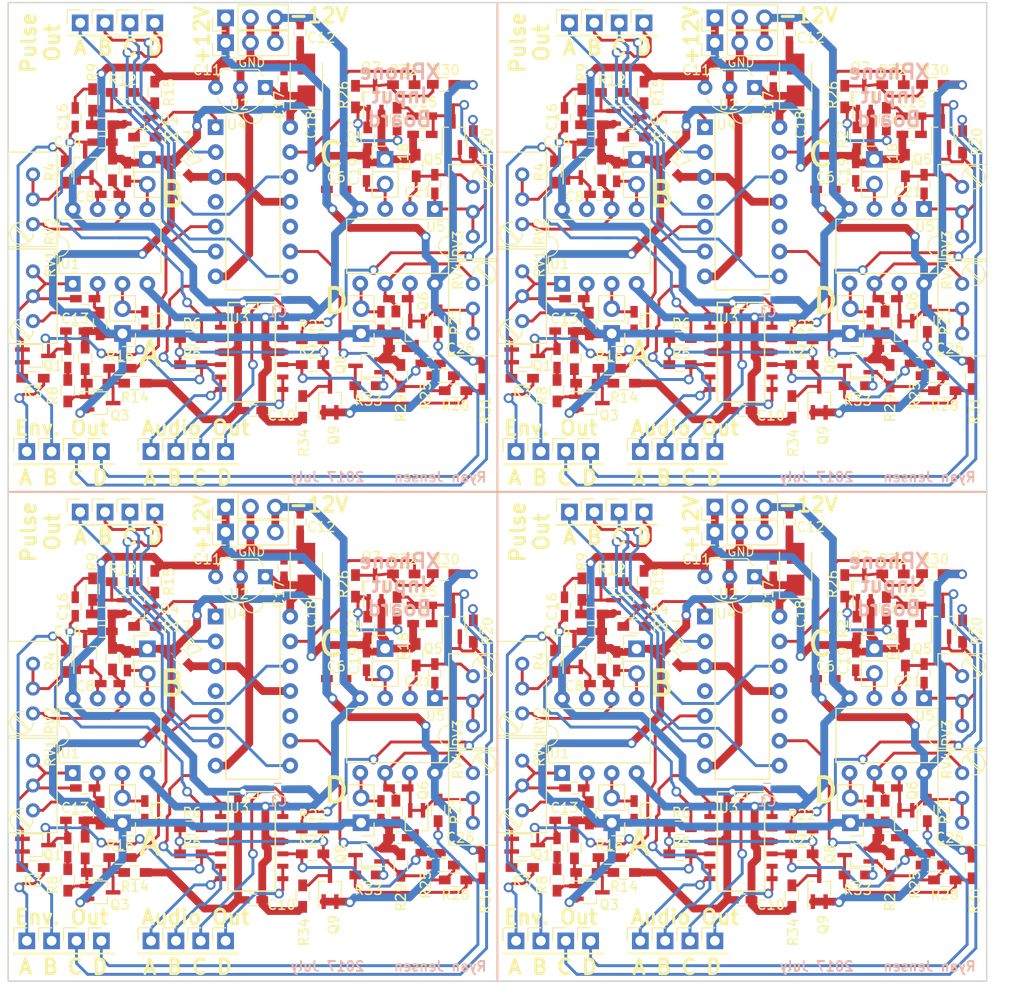
<source format=kicad_pcb>
(kicad_pcb (version 4) (host pcbnew 4.0.6)
  (title_block (date 2017-07-13))
  (layers (0 F.Cu signal) (31 B.Cu signal) (34 B.Paste user) (35 F.Paste user) (36 B.SilkS user) (37 F.SilkS user) (38 B.Mask user) (39 F.Mask user) (44 Edge.Cuts user))
  (net 0 "")
  (net 1 +12V)
  (net 2 "Net-(C3-Pad1)")
  (net 3 GNDA)
  (net 4 "Net-(C4-Pad1)")
  (net 5 "Net-(C7-Pad1)")
  (net 6 "Net-(C7-Pad2)")
  (net 7 "Net-(C8-Pad1)")
  (net 8 "Net-(C8-Pad2)")
  (net 9 GND)
  (net 10 "Net-(C13-Pad1)")
  (net 11 "Net-(C14-Pad1)")
  (net 12 "Net-(C15-Pad1)")
  (net 13 "Net-(C16-Pad1)")
  (net 14 VCC)
  (net 15 "Net-(C19-Pad1)")
  (net 16 "Net-(C20-Pad1)")
  (net 17 "Net-(C21-Pad1)")
  (net 18 "Net-(C21-Pad2)")
  (net 19 "Net-(C22-Pad1)")
  (net 20 "Net-(C22-Pad2)")
  (net 21 "Net-(C23-Pad1)")
  (net 22 "Net-(C24-Pad1)")
  (net 23 "Net-(C25-Pad1)")
  (net 24 "Net-(C26-Pad1)")
  (net 25 "Net-(J1-Pad1)")
  (net 26 "Net-(J2-Pad1)")
  (net 27 "Net-(J3-Pad1)")
  (net 28 "Net-(J4-Pad1)")
  (net 29 "Net-(J5-Pad1)")
  (net 30 "Net-(J6-Pad1)")
  (net 31 "Net-(J7-Pad1)")
  (net 32 "Net-(J8-Pad1)")
  (net 33 "Net-(J9-Pad1)")
  (net 34 "Net-(J10-Pad1)")
  (net 35 "Net-(J11-Pad1)")
  (net 36 "Net-(J12-Pad1)")
  (net 37 V_ENV_BIAS)
  (net 38 "Net-(Q3-Pad1)")
  (net 39 "Net-(Q4-Pad1)")
  (net 40 "Net-(Q3-Pad3)")
  (net 41 "Net-(Q4-Pad3)")
  (net 42 "Net-(R16-Pad1)")
  (net 43 "Net-(R17-Pad1)")
  (net 44 "Net-(Q7-Pad1)")
  (net 45 "Net-(Q8-Pad1)")
  (net 46 "Net-(Q7-Pad3)")
  (net 47 "Net-(Q8-Pad3)")
  (net 48 "Net-(R32-Pad1)")
  (net 49 "Net-(R33-Pad1)")
  (net 50 -12V)
  (module Capacitors_SMD:C_0603_HandSoldering (layer B.Cu) (at 77.559 80.391)
    (fp_text reference C1 (at 0 1.25) (layer B.SilkS) (effects (justify mirror)))
    (fp_text value 10n)
    (pad 1 smd rect (at -0.95 0) (size 1.2 0.75) (layers B.Cu B.Paste B.Mask) (net 1 +12V))
    (pad 2 smd rect (at 0.95 0) (size 1.2 0.75) (layers B.Cu B.Paste B.Mask) (net 50 -12V))
  )
  (module Capacitors_SMD:C_0603_HandSoldering (layer B.Cu) (at 27.559 80.391)
    (fp_text reference C1 (at 0 1.25) (layer B.SilkS) (effects (justify mirror)))
    (fp_text value 10n)
    (pad 1 smd rect (at -0.95 0) (size 1.2 0.75) (layers B.Cu B.Paste B.Mask) (net 1 +12V))
    (pad 2 smd rect (at 0.95 0) (size 1.2 0.75) (layers B.Cu B.Paste B.Mask) (net 50 -12V))
  )
  (module Capacitors_SMD:C_0603_HandSoldering (layer B.Cu) (at 77.559 30.391)
    (fp_text reference C1 (at 0 1.25) (layer B.SilkS) (effects (justify mirror)))
    (fp_text value 10n)
    (pad 1 smd rect (at -0.95 0) (size 1.2 0.75) (layers B.Cu B.Paste B.Mask) (net 1 +12V))
    (pad 2 smd rect (at 0.95 0) (size 1.2 0.75) (layers B.Cu B.Paste B.Mask) (net 50 -12V))
  )
  (module Capacitors_Tantalum_SMD:CP_Tantalum_Case-B_EIA-3528-21_Wave (layer F.Cu) (at 80.48 57.912 90)
    (fp_text reference C18 (at -4.572 0.508 90) (layer F.SilkS))
    (fp_text value 10µ)
    (pad 1 smd rect (at -1.625 0 90) (size 2.15 1.8) (layers F.Cu F.Paste F.Mask) (net 14 VCC))
    (pad 2 smd rect (at 1.625 0 90) (size 2.15 1.8) (layers F.Cu F.Paste F.Mask) (net 9 GND))
  )
  (module Capacitors_Tantalum_SMD:CP_Tantalum_Case-B_EIA-3528-21_Wave (layer F.Cu) (at 30.48 57.912 90)
    (fp_text reference C18 (at -4.572 0.508 90) (layer F.SilkS))
    (fp_text value 10µ)
    (pad 1 smd rect (at -1.625 0 90) (size 2.15 1.8) (layers F.Cu F.Paste F.Mask) (net 14 VCC))
    (pad 2 smd rect (at 1.625 0 90) (size 2.15 1.8) (layers F.Cu F.Paste F.Mask) (net 9 GND))
  )
  (module Capacitors_Tantalum_SMD:CP_Tantalum_Case-B_EIA-3528-21_Wave (layer F.Cu) (at 80.48 7.912 90)
    (fp_text reference C18 (at -4.572 0.508 90) (layer F.SilkS))
    (fp_text value 10µ)
    (pad 1 smd rect (at -1.625 0 90) (size 2.15 1.8) (layers F.Cu F.Paste F.Mask) (net 14 VCC))
    (pad 2 smd rect (at 1.625 0 90) (size 2.15 1.8) (layers F.Cu F.Paste F.Mask) (net 9 GND))
  )
  (module TO_SOT_Packages_SMD:SOT-323_SC-70_Handsoldering (layer F.Cu) (at 87.5 59.858 90)
    (fp_text reference Q7 (at 3.216 -0.416 180) (layer F.SilkS))
    (fp_text value BC847CW)
    (pad 1 smd rect (at -1.33 -0.65) (size 0.45 1.5) (layers F.Cu F.Paste F.Mask) (net 44 "Net-(Q7-Pad1)"))
    (pad 2 smd rect (at -1.33 0.65) (size 0.45 1.5) (layers F.Cu F.Paste F.Mask) (net 3 GNDA))
    (pad 3 smd rect (at 1.33 0) (size 0.45 1.5) (layers F.Cu F.Paste F.Mask) (net 46 "Net-(Q7-Pad3)"))
  )
  (module TO_SOT_Packages_SMD:SOT-323_SC-70_Handsoldering (layer F.Cu) (at 37.5 59.858 90)
    (fp_text reference Q7 (at 3.216 -0.416 180) (layer F.SilkS))
    (fp_text value BC847CW)
    (pad 1 smd rect (at -1.33 -0.65) (size 0.45 1.5) (layers F.Cu F.Paste F.Mask) (net 44 "Net-(Q7-Pad1)"))
    (pad 2 smd rect (at -1.33 0.65) (size 0.45 1.5) (layers F.Cu F.Paste F.Mask) (net 3 GNDA))
    (pad 3 smd rect (at 1.33 0) (size 0.45 1.5) (layers F.Cu F.Paste F.Mask) (net 46 "Net-(Q7-Pad3)"))
  )
  (module TO_SOT_Packages_SMD:SOT-323_SC-70_Handsoldering (layer F.Cu) (at 87.5 9.858 90)
    (fp_text reference Q7 (at 3.216 -0.416 180) (layer F.SilkS))
    (fp_text value BC847CW)
    (pad 1 smd rect (at -1.33 -0.65) (size 0.45 1.5) (layers F.Cu F.Paste F.Mask) (net 44 "Net-(Q7-Pad1)"))
    (pad 2 smd rect (at -1.33 0.65) (size 0.45 1.5) (layers F.Cu F.Paste F.Mask) (net 3 GNDA))
    (pad 3 smd rect (at 1.33 0) (size 0.45 1.5) (layers F.Cu F.Paste F.Mask) (net 46 "Net-(Q7-Pad3)"))
  )
  (module Resistors_SMD:R_0603_HandSoldering (layer F.Cu) (at 86.75 63.858 270)
    (fp_text reference R27 (at -0.358 1.444 270) (layer F.SilkS))
    (fp_text value 1M)
    (pad 1 smd rect (at -1.1 0 270) (size 1.2 0.9) (layers F.Cu F.Paste F.Mask) (net 44 "Net-(Q7-Pad1)"))
    (pad 2 smd rect (at 1.1 0 270) (size 1.2 0.9) (layers F.Cu F.Paste F.Mask) (net 3 GNDA))
  )
  (module Resistors_SMD:R_0603_HandSoldering (layer F.Cu) (at 36.75 63.858 270)
    (fp_text reference R27 (at -0.358 1.444 270) (layer F.SilkS))
    (fp_text value 1M)
    (pad 1 smd rect (at -1.1 0 270) (size 1.2 0.9) (layers F.Cu F.Paste F.Mask) (net 44 "Net-(Q7-Pad1)"))
    (pad 2 smd rect (at 1.1 0 270) (size 1.2 0.9) (layers F.Cu F.Paste F.Mask) (net 3 GNDA))
  )
  (module Resistors_SMD:R_0603_HandSoldering (layer F.Cu) (at 86.75 13.858 270)
    (fp_text reference R27 (at -0.358 1.444 270) (layer F.SilkS))
    (fp_text value 1M)
    (pad 1 smd rect (at -1.1 0 270) (size 1.2 0.9) (layers F.Cu F.Paste F.Mask) (net 44 "Net-(Q7-Pad1)"))
    (pad 2 smd rect (at 1.1 0 270) (size 1.2 0.9) (layers F.Cu F.Paste F.Mask) (net 3 GNDA))
  )
  (module Resistors_SMD:R_0603_HandSoldering (layer F.Cu) (at 85.5 59.608 270)
    (fp_text reference R26 (at -0.172 1.21 270) (layer F.SilkS))
    (fp_text value 10M)
    (pad 1 smd rect (at -1.1 0 270) (size 1.2 0.9) (layers F.Cu F.Paste F.Mask) (net 46 "Net-(Q7-Pad3)"))
    (pad 2 smd rect (at 1.1 0 270) (size 1.2 0.9) (layers F.Cu F.Paste F.Mask) (net 44 "Net-(Q7-Pad1)"))
  )
  (module Resistors_SMD:R_0603_HandSoldering (layer F.Cu) (at 35.5 59.608 270)
    (fp_text reference R26 (at -0.172 1.21 270) (layer F.SilkS))
    (fp_text value 10M)
    (pad 1 smd rect (at -1.1 0 270) (size 1.2 0.9) (layers F.Cu F.Paste F.Mask) (net 46 "Net-(Q7-Pad3)"))
    (pad 2 smd rect (at 1.1 0 270) (size 1.2 0.9) (layers F.Cu F.Paste F.Mask) (net 44 "Net-(Q7-Pad1)"))
  )
  (module Resistors_SMD:R_0603_HandSoldering (layer F.Cu) (at 85.5 9.608 270)
    (fp_text reference R26 (at -0.172 1.21 270) (layer F.SilkS))
    (fp_text value 10M)
    (pad 1 smd rect (at -1.1 0 270) (size 1.2 0.9) (layers F.Cu F.Paste F.Mask) (net 46 "Net-(Q7-Pad3)"))
    (pad 2 smd rect (at 1.1 0 270) (size 1.2 0.9) (layers F.Cu F.Paste F.Mask) (net 44 "Net-(Q7-Pad1)"))
  )
  (module Resistors_SMD:R_0603_HandSoldering (layer F.Cu) (at 89.75 61.858 90)
    (fp_text reference R24 hide)
    (fp_text value 1M)
    (pad 1 smd rect (at -1.1 0 90) (size 1.2 0.9) (layers F.Cu F.Paste F.Mask) (net 44 "Net-(Q7-Pad1)"))
    (pad 2 smd rect (at 1.1 0 90) (size 1.2 0.9) (layers F.Cu F.Paste F.Mask) (net 23 "Net-(C25-Pad1)"))
  )
  (module Resistors_SMD:R_0603_HandSoldering (layer F.Cu) (at 39.75 61.858 90)
    (fp_text reference R24 hide)
    (fp_text value 1M)
    (pad 1 smd rect (at -1.1 0 90) (size 1.2 0.9) (layers F.Cu F.Paste F.Mask) (net 44 "Net-(Q7-Pad1)"))
    (pad 2 smd rect (at 1.1 0 90) (size 1.2 0.9) (layers F.Cu F.Paste F.Mask) (net 23 "Net-(C25-Pad1)"))
  )
  (module Resistors_SMD:R_0603_HandSoldering (layer F.Cu) (at 89.75 11.858 90)
    (fp_text reference R24 hide)
    (fp_text value 1M)
    (pad 1 smd rect (at -1.1 0 90) (size 1.2 0.9) (layers F.Cu F.Paste F.Mask) (net 44 "Net-(Q7-Pad1)"))
    (pad 2 smd rect (at 1.1 0 90) (size 1.2 0.9) (layers F.Cu F.Paste F.Mask) (net 23 "Net-(C25-Pad1)"))
  )
  (module Resistors_SMD:R_0603_HandSoldering (layer F.Cu) (at 90.432 58.392 180)
    (fp_text reference R32 (at 0.046 1.496 180) (layer F.SilkS))
    (fp_text value 100k)
    (pad 1 smd rect (at -1.1 0 180) (size 1.2 0.9) (layers F.Cu F.Paste F.Mask) (net 48 "Net-(R32-Pad1)"))
    (pad 2 smd rect (at 1.1 0 180) (size 1.2 0.9) (layers F.Cu F.Paste F.Mask) (net 46 "Net-(Q7-Pad3)"))
  )
  (module Resistors_SMD:R_0603_HandSoldering (layer F.Cu) (at 40.432 58.392 180)
    (fp_text reference R32 (at 0.046 1.496 180) (layer F.SilkS))
    (fp_text value 100k)
    (pad 1 smd rect (at -1.1 0 180) (size 1.2 0.9) (layers F.Cu F.Paste F.Mask) (net 48 "Net-(R32-Pad1)"))
    (pad 2 smd rect (at 1.1 0 180) (size 1.2 0.9) (layers F.Cu F.Paste F.Mask) (net 46 "Net-(Q7-Pad3)"))
  )
  (module Resistors_SMD:R_0603_HandSoldering (layer F.Cu) (at 90.432 8.392 180)
    (fp_text reference R32 (at 0.046 1.496 180) (layer F.SilkS))
    (fp_text value 100k)
    (pad 1 smd rect (at -1.1 0 180) (size 1.2 0.9) (layers F.Cu F.Paste F.Mask) (net 48 "Net-(R32-Pad1)"))
    (pad 2 smd rect (at 1.1 0 180) (size 1.2 0.9) (layers F.Cu F.Paste F.Mask) (net 46 "Net-(Q7-Pad3)"))
  )
  (module Capacitors_SMD:C_0603_HandSoldering (layer F.Cu) (at 92.337 63.472 180)
    (fp_text reference C23 hide)
    (fp_text value 10n)
    (pad 1 smd rect (at -0.95 0 180) (size 1.2 0.75) (layers F.Cu F.Paste F.Mask) (net 21 "Net-(C23-Pad1)"))
    (pad 2 smd rect (at 0.95 0 180) (size 1.2 0.75) (layers F.Cu F.Paste F.Mask) (net 3 GNDA))
  )
  (module Capacitors_SMD:C_0603_HandSoldering (layer F.Cu) (at 42.337 63.472 180)
    (fp_text reference C23 hide)
    (fp_text value 10n)
    (pad 1 smd rect (at -0.95 0 180) (size 1.2 0.75) (layers F.Cu F.Paste F.Mask) (net 21 "Net-(C23-Pad1)"))
    (pad 2 smd rect (at 0.95 0 180) (size 1.2 0.75) (layers F.Cu F.Paste F.Mask) (net 3 GNDA))
  )
  (module Capacitors_SMD:C_0603_HandSoldering (layer F.Cu) (at 92.337 13.472 180)
    (fp_text reference C23 hide)
    (fp_text value 10n)
    (pad 1 smd rect (at -0.95 0 180) (size 1.2 0.75) (layers F.Cu F.Paste F.Mask) (net 21 "Net-(C23-Pad1)"))
    (pad 2 smd rect (at 0.95 0 180) (size 1.2 0.75) (layers F.Cu F.Paste F.Mask) (net 3 GNDA))
  )
  (module Pin_Headers:Pin_Header_Straight_1x02_Pitch2.54mm (layer F.Cu) (at 88.527 66.012)
    (fp_text reference L3 hide)
    (fp_text value "Input Coil")
    (pad 1 thru_hole rect (at 0 0) (size 1.7 1.7) (drill 1) (layers *.Cu *.Mask) (net 3 GNDA))
    (pad 2 thru_hole oval (at 0 2.54) (size 1.7 1.7) (drill 1) (layers *.Cu *.Mask) (net 15 "Net-(C19-Pad1)"))
  )
  (module Pin_Headers:Pin_Header_Straight_1x02_Pitch2.54mm (layer F.Cu) (at 38.527 66.012)
    (fp_text reference L3 hide)
    (fp_text value "Input Coil")
    (pad 1 thru_hole rect (at 0 0) (size 1.7 1.7) (drill 1) (layers *.Cu *.Mask) (net 3 GNDA))
    (pad 2 thru_hole oval (at 0 2.54) (size 1.7 1.7) (drill 1) (layers *.Cu *.Mask) (net 15 "Net-(C19-Pad1)"))
  )
  (module Pin_Headers:Pin_Header_Straight_1x02_Pitch2.54mm (layer F.Cu) (at 88.527 16.012)
    (fp_text reference L3 hide)
    (fp_text value "Input Coil")
    (pad 1 thru_hole rect (at 0 0) (size 1.7 1.7) (drill 1) (layers *.Cu *.Mask) (net 3 GNDA))
    (pad 2 thru_hole oval (at 0 2.54) (size 1.7 1.7) (drill 1) (layers *.Cu *.Mask) (net 15 "Net-(C19-Pad1)"))
  )
  (module Housings_DIP:DIP-8_W7.62mm (layer F.Cu) (at 93.607 71.092 270)
    (fp_text reference U5 (at 1.806 -0.081 360) (layer F.SilkS))
    (fp_text value LM833)
    (pad 1 thru_hole rect (at 0 0 270) (size 1.6 1.6) (drill 0.8) (layers *.Cu *.Mask) (net 17 "Net-(C21-Pad1)"))
    (pad 5 thru_hole oval (at 7.62 7.62 270) (size 1.6 1.6) (drill 0.8) (layers *.Cu *.Mask) (net 16 "Net-(C20-Pad1)"))
    (pad 2 thru_hole oval (at 0 2.54 270) (size 1.6 1.6) (drill 0.8) (layers *.Cu *.Mask) (net 18 "Net-(C21-Pad2)"))
    (pad 6 thru_hole oval (at 7.62 5.08 270) (size 1.6 1.6) (drill 0.8) (layers *.Cu *.Mask) (net 20 "Net-(C22-Pad2)"))
    (pad 3 thru_hole oval (at 0 5.08 270) (size 1.6 1.6) (drill 0.8) (layers *.Cu *.Mask) (net 15 "Net-(C19-Pad1)"))
    (pad 7 thru_hole oval (at 7.62 2.54 270) (size 1.6 1.6) (drill 0.8) (layers *.Cu *.Mask) (net 19 "Net-(C22-Pad1)"))
    (pad 4 thru_hole oval (at 0 7.62 270) (size 1.6 1.6) (drill 0.8) (layers *.Cu *.Mask) (net 50 -12V))
    (pad 8 thru_hole oval (at 7.62 0 270) (size 1.6 1.6) (drill 0.8) (layers *.Cu *.Mask) (net 1 +12V))
  )
  (module Housings_DIP:DIP-8_W7.62mm (layer F.Cu) (at 43.607 71.092 270)
    (fp_text reference U5 (at 1.806 -0.081 360) (layer F.SilkS))
    (fp_text value LM833)
    (pad 1 thru_hole rect (at 0 0 270) (size 1.6 1.6) (drill 0.8) (layers *.Cu *.Mask) (net 17 "Net-(C21-Pad1)"))
    (pad 5 thru_hole oval (at 7.62 7.62 270) (size 1.6 1.6) (drill 0.8) (layers *.Cu *.Mask) (net 16 "Net-(C20-Pad1)"))
    (pad 2 thru_hole oval (at 0 2.54 270) (size 1.6 1.6) (drill 0.8) (layers *.Cu *.Mask) (net 18 "Net-(C21-Pad2)"))
    (pad 6 thru_hole oval (at 7.62 5.08 270) (size 1.6 1.6) (drill 0.8) (layers *.Cu *.Mask) (net 20 "Net-(C22-Pad2)"))
    (pad 3 thru_hole oval (at 0 5.08 270) (size 1.6 1.6) (drill 0.8) (layers *.Cu *.Mask) (net 15 "Net-(C19-Pad1)"))
    (pad 7 thru_hole oval (at 7.62 2.54 270) (size 1.6 1.6) (drill 0.8) (layers *.Cu *.Mask) (net 19 "Net-(C22-Pad1)"))
    (pad 4 thru_hole oval (at 0 7.62 270) (size 1.6 1.6) (drill 0.8) (layers *.Cu *.Mask) (net 50 -12V))
    (pad 8 thru_hole oval (at 7.62 0 270) (size 1.6 1.6) (drill 0.8) (layers *.Cu *.Mask) (net 1 +12V))
  )
  (module Housings_DIP:DIP-8_W7.62mm (layer F.Cu) (at 93.607 21.092 270)
    (fp_text reference U5 (at 1.806 -0.081 360) (layer F.SilkS))
    (fp_text value LM833)
    (pad 1 thru_hole rect (at 0 0 270) (size 1.6 1.6) (drill 0.8) (layers *.Cu *.Mask) (net 17 "Net-(C21-Pad1)"))
    (pad 5 thru_hole oval (at 7.62 7.62 270) (size 1.6 1.6) (drill 0.8) (layers *.Cu *.Mask) (net 16 "Net-(C20-Pad1)"))
    (pad 2 thru_hole oval (at 0 2.54 270) (size 1.6 1.6) (drill 0.8) (layers *.Cu *.Mask) (net 18 "Net-(C21-Pad2)"))
    (pad 6 thru_hole oval (at 7.62 5.08 270) (size 1.6 1.6) (drill 0.8) (layers *.Cu *.Mask) (net 20 "Net-(C22-Pad2)"))
    (pad 3 thru_hole oval (at 0 5.08 270) (size 1.6 1.6) (drill 0.8) (layers *.Cu *.Mask) (net 15 "Net-(C19-Pad1)"))
    (pad 7 thru_hole oval (at 7.62 2.54 270) (size 1.6 1.6) (drill 0.8) (layers *.Cu *.Mask) (net 19 "Net-(C22-Pad1)"))
    (pad 4 thru_hole oval (at 0 7.62 270) (size 1.6 1.6) (drill 0.8) (layers *.Cu *.Mask) (net 50 -12V))
    (pad 8 thru_hole oval (at 7.62 0 270) (size 1.6 1.6) (drill 0.8) (layers *.Cu *.Mask) (net 1 +12V))
  )
  (module Resistors_SMD:R_0603_HandSoldering (layer F.Cu) (at 91.702 66.647 90)
    (fp_text reference R18 (at 0.861 -1.316 90) (layer F.SilkS))
    (fp_text value 4.7)
    (pad 1 smd rect (at -1.1 0 90) (size 1.2 0.9) (layers F.Cu F.Paste F.Mask) (net 18 "Net-(C21-Pad2)"))
    (pad 2 smd rect (at 1.1 0 90) (size 1.2 0.9) (layers F.Cu F.Paste F.Mask) (net 3 GNDA))
  )
  (module Resistors_SMD:R_0603_HandSoldering (layer F.Cu) (at 41.702 66.647 90)
    (fp_text reference R18 (at 0.861 -1.316 90) (layer F.SilkS))
    (fp_text value 4.7)
    (pad 1 smd rect (at -1.1 0 90) (size 1.2 0.9) (layers F.Cu F.Paste F.Mask) (net 18 "Net-(C21-Pad2)"))
    (pad 2 smd rect (at 1.1 0 90) (size 1.2 0.9) (layers F.Cu F.Paste F.Mask) (net 3 GNDA))
  )
  (module Resistors_SMD:R_0603_HandSoldering (layer F.Cu) (at 91.702 16.647 90)
    (fp_text reference R18 (at 0.861 -1.316 90) (layer F.SilkS))
    (fp_text value 4.7)
    (pad 1 smd rect (at -1.1 0 90) (size 1.2 0.9) (layers F.Cu F.Paste F.Mask) (net 18 "Net-(C21-Pad2)"))
    (pad 2 smd rect (at 1.1 0 90) (size 1.2 0.9) (layers F.Cu F.Paste F.Mask) (net 3 GNDA))
  )
  (module Capacitors_SMD:C_0603_HandSoldering (layer F.Cu) (at 93.607 68.552 90)
    (fp_text reference C21 (at -0.79 -1.697 180) (layer F.SilkS))
    (fp_text value 10n)
    (pad 1 smd rect (at -0.95 0 90) (size 1.2 0.75) (layers F.Cu F.Paste F.Mask) (net 17 "Net-(C21-Pad1)"))
    (pad 2 smd rect (at 0.95 0 90) (size 1.2 0.75) (layers F.Cu F.Paste F.Mask) (net 18 "Net-(C21-Pad2)"))
  )
  (module Capacitors_SMD:C_0603_HandSoldering (layer F.Cu) (at 43.607 68.552 90)
    (fp_text reference C21 (at -0.79 -1.697 180) (layer F.SilkS))
    (fp_text value 10n)
    (pad 1 smd rect (at -0.95 0 90) (size 1.2 0.75) (layers F.Cu F.Paste F.Mask) (net 17 "Net-(C21-Pad1)"))
    (pad 2 smd rect (at 0.95 0 90) (size 1.2 0.75) (layers F.Cu F.Paste F.Mask) (net 18 "Net-(C21-Pad2)"))
  )
  (module Capacitors_SMD:C_0603_HandSoldering (layer F.Cu) (at 93.607 18.552 90)
    (fp_text reference C21 (at -0.79 -1.697 180) (layer F.SilkS))
    (fp_text value 10n)
    (pad 1 smd rect (at -0.95 0 90) (size 1.2 0.75) (layers F.Cu F.Paste F.Mask) (net 17 "Net-(C21-Pad1)"))
    (pad 2 smd rect (at 0.95 0 90) (size 1.2 0.75) (layers F.Cu F.Paste F.Mask) (net 18 "Net-(C21-Pad2)"))
  )
  (module Capacitors_SMD:C_0603_HandSoldering (layer F.Cu) (at 86.622 67.282 90)
    (fp_text reference C19 (at 0 -1.25 90) (layer F.SilkS))
    (fp_text value 10n)
    (pad 1 smd rect (at -0.95 0 90) (size 1.2 0.75) (layers F.Cu F.Paste F.Mask) (net 15 "Net-(C19-Pad1)"))
    (pad 2 smd rect (at 0.95 0 90) (size 1.2 0.75) (layers F.Cu F.Paste F.Mask) (net 3 GNDA))
  )
  (module Capacitors_SMD:C_0603_HandSoldering (layer F.Cu) (at 36.622 67.282 90)
    (fp_text reference C19 (at 0 -1.25 90) (layer F.SilkS))
    (fp_text value 10n)
    (pad 1 smd rect (at -0.95 0 90) (size 1.2 0.75) (layers F.Cu F.Paste F.Mask) (net 15 "Net-(C19-Pad1)"))
    (pad 2 smd rect (at 0.95 0 90) (size 1.2 0.75) (layers F.Cu F.Paste F.Mask) (net 3 GNDA))
  )
  (module Capacitors_SMD:C_0603_HandSoldering (layer F.Cu) (at 86.622 17.282 90)
    (fp_text reference C19 (at 0 -1.25 90) (layer F.SilkS))
    (fp_text value 10n)
    (pad 1 smd rect (at -0.95 0 90) (size 1.2 0.75) (layers F.Cu F.Paste F.Mask) (net 15 "Net-(C19-Pad1)"))
    (pad 2 smd rect (at 0.95 0 90) (size 1.2 0.75) (layers F.Cu F.Paste F.Mask) (net 3 GNDA))
  )
  (module Capacitors_SMD:C_0603_HandSoldering (layer F.Cu) (at 83.528 69.088)
    (fp_text reference C6 (at 0 -1.25) (layer F.SilkS))
    (fp_text value 10n)
    (pad 1 smd rect (at -0.95 0) (size 1.2 0.75) (layers F.Cu F.Paste F.Mask) (net 1 +12V))
    (pad 2 smd rect (at 0.95 0) (size 1.2 0.75) (layers F.Cu F.Paste F.Mask) (net 50 -12V))
  )
  (module Capacitors_SMD:C_0603_HandSoldering (layer F.Cu) (at 33.528 69.088)
    (fp_text reference C6 (at 0 -1.25) (layer F.SilkS))
    (fp_text value 10n)
    (pad 1 smd rect (at -0.95 0) (size 1.2 0.75) (layers F.Cu F.Paste F.Mask) (net 1 +12V))
    (pad 2 smd rect (at 0.95 0) (size 1.2 0.75) (layers F.Cu F.Paste F.Mask) (net 50 -12V))
  )
  (module Capacitors_SMD:C_0603_HandSoldering (layer F.Cu) (at 83.528 19.088)
    (fp_text reference C6 (at 0 -1.25) (layer F.SilkS))
    (fp_text value 10n)
    (pad 1 smd rect (at -0.95 0) (size 1.2 0.75) (layers F.Cu F.Paste F.Mask) (net 1 +12V))
    (pad 2 smd rect (at 0.95 0) (size 1.2 0.75) (layers F.Cu F.Paste F.Mask) (net 50 -12V))
  )
  (module Potentiometers:Potentiometer_Trimmer_Bourns_3296W (layer F.Cu) (at 97.498 68.834 90)
    (fp_text reference RV3 (at -5.842 -1.524 90) (layer F.SilkS))
    (fp_text value 10k)
    (pad 1 thru_hole circle (at 0 0 90) (size 1.44 1.44) (drill 0.8) (layers *.Cu *.Mask) (net 18 "Net-(C21-Pad2)"))
    (pad 2 thru_hole circle (at -2.54 0 90) (size 1.44 1.44) (drill 0.8) (layers *.Cu *.Mask) (net 17 "Net-(C21-Pad1)"))
    (pad 3 thru_hole circle (at -5.08 0 90) (size 1.44 1.44) (drill 0.8) (layers *.Cu *.Mask) (net 17 "Net-(C21-Pad1)"))
  )
  (module Potentiometers:Potentiometer_Trimmer_Bourns_3296W (layer F.Cu) (at 47.498 68.834 90)
    (fp_text reference RV3 (at -5.842 -1.524 90) (layer F.SilkS))
    (fp_text value 10k)
    (pad 1 thru_hole circle (at 0 0 90) (size 1.44 1.44) (drill 0.8) (layers *.Cu *.Mask) (net 18 "Net-(C21-Pad2)"))
    (pad 2 thru_hole circle (at -2.54 0 90) (size 1.44 1.44) (drill 0.8) (layers *.Cu *.Mask) (net 17 "Net-(C21-Pad1)"))
    (pad 3 thru_hole circle (at -5.08 0 90) (size 1.44 1.44) (drill 0.8) (layers *.Cu *.Mask) (net 17 "Net-(C21-Pad1)"))
  )
  (module Potentiometers:Potentiometer_Trimmer_Bourns_3296W (layer F.Cu) (at 97.498 18.834 90)
    (fp_text reference RV3 (at -5.842 -1.524 90) (layer F.SilkS))
    (fp_text value 10k)
    (pad 1 thru_hole circle (at 0 0 90) (size 1.44 1.44) (drill 0.8) (layers *.Cu *.Mask) (net 18 "Net-(C21-Pad2)"))
    (pad 2 thru_hole circle (at -2.54 0 90) (size 1.44 1.44) (drill 0.8) (layers *.Cu *.Mask) (net 17 "Net-(C21-Pad1)"))
    (pad 3 thru_hole circle (at -5.08 0 90) (size 1.44 1.44) (drill 0.8) (layers *.Cu *.Mask) (net 17 "Net-(C21-Pad1)"))
  )
  (module Pin_Headers:Pin_Header_Straight_1x02_Pitch2.54mm (layer F.Cu) (at 86.068 83.82 180)
    (fp_text reference L4 hide)
    (fp_text value "Input Coil")
    (pad 1 thru_hole rect (at 0 0 180) (size 1.7 1.7) (drill 1) (layers *.Cu *.Mask) (net 3 GNDA))
    (pad 2 thru_hole oval (at 0 2.54 180) (size 1.7 1.7) (drill 1) (layers *.Cu *.Mask) (net 16 "Net-(C20-Pad1)"))
  )
  (module Pin_Headers:Pin_Header_Straight_1x02_Pitch2.54mm (layer F.Cu) (at 36.068 83.82 180)
    (fp_text reference L4 hide)
    (fp_text value "Input Coil")
    (pad 1 thru_hole rect (at 0 0 180) (size 1.7 1.7) (drill 1) (layers *.Cu *.Mask) (net 3 GNDA))
    (pad 2 thru_hole oval (at 0 2.54 180) (size 1.7 1.7) (drill 1) (layers *.Cu *.Mask) (net 16 "Net-(C20-Pad1)"))
  )
  (module Pin_Headers:Pin_Header_Straight_1x02_Pitch2.54mm (layer F.Cu) (at 86.068 33.82 180)
    (fp_text reference L4 hide)
    (fp_text value "Input Coil")
    (pad 1 thru_hole rect (at 0 0 180) (size 1.7 1.7) (drill 1) (layers *.Cu *.Mask) (net 3 GNDA))
    (pad 2 thru_hole oval (at 0 2.54 180) (size 1.7 1.7) (drill 1) (layers *.Cu *.Mask) (net 16 "Net-(C20-Pad1)"))
  )
  (module Potentiometers:Potentiometer_Trimmer_Bourns_3296W (layer F.Cu) (at 97.498 78.74 90)
    (fp_text reference RV4 (at 0.762 -1.524 90) (layer F.SilkS))
    (fp_text value 10k)
    (pad 1 thru_hole circle (at 0 0 90) (size 1.44 1.44) (drill 0.8) (layers *.Cu *.Mask) (net 20 "Net-(C22-Pad2)"))
    (pad 2 thru_hole circle (at -2.54 0 90) (size 1.44 1.44) (drill 0.8) (layers *.Cu *.Mask) (net 19 "Net-(C22-Pad1)"))
    (pad 3 thru_hole circle (at -5.08 0 90) (size 1.44 1.44) (drill 0.8) (layers *.Cu *.Mask) (net 19 "Net-(C22-Pad1)"))
  )
  (module Potentiometers:Potentiometer_Trimmer_Bourns_3296W (layer F.Cu) (at 47.498 78.74 90)
    (fp_text reference RV4 (at 0.762 -1.524 90) (layer F.SilkS))
    (fp_text value 10k)
    (pad 1 thru_hole circle (at 0 0 90) (size 1.44 1.44) (drill 0.8) (layers *.Cu *.Mask) (net 20 "Net-(C22-Pad2)"))
    (pad 2 thru_hole circle (at -2.54 0 90) (size 1.44 1.44) (drill 0.8) (layers *.Cu *.Mask) (net 19 "Net-(C22-Pad1)"))
    (pad 3 thru_hole circle (at -5.08 0 90) (size 1.44 1.44) (drill 0.8) (layers *.Cu *.Mask) (net 19 "Net-(C22-Pad1)"))
  )
  (module Potentiometers:Potentiometer_Trimmer_Bourns_3296W (layer F.Cu) (at 97.498 28.74 90)
    (fp_text reference RV4 (at 0.762 -1.524 90) (layer F.SilkS))
    (fp_text value 10k)
    (pad 1 thru_hole circle (at 0 0 90) (size 1.44 1.44) (drill 0.8) (layers *.Cu *.Mask) (net 20 "Net-(C22-Pad2)"))
    (pad 2 thru_hole circle (at -2.54 0 90) (size 1.44 1.44) (drill 0.8) (layers *.Cu *.Mask) (net 19 "Net-(C22-Pad1)"))
    (pad 3 thru_hole circle (at -5.08 0 90) (size 1.44 1.44) (drill 0.8) (layers *.Cu *.Mask) (net 19 "Net-(C22-Pad1)"))
  )
  (module Capacitors_SMD:C_0603_HandSoldering (layer F.Cu) (at 88.1 82.55 270)
    (fp_text reference C20 hide)
    (fp_text value 10n)
    (pad 1 smd rect (at -0.95 0 270) (size 1.2 0.75) (layers F.Cu F.Paste F.Mask) (net 16 "Net-(C20-Pad1)"))
    (pad 2 smd rect (at 0.95 0 270) (size 1.2 0.75) (layers F.Cu F.Paste F.Mask) (net 3 GNDA))
  )
  (module Capacitors_SMD:C_0603_HandSoldering (layer F.Cu) (at 38.1 82.55 270)
    (fp_text reference C20 hide)
    (fp_text value 10n)
    (pad 1 smd rect (at -0.95 0 270) (size 1.2 0.75) (layers F.Cu F.Paste F.Mask) (net 16 "Net-(C20-Pad1)"))
    (pad 2 smd rect (at 0.95 0 270) (size 1.2 0.75) (layers F.Cu F.Paste F.Mask) (net 3 GNDA))
  )
  (module Capacitors_SMD:C_0603_HandSoldering (layer F.Cu) (at 88.1 32.55 270)
    (fp_text reference C20 hide)
    (fp_text value 10n)
    (pad 1 smd rect (at -0.95 0 270) (size 1.2 0.75) (layers F.Cu F.Paste F.Mask) (net 16 "Net-(C20-Pad1)"))
    (pad 2 smd rect (at 0.95 0 270) (size 1.2 0.75) (layers F.Cu F.Paste F.Mask) (net 3 GNDA))
  )
  (module TO_SOT_Packages_SMD:SOT-323_SC-70_Handsoldering (layer F.Cu) (at 91.746 83.882 270)
    (fp_text reference Q6 (at -3.364 -0.672 270) (layer F.SilkS))
    (fp_text value BC847CW)
    (pad 1 smd rect (at -1.33 -0.65 180) (size 0.45 1.5) (layers F.Cu F.Paste F.Mask) (net 19 "Net-(C22-Pad1)"))
    (pad 2 smd rect (at -1.33 0.65 180) (size 0.45 1.5) (layers F.Cu F.Paste F.Mask) (net 19 "Net-(C22-Pad1)"))
    (pad 3 smd rect (at 1.33 0 180) (size 0.45 1.5) (layers F.Cu F.Paste F.Mask) (net 22 "Net-(C24-Pad1)"))
  )
  (module TO_SOT_Packages_SMD:SOT-323_SC-70_Handsoldering (layer F.Cu) (at 41.746 83.882 270)
    (fp_text reference Q6 (at -3.364 -0.672 270) (layer F.SilkS))
    (fp_text value BC847CW)
    (pad 1 smd rect (at -1.33 -0.65 180) (size 0.45 1.5) (layers F.Cu F.Paste F.Mask) (net 19 "Net-(C22-Pad1)"))
    (pad 2 smd rect (at -1.33 0.65 180) (size 0.45 1.5) (layers F.Cu F.Paste F.Mask) (net 19 "Net-(C22-Pad1)"))
    (pad 3 smd rect (at 1.33 0 180) (size 0.45 1.5) (layers F.Cu F.Paste F.Mask) (net 22 "Net-(C24-Pad1)"))
  )
  (module TO_SOT_Packages_SMD:SOT-323_SC-70_Handsoldering (layer F.Cu) (at 91.746 33.882 270)
    (fp_text reference Q6 (at -3.364 -0.672 270) (layer F.SilkS))
    (fp_text value BC847CW)
    (pad 1 smd rect (at -1.33 -0.65 180) (size 0.45 1.5) (layers F.Cu F.Paste F.Mask) (net 19 "Net-(C22-Pad1)"))
    (pad 2 smd rect (at -1.33 0.65 180) (size 0.45 1.5) (layers F.Cu F.Paste F.Mask) (net 19 "Net-(C22-Pad1)"))
    (pad 3 smd rect (at 1.33 0 180) (size 0.45 1.5) (layers F.Cu F.Paste F.Mask) (net 22 "Net-(C24-Pad1)"))
  )
  (module Resistors_SMD:R_0603_HandSoldering (layer F.Cu) (at 93.942 82.55 90)
    (fp_text reference R21 (at 0 1.778 90) (layer F.SilkS))
    (fp_text value 10k)
    (pad 1 smd rect (at -1.1 0 90) (size 1.2 0.9) (layers F.Cu F.Paste F.Mask) (net 32 "Net-(J8-Pad1)"))
    (pad 2 smd rect (at 1.1 0 90) (size 1.2 0.9) (layers F.Cu F.Paste F.Mask) (net 19 "Net-(C22-Pad1)"))
  )
  (module Resistors_SMD:R_0603_HandSoldering (layer F.Cu) (at 43.942 82.55 90)
    (fp_text reference R21 (at 0 1.778 90) (layer F.SilkS))
    (fp_text value 10k)
    (pad 1 smd rect (at -1.1 0 90) (size 1.2 0.9) (layers F.Cu F.Paste F.Mask) (net 32 "Net-(J8-Pad1)"))
    (pad 2 smd rect (at 1.1 0 90) (size 1.2 0.9) (layers F.Cu F.Paste F.Mask) (net 19 "Net-(C22-Pad1)"))
  )
  (module Resistors_SMD:R_0603_HandSoldering (layer F.Cu) (at 93.942 32.55 90)
    (fp_text reference R21 (at 0 1.778 90) (layer F.SilkS))
    (fp_text value 10k)
    (pad 1 smd rect (at -1.1 0 90) (size 1.2 0.9) (layers F.Cu F.Paste F.Mask) (net 32 "Net-(J8-Pad1)"))
    (pad 2 smd rect (at 1.1 0 90) (size 1.2 0.9) (layers F.Cu F.Paste F.Mask) (net 19 "Net-(C22-Pad1)"))
  )
  (module Resistors_SMD:R_0603_HandSoldering (layer F.Cu) (at 89.624 82.677 270)
    (fp_text reference R19 hide)
    (fp_text value 4.7)
    (pad 1 smd rect (at -1.1 0 270) (size 1.2 0.9) (layers F.Cu F.Paste F.Mask) (net 20 "Net-(C22-Pad2)"))
    (pad 2 smd rect (at 1.1 0 270) (size 1.2 0.9) (layers F.Cu F.Paste F.Mask) (net 3 GNDA))
  )
  (module Resistors_SMD:R_0603_HandSoldering (layer F.Cu) (at 39.624 82.677 270)
    (fp_text reference R19 hide)
    (fp_text value 4.7)
    (pad 1 smd rect (at -1.1 0 270) (size 1.2 0.9) (layers F.Cu F.Paste F.Mask) (net 20 "Net-(C22-Pad2)"))
    (pad 2 smd rect (at 1.1 0 270) (size 1.2 0.9) (layers F.Cu F.Paste F.Mask) (net 3 GNDA))
  )
  (module Resistors_SMD:R_0603_HandSoldering (layer F.Cu) (at 89.624 32.677 270)
    (fp_text reference R19 hide)
    (fp_text value 4.7)
    (pad 1 smd rect (at -1.1 0 270) (size 1.2 0.9) (layers F.Cu F.Paste F.Mask) (net 20 "Net-(C22-Pad2)"))
    (pad 2 smd rect (at 1.1 0 270) (size 1.2 0.9) (layers F.Cu F.Paste F.Mask) (net 3 GNDA))
  )
  (module Capacitors_SMD:C_0603_HandSoldering (layer F.Cu) (at 89.878 85.344 180)
    (fp_text reference C24 hide)
    (fp_text value 10n)
    (pad 1 smd rect (at -0.95 0 180) (size 1.2 0.75) (layers F.Cu F.Paste F.Mask) (net 22 "Net-(C24-Pad1)"))
    (pad 2 smd rect (at 0.95 0 180) (size 1.2 0.75) (layers F.Cu F.Paste F.Mask) (net 3 GNDA))
  )
  (module Capacitors_SMD:C_0603_HandSoldering (layer F.Cu) (at 39.878 85.344 180)
    (fp_text reference C24 hide)
    (fp_text value 10n)
    (pad 1 smd rect (at -0.95 0 180) (size 1.2 0.75) (layers F.Cu F.Paste F.Mask) (net 22 "Net-(C24-Pad1)"))
    (pad 2 smd rect (at 0.95 0 180) (size 1.2 0.75) (layers F.Cu F.Paste F.Mask) (net 3 GNDA))
  )
  (module Capacitors_SMD:C_0603_HandSoldering (layer F.Cu) (at 89.878 35.344 180)
    (fp_text reference C24 hide)
    (fp_text value 10n)
    (pad 1 smd rect (at -0.95 0 180) (size 1.2 0.75) (layers F.Cu F.Paste F.Mask) (net 22 "Net-(C24-Pad1)"))
    (pad 2 smd rect (at 0.95 0 180) (size 1.2 0.75) (layers F.Cu F.Paste F.Mask) (net 3 GNDA))
  )
  (module Capacitors_SMD:C_0603_HandSoldering (layer F.Cu) (at 89.878 80.264 180)
    (fp_text reference C22 hide)
    (fp_text value 10n)
    (pad 1 smd rect (at -0.95 0 180) (size 1.2 0.75) (layers F.Cu F.Paste F.Mask) (net 19 "Net-(C22-Pad1)"))
    (pad 2 smd rect (at 0.95 0 180) (size 1.2 0.75) (layers F.Cu F.Paste F.Mask) (net 20 "Net-(C22-Pad2)"))
  )
  (module Capacitors_SMD:C_0603_HandSoldering (layer F.Cu) (at 39.878 80.264 180)
    (fp_text reference C22 hide)
    (fp_text value 10n)
    (pad 1 smd rect (at -0.95 0 180) (size 1.2 0.75) (layers F.Cu F.Paste F.Mask) (net 19 "Net-(C22-Pad1)"))
    (pad 2 smd rect (at 0.95 0 180) (size 1.2 0.75) (layers F.Cu F.Paste F.Mask) (net 20 "Net-(C22-Pad2)"))
  )
  (module Capacitors_SMD:C_0603_HandSoldering (layer F.Cu) (at 89.878 30.264 180)
    (fp_text reference C22 hide)
    (fp_text value 10n)
    (pad 1 smd rect (at -0.95 0 180) (size 1.2 0.75) (layers F.Cu F.Paste F.Mask) (net 19 "Net-(C22-Pad1)"))
    (pad 2 smd rect (at 0.95 0 180) (size 1.2 0.75) (layers F.Cu F.Paste F.Mask) (net 20 "Net-(C22-Pad2)"))
  )
  (module Resistors_SMD:R_0603_HandSoldering (layer F.Cu) (at 98.514 88.392 270)
    (fp_text reference R31 (at 3.302 -0.254 270) (layer F.SilkS))
    (fp_text value 100k)
    (pad 1 smd rect (at -1.1 0 270) (size 1.2 0.9) (layers F.Cu F.Paste F.Mask) (net 1 +12V))
    (pad 2 smd rect (at 1.1 0 270) (size 1.2 0.9) (layers F.Cu F.Paste F.Mask) (net 47 "Net-(Q8-Pad3)"))
  )
  (module Resistors_SMD:R_0603_HandSoldering (layer F.Cu) (at 48.514 88.392 270)
    (fp_text reference R31 (at 3.302 -0.254 270) (layer F.SilkS))
    (fp_text value 100k)
    (pad 1 smd rect (at -1.1 0 270) (size 1.2 0.9) (layers F.Cu F.Paste F.Mask) (net 1 +12V))
    (pad 2 smd rect (at 1.1 0 270) (size 1.2 0.9) (layers F.Cu F.Paste F.Mask) (net 47 "Net-(Q8-Pad3)"))
  )
  (module Resistors_SMD:R_0603_HandSoldering (layer F.Cu) (at 98.514 38.392 270)
    (fp_text reference R31 (at 3.302 -0.254 270) (layer F.SilkS))
    (fp_text value 100k)
    (pad 1 smd rect (at -1.1 0 270) (size 1.2 0.9) (layers F.Cu F.Paste F.Mask) (net 1 +12V))
    (pad 2 smd rect (at 1.1 0 270) (size 1.2 0.9) (layers F.Cu F.Paste F.Mask) (net 47 "Net-(Q8-Pad3)"))
  )
  (module Capacitors_SMD:C_0603_HandSoldering (layer F.Cu) (at 93.18 86.868 180)
    (fp_text reference C26 (at -3.048 1.524 360) (layer F.SilkS))
    (fp_text value 10n)
    (pad 1 smd rect (at -0.95 0 180) (size 1.2 0.75) (layers F.Cu F.Paste F.Mask) (net 24 "Net-(C26-Pad1)"))
    (pad 2 smd rect (at 0.95 0 180) (size 1.2 0.75) (layers F.Cu F.Paste F.Mask) (net 22 "Net-(C24-Pad1)"))
  )
  (module Capacitors_SMD:C_0603_HandSoldering (layer F.Cu) (at 43.18 86.868 180)
    (fp_text reference C26 (at -3.048 1.524 360) (layer F.SilkS))
    (fp_text value 10n)
    (pad 1 smd rect (at -0.95 0 180) (size 1.2 0.75) (layers F.Cu F.Paste F.Mask) (net 24 "Net-(C26-Pad1)"))
    (pad 2 smd rect (at 0.95 0 180) (size 1.2 0.75) (layers F.Cu F.Paste F.Mask) (net 22 "Net-(C24-Pad1)"))
  )
  (module Capacitors_SMD:C_0603_HandSoldering (layer F.Cu) (at 93.18 36.868 180)
    (fp_text reference C26 (at -3.048 1.524 360) (layer F.SilkS))
    (fp_text value 10n)
    (pad 1 smd rect (at -0.95 0 180) (size 1.2 0.75) (layers F.Cu F.Paste F.Mask) (net 24 "Net-(C26-Pad1)"))
    (pad 2 smd rect (at 0.95 0 180) (size 1.2 0.75) (layers F.Cu F.Paste F.Mask) (net 22 "Net-(C24-Pad1)"))
  )
  (module Resistors_SMD:R_0603_HandSoldering (layer F.Cu) (at 94.45 88.138 180)
    (fp_text reference R25 (at 1.778 -2.032 270) (layer F.SilkS))
    (fp_text value 1M)
    (pad 1 smd rect (at -1.1 0 180) (size 1.2 0.9) (layers F.Cu F.Paste F.Mask) (net 45 "Net-(Q8-Pad1)"))
    (pad 2 smd rect (at 1.1 0 180) (size 1.2 0.9) (layers F.Cu F.Paste F.Mask) (net 24 "Net-(C26-Pad1)"))
  )
  (module Resistors_SMD:R_0603_HandSoldering (layer F.Cu) (at 44.45 88.138 180)
    (fp_text reference R25 (at 1.778 -2.032 270) (layer F.SilkS))
    (fp_text value 1M)
    (pad 1 smd rect (at -1.1 0 180) (size 1.2 0.9) (layers F.Cu F.Paste F.Mask) (net 45 "Net-(Q8-Pad1)"))
    (pad 2 smd rect (at 1.1 0 180) (size 1.2 0.9) (layers F.Cu F.Paste F.Mask) (net 24 "Net-(C26-Pad1)"))
  )
  (module Resistors_SMD:R_0603_HandSoldering (layer F.Cu) (at 94.45 38.138 180)
    (fp_text reference R25 (at 1.778 -2.032 270) (layer F.SilkS))
    (fp_text value 1M)
    (pad 1 smd rect (at -1.1 0 180) (size 1.2 0.9) (layers F.Cu F.Paste F.Mask) (net 45 "Net-(Q8-Pad1)"))
    (pad 2 smd rect (at 1.1 0 180) (size 1.2 0.9) (layers F.Cu F.Paste F.Mask) (net 24 "Net-(C26-Pad1)"))
  )
  (module Resistors_SMD:R_0603_HandSoldering (layer F.Cu) (at 95.72 89.662 180)
    (fp_text reference R28 (at 0 -1.524 180) (layer F.SilkS))
    (fp_text value 10M)
    (pad 1 smd rect (at -1.1 0 180) (size 1.2 0.9) (layers F.Cu F.Paste F.Mask) (net 47 "Net-(Q8-Pad3)"))
    (pad 2 smd rect (at 1.1 0 180) (size 1.2 0.9) (layers F.Cu F.Paste F.Mask) (net 45 "Net-(Q8-Pad1)"))
  )
  (module Resistors_SMD:R_0603_HandSoldering (layer F.Cu) (at 45.72 89.662 180)
    (fp_text reference R28 (at 0 -1.524 180) (layer F.SilkS))
    (fp_text value 10M)
    (pad 1 smd rect (at -1.1 0 180) (size 1.2 0.9) (layers F.Cu F.Paste F.Mask) (net 47 "Net-(Q8-Pad3)"))
    (pad 2 smd rect (at 1.1 0 180) (size 1.2 0.9) (layers F.Cu F.Paste F.Mask) (net 45 "Net-(Q8-Pad1)"))
  )
  (module Resistors_SMD:R_0603_HandSoldering (layer F.Cu) (at 95.72 39.662 180)
    (fp_text reference R28 (at 0 -1.524 180) (layer F.SilkS))
    (fp_text value 10M)
    (pad 1 smd rect (at -1.1 0 180) (size 1.2 0.9) (layers F.Cu F.Paste F.Mask) (net 47 "Net-(Q8-Pad3)"))
    (pad 2 smd rect (at 1.1 0 180) (size 1.2 0.9) (layers F.Cu F.Paste F.Mask) (net 45 "Net-(Q8-Pad1)"))
  )
  (module Screw_Holes:#6 (layer F.Cu) (at 93.982 94.594)
    (fp_text reference REF** hide)
    (fp_text value MountingHole_4mm)
    (pad 1 np_thru_hole circle (at 0 0) (size 4 4) (drill 4) (layers *.Cu *.Mask))
  )
  (module Screw_Holes:#6 (layer F.Cu) (at 43.982 94.594)
    (fp_text reference REF** hide)
    (fp_text value MountingHole_4mm)
    (pad 1 np_thru_hole circle (at 0 0) (size 4 4) (drill 4) (layers *.Cu *.Mask))
  )
  (module Screw_Holes:#6 (layer F.Cu) (at 93.982 44.594)
    (fp_text reference REF** hide)
    (fp_text value MountingHole_4mm)
    (pad 1 np_thru_hole circle (at 0 0) (size 4 4) (drill 4) (layers *.Cu *.Mask))
  )
  (module Resistors_SMD:R_0603_HandSoldering (layer F.Cu) (at 80.099 91.313 270)
    (fp_text reference R34 (at 3.683 -0.127 270) (layer F.SilkS))
    (fp_text value 10k)
    (pad 1 smd rect (at -1.1 0 270) (size 1.2 0.9) (layers F.Cu F.Paste F.Mask) (net 37 V_ENV_BIAS))
    (pad 2 smd rect (at 1.1 0 270) (size 1.2 0.9) (layers F.Cu F.Paste F.Mask) (net 50 -12V))
  )
  (module Resistors_SMD:R_0603_HandSoldering (layer F.Cu) (at 30.099 91.313 270)
    (fp_text reference R34 (at 3.683 -0.127 270) (layer F.SilkS))
    (fp_text value 10k)
    (pad 1 smd rect (at -1.1 0 270) (size 1.2 0.9) (layers F.Cu F.Paste F.Mask) (net 37 V_ENV_BIAS))
    (pad 2 smd rect (at 1.1 0 270) (size 1.2 0.9) (layers F.Cu F.Paste F.Mask) (net 50 -12V))
  )
  (module Resistors_SMD:R_0603_HandSoldering (layer F.Cu) (at 80.099 41.313 270)
    (fp_text reference R34 (at 3.683 -0.127 270) (layer F.SilkS))
    (fp_text value 10k)
    (pad 1 smd rect (at -1.1 0 270) (size 1.2 0.9) (layers F.Cu F.Paste F.Mask) (net 37 V_ENV_BIAS))
    (pad 2 smd rect (at 1.1 0 270) (size 1.2 0.9) (layers F.Cu F.Paste F.Mask) (net 50 -12V))
  )
  (module Resistors_SMD:R_0603_HandSoldering (layer F.Cu) (at 81.115 84.455)
    (fp_text reference R22 (at 0 -1.45) (layer F.SilkS))
    (fp_text value 10M)
    (pad 1 smd rect (at -1.1 0) (size 1.2 0.9) (layers F.Cu F.Paste F.Mask) (net 21 "Net-(C23-Pad1)"))
    (pad 2 smd rect (at 1.1 0) (size 1.2 0.9) (layers F.Cu F.Paste F.Mask) (net 37 V_ENV_BIAS))
  )
  (module Resistors_SMD:R_0603_HandSoldering (layer F.Cu) (at 31.115 84.455)
    (fp_text reference R22 (at 0 -1.45) (layer F.SilkS))
    (fp_text value 10M)
    (pad 1 smd rect (at -1.1 0) (size 1.2 0.9) (layers F.Cu F.Paste F.Mask) (net 21 "Net-(C23-Pad1)"))
    (pad 2 smd rect (at 1.1 0) (size 1.2 0.9) (layers F.Cu F.Paste F.Mask) (net 37 V_ENV_BIAS))
  )
  (module Resistors_SMD:R_0603_HandSoldering (layer F.Cu) (at 81.115 34.455)
    (fp_text reference R22 (at 0 -1.45) (layer F.SilkS))
    (fp_text value 10M)
    (pad 1 smd rect (at -1.1 0) (size 1.2 0.9) (layers F.Cu F.Paste F.Mask) (net 21 "Net-(C23-Pad1)"))
    (pad 2 smd rect (at 1.1 0) (size 1.2 0.9) (layers F.Cu F.Paste F.Mask) (net 37 V_ENV_BIAS))
  )
  (module TO_SOT_Packages_SMD:SOT-323_SC-70_Handsoldering (layer F.Cu) (at 82.893 90.551 90)
    (fp_text reference Q9 (at -3.683 0.381 90) (layer F.SilkS))
    (fp_text value BC847CW)
    (pad 1 smd rect (at -1.33 -0.65) (size 0.45 1.5) (layers F.Cu F.Paste F.Mask) (net 3 GNDA))
    (pad 2 smd rect (at -1.33 0.65) (size 0.45 1.5) (layers F.Cu F.Paste F.Mask) (net 3 GNDA))
    (pad 3 smd rect (at 1.33 0) (size 0.45 1.5) (layers F.Cu F.Paste F.Mask) (net 37 V_ENV_BIAS))
  )
  (module TO_SOT_Packages_SMD:SOT-323_SC-70_Handsoldering (layer F.Cu) (at 32.893 90.551 90)
    (fp_text reference Q9 (at -3.683 0.381 90) (layer F.SilkS))
    (fp_text value BC847CW)
    (pad 1 smd rect (at -1.33 -0.65) (size 0.45 1.5) (layers F.Cu F.Paste F.Mask) (net 3 GNDA))
    (pad 2 smd rect (at -1.33 0.65) (size 0.45 1.5) (layers F.Cu F.Paste F.Mask) (net 3 GNDA))
    (pad 3 smd rect (at 1.33 0) (size 0.45 1.5) (layers F.Cu F.Paste F.Mask) (net 37 V_ENV_BIAS))
  )
  (module TO_SOT_Packages_SMD:SOT-323_SC-70_Handsoldering (layer F.Cu) (at 82.893 40.551 90)
    (fp_text reference Q9 (at -3.683 0.381 90) (layer F.SilkS))
    (fp_text value BC847CW)
    (pad 1 smd rect (at -1.33 -0.65) (size 0.45 1.5) (layers F.Cu F.Paste F.Mask) (net 3 GNDA))
    (pad 2 smd rect (at -1.33 0.65) (size 0.45 1.5) (layers F.Cu F.Paste F.Mask) (net 3 GNDA))
    (pad 3 smd rect (at 1.33 0) (size 0.45 1.5) (layers F.Cu F.Paste F.Mask) (net 37 V_ENV_BIAS))
  )
  (module Resistors_SMD:R_0603_HandSoldering (layer F.Cu) (at 86.576 89.154 180)
    (fp_text reference R33 (at -0.254 -1.524 180) (layer F.SilkS))
    (fp_text value 100k)
    (pad 1 smd rect (at -1.1 0 180) (size 1.2 0.9) (layers F.Cu F.Paste F.Mask) (net 49 "Net-(R33-Pad1)"))
    (pad 2 smd rect (at 1.1 0 180) (size 1.2 0.9) (layers F.Cu F.Paste F.Mask) (net 47 "Net-(Q8-Pad3)"))
  )
  (module Resistors_SMD:R_0603_HandSoldering (layer F.Cu) (at 36.576 89.154 180)
    (fp_text reference R33 (at -0.254 -1.524 180) (layer F.SilkS))
    (fp_text value 100k)
    (pad 1 smd rect (at -1.1 0 180) (size 1.2 0.9) (layers F.Cu F.Paste F.Mask) (net 49 "Net-(R33-Pad1)"))
    (pad 2 smd rect (at 1.1 0 180) (size 1.2 0.9) (layers F.Cu F.Paste F.Mask) (net 47 "Net-(Q8-Pad3)"))
  )
  (module Resistors_SMD:R_0603_HandSoldering (layer F.Cu) (at 86.576 39.154 180)
    (fp_text reference R33 (at -0.254 -1.524 180) (layer F.SilkS))
    (fp_text value 100k)
    (pad 1 smd rect (at -1.1 0 180) (size 1.2 0.9) (layers F.Cu F.Paste F.Mask) (net 49 "Net-(R33-Pad1)"))
    (pad 2 smd rect (at 1.1 0 180) (size 1.2 0.9) (layers F.Cu F.Paste F.Mask) (net 47 "Net-(Q8-Pad3)"))
  )
  (module Resistors_SMD:R_0603_HandSoldering (layer F.Cu) (at 81.115 86.995)
    (fp_text reference R23 (at 0 -1.45) (layer F.SilkS))
    (fp_text value 10M)
    (pad 1 smd rect (at -1.1 0) (size 1.2 0.9) (layers F.Cu F.Paste F.Mask) (net 22 "Net-(C24-Pad1)"))
    (pad 2 smd rect (at 1.1 0) (size 1.2 0.9) (layers F.Cu F.Paste F.Mask) (net 37 V_ENV_BIAS))
  )
  (module Resistors_SMD:R_0603_HandSoldering (layer F.Cu) (at 31.115 86.995)
    (fp_text reference R23 (at 0 -1.45) (layer F.SilkS))
    (fp_text value 10M)
    (pad 1 smd rect (at -1.1 0) (size 1.2 0.9) (layers F.Cu F.Paste F.Mask) (net 22 "Net-(C24-Pad1)"))
    (pad 2 smd rect (at 1.1 0) (size 1.2 0.9) (layers F.Cu F.Paste F.Mask) (net 37 V_ENV_BIAS))
  )
  (module Resistors_SMD:R_0603_HandSoldering (layer F.Cu) (at 81.115 36.995)
    (fp_text reference R23 (at 0 -1.45) (layer F.SilkS))
    (fp_text value 10M)
    (pad 1 smd rect (at -1.1 0) (size 1.2 0.9) (layers F.Cu F.Paste F.Mask) (net 22 "Net-(C24-Pad1)"))
    (pad 2 smd rect (at 1.1 0) (size 1.2 0.9) (layers F.Cu F.Paste F.Mask) (net 37 V_ENV_BIAS))
  )
  (module TO_SOT_Packages_SMD:SOT-323_SC-70_Handsoldering (layer F.Cu) (at 86.83 87.122 180)
    (fp_text reference Q8 (at 2.83 0.122 450) (layer F.SilkS))
    (fp_text value BC847CW)
    (pad 1 smd rect (at -1.33 -0.65 90) (size 0.45 1.5) (layers F.Cu F.Paste F.Mask) (net 45 "Net-(Q8-Pad1)"))
    (pad 2 smd rect (at -1.33 0.65 90) (size 0.45 1.5) (layers F.Cu F.Paste F.Mask) (net 3 GNDA))
    (pad 3 smd rect (at 1.33 0 90) (size 0.45 1.5) (layers F.Cu F.Paste F.Mask) (net 47 "Net-(Q8-Pad3)"))
  )
  (module TO_SOT_Packages_SMD:SOT-323_SC-70_Handsoldering (layer F.Cu) (at 36.83 87.122 180)
    (fp_text reference Q8 (at 2.83 0.122 450) (layer F.SilkS))
    (fp_text value BC847CW)
    (pad 1 smd rect (at -1.33 -0.65 90) (size 0.45 1.5) (layers F.Cu F.Paste F.Mask) (net 45 "Net-(Q8-Pad1)"))
    (pad 2 smd rect (at -1.33 0.65 90) (size 0.45 1.5) (layers F.Cu F.Paste F.Mask) (net 3 GNDA))
    (pad 3 smd rect (at 1.33 0 90) (size 0.45 1.5) (layers F.Cu F.Paste F.Mask) (net 47 "Net-(Q8-Pad3)"))
  )
  (module TO_SOT_Packages_SMD:SOT-323_SC-70_Handsoldering (layer F.Cu) (at 86.83 37.122 180)
    (fp_text reference Q8 (at 2.83 0.122 450) (layer F.SilkS))
    (fp_text value BC847CW)
    (pad 1 smd rect (at -1.33 -0.65 90) (size 0.45 1.5) (layers F.Cu F.Paste F.Mask) (net 45 "Net-(Q8-Pad1)"))
    (pad 2 smd rect (at -1.33 0.65 90) (size 0.45 1.5) (layers F.Cu F.Paste F.Mask) (net 3 GNDA))
    (pad 3 smd rect (at 1.33 0 90) (size 0.45 1.5) (layers F.Cu F.Paste F.Mask) (net 47 "Net-(Q8-Pad3)"))
  )
  (module Resistors_SMD:R_0603_HandSoldering (layer F.Cu) (at 90.132 88.138 90)
    (fp_text reference R29 (at -3.302 0 90) (layer F.SilkS))
    (fp_text value 1M)
    (pad 1 smd rect (at -1.1 0 90) (size 1.2 0.9) (layers F.Cu F.Paste F.Mask) (net 45 "Net-(Q8-Pad1)"))
    (pad 2 smd rect (at 1.1 0 90) (size 1.2 0.9) (layers F.Cu F.Paste F.Mask) (net 3 GNDA))
  )
  (module Resistors_SMD:R_0603_HandSoldering (layer F.Cu) (at 40.132 88.138 90)
    (fp_text reference R29 (at -3.302 0 90) (layer F.SilkS))
    (fp_text value 1M)
    (pad 1 smd rect (at -1.1 0 90) (size 1.2 0.9) (layers F.Cu F.Paste F.Mask) (net 45 "Net-(Q8-Pad1)"))
    (pad 2 smd rect (at 1.1 0 90) (size 1.2 0.9) (layers F.Cu F.Paste F.Mask) (net 3 GNDA))
  )
  (module Resistors_SMD:R_0603_HandSoldering (layer F.Cu) (at 90.132 38.138 90)
    (fp_text reference R29 (at -3.302 0 90) (layer F.SilkS))
    (fp_text value 1M)
    (pad 1 smd rect (at -1.1 0 90) (size 1.2 0.9) (layers F.Cu F.Paste F.Mask) (net 45 "Net-(Q8-Pad1)"))
    (pad 2 smd rect (at 1.1 0 90) (size 1.2 0.9) (layers F.Cu F.Paste F.Mask) (net 3 GNDA))
  )
  (module Screw_Holes:#6 (layer F.Cu) (at 96.482 53.594)
    (fp_text reference REF** hide)
    (fp_text value MountingHole_4mm)
    (pad 1 np_thru_hole circle (at 0 0) (size 4 4) (drill 4) (layers *.Cu *.Mask))
  )
  (module Screw_Holes:#6 (layer F.Cu) (at 46.482 53.594)
    (fp_text reference REF** hide)
    (fp_text value MountingHole_4mm)
    (pad 1 np_thru_hole circle (at 0 0) (size 4 4) (drill 4) (layers *.Cu *.Mask))
  )
  (module Screw_Holes:#6 (layer F.Cu) (at 96.482 3.594)
    (fp_text reference REF** hide)
    (fp_text value MountingHole_4mm)
    (pad 1 np_thru_hole circle (at 0 0) (size 4 4) (drill 4) (layers *.Cu *.Mask))
  )
  (module Resistors_SMD:R_0603_HandSoldering (layer F.Cu) (at 97.544 64.234 270)
    (fp_text reference R20 (at 0 -1.45 270) (layer F.SilkS))
    (fp_text value 10k)
    (pad 1 smd rect (at -1.1 0 270) (size 1.2 0.9) (layers F.Cu F.Paste F.Mask) (net 31 "Net-(J7-Pad1)"))
    (pad 2 smd rect (at 1.1 0 270) (size 1.2 0.9) (layers F.Cu F.Paste F.Mask) (net 17 "Net-(C21-Pad1)"))
  )
  (module Resistors_SMD:R_0603_HandSoldering (layer F.Cu) (at 47.544 64.234 270)
    (fp_text reference R20 (at 0 -1.45 270) (layer F.SilkS))
    (fp_text value 10k)
    (pad 1 smd rect (at -1.1 0 270) (size 1.2 0.9) (layers F.Cu F.Paste F.Mask) (net 31 "Net-(J7-Pad1)"))
    (pad 2 smd rect (at 1.1 0 270) (size 1.2 0.9) (layers F.Cu F.Paste F.Mask) (net 17 "Net-(C21-Pad1)"))
  )
  (module Resistors_SMD:R_0603_HandSoldering (layer F.Cu) (at 97.544 14.234 270)
    (fp_text reference R20 (at 0 -1.45 270) (layer F.SilkS))
    (fp_text value 10k)
    (pad 1 smd rect (at -1.1 0 270) (size 1.2 0.9) (layers F.Cu F.Paste F.Mask) (net 31 "Net-(J7-Pad1)"))
    (pad 2 smd rect (at 1.1 0 270) (size 1.2 0.9) (layers F.Cu F.Paste F.Mask) (net 17 "Net-(C21-Pad1)"))
  )
  (module TO_SOT_Packages_SMD:SOT-323_SC-70_Handsoldering (layer F.Cu) (at 95.512 63.472 90)
    (fp_text reference Q5 (at -2.568 -2.078 180) (layer F.SilkS))
    (fp_text value BC847CW)
    (pad 1 smd rect (at -1.33 -0.65) (size 0.45 1.5) (layers F.Cu F.Paste F.Mask) (net 17 "Net-(C21-Pad1)"))
    (pad 2 smd rect (at -1.33 0.65) (size 0.45 1.5) (layers F.Cu F.Paste F.Mask) (net 17 "Net-(C21-Pad1)"))
    (pad 3 smd rect (at 1.33 0) (size 0.45 1.5) (layers F.Cu F.Paste F.Mask) (net 21 "Net-(C23-Pad1)"))
  )
  (module TO_SOT_Packages_SMD:SOT-323_SC-70_Handsoldering (layer F.Cu) (at 45.512 63.472 90)
    (fp_text reference Q5 (at -2.568 -2.078 180) (layer F.SilkS))
    (fp_text value BC847CW)
    (pad 1 smd rect (at -1.33 -0.65) (size 0.45 1.5) (layers F.Cu F.Paste F.Mask) (net 17 "Net-(C21-Pad1)"))
    (pad 2 smd rect (at -1.33 0.65) (size 0.45 1.5) (layers F.Cu F.Paste F.Mask) (net 17 "Net-(C21-Pad1)"))
    (pad 3 smd rect (at 1.33 0) (size 0.45 1.5) (layers F.Cu F.Paste F.Mask) (net 21 "Net-(C23-Pad1)"))
  )
  (module TO_SOT_Packages_SMD:SOT-323_SC-70_Handsoldering (layer F.Cu) (at 95.512 13.472 90)
    (fp_text reference Q5 (at -2.568 -2.078 180) (layer F.SilkS))
    (fp_text value BC847CW)
    (pad 1 smd rect (at -1.33 -0.65) (size 0.45 1.5) (layers F.Cu F.Paste F.Mask) (net 17 "Net-(C21-Pad1)"))
    (pad 2 smd rect (at -1.33 0.65) (size 0.45 1.5) (layers F.Cu F.Paste F.Mask) (net 17 "Net-(C21-Pad1)"))
    (pad 3 smd rect (at 1.33 0) (size 0.45 1.5) (layers F.Cu F.Paste F.Mask) (net 21 "Net-(C23-Pad1)"))
  )
  (module Capacitors_SMD:C_0603_HandSoldering (layer F.Cu) (at 92.291 61.595)
    (fp_text reference C25 (at 0.127 -1.397) (layer F.SilkS))
    (fp_text value 10n)
    (pad 1 smd rect (at -0.95 0) (size 1.2 0.75) (layers F.Cu F.Paste F.Mask) (net 23 "Net-(C25-Pad1)"))
    (pad 2 smd rect (at 0.95 0) (size 1.2 0.75) (layers F.Cu F.Paste F.Mask) (net 21 "Net-(C23-Pad1)"))
  )
  (module Capacitors_SMD:C_0603_HandSoldering (layer F.Cu) (at 42.291 61.595)
    (fp_text reference C25 (at 0.127 -1.397) (layer F.SilkS))
    (fp_text value 10n)
    (pad 1 smd rect (at -0.95 0) (size 1.2 0.75) (layers F.Cu F.Paste F.Mask) (net 23 "Net-(C25-Pad1)"))
    (pad 2 smd rect (at 0.95 0) (size 1.2 0.75) (layers F.Cu F.Paste F.Mask) (net 21 "Net-(C23-Pad1)"))
  )
  (module Capacitors_SMD:C_0603_HandSoldering (layer F.Cu) (at 92.291 11.595)
    (fp_text reference C25 (at 0.127 -1.397) (layer F.SilkS))
    (fp_text value 10n)
    (pad 1 smd rect (at -0.95 0) (size 1.2 0.75) (layers F.Cu F.Paste F.Mask) (net 23 "Net-(C25-Pad1)"))
    (pad 2 smd rect (at 0.95 0) (size 1.2 0.75) (layers F.Cu F.Paste F.Mask) (net 21 "Net-(C23-Pad1)"))
  )
  (module Resistors_SMD:R_0603_HandSoldering (layer F.Cu) (at 94.5 58.358 180)
    (fp_text reference R30 (at -0.204 1.462 180) (layer F.SilkS))
    (fp_text value 100k)
    (pad 1 smd rect (at -1.1 0 180) (size 1.2 0.9) (layers F.Cu F.Paste F.Mask) (net 1 +12V))
    (pad 2 smd rect (at 1.1 0 180) (size 1.2 0.9) (layers F.Cu F.Paste F.Mask) (net 46 "Net-(Q7-Pad3)"))
  )
  (module Resistors_SMD:R_0603_HandSoldering (layer F.Cu) (at 44.5 58.358 180)
    (fp_text reference R30 (at -0.204 1.462 180) (layer F.SilkS))
    (fp_text value 100k)
    (pad 1 smd rect (at -1.1 0 180) (size 1.2 0.9) (layers F.Cu F.Paste F.Mask) (net 1 +12V))
    (pad 2 smd rect (at 1.1 0 180) (size 1.2 0.9) (layers F.Cu F.Paste F.Mask) (net 46 "Net-(Q7-Pad3)"))
  )
  (module Resistors_SMD:R_0603_HandSoldering (layer F.Cu) (at 94.5 8.358 180)
    (fp_text reference R30 (at -0.204 1.462 180) (layer F.SilkS))
    (fp_text value 100k)
    (pad 1 smd rect (at -1.1 0 180) (size 1.2 0.9) (layers F.Cu F.Paste F.Mask) (net 1 +12V))
    (pad 2 smd rect (at 1.1 0 180) (size 1.2 0.9) (layers F.Cu F.Paste F.Mask) (net 46 "Net-(Q7-Pad3)"))
  )
  (module Housings_DIP:DIP-14_W7.62mm (layer F.Cu) (at 71.209 62.738)
    (fp_text reference U4 (at 2.159 -0.254) (layer F.SilkS))
    (fp_text value 74HC14)
    (pad 1 thru_hole rect (at 0 0) (size 1.6 1.6) (drill 0.8) (layers *.Cu *.Mask) (net 43 "Net-(R17-Pad1)"))
    (pad 8 thru_hole oval (at 7.62 15.24) (size 1.6 1.6) (drill 0.8) (layers *.Cu *.Mask) (net 36 "Net-(J12-Pad1)"))
    (pad 2 thru_hole oval (at 0 2.54) (size 1.6 1.6) (drill 0.8) (layers *.Cu *.Mask) (net 30 "Net-(J6-Pad1)"))
    (pad 9 thru_hole oval (at 7.62 12.7) (size 1.6 1.6) (drill 0.8) (layers *.Cu *.Mask) (net 49 "Net-(R33-Pad1)"))
    (pad 3 thru_hole oval (at 0 5.08) (size 1.6 1.6) (drill 0.8) (layers *.Cu *.Mask) (net 9 GND))
    (pad 10 thru_hole oval (at 7.62 10.16) (size 1.6 1.6) (drill 0.8) (layers *.Cu *.Mask))
    (pad 4 thru_hole oval (at 0 7.62) (size 1.6 1.6) (drill 0.8) (layers *.Cu *.Mask))
    (pad 11 thru_hole oval (at 7.62 7.62) (size 1.6 1.6) (drill 0.8) (layers *.Cu *.Mask) (net 9 GND))
    (pad 5 thru_hole oval (at 0 10.16) (size 1.6 1.6) (drill 0.8) (layers *.Cu *.Mask) (net 42 "Net-(R16-Pad1)"))
    (pad 12 thru_hole oval (at 7.62 5.08) (size 1.6 1.6) (drill 0.8) (layers *.Cu *.Mask) (net 35 "Net-(J11-Pad1)"))
    (pad 6 thru_hole oval (at 0 12.7) (size 1.6 1.6) (drill 0.8) (layers *.Cu *.Mask) (net 29 "Net-(J5-Pad1)"))
    (pad 13 thru_hole oval (at 7.62 2.54) (size 1.6 1.6) (drill 0.8) (layers *.Cu *.Mask) (net 48 "Net-(R32-Pad1)"))
    (pad 7 thru_hole oval (at 0 15.24) (size 1.6 1.6) (drill 0.8) (layers *.Cu *.Mask) (net 9 GND))
    (pad 14 thru_hole oval (at 7.62 0) (size 1.6 1.6) (drill 0.8) (layers *.Cu *.Mask) (net 14 VCC))
  )
  (module Housings_DIP:DIP-14_W7.62mm (layer F.Cu) (at 21.209 62.738)
    (fp_text reference U4 (at 2.159 -0.254) (layer F.SilkS))
    (fp_text value 74HC14)
    (pad 1 thru_hole rect (at 0 0) (size 1.6 1.6) (drill 0.8) (layers *.Cu *.Mask) (net 43 "Net-(R17-Pad1)"))
    (pad 8 thru_hole oval (at 7.62 15.24) (size 1.6 1.6) (drill 0.8) (layers *.Cu *.Mask) (net 36 "Net-(J12-Pad1)"))
    (pad 2 thru_hole oval (at 0 2.54) (size 1.6 1.6) (drill 0.8) (layers *.Cu *.Mask) (net 30 "Net-(J6-Pad1)"))
    (pad 9 thru_hole oval (at 7.62 12.7) (size 1.6 1.6) (drill 0.8) (layers *.Cu *.Mask) (net 49 "Net-(R33-Pad1)"))
    (pad 3 thru_hole oval (at 0 5.08) (size 1.6 1.6) (drill 0.8) (layers *.Cu *.Mask) (net 9 GND))
    (pad 10 thru_hole oval (at 7.62 10.16) (size 1.6 1.6) (drill 0.8) (layers *.Cu *.Mask))
    (pad 4 thru_hole oval (at 0 7.62) (size 1.6 1.6) (drill 0.8) (layers *.Cu *.Mask))
    (pad 11 thru_hole oval (at 7.62 7.62) (size 1.6 1.6) (drill 0.8) (layers *.Cu *.Mask) (net 9 GND))
    (pad 5 thru_hole oval (at 0 10.16) (size 1.6 1.6) (drill 0.8) (layers *.Cu *.Mask) (net 42 "Net-(R16-Pad1)"))
    (pad 12 thru_hole oval (at 7.62 5.08) (size 1.6 1.6) (drill 0.8) (layers *.Cu *.Mask) (net 35 "Net-(J11-Pad1)"))
    (pad 6 thru_hole oval (at 0 12.7) (size 1.6 1.6) (drill 0.8) (layers *.Cu *.Mask) (net 29 "Net-(J5-Pad1)"))
    (pad 13 thru_hole oval (at 7.62 2.54) (size 1.6 1.6) (drill 0.8) (layers *.Cu *.Mask) (net 48 "Net-(R32-Pad1)"))
    (pad 7 thru_hole oval (at 0 15.24) (size 1.6 1.6) (drill 0.8) (layers *.Cu *.Mask) (net 9 GND))
    (pad 14 thru_hole oval (at 7.62 0) (size 1.6 1.6) (drill 0.8) (layers *.Cu *.Mask) (net 14 VCC))
  )
  (module Housings_DIP:DIP-14_W7.62mm (layer F.Cu) (at 71.209 12.738)
    (fp_text reference U4 (at 2.159 -0.254) (layer F.SilkS))
    (fp_text value 74HC14)
    (pad 1 thru_hole rect (at 0 0) (size 1.6 1.6) (drill 0.8) (layers *.Cu *.Mask) (net 43 "Net-(R17-Pad1)"))
    (pad 8 thru_hole oval (at 7.62 15.24) (size 1.6 1.6) (drill 0.8) (layers *.Cu *.Mask) (net 36 "Net-(J12-Pad1)"))
    (pad 2 thru_hole oval (at 0 2.54) (size 1.6 1.6) (drill 0.8) (layers *.Cu *.Mask) (net 30 "Net-(J6-Pad1)"))
    (pad 9 thru_hole oval (at 7.62 12.7) (size 1.6 1.6) (drill 0.8) (layers *.Cu *.Mask) (net 49 "Net-(R33-Pad1)"))
    (pad 3 thru_hole oval (at 0 5.08) (size 1.6 1.6) (drill 0.8) (layers *.Cu *.Mask) (net 9 GND))
    (pad 10 thru_hole oval (at 7.62 10.16) (size 1.6 1.6) (drill 0.8) (layers *.Cu *.Mask))
    (pad 4 thru_hole oval (at 0 7.62) (size 1.6 1.6) (drill 0.8) (layers *.Cu *.Mask))
    (pad 11 thru_hole oval (at 7.62 7.62) (size 1.6 1.6) (drill 0.8) (layers *.Cu *.Mask) (net 9 GND))
    (pad 5 thru_hole oval (at 0 10.16) (size 1.6 1.6) (drill 0.8) (layers *.Cu *.Mask) (net 42 "Net-(R16-Pad1)"))
    (pad 12 thru_hole oval (at 7.62 5.08) (size 1.6 1.6) (drill 0.8) (layers *.Cu *.Mask) (net 35 "Net-(J11-Pad1)"))
    (pad 6 thru_hole oval (at 0 12.7) (size 1.6 1.6) (drill 0.8) (layers *.Cu *.Mask) (net 29 "Net-(J5-Pad1)"))
    (pad 13 thru_hole oval (at 7.62 2.54) (size 1.6 1.6) (drill 0.8) (layers *.Cu *.Mask) (net 48 "Net-(R32-Pad1)"))
    (pad 7 thru_hole oval (at 0 15.24) (size 1.6 1.6) (drill 0.8) (layers *.Cu *.Mask) (net 9 GND))
    (pad 14 thru_hole oval (at 7.62 0) (size 1.6 1.6) (drill 0.8) (layers *.Cu *.Mask) (net 14 VCC))
  )
  (module Resistors_SMD:R_0603_HandSoldering (layer F.Cu) (at 67.78 66.929 315)
    (fp_text reference R7 (at 0 -1.45 315) (layer F.SilkS))
    (fp_text value 0)
    (pad 1 smd rect (at -1.1 0 315) (size 1.2 0.9) (layers F.Cu F.Paste F.Mask) (net 3 GNDA))
    (pad 2 smd rect (at 1.1 0 315) (size 1.2 0.9) (layers F.Cu F.Paste F.Mask) (net 9 GND))
  )
  (module Resistors_SMD:R_0603_HandSoldering (layer F.Cu) (at 17.78 66.929 315)
    (fp_text reference R7 (at 0 -1.45 315) (layer F.SilkS))
    (fp_text value 0)
    (pad 1 smd rect (at -1.1 0 315) (size 1.2 0.9) (layers F.Cu F.Paste F.Mask) (net 3 GNDA))
    (pad 2 smd rect (at 1.1 0 315) (size 1.2 0.9) (layers F.Cu F.Paste F.Mask) (net 9 GND))
  )
  (module Resistors_SMD:R_0603_HandSoldering (layer F.Cu) (at 67.78 16.929 315)
    (fp_text reference R7 (at 0 -1.45 315) (layer F.SilkS))
    (fp_text value 0)
    (pad 1 smd rect (at -1.1 0 315) (size 1.2 0.9) (layers F.Cu F.Paste F.Mask) (net 3 GNDA))
    (pad 2 smd rect (at 1.1 0 315) (size 1.2 0.9) (layers F.Cu F.Paste F.Mask) (net 9 GND))
  )
  (module Pin_Headers:Pin_Header_Straight_1x02_Pitch2.54mm (layer F.Cu) (at 64.224 66.04)
    (fp_text reference L2 hide)
    (fp_text value "Input Coil")
    (pad 1 thru_hole rect (at 0 0) (size 1.7 1.7) (drill 1) (layers *.Cu *.Mask) (net 3 GNDA))
    (pad 2 thru_hole oval (at 0 2.54) (size 1.7 1.7) (drill 1) (layers *.Cu *.Mask) (net 4 "Net-(C4-Pad1)"))
  )
  (module Pin_Headers:Pin_Header_Straight_1x02_Pitch2.54mm (layer F.Cu) (at 14.224 66.04)
    (fp_text reference L2 hide)
    (fp_text value "Input Coil")
    (pad 1 thru_hole rect (at 0 0) (size 1.7 1.7) (drill 1) (layers *.Cu *.Mask) (net 3 GNDA))
    (pad 2 thru_hole oval (at 0 2.54) (size 1.7 1.7) (drill 1) (layers *.Cu *.Mask) (net 4 "Net-(C4-Pad1)"))
  )
  (module Pin_Headers:Pin_Header_Straight_1x02_Pitch2.54mm (layer F.Cu) (at 64.224 16.04)
    (fp_text reference L2 hide)
    (fp_text value "Input Coil")
    (pad 1 thru_hole rect (at 0 0) (size 1.7 1.7) (drill 1) (layers *.Cu *.Mask) (net 3 GNDA))
    (pad 2 thru_hole oval (at 0 2.54) (size 1.7 1.7) (drill 1) (layers *.Cu *.Mask) (net 4 "Net-(C4-Pad1)"))
  )
  (module Resistors_SMD:R_0603_HandSoldering (layer F.Cu) (at 60.668 67.056 90)
    (fp_text reference R2 hide)
    (fp_text value 4.7)
    (pad 1 smd rect (at -1.1 0 90) (size 1.2 0.9) (layers F.Cu F.Paste F.Mask) (net 8 "Net-(C8-Pad2)"))
    (pad 2 smd rect (at 1.1 0 90) (size 1.2 0.9) (layers F.Cu F.Paste F.Mask) (net 3 GNDA))
  )
  (module Resistors_SMD:R_0603_HandSoldering (layer F.Cu) (at 10.668 67.056 90)
    (fp_text reference R2 hide)
    (fp_text value 4.7)
    (pad 1 smd rect (at -1.1 0 90) (size 1.2 0.9) (layers F.Cu F.Paste F.Mask) (net 8 "Net-(C8-Pad2)"))
    (pad 2 smd rect (at 1.1 0 90) (size 1.2 0.9) (layers F.Cu F.Paste F.Mask) (net 3 GNDA))
  )
  (module Resistors_SMD:R_0603_HandSoldering (layer F.Cu) (at 60.668 17.056 90)
    (fp_text reference R2 hide)
    (fp_text value 4.7)
    (pad 1 smd rect (at -1.1 0 90) (size 1.2 0.9) (layers F.Cu F.Paste F.Mask) (net 8 "Net-(C8-Pad2)"))
    (pad 2 smd rect (at 1.1 0 90) (size 1.2 0.9) (layers F.Cu F.Paste F.Mask) (net 3 GNDA))
  )
  (module Capacitors_SMD:C_0603_HandSoldering (layer F.Cu) (at 62.192 67.31 90)
    (fp_text reference C4 hide)
    (fp_text value 10n)
    (pad 1 smd rect (at -0.95 0 90) (size 1.2 0.75) (layers F.Cu F.Paste F.Mask) (net 4 "Net-(C4-Pad1)"))
    (pad 2 smd rect (at 0.95 0 90) (size 1.2 0.75) (layers F.Cu F.Paste F.Mask) (net 3 GNDA))
  )
  (module Capacitors_SMD:C_0603_HandSoldering (layer F.Cu) (at 12.192 67.31 90)
    (fp_text reference C4 hide)
    (fp_text value 10n)
    (pad 1 smd rect (at -0.95 0 90) (size 1.2 0.75) (layers F.Cu F.Paste F.Mask) (net 4 "Net-(C4-Pad1)"))
    (pad 2 smd rect (at 0.95 0 90) (size 1.2 0.75) (layers F.Cu F.Paste F.Mask) (net 3 GNDA))
  )
  (module Capacitors_SMD:C_0603_HandSoldering (layer F.Cu) (at 62.192 17.31 90)
    (fp_text reference C4 hide)
    (fp_text value 10n)
    (pad 1 smd rect (at -0.95 0 90) (size 1.2 0.75) (layers F.Cu F.Paste F.Mask) (net 4 "Net-(C4-Pad1)"))
    (pad 2 smd rect (at 0.95 0 90) (size 1.2 0.75) (layers F.Cu F.Paste F.Mask) (net 3 GNDA))
  )
  (module Capacitors_SMD:C_0603_HandSoldering (layer F.Cu) (at 60.414 69.596)
    (fp_text reference C8 (at -2.54 0.254) (layer F.SilkS))
    (fp_text value 10n)
    (pad 1 smd rect (at -0.95 0) (size 1.2 0.75) (layers F.Cu F.Paste F.Mask) (net 7 "Net-(C8-Pad1)"))
    (pad 2 smd rect (at 0.95 0) (size 1.2 0.75) (layers F.Cu F.Paste F.Mask) (net 8 "Net-(C8-Pad2)"))
  )
  (module Capacitors_SMD:C_0603_HandSoldering (layer F.Cu) (at 10.414 69.596)
    (fp_text reference C8 (at -2.54 0.254) (layer F.SilkS))
    (fp_text value 10n)
    (pad 1 smd rect (at -0.95 0) (size 1.2 0.75) (layers F.Cu F.Paste F.Mask) (net 7 "Net-(C8-Pad1)"))
    (pad 2 smd rect (at 0.95 0) (size 1.2 0.75) (layers F.Cu F.Paste F.Mask) (net 8 "Net-(C8-Pad2)"))
  )
  (module Capacitors_SMD:C_0603_HandSoldering (layer F.Cu) (at 60.414 19.596)
    (fp_text reference C8 (at -2.54 0.254) (layer F.SilkS))
    (fp_text value 10n)
    (pad 1 smd rect (at -0.95 0) (size 1.2 0.75) (layers F.Cu F.Paste F.Mask) (net 7 "Net-(C8-Pad1)"))
    (pad 2 smd rect (at 0.95 0) (size 1.2 0.75) (layers F.Cu F.Paste F.Mask) (net 8 "Net-(C8-Pad2)"))
  )
  (module TO_SOT_Packages_SMD:SOT-323_SC-70_Handsoldering (layer F.Cu) (at 57.874 66.548 90)
    (fp_text reference Q2 hide)
    (fp_text value BC847CW)
    (pad 1 smd rect (at -1.33 -0.65) (size 0.45 1.5) (layers F.Cu F.Paste F.Mask) (net 7 "Net-(C8-Pad1)"))
    (pad 2 smd rect (at -1.33 0.65) (size 0.45 1.5) (layers F.Cu F.Paste F.Mask) (net 7 "Net-(C8-Pad1)"))
    (pad 3 smd rect (at 1.33 0) (size 0.45 1.5) (layers F.Cu F.Paste F.Mask) (net 11 "Net-(C14-Pad1)"))
  )
  (module TO_SOT_Packages_SMD:SOT-323_SC-70_Handsoldering (layer F.Cu) (at 7.874 66.548 90)
    (fp_text reference Q2 hide)
    (fp_text value BC847CW)
    (pad 1 smd rect (at -1.33 -0.65) (size 0.45 1.5) (layers F.Cu F.Paste F.Mask) (net 7 "Net-(C8-Pad1)"))
    (pad 2 smd rect (at -1.33 0.65) (size 0.45 1.5) (layers F.Cu F.Paste F.Mask) (net 7 "Net-(C8-Pad1)"))
    (pad 3 smd rect (at 1.33 0) (size 0.45 1.5) (layers F.Cu F.Paste F.Mask) (net 11 "Net-(C14-Pad1)"))
  )
  (module TO_SOT_Packages_SMD:SOT-323_SC-70_Handsoldering (layer F.Cu) (at 57.874 16.548 90)
    (fp_text reference Q2 hide)
    (fp_text value BC847CW)
    (pad 1 smd rect (at -1.33 -0.65) (size 0.45 1.5) (layers F.Cu F.Paste F.Mask) (net 7 "Net-(C8-Pad1)"))
    (pad 2 smd rect (at -1.33 0.65) (size 0.45 1.5) (layers F.Cu F.Paste F.Mask) (net 7 "Net-(C8-Pad1)"))
    (pad 3 smd rect (at 1.33 0) (size 0.45 1.5) (layers F.Cu F.Paste F.Mask) (net 11 "Net-(C14-Pad1)"))
  )
  (module Housings_DIP:DIP-8_W7.62mm (layer F.Cu) (at 56.604 78.74 90)
    (fp_text reference U1 (at 2.032 -0.254 180) (layer F.SilkS))
    (fp_text value LM833)
    (pad 1 thru_hole rect (at 0 0 90) (size 1.6 1.6) (drill 0.8) (layers *.Cu *.Mask) (net 5 "Net-(C7-Pad1)"))
    (pad 5 thru_hole oval (at 7.62 7.62 90) (size 1.6 1.6) (drill 0.8) (layers *.Cu *.Mask) (net 4 "Net-(C4-Pad1)"))
    (pad 2 thru_hole oval (at 0 2.54 90) (size 1.6 1.6) (drill 0.8) (layers *.Cu *.Mask) (net 6 "Net-(C7-Pad2)"))
    (pad 6 thru_hole oval (at 7.62 5.08 90) (size 1.6 1.6) (drill 0.8) (layers *.Cu *.Mask) (net 8 "Net-(C8-Pad2)"))
    (pad 3 thru_hole oval (at 0 5.08 90) (size 1.6 1.6) (drill 0.8) (layers *.Cu *.Mask) (net 2 "Net-(C3-Pad1)"))
    (pad 7 thru_hole oval (at 7.62 2.54 90) (size 1.6 1.6) (drill 0.8) (layers *.Cu *.Mask) (net 7 "Net-(C8-Pad1)"))
    (pad 4 thru_hole oval (at 0 7.62 90) (size 1.6 1.6) (drill 0.8) (layers *.Cu *.Mask) (net 50 -12V))
    (pad 8 thru_hole oval (at 7.62 0 90) (size 1.6 1.6) (drill 0.8) (layers *.Cu *.Mask) (net 1 +12V))
  )
  (module Housings_DIP:DIP-8_W7.62mm (layer F.Cu) (at 6.604 78.74 90)
    (fp_text reference U1 (at 2.032 -0.254 180) (layer F.SilkS))
    (fp_text value LM833)
    (pad 1 thru_hole rect (at 0 0 90) (size 1.6 1.6) (drill 0.8) (layers *.Cu *.Mask) (net 5 "Net-(C7-Pad1)"))
    (pad 5 thru_hole oval (at 7.62 7.62 90) (size 1.6 1.6) (drill 0.8) (layers *.Cu *.Mask) (net 4 "Net-(C4-Pad1)"))
    (pad 2 thru_hole oval (at 0 2.54 90) (size 1.6 1.6) (drill 0.8) (layers *.Cu *.Mask) (net 6 "Net-(C7-Pad2)"))
    (pad 6 thru_hole oval (at 7.62 5.08 90) (size 1.6 1.6) (drill 0.8) (layers *.Cu *.Mask) (net 8 "Net-(C8-Pad2)"))
    (pad 3 thru_hole oval (at 0 5.08 90) (size 1.6 1.6) (drill 0.8) (layers *.Cu *.Mask) (net 2 "Net-(C3-Pad1)"))
    (pad 7 thru_hole oval (at 7.62 2.54 90) (size 1.6 1.6) (drill 0.8) (layers *.Cu *.Mask) (net 7 "Net-(C8-Pad1)"))
    (pad 4 thru_hole oval (at 0 7.62 90) (size 1.6 1.6) (drill 0.8) (layers *.Cu *.Mask) (net 50 -12V))
    (pad 8 thru_hole oval (at 7.62 0 90) (size 1.6 1.6) (drill 0.8) (layers *.Cu *.Mask) (net 1 +12V))
  )
  (module Housings_DIP:DIP-8_W7.62mm (layer F.Cu) (at 56.604 28.74 90)
    (fp_text reference U1 (at 2.032 -0.254 180) (layer F.SilkS))
    (fp_text value LM833)
    (pad 1 thru_hole rect (at 0 0 90) (size 1.6 1.6) (drill 0.8) (layers *.Cu *.Mask) (net 5 "Net-(C7-Pad1)"))
    (pad 5 thru_hole oval (at 7.62 7.62 90) (size 1.6 1.6) (drill 0.8) (layers *.Cu *.Mask) (net 4 "Net-(C4-Pad1)"))
    (pad 2 thru_hole oval (at 0 2.54 90) (size 1.6 1.6) (drill 0.8) (layers *.Cu *.Mask) (net 6 "Net-(C7-Pad2)"))
    (pad 6 thru_hole oval (at 7.62 5.08 90) (size 1.6 1.6) (drill 0.8) (layers *.Cu *.Mask) (net 8 "Net-(C8-Pad2)"))
    (pad 3 thru_hole oval (at 0 5.08 90) (size 1.6 1.6) (drill 0.8) (layers *.Cu *.Mask) (net 2 "Net-(C3-Pad1)"))
    (pad 7 thru_hole oval (at 7.62 2.54 90) (size 1.6 1.6) (drill 0.8) (layers *.Cu *.Mask) (net 7 "Net-(C8-Pad1)"))
    (pad 4 thru_hole oval (at 0 7.62 90) (size 1.6 1.6) (drill 0.8) (layers *.Cu *.Mask) (net 50 -12V))
    (pad 8 thru_hole oval (at 7.62 0 90) (size 1.6 1.6) (drill 0.8) (layers *.Cu *.Mask) (net 1 +12V))
  )
  (module Resistors_SMD:R_0603_HandSoldering (layer F.Cu) (at 55.842 67.31 270)
    (fp_text reference R4 (at 0 1.524 270) (layer F.SilkS))
    (fp_text value 10k)
    (pad 1 smd rect (at -1.1 0 270) (size 1.2 0.9) (layers F.Cu F.Paste F.Mask) (net 26 "Net-(J2-Pad1)"))
    (pad 2 smd rect (at 1.1 0 270) (size 1.2 0.9) (layers F.Cu F.Paste F.Mask) (net 7 "Net-(C8-Pad1)"))
  )
  (module Resistors_SMD:R_0603_HandSoldering (layer F.Cu) (at 5.842 67.31 270)
    (fp_text reference R4 (at 0 1.524 270) (layer F.SilkS))
    (fp_text value 10k)
    (pad 1 smd rect (at -1.1 0 270) (size 1.2 0.9) (layers F.Cu F.Paste F.Mask) (net 26 "Net-(J2-Pad1)"))
    (pad 2 smd rect (at 1.1 0 270) (size 1.2 0.9) (layers F.Cu F.Paste F.Mask) (net 7 "Net-(C8-Pad1)"))
  )
  (module Resistors_SMD:R_0603_HandSoldering (layer F.Cu) (at 55.842 17.31 270)
    (fp_text reference R4 (at 0 1.524 270) (layer F.SilkS))
    (fp_text value 10k)
    (pad 1 smd rect (at -1.1 0 270) (size 1.2 0.9) (layers F.Cu F.Paste F.Mask) (net 26 "Net-(J2-Pad1)"))
    (pad 2 smd rect (at 1.1 0 270) (size 1.2 0.9) (layers F.Cu F.Paste F.Mask) (net 7 "Net-(C8-Pad1)"))
  )
  (module Potentiometers:Potentiometer_Trimmer_Bourns_3296W (layer F.Cu) (at 52.54 72.644 270)
    (fp_text reference RV2 (at 0.762 -1.778 270) (layer F.SilkS))
    (fp_text value 10k)
    (pad 1 thru_hole circle (at 0 0 270) (size 1.44 1.44) (drill 0.8) (layers *.Cu *.Mask) (net 8 "Net-(C8-Pad2)"))
    (pad 2 thru_hole circle (at -2.54 0 270) (size 1.44 1.44) (drill 0.8) (layers *.Cu *.Mask) (net 7 "Net-(C8-Pad1)"))
    (pad 3 thru_hole circle (at -5.08 0 270) (size 1.44 1.44) (drill 0.8) (layers *.Cu *.Mask) (net 7 "Net-(C8-Pad1)"))
  )
  (module Potentiometers:Potentiometer_Trimmer_Bourns_3296W (layer F.Cu) (at 2.54 72.644 270)
    (fp_text reference RV2 (at 0.762 -1.778 270) (layer F.SilkS))
    (fp_text value 10k)
    (pad 1 thru_hole circle (at 0 0 270) (size 1.44 1.44) (drill 0.8) (layers *.Cu *.Mask) (net 8 "Net-(C8-Pad2)"))
    (pad 2 thru_hole circle (at -2.54 0 270) (size 1.44 1.44) (drill 0.8) (layers *.Cu *.Mask) (net 7 "Net-(C8-Pad1)"))
    (pad 3 thru_hole circle (at -5.08 0 270) (size 1.44 1.44) (drill 0.8) (layers *.Cu *.Mask) (net 7 "Net-(C8-Pad1)"))
  )
  (module Potentiometers:Potentiometer_Trimmer_Bourns_3296W (layer F.Cu) (at 52.54 22.644 270)
    (fp_text reference RV2 (at 0.762 -1.778 270) (layer F.SilkS))
    (fp_text value 10k)
    (pad 1 thru_hole circle (at 0 0 270) (size 1.44 1.44) (drill 0.8) (layers *.Cu *.Mask) (net 8 "Net-(C8-Pad2)"))
    (pad 2 thru_hole circle (at -2.54 0 270) (size 1.44 1.44) (drill 0.8) (layers *.Cu *.Mask) (net 7 "Net-(C8-Pad1)"))
    (pad 3 thru_hole circle (at -5.08 0 270) (size 1.44 1.44) (drill 0.8) (layers *.Cu *.Mask) (net 7 "Net-(C8-Pad1)"))
  )
  (module Pin_Headers:Pin_Header_Straight_1x01_Pitch2.54mm (layer F.Cu) (at 57.366 52.07)
    (fp_text reference J5 hide)
    (fp_text value PULSE hide)
    (pad 1 thru_hole rect (at 0 0) (size 1.7 1.7) (drill 1) (layers *.Cu *.Mask) (net 29 "Net-(J5-Pad1)"))
  )
  (module Pin_Headers:Pin_Header_Straight_1x01_Pitch2.54mm (layer F.Cu) (at 7.366 52.07)
    (fp_text reference J5 hide)
    (fp_text value PULSE hide)
    (pad 1 thru_hole rect (at 0 0) (size 1.7 1.7) (drill 1) (layers *.Cu *.Mask) (net 29 "Net-(J5-Pad1)"))
  )
  (module Pin_Headers:Pin_Header_Straight_1x01_Pitch2.54mm (layer F.Cu) (at 57.366 2.07)
    (fp_text reference J5 hide)
    (fp_text value PULSE hide)
    (pad 1 thru_hole rect (at 0 0) (size 1.7 1.7) (drill 1) (layers *.Cu *.Mask) (net 29 "Net-(J5-Pad1)"))
  )
  (module Pin_Headers:Pin_Header_Straight_1x01_Pitch2.54mm (layer F.Cu) (at 62.446 52.07)
    (fp_text reference J11 hide)
    (fp_text value PULSE hide)
    (pad 1 thru_hole rect (at 0 0) (size 1.7 1.7) (drill 1) (layers *.Cu *.Mask) (net 35 "Net-(J11-Pad1)"))
  )
  (module Pin_Headers:Pin_Header_Straight_1x01_Pitch2.54mm (layer F.Cu) (at 12.446 52.07)
    (fp_text reference J11 hide)
    (fp_text value PULSE hide)
    (pad 1 thru_hole rect (at 0 0) (size 1.7 1.7) (drill 1) (layers *.Cu *.Mask) (net 35 "Net-(J11-Pad1)"))
  )
  (module Pin_Headers:Pin_Header_Straight_1x01_Pitch2.54mm (layer F.Cu) (at 62.446 2.07)
    (fp_text reference J11 hide)
    (fp_text value PULSE hide)
    (pad 1 thru_hole rect (at 0 0) (size 1.7 1.7) (drill 1) (layers *.Cu *.Mask) (net 35 "Net-(J11-Pad1)"))
  )
  (module Pin_Headers:Pin_Header_Straight_1x01_Pitch2.54mm (layer F.Cu) (at 64.986 52.07)
    (fp_text reference J12 hide)
    (fp_text value PULSE hide)
    (pad 1 thru_hole rect (at 0 0) (size 1.7 1.7) (drill 1) (layers *.Cu *.Mask) (net 36 "Net-(J12-Pad1)"))
  )
  (module Pin_Headers:Pin_Header_Straight_1x01_Pitch2.54mm (layer F.Cu) (at 14.986 52.07)
    (fp_text reference J12 hide)
    (fp_text value PULSE hide)
    (pad 1 thru_hole rect (at 0 0) (size 1.7 1.7) (drill 1) (layers *.Cu *.Mask) (net 36 "Net-(J12-Pad1)"))
  )
  (module Pin_Headers:Pin_Header_Straight_1x01_Pitch2.54mm (layer F.Cu) (at 64.986 2.07)
    (fp_text reference J12 hide)
    (fp_text value PULSE hide)
    (pad 1 thru_hole rect (at 0 0) (size 1.7 1.7) (drill 1) (layers *.Cu *.Mask) (net 36 "Net-(J12-Pad1)"))
  )
  (module Pin_Headers:Pin_Header_Straight_1x01_Pitch2.54mm (layer F.Cu) (at 59.906 52.07)
    (fp_text reference J6 hide)
    (fp_text value PULSE hide)
    (pad 1 thru_hole rect (at 0 0) (size 1.7 1.7) (drill 1) (layers *.Cu *.Mask) (net 30 "Net-(J6-Pad1)"))
  )
  (module Pin_Headers:Pin_Header_Straight_1x01_Pitch2.54mm (layer F.Cu) (at 9.906 52.07)
    (fp_text reference J6 hide)
    (fp_text value PULSE hide)
    (pad 1 thru_hole rect (at 0 0) (size 1.7 1.7) (drill 1) (layers *.Cu *.Mask) (net 30 "Net-(J6-Pad1)"))
  )
  (module Pin_Headers:Pin_Header_Straight_1x01_Pitch2.54mm (layer F.Cu) (at 59.906 2.07)
    (fp_text reference J6 hide)
    (fp_text value PULSE hide)
    (pad 1 thru_hole rect (at 0 0) (size 1.7 1.7) (drill 1) (layers *.Cu *.Mask) (net 30 "Net-(J6-Pad1)"))
  )
  (module Resistors_SMD:R_0603_HandSoldering (layer F.Cu) (at 61.684 59.182 180)
    (fp_text reference R12 (at 0 1.27 180) (layer F.SilkS))
    (fp_text value 10M)
    (pad 1 smd rect (at -1.1 0 180) (size 1.2 0.9) (layers F.Cu F.Paste F.Mask) (net 41 "Net-(Q4-Pad3)"))
    (pad 2 smd rect (at 1.1 0 180) (size 1.2 0.9) (layers F.Cu F.Paste F.Mask) (net 39 "Net-(Q4-Pad1)"))
  )
  (module Resistors_SMD:R_0603_HandSoldering (layer F.Cu) (at 11.684 59.182 180)
    (fp_text reference R12 (at 0 1.27 180) (layer F.SilkS))
    (fp_text value 10M)
    (pad 1 smd rect (at -1.1 0 180) (size 1.2 0.9) (layers F.Cu F.Paste F.Mask) (net 41 "Net-(Q4-Pad3)"))
    (pad 2 smd rect (at 1.1 0 180) (size 1.2 0.9) (layers F.Cu F.Paste F.Mask) (net 39 "Net-(Q4-Pad1)"))
  )
  (module Resistors_SMD:R_0603_HandSoldering (layer F.Cu) (at 61.684 9.182 180)
    (fp_text reference R12 (at 0 1.27 180) (layer F.SilkS))
    (fp_text value 10M)
    (pad 1 smd rect (at -1.1 0 180) (size 1.2 0.9) (layers F.Cu F.Paste F.Mask) (net 41 "Net-(Q4-Pad3)"))
    (pad 2 smd rect (at 1.1 0 180) (size 1.2 0.9) (layers F.Cu F.Paste F.Mask) (net 39 "Net-(Q4-Pad1)"))
  )
  (module Resistors_SMD:R_0603_HandSoldering (layer F.Cu) (at 58.636 59.944 90)
    (fp_text reference R9 (at 2.794 0 90) (layer F.SilkS))
    (fp_text value 1M)
    (pad 1 smd rect (at -1.1 0 90) (size 1.2 0.9) (layers F.Cu F.Paste F.Mask) (net 39 "Net-(Q4-Pad1)"))
    (pad 2 smd rect (at 1.1 0 90) (size 1.2 0.9) (layers F.Cu F.Paste F.Mask) (net 13 "Net-(C16-Pad1)"))
  )
  (module Resistors_SMD:R_0603_HandSoldering (layer F.Cu) (at 8.636 59.944 90)
    (fp_text reference R9 (at 2.794 0 90) (layer F.SilkS))
    (fp_text value 1M)
    (pad 1 smd rect (at -1.1 0 90) (size 1.2 0.9) (layers F.Cu F.Paste F.Mask) (net 39 "Net-(Q4-Pad1)"))
    (pad 2 smd rect (at 1.1 0 90) (size 1.2 0.9) (layers F.Cu F.Paste F.Mask) (net 13 "Net-(C16-Pad1)"))
  )
  (module Resistors_SMD:R_0603_HandSoldering (layer F.Cu) (at 58.636 9.944 90)
    (fp_text reference R9 (at 2.794 0 90) (layer F.SilkS))
    (fp_text value 1M)
    (pad 1 smd rect (at -1.1 0 90) (size 1.2 0.9) (layers F.Cu F.Paste F.Mask) (net 39 "Net-(Q4-Pad1)"))
    (pad 2 smd rect (at 1.1 0 90) (size 1.2 0.9) (layers F.Cu F.Paste F.Mask) (net 13 "Net-(C16-Pad1)"))
  )
  (module Capacitors_SMD:C_0603_HandSoldering (layer F.Cu) (at 56.858 61.722 270)
    (fp_text reference C16 (at 0 1.27 270) (layer F.SilkS))
    (fp_text value 10n)
    (pad 1 smd rect (at -0.95 0 270) (size 1.2 0.75) (layers F.Cu F.Paste F.Mask) (net 13 "Net-(C16-Pad1)"))
    (pad 2 smd rect (at 0.95 0 270) (size 1.2 0.75) (layers F.Cu F.Paste F.Mask) (net 11 "Net-(C14-Pad1)"))
  )
  (module Capacitors_SMD:C_0603_HandSoldering (layer F.Cu) (at 6.858 61.722 270)
    (fp_text reference C16 (at 0 1.27 270) (layer F.SilkS))
    (fp_text value 10n)
    (pad 1 smd rect (at -0.95 0 270) (size 1.2 0.75) (layers F.Cu F.Paste F.Mask) (net 13 "Net-(C16-Pad1)"))
    (pad 2 smd rect (at 0.95 0 270) (size 1.2 0.75) (layers F.Cu F.Paste F.Mask) (net 11 "Net-(C14-Pad1)"))
  )
  (module Capacitors_SMD:C_0603_HandSoldering (layer F.Cu) (at 56.858 11.722 270)
    (fp_text reference C16 (at 0 1.27 270) (layer F.SilkS))
    (fp_text value 10n)
    (pad 1 smd rect (at -0.95 0 270) (size 1.2 0.75) (layers F.Cu F.Paste F.Mask) (net 13 "Net-(C16-Pad1)"))
    (pad 2 smd rect (at 0.95 0 270) (size 1.2 0.75) (layers F.Cu F.Paste F.Mask) (net 11 "Net-(C14-Pad1)"))
  )
  (module TO_SOT_Packages_SMD:SOT-323_SC-70_Handsoldering (layer F.Cu) (at 63.208 61.722)
    (fp_text reference Q4 (at 3.302 0.254) (layer F.SilkS))
    (fp_text value BC847CW)
    (pad 1 smd rect (at -1.33 -0.65 270) (size 0.45 1.5) (layers F.Cu F.Paste F.Mask) (net 39 "Net-(Q4-Pad1)"))
    (pad 2 smd rect (at -1.33 0.65 270) (size 0.45 1.5) (layers F.Cu F.Paste F.Mask) (net 3 GNDA))
    (pad 3 smd rect (at 1.33 0 270) (size 0.45 1.5) (layers F.Cu F.Paste F.Mask) (net 41 "Net-(Q4-Pad3)"))
  )
  (module TO_SOT_Packages_SMD:SOT-323_SC-70_Handsoldering (layer F.Cu) (at 13.208 61.722)
    (fp_text reference Q4 (at 3.302 0.254) (layer F.SilkS))
    (fp_text value BC847CW)
    (pad 1 smd rect (at -1.33 -0.65 270) (size 0.45 1.5) (layers F.Cu F.Paste F.Mask) (net 39 "Net-(Q4-Pad1)"))
    (pad 2 smd rect (at -1.33 0.65 270) (size 0.45 1.5) (layers F.Cu F.Paste F.Mask) (net 3 GNDA))
    (pad 3 smd rect (at 1.33 0 270) (size 0.45 1.5) (layers F.Cu F.Paste F.Mask) (net 41 "Net-(Q4-Pad3)"))
  )
  (module TO_SOT_Packages_SMD:SOT-323_SC-70_Handsoldering (layer F.Cu) (at 63.208 11.722)
    (fp_text reference Q4 (at 3.302 0.254) (layer F.SilkS))
    (fp_text value BC847CW)
    (pad 1 smd rect (at -1.33 -0.65 270) (size 0.45 1.5) (layers F.Cu F.Paste F.Mask) (net 39 "Net-(Q4-Pad1)"))
    (pad 2 smd rect (at -1.33 0.65 270) (size 0.45 1.5) (layers F.Cu F.Paste F.Mask) (net 3 GNDA))
    (pad 3 smd rect (at 1.33 0 270) (size 0.45 1.5) (layers F.Cu F.Paste F.Mask) (net 41 "Net-(Q4-Pad3)"))
  )
  (module Resistors_SMD:R_0603_HandSoldering (layer F.Cu) (at 64.986 59.182 270)
    (fp_text reference R15 (at 0 -1.45 270) (layer F.SilkS))
    (fp_text value 100k)
    (pad 1 smd rect (at -1.1 0 270) (size 1.2 0.9) (layers F.Cu F.Paste F.Mask) (net 1 +12V))
    (pad 2 smd rect (at 1.1 0 270) (size 1.2 0.9) (layers F.Cu F.Paste F.Mask) (net 41 "Net-(Q4-Pad3)"))
  )
  (module Resistors_SMD:R_0603_HandSoldering (layer F.Cu) (at 14.986 59.182 270)
    (fp_text reference R15 (at 0 -1.45 270) (layer F.SilkS))
    (fp_text value 100k)
    (pad 1 smd rect (at -1.1 0 270) (size 1.2 0.9) (layers F.Cu F.Paste F.Mask) (net 1 +12V))
    (pad 2 smd rect (at 1.1 0 270) (size 1.2 0.9) (layers F.Cu F.Paste F.Mask) (net 41 "Net-(Q4-Pad3)"))
  )
  (module Resistors_SMD:R_0603_HandSoldering (layer F.Cu) (at 64.986 9.182 270)
    (fp_text reference R15 (at 0 -1.45 270) (layer F.SilkS))
    (fp_text value 100k)
    (pad 1 smd rect (at -1.1 0 270) (size 1.2 0.9) (layers F.Cu F.Paste F.Mask) (net 1 +12V))
    (pad 2 smd rect (at 1.1 0 270) (size 1.2 0.9) (layers F.Cu F.Paste F.Mask) (net 41 "Net-(Q4-Pad3)"))
  )
  (module Resistors_SMD:R_0603_HandSoldering (layer F.Cu) (at 63.97 63.754 180)
    (fp_text reference R17 (at -3.302 0 180) (layer F.SilkS))
    (fp_text value 100k)
    (pad 1 smd rect (at -1.1 0 180) (size 1.2 0.9) (layers F.Cu F.Paste F.Mask) (net 43 "Net-(R17-Pad1)"))
    (pad 2 smd rect (at 1.1 0 180) (size 1.2 0.9) (layers F.Cu F.Paste F.Mask) (net 41 "Net-(Q4-Pad3)"))
  )
  (module Resistors_SMD:R_0603_HandSoldering (layer F.Cu) (at 13.97 63.754 180)
    (fp_text reference R17 (at -3.302 0 180) (layer F.SilkS))
    (fp_text value 100k)
    (pad 1 smd rect (at -1.1 0 180) (size 1.2 0.9) (layers F.Cu F.Paste F.Mask) (net 43 "Net-(R17-Pad1)"))
    (pad 2 smd rect (at 1.1 0 180) (size 1.2 0.9) (layers F.Cu F.Paste F.Mask) (net 41 "Net-(Q4-Pad3)"))
  )
  (module Resistors_SMD:R_0603_HandSoldering (layer F.Cu) (at 63.97 13.754 180)
    (fp_text reference R17 (at -3.302 0 180) (layer F.SilkS))
    (fp_text value 100k)
    (pad 1 smd rect (at -1.1 0 180) (size 1.2 0.9) (layers F.Cu F.Paste F.Mask) (net 43 "Net-(R17-Pad1)"))
    (pad 2 smd rect (at 1.1 0 180) (size 1.2 0.9) (layers F.Cu F.Paste F.Mask) (net 41 "Net-(Q4-Pad3)"))
  )
  (module Capacitors_SMD:C_0603_HandSoldering (layer F.Cu) (at 59.652 64.262)
    (fp_text reference C14 (at -3.556 0) (layer F.SilkS))
    (fp_text value 10n)
    (pad 1 smd rect (at -0.95 0) (size 1.2 0.75) (layers F.Cu F.Paste F.Mask) (net 11 "Net-(C14-Pad1)"))
    (pad 2 smd rect (at 0.95 0) (size 1.2 0.75) (layers F.Cu F.Paste F.Mask) (net 3 GNDA))
  )
  (module Capacitors_SMD:C_0603_HandSoldering (layer F.Cu) (at 9.652 64.262)
    (fp_text reference C14 (at -3.556 0) (layer F.SilkS))
    (fp_text value 10n)
    (pad 1 smd rect (at -0.95 0) (size 1.2 0.75) (layers F.Cu F.Paste F.Mask) (net 11 "Net-(C14-Pad1)"))
    (pad 2 smd rect (at 0.95 0) (size 1.2 0.75) (layers F.Cu F.Paste F.Mask) (net 3 GNDA))
  )
  (module Capacitors_SMD:C_0603_HandSoldering (layer F.Cu) (at 59.652 14.262)
    (fp_text reference C14 (at -3.556 0) (layer F.SilkS))
    (fp_text value 10n)
    (pad 1 smd rect (at -0.95 0) (size 1.2 0.75) (layers F.Cu F.Paste F.Mask) (net 11 "Net-(C14-Pad1)"))
    (pad 2 smd rect (at 0.95 0) (size 1.2 0.75) (layers F.Cu F.Paste F.Mask) (net 3 GNDA))
  )
  (module Resistors_SMD:R_0603_HandSoldering (layer F.Cu) (at 59.652 62.484)
    (fp_text reference R13 hide)
    (fp_text value 1M)
    (pad 1 smd rect (at -1.1 0) (size 1.2 0.9) (layers F.Cu F.Paste F.Mask) (net 39 "Net-(Q4-Pad1)"))
    (pad 2 smd rect (at 1.1 0) (size 1.2 0.9) (layers F.Cu F.Paste F.Mask) (net 3 GNDA))
  )
  (module Resistors_SMD:R_0603_HandSoldering (layer F.Cu) (at 9.652 62.484)
    (fp_text reference R13 hide)
    (fp_text value 1M)
    (pad 1 smd rect (at -1.1 0) (size 1.2 0.9) (layers F.Cu F.Paste F.Mask) (net 39 "Net-(Q4-Pad1)"))
    (pad 2 smd rect (at 1.1 0) (size 1.2 0.9) (layers F.Cu F.Paste F.Mask) (net 3 GNDA))
  )
  (module Resistors_SMD:R_0603_HandSoldering (layer F.Cu) (at 59.652 12.484)
    (fp_text reference R13 hide)
    (fp_text value 1M)
    (pad 1 smd rect (at -1.1 0) (size 1.2 0.9) (layers F.Cu F.Paste F.Mask) (net 39 "Net-(Q4-Pad1)"))
    (pad 2 smd rect (at 1.1 0) (size 1.2 0.9) (layers F.Cu F.Paste F.Mask) (net 3 GNDA))
  )
  (module TO_SOT_Packages_THT:TO-92_Inline_Wide (layer F.Cu) (at 76.289 58.674 180)
    (fp_text reference U2 (at 2.667 -1.778 360) (layer F.SilkS))
    (fp_text value 78L05)
    (pad 2 thru_hole circle (at 2.54 0 270) (size 1.52 1.52) (drill 0.8) (layers *.Cu *.Mask) (net 9 GND))
    (pad 3 thru_hole circle (at 5.08 0 270) (size 1.52 1.52) (drill 0.8) (layers *.Cu *.Mask) (net 1 +12V))
    (pad 1 thru_hole rect (at 0 0 270) (size 1.52 1.52) (drill 0.8) (layers *.Cu *.Mask) (net 14 VCC))
  )
  (module TO_SOT_Packages_THT:TO-92_Inline_Wide (layer F.Cu) (at 26.289 58.674 180)
    (fp_text reference U2 (at 2.667 -1.778 360) (layer F.SilkS))
    (fp_text value 78L05)
    (pad 2 thru_hole circle (at 2.54 0 270) (size 1.52 1.52) (drill 0.8) (layers *.Cu *.Mask) (net 9 GND))
    (pad 3 thru_hole circle (at 5.08 0 270) (size 1.52 1.52) (drill 0.8) (layers *.Cu *.Mask) (net 1 +12V))
    (pad 1 thru_hole rect (at 0 0 270) (size 1.52 1.52) (drill 0.8) (layers *.Cu *.Mask) (net 14 VCC))
  )
  (module TO_SOT_Packages_THT:TO-92_Inline_Wide (layer F.Cu) (at 76.289 8.674 180)
    (fp_text reference U2 (at 2.667 -1.778 360) (layer F.SilkS))
    (fp_text value 78L05)
    (pad 2 thru_hole circle (at 2.54 0 270) (size 1.52 1.52) (drill 0.8) (layers *.Cu *.Mask) (net 9 GND))
    (pad 3 thru_hole circle (at 5.08 0 270) (size 1.52 1.52) (drill 0.8) (layers *.Cu *.Mask) (net 1 +12V))
    (pad 1 thru_hole rect (at 0 0 270) (size 1.52 1.52) (drill 0.8) (layers *.Cu *.Mask) (net 14 VCC))
  )
  (module Capacitors_SMD:C_0603_HandSoldering (layer F.Cu) (at 78.194 57.785 90)
    (fp_text reference C17 (at -2.667 -0.508 270) (layer F.SilkS))
    (fp_text value 10n)
    (pad 1 smd rect (at -0.95 0 90) (size 1.2 0.75) (layers F.Cu F.Paste F.Mask) (net 14 VCC))
    (pad 2 smd rect (at 0.95 0 90) (size 1.2 0.75) (layers F.Cu F.Paste F.Mask) (net 9 GND))
  )
  (module Capacitors_SMD:C_0603_HandSoldering (layer F.Cu) (at 28.194 57.785 90)
    (fp_text reference C17 (at -2.667 -0.508 270) (layer F.SilkS))
    (fp_text value 10n)
    (pad 1 smd rect (at -0.95 0 90) (size 1.2 0.75) (layers F.Cu F.Paste F.Mask) (net 14 VCC))
    (pad 2 smd rect (at 0.95 0 90) (size 1.2 0.75) (layers F.Cu F.Paste F.Mask) (net 9 GND))
  )
  (module Capacitors_SMD:C_0603_HandSoldering (layer F.Cu) (at 78.194 7.785 90)
    (fp_text reference C17 (at -2.667 -0.508 270) (layer F.SilkS))
    (fp_text value 10n)
    (pad 1 smd rect (at -0.95 0 90) (size 1.2 0.75) (layers F.Cu F.Paste F.Mask) (net 14 VCC))
    (pad 2 smd rect (at 0.95 0 90) (size 1.2 0.75) (layers F.Cu F.Paste F.Mask) (net 9 GND))
  )
  (module Pin_Headers:Pin_Header_Straight_1x03_Pitch2.54mm (layer F.Cu) (at 72.225 54.102 90)
    (fp_text reference J14 hide)
    (fp_text value "Power Out")
    (pad 1 thru_hole rect (at 0 0 90) (size 1.7 1.7) (drill 1) (layers *.Cu *.Mask) (net 1 +12V))
    (pad 2 thru_hole oval (at 0 2.54 90) (size 1.7 1.7) (drill 1) (layers *.Cu *.Mask) (net 9 GND))
    (pad 3 thru_hole oval (at 0 5.08 90) (size 1.7 1.7) (drill 1) (layers *.Cu *.Mask) (net 50 -12V))
  )
  (module Pin_Headers:Pin_Header_Straight_1x03_Pitch2.54mm (layer F.Cu) (at 22.225 54.102 90)
    (fp_text reference J14 hide)
    (fp_text value "Power Out")
    (pad 1 thru_hole rect (at 0 0 90) (size 1.7 1.7) (drill 1) (layers *.Cu *.Mask) (net 1 +12V))
    (pad 2 thru_hole oval (at 0 2.54 90) (size 1.7 1.7) (drill 1) (layers *.Cu *.Mask) (net 9 GND))
    (pad 3 thru_hole oval (at 0 5.08 90) (size 1.7 1.7) (drill 1) (layers *.Cu *.Mask) (net 50 -12V))
  )
  (module Pin_Headers:Pin_Header_Straight_1x03_Pitch2.54mm (layer F.Cu) (at 72.225 4.102 90)
    (fp_text reference J14 hide)
    (fp_text value "Power Out")
    (pad 1 thru_hole rect (at 0 0 90) (size 1.7 1.7) (drill 1) (layers *.Cu *.Mask) (net 1 +12V))
    (pad 2 thru_hole oval (at 0 2.54 90) (size 1.7 1.7) (drill 1) (layers *.Cu *.Mask) (net 9 GND))
    (pad 3 thru_hole oval (at 0 5.08 90) (size 1.7 1.7) (drill 1) (layers *.Cu *.Mask) (net 50 -12V))
  )
  (module Pin_Headers:Pin_Header_Straight_1x03_Pitch2.54mm (layer F.Cu) (at 72.225 51.562 90)
    (fp_text reference J13 hide)
    (fp_text value "Power In")
    (pad 1 thru_hole rect (at 0 0 90) (size 1.7 1.7) (drill 1) (layers *.Cu *.Mask) (net 1 +12V))
    (pad 2 thru_hole oval (at 0 2.54 90) (size 1.7 1.7) (drill 1) (layers *.Cu *.Mask) (net 9 GND))
    (pad 3 thru_hole oval (at 0 5.08 90) (size 1.7 1.7) (drill 1) (layers *.Cu *.Mask) (net 50 -12V))
  )
  (module Pin_Headers:Pin_Header_Straight_1x03_Pitch2.54mm (layer F.Cu) (at 22.225 51.562 90)
    (fp_text reference J13 hide)
    (fp_text value "Power In")
    (pad 1 thru_hole rect (at 0 0 90) (size 1.7 1.7) (drill 1) (layers *.Cu *.Mask) (net 1 +12V))
    (pad 2 thru_hole oval (at 0 2.54 90) (size 1.7 1.7) (drill 1) (layers *.Cu *.Mask) (net 9 GND))
    (pad 3 thru_hole oval (at 0 5.08 90) (size 1.7 1.7) (drill 1) (layers *.Cu *.Mask) (net 50 -12V))
  )
  (module Pin_Headers:Pin_Header_Straight_1x03_Pitch2.54mm (layer F.Cu) (at 72.225 1.562 90)
    (fp_text reference J13 hide)
    (fp_text value "Power In")
    (pad 1 thru_hole rect (at 0 0 90) (size 1.7 1.7) (drill 1) (layers *.Cu *.Mask) (net 1 +12V))
    (pad 2 thru_hole oval (at 0 2.54 90) (size 1.7 1.7) (drill 1) (layers *.Cu *.Mask) (net 9 GND))
    (pad 3 thru_hole oval (at 0 5.08 90) (size 1.7 1.7) (drill 1) (layers *.Cu *.Mask) (net 50 -12V))
  )
  (module Capacitors_SMD:C_0603_HandSoldering (layer F.Cu) (at 79.845 53.086 90)
    (fp_text reference C12 (at -0.508 2.159 360) (layer F.SilkS))
    (fp_text value 10n)
    (pad 1 smd rect (at -0.95 0 90) (size 1.2 0.75) (layers F.Cu F.Paste F.Mask) (net 9 GND))
    (pad 2 smd rect (at 0.95 0 90) (size 1.2 0.75) (layers F.Cu F.Paste F.Mask) (net 50 -12V))
  )
  (module Capacitors_SMD:C_0603_HandSoldering (layer F.Cu) (at 29.845 53.086 90)
    (fp_text reference C12 (at -0.508 2.159 360) (layer F.SilkS))
    (fp_text value 10n)
    (pad 1 smd rect (at -0.95 0 90) (size 1.2 0.75) (layers F.Cu F.Paste F.Mask) (net 9 GND))
    (pad 2 smd rect (at 0.95 0 90) (size 1.2 0.75) (layers F.Cu F.Paste F.Mask) (net 50 -12V))
  )
  (module Capacitors_SMD:C_0603_HandSoldering (layer F.Cu) (at 79.845 3.086 90)
    (fp_text reference C12 (at -0.508 2.159 360) (layer F.SilkS))
    (fp_text value 10n)
    (pad 1 smd rect (at -0.95 0 90) (size 1.2 0.75) (layers F.Cu F.Paste F.Mask) (net 9 GND))
    (pad 2 smd rect (at 0.95 0 90) (size 1.2 0.75) (layers F.Cu F.Paste F.Mask) (net 50 -12V))
  )
  (module Capacitors_SMD:C_0603_HandSoldering (layer F.Cu) (at 72.987 56.261)
    (fp_text reference C11 (at -2.667 0.635) (layer F.SilkS))
    (fp_text value 10n)
    (pad 1 smd rect (at -0.95 0) (size 1.2 0.75) (layers F.Cu F.Paste F.Mask) (net 1 +12V))
    (pad 2 smd rect (at 0.95 0) (size 1.2 0.75) (layers F.Cu F.Paste F.Mask) (net 9 GND))
  )
  (module Capacitors_SMD:C_0603_HandSoldering (layer F.Cu) (at 22.987 56.261)
    (fp_text reference C11 (at -2.667 0.635) (layer F.SilkS))
    (fp_text value 10n)
    (pad 1 smd rect (at -0.95 0) (size 1.2 0.75) (layers F.Cu F.Paste F.Mask) (net 1 +12V))
    (pad 2 smd rect (at 0.95 0) (size 1.2 0.75) (layers F.Cu F.Paste F.Mask) (net 9 GND))
  )
  (module Capacitors_SMD:C_0603_HandSoldering (layer F.Cu) (at 72.987 6.261)
    (fp_text reference C11 (at -2.667 0.635) (layer F.SilkS))
    (fp_text value 10n)
    (pad 1 smd rect (at -0.95 0) (size 1.2 0.75) (layers F.Cu F.Paste F.Mask) (net 1 +12V))
    (pad 2 smd rect (at 0.95 0) (size 1.2 0.75) (layers F.Cu F.Paste F.Mask) (net 9 GND))
  )
  (module Pin_Headers:Pin_Header_Straight_1x01_Pitch2.54mm (layer F.Cu) (at 67.145 95.885)
    (fp_text reference J4 hide)
    (fp_text value ENV)
    (pad 1 thru_hole rect (at 0 0) (size 1.7 1.7) (drill 1) (layers *.Cu *.Mask) (net 28 "Net-(J4-Pad1)"))
  )
  (module Pin_Headers:Pin_Header_Straight_1x01_Pitch2.54mm (layer F.Cu) (at 17.145 95.885)
    (fp_text reference J4 hide)
    (fp_text value ENV)
    (pad 1 thru_hole rect (at 0 0) (size 1.7 1.7) (drill 1) (layers *.Cu *.Mask) (net 28 "Net-(J4-Pad1)"))
  )
  (module Pin_Headers:Pin_Header_Straight_1x01_Pitch2.54mm (layer F.Cu) (at 67.145 45.885)
    (fp_text reference J4 hide)
    (fp_text value ENV)
    (pad 1 thru_hole rect (at 0 0) (size 1.7 1.7) (drill 1) (layers *.Cu *.Mask) (net 28 "Net-(J4-Pad1)"))
  )
  (module Pin_Headers:Pin_Header_Straight_1x01_Pitch2.54mm (layer F.Cu) (at 69.685 95.885)
    (fp_text reference J9 hide)
    (fp_text value ENV)
    (pad 1 thru_hole rect (at 0 0) (size 1.7 1.7) (drill 1) (layers *.Cu *.Mask) (net 33 "Net-(J9-Pad1)"))
  )
  (module Pin_Headers:Pin_Header_Straight_1x01_Pitch2.54mm (layer F.Cu) (at 19.685 95.885)
    (fp_text reference J9 hide)
    (fp_text value ENV)
    (pad 1 thru_hole rect (at 0 0) (size 1.7 1.7) (drill 1) (layers *.Cu *.Mask) (net 33 "Net-(J9-Pad1)"))
  )
  (module Pin_Headers:Pin_Header_Straight_1x01_Pitch2.54mm (layer F.Cu) (at 69.685 45.885)
    (fp_text reference J9 hide)
    (fp_text value ENV)
    (pad 1 thru_hole rect (at 0 0) (size 1.7 1.7) (drill 1) (layers *.Cu *.Mask) (net 33 "Net-(J9-Pad1)"))
  )
  (module Resistors_SMD:R_0603_HandSoldering (layer F.Cu) (at 68.669 86.995 180)
    (fp_text reference R5 (at -0.127 1.143 180) (layer F.SilkS))
    (fp_text value 10M)
    (pad 1 smd rect (at -1.1 0 180) (size 1.2 0.9) (layers F.Cu F.Paste F.Mask) (net 10 "Net-(C13-Pad1)"))
    (pad 2 smd rect (at 1.1 0 180) (size 1.2 0.9) (layers F.Cu F.Paste F.Mask) (net 37 V_ENV_BIAS))
  )
  (module Resistors_SMD:R_0603_HandSoldering (layer F.Cu) (at 18.669 86.995 180)
    (fp_text reference R5 (at -0.127 1.143 180) (layer F.SilkS))
    (fp_text value 10M)
    (pad 1 smd rect (at -1.1 0 180) (size 1.2 0.9) (layers F.Cu F.Paste F.Mask) (net 10 "Net-(C13-Pad1)"))
    (pad 2 smd rect (at 1.1 0 180) (size 1.2 0.9) (layers F.Cu F.Paste F.Mask) (net 37 V_ENV_BIAS))
  )
  (module Resistors_SMD:R_0603_HandSoldering (layer F.Cu) (at 68.669 36.995 180)
    (fp_text reference R5 (at -0.127 1.143 180) (layer F.SilkS))
    (fp_text value 10M)
    (pad 1 smd rect (at -1.1 0 180) (size 1.2 0.9) (layers F.Cu F.Paste F.Mask) (net 10 "Net-(C13-Pad1)"))
    (pad 2 smd rect (at 1.1 0 180) (size 1.2 0.9) (layers F.Cu F.Paste F.Mask) (net 37 V_ENV_BIAS))
  )
  (module Capacitors_SMD:C_0603_HandSoldering (layer F.Cu) (at 75.019 91.694)
    (fp_text reference C10 (at 2.921 0.508) (layer F.SilkS))
    (fp_text value 10n)
    (pad 1 smd rect (at -0.95 0) (size 1.2 0.75) (layers F.Cu F.Paste F.Mask) (net 1 +12V))
    (pad 2 smd rect (at 0.95 0) (size 1.2 0.75) (layers F.Cu F.Paste F.Mask) (net 50 -12V))
  )
  (module Capacitors_SMD:C_0603_HandSoldering (layer F.Cu) (at 25.019 91.694)
    (fp_text reference C10 (at 2.921 0.508) (layer F.SilkS))
    (fp_text value 10n)
    (pad 1 smd rect (at -0.95 0) (size 1.2 0.75) (layers F.Cu F.Paste F.Mask) (net 1 +12V))
    (pad 2 smd rect (at 0.95 0) (size 1.2 0.75) (layers F.Cu F.Paste F.Mask) (net 50 -12V))
  )
  (module Capacitors_SMD:C_0603_HandSoldering (layer F.Cu) (at 75.019 41.694)
    (fp_text reference C10 (at 2.921 0.508) (layer F.SilkS))
    (fp_text value 10n)
    (pad 1 smd rect (at -0.95 0) (size 1.2 0.75) (layers F.Cu F.Paste F.Mask) (net 1 +12V))
    (pad 2 smd rect (at 0.95 0) (size 1.2 0.75) (layers F.Cu F.Paste F.Mask) (net 50 -12V))
  )
  (module Pin_Headers:Pin_Header_Straight_1x01_Pitch2.54mm (layer F.Cu) (at 72.225 95.885)
    (fp_text reference J10 hide)
    (fp_text value ENV)
    (pad 1 thru_hole rect (at 0 0) (size 1.7 1.7) (drill 1) (layers *.Cu *.Mask) (net 34 "Net-(J10-Pad1)"))
  )
  (module Pin_Headers:Pin_Header_Straight_1x01_Pitch2.54mm (layer F.Cu) (at 22.225 95.885)
    (fp_text reference J10 hide)
    (fp_text value ENV)
    (pad 1 thru_hole rect (at 0 0) (size 1.7 1.7) (drill 1) (layers *.Cu *.Mask) (net 34 "Net-(J10-Pad1)"))
  )
  (module Pin_Headers:Pin_Header_Straight_1x01_Pitch2.54mm (layer F.Cu) (at 72.225 45.885)
    (fp_text reference J10 hide)
    (fp_text value ENV)
    (pad 1 thru_hole rect (at 0 0) (size 1.7 1.7) (drill 1) (layers *.Cu *.Mask) (net 34 "Net-(J10-Pad1)"))
  )
  (module Resistors_SMD:R_0603_HandSoldering (layer F.Cu) (at 68.669 84.328 180)
    (fp_text reference R6 (at -0.127 1.524 180) (layer F.SilkS))
    (fp_text value 10M)
    (pad 1 smd rect (at -1.1 0 180) (size 1.2 0.9) (layers F.Cu F.Paste F.Mask) (net 11 "Net-(C14-Pad1)"))
    (pad 2 smd rect (at 1.1 0 180) (size 1.2 0.9) (layers F.Cu F.Paste F.Mask) (net 37 V_ENV_BIAS))
  )
  (module Resistors_SMD:R_0603_HandSoldering (layer F.Cu) (at 18.669 84.328 180)
    (fp_text reference R6 (at -0.127 1.524 180) (layer F.SilkS))
    (fp_text value 10M)
    (pad 1 smd rect (at -1.1 0 180) (size 1.2 0.9) (layers F.Cu F.Paste F.Mask) (net 11 "Net-(C14-Pad1)"))
    (pad 2 smd rect (at 1.1 0 180) (size 1.2 0.9) (layers F.Cu F.Paste F.Mask) (net 37 V_ENV_BIAS))
  )
  (module Resistors_SMD:R_0603_HandSoldering (layer F.Cu) (at 68.669 34.328 180)
    (fp_text reference R6 (at -0.127 1.524 180) (layer F.SilkS))
    (fp_text value 10M)
    (pad 1 smd rect (at -1.1 0 180) (size 1.2 0.9) (layers F.Cu F.Paste F.Mask) (net 11 "Net-(C14-Pad1)"))
    (pad 2 smd rect (at 1.1 0 180) (size 1.2 0.9) (layers F.Cu F.Paste F.Mask) (net 37 V_ENV_BIAS))
  )
  (module SMD_Packages:SOIC-14_N (layer F.Cu) (at 75.019 85.725 270)
    (fp_text reference U3 (at -3.429 1.397 360) (layer F.SilkS))
    (fp_text value TL084)
    (pad 1 smd rect (at -3.81 3.302 270) (size 0.508 1.143) (layers F.Cu F.Paste F.Mask) (net 28 "Net-(J4-Pad1)"))
    (pad 2 smd rect (at -2.54 3.302 270) (size 0.508 1.143) (layers F.Cu F.Paste F.Mask) (net 28 "Net-(J4-Pad1)"))
    (pad 3 smd rect (at -1.27 3.302 270) (size 0.508 1.143) (layers F.Cu F.Paste F.Mask) (net 11 "Net-(C14-Pad1)"))
    (pad 4 smd rect (at 0 3.302 270) (size 0.508 1.143) (layers F.Cu F.Paste F.Mask) (net 1 +12V))
    (pad 5 smd rect (at 1.27 3.302 270) (size 0.508 1.143) (layers F.Cu F.Paste F.Mask) (net 10 "Net-(C13-Pad1)"))
    (pad 6 smd rect (at 2.54 3.302 270) (size 0.508 1.143) (layers F.Cu F.Paste F.Mask) (net 27 "Net-(J3-Pad1)"))
    (pad 7 smd rect (at 3.81 3.302 270) (size 0.508 1.143) (layers F.Cu F.Paste F.Mask) (net 27 "Net-(J3-Pad1)"))
    (pad 8 smd rect (at 3.81 -3.048 270) (size 0.508 1.143) (layers F.Cu F.Paste F.Mask) (net 34 "Net-(J10-Pad1)"))
    (pad 9 smd rect (at 2.54 -3.048 270) (size 0.508 1.143) (layers F.Cu F.Paste F.Mask) (net 34 "Net-(J10-Pad1)"))
    (pad 11 smd rect (at 0 -3.048 270) (size 0.508 1.143) (layers F.Cu F.Paste F.Mask) (net 50 -12V))
    (pad 12 smd rect (at -1.27 -3.048 270) (size 0.508 1.143) (layers F.Cu F.Paste F.Mask) (net 21 "Net-(C23-Pad1)"))
    (pad 13 smd rect (at -2.54 -3.048 270) (size 0.508 1.143) (layers F.Cu F.Paste F.Mask) (net 33 "Net-(J9-Pad1)"))
    (pad 14 smd rect (at -3.81 -3.048 270) (size 0.508 1.143) (layers F.Cu F.Paste F.Mask) (net 33 "Net-(J9-Pad1)"))
    (pad 10 smd rect (at 1.27 -3.048 270) (size 0.508 1.143) (layers F.Cu F.Paste F.Mask) (net 22 "Net-(C24-Pad1)"))
  )
  (module SMD_Packages:SOIC-14_N (layer F.Cu) (at 25.019 85.725 270)
    (fp_text reference U3 (at -3.429 1.397 360) (layer F.SilkS))
    (fp_text value TL084)
    (pad 1 smd rect (at -3.81 3.302 270) (size 0.508 1.143) (layers F.Cu F.Paste F.Mask) (net 28 "Net-(J4-Pad1)"))
    (pad 2 smd rect (at -2.54 3.302 270) (size 0.508 1.143) (layers F.Cu F.Paste F.Mask) (net 28 "Net-(J4-Pad1)"))
    (pad 3 smd rect (at -1.27 3.302 270) (size 0.508 1.143) (layers F.Cu F.Paste F.Mask) (net 11 "Net-(C14-Pad1)"))
    (pad 4 smd rect (at 0 3.302 270) (size 0.508 1.143) (layers F.Cu F.Paste F.Mask) (net 1 +12V))
    (pad 5 smd rect (at 1.27 3.302 270) (size 0.508 1.143) (layers F.Cu F.Paste F.Mask) (net 10 "Net-(C13-Pad1)"))
    (pad 6 smd rect (at 2.54 3.302 270) (size 0.508 1.143) (layers F.Cu F.Paste F.Mask) (net 27 "Net-(J3-Pad1)"))
    (pad 7 smd rect (at 3.81 3.302 270) (size 0.508 1.143) (layers F.Cu F.Paste F.Mask) (net 27 "Net-(J3-Pad1)"))
    (pad 8 smd rect (at 3.81 -3.048 270) (size 0.508 1.143) (layers F.Cu F.Paste F.Mask) (net 34 "Net-(J10-Pad1)"))
    (pad 9 smd rect (at 2.54 -3.048 270) (size 0.508 1.143) (layers F.Cu F.Paste F.Mask) (net 34 "Net-(J10-Pad1)"))
    (pad 11 smd rect (at 0 -3.048 270) (size 0.508 1.143) (layers F.Cu F.Paste F.Mask) (net 50 -12V))
    (pad 12 smd rect (at -1.27 -3.048 270) (size 0.508 1.143) (layers F.Cu F.Paste F.Mask) (net 21 "Net-(C23-Pad1)"))
    (pad 13 smd rect (at -2.54 -3.048 270) (size 0.508 1.143) (layers F.Cu F.Paste F.Mask) (net 33 "Net-(J9-Pad1)"))
    (pad 14 smd rect (at -3.81 -3.048 270) (size 0.508 1.143) (layers F.Cu F.Paste F.Mask) (net 33 "Net-(J9-Pad1)"))
    (pad 10 smd rect (at 1.27 -3.048 270) (size 0.508 1.143) (layers F.Cu F.Paste F.Mask) (net 22 "Net-(C24-Pad1)"))
  )
  (module SMD_Packages:SOIC-14_N (layer F.Cu) (at 75.019 35.725 270)
    (fp_text reference U3 (at -3.429 1.397 360) (layer F.SilkS))
    (fp_text value TL084)
    (pad 1 smd rect (at -3.81 3.302 270) (size 0.508 1.143) (layers F.Cu F.Paste F.Mask) (net 28 "Net-(J4-Pad1)"))
    (pad 2 smd rect (at -2.54 3.302 270) (size 0.508 1.143) (layers F.Cu F.Paste F.Mask) (net 28 "Net-(J4-Pad1)"))
    (pad 3 smd rect (at -1.27 3.302 270) (size 0.508 1.143) (layers F.Cu F.Paste F.Mask) (net 11 "Net-(C14-Pad1)"))
    (pad 4 smd rect (at 0 3.302 270) (size 0.508 1.143) (layers F.Cu F.Paste F.Mask) (net 1 +12V))
    (pad 5 smd rect (at 1.27 3.302 270) (size 0.508 1.143) (layers F.Cu F.Paste F.Mask) (net 10 "Net-(C13-Pad1)"))
    (pad 6 smd rect (at 2.54 3.302 270) (size 0.508 1.143) (layers F.Cu F.Paste F.Mask) (net 27 "Net-(J3-Pad1)"))
    (pad 7 smd rect (at 3.81 3.302 270) (size 0.508 1.143) (layers F.Cu F.Paste F.Mask) (net 27 "Net-(J3-Pad1)"))
    (pad 8 smd rect (at 3.81 -3.048 270) (size 0.508 1.143) (layers F.Cu F.Paste F.Mask) (net 34 "Net-(J10-Pad1)"))
    (pad 9 smd rect (at 2.54 -3.048 270) (size 0.508 1.143) (layers F.Cu F.Paste F.Mask) (net 34 "Net-(J10-Pad1)"))
    (pad 11 smd rect (at 0 -3.048 270) (size 0.508 1.143) (layers F.Cu F.Paste F.Mask) (net 50 -12V))
    (pad 12 smd rect (at -1.27 -3.048 270) (size 0.508 1.143) (layers F.Cu F.Paste F.Mask) (net 21 "Net-(C23-Pad1)"))
    (pad 13 smd rect (at -2.54 -3.048 270) (size 0.508 1.143) (layers F.Cu F.Paste F.Mask) (net 33 "Net-(J9-Pad1)"))
    (pad 14 smd rect (at -3.81 -3.048 270) (size 0.508 1.143) (layers F.Cu F.Paste F.Mask) (net 33 "Net-(J9-Pad1)"))
    (pad 10 smd rect (at 1.27 -3.048 270) (size 0.508 1.143) (layers F.Cu F.Paste F.Mask) (net 22 "Net-(C24-Pad1)"))
  )
  (module Pin_Headers:Pin_Header_Straight_1x01_Pitch2.54mm (layer F.Cu) (at 51.905 95.885)
    (fp_text reference J1 hide)
    (fp_text value AUDIO)
    (pad 1 thru_hole rect (at 0 0) (size 1.7 1.7) (drill 1) (layers *.Cu *.Mask) (net 25 "Net-(J1-Pad1)"))
  )
  (module Pin_Headers:Pin_Header_Straight_1x01_Pitch2.54mm (layer F.Cu) (at 1.905 95.885)
    (fp_text reference J1 hide)
    (fp_text value AUDIO)
    (pad 1 thru_hole rect (at 0 0) (size 1.7 1.7) (drill 1) (layers *.Cu *.Mask) (net 25 "Net-(J1-Pad1)"))
  )
  (module Pin_Headers:Pin_Header_Straight_1x01_Pitch2.54mm (layer F.Cu) (at 51.905 45.885)
    (fp_text reference J1 hide)
    (fp_text value AUDIO)
    (pad 1 thru_hole rect (at 0 0) (size 1.7 1.7) (drill 1) (layers *.Cu *.Mask) (net 25 "Net-(J1-Pad1)"))
  )
  (module Resistors_SMD:R_0603_HandSoldering (layer F.Cu) (at 56.096 89.662 90)
    (fp_text reference R8 (at -0.508 -1.524 90) (layer F.SilkS))
    (fp_text value 1M)
    (pad 1 smd rect (at -1.1 0 90) (size 1.2 0.9) (layers F.Cu F.Paste F.Mask) (net 38 "Net-(Q3-Pad1)"))
    (pad 2 smd rect (at 1.1 0 90) (size 1.2 0.9) (layers F.Cu F.Paste F.Mask) (net 12 "Net-(C15-Pad1)"))
  )
  (module Resistors_SMD:R_0603_HandSoldering (layer F.Cu) (at 6.096 89.662 90)
    (fp_text reference R8 (at -0.508 -1.524 90) (layer F.SilkS))
    (fp_text value 1M)
    (pad 1 smd rect (at -1.1 0 90) (size 1.2 0.9) (layers F.Cu F.Paste F.Mask) (net 38 "Net-(Q3-Pad1)"))
    (pad 2 smd rect (at 1.1 0 90) (size 1.2 0.9) (layers F.Cu F.Paste F.Mask) (net 12 "Net-(C15-Pad1)"))
  )
  (module Resistors_SMD:R_0603_HandSoldering (layer F.Cu) (at 56.096 39.662 90)
    (fp_text reference R8 (at -0.508 -1.524 90) (layer F.SilkS))
    (fp_text value 1M)
    (pad 1 smd rect (at -1.1 0 90) (size 1.2 0.9) (layers F.Cu F.Paste F.Mask) (net 38 "Net-(Q3-Pad1)"))
    (pad 2 smd rect (at 1.1 0 90) (size 1.2 0.9) (layers F.Cu F.Paste F.Mask) (net 12 "Net-(C15-Pad1)"))
  )
  (module Resistors_SMD:R_0603_HandSoldering (layer F.Cu) (at 52.54 88.392 180)
    (fp_text reference R3 (at 0 -1.45 180) (layer F.SilkS))
    (fp_text value 10k)
    (pad 1 smd rect (at -1.1 0 180) (size 1.2 0.9) (layers F.Cu F.Paste F.Mask) (net 25 "Net-(J1-Pad1)"))
    (pad 2 smd rect (at 1.1 0 180) (size 1.2 0.9) (layers F.Cu F.Paste F.Mask) (net 5 "Net-(C7-Pad1)"))
  )
  (module Resistors_SMD:R_0603_HandSoldering (layer F.Cu) (at 2.54 88.392 180)
    (fp_text reference R3 (at 0 -1.45 180) (layer F.SilkS))
    (fp_text value 10k)
    (pad 1 smd rect (at -1.1 0 180) (size 1.2 0.9) (layers F.Cu F.Paste F.Mask) (net 25 "Net-(J1-Pad1)"))
    (pad 2 smd rect (at 1.1 0 180) (size 1.2 0.9) (layers F.Cu F.Paste F.Mask) (net 5 "Net-(C7-Pad1)"))
  )
  (module Resistors_SMD:R_0603_HandSoldering (layer F.Cu) (at 52.54 38.392 180)
    (fp_text reference R3 (at 0 -1.45 180) (layer F.SilkS))
    (fp_text value 10k)
    (pad 1 smd rect (at -1.1 0 180) (size 1.2 0.9) (layers F.Cu F.Paste F.Mask) (net 25 "Net-(J1-Pad1)"))
    (pad 2 smd rect (at 1.1 0 180) (size 1.2 0.9) (layers F.Cu F.Paste F.Mask) (net 5 "Net-(C7-Pad1)"))
  )
  (module Resistors_SMD:R_0603_HandSoldering (layer F.Cu) (at 59.144 88.9 180)
    (fp_text reference R10 hide)
    (fp_text value 10M)
    (pad 1 smd rect (at -1.1 0 180) (size 1.2 0.9) (layers F.Cu F.Paste F.Mask) (net 40 "Net-(Q3-Pad3)"))
    (pad 2 smd rect (at 1.1 0 180) (size 1.2 0.9) (layers F.Cu F.Paste F.Mask) (net 38 "Net-(Q3-Pad1)"))
  )
  (module Resistors_SMD:R_0603_HandSoldering (layer F.Cu) (at 9.144 88.9 180)
    (fp_text reference R10 hide)
    (fp_text value 10M)
    (pad 1 smd rect (at -1.1 0 180) (size 1.2 0.9) (layers F.Cu F.Paste F.Mask) (net 40 "Net-(Q3-Pad3)"))
    (pad 2 smd rect (at 1.1 0 180) (size 1.2 0.9) (layers F.Cu F.Paste F.Mask) (net 38 "Net-(Q3-Pad1)"))
  )
  (module Resistors_SMD:R_0603_HandSoldering (layer F.Cu) (at 59.144 38.9 180)
    (fp_text reference R10 hide)
    (fp_text value 10M)
    (pad 1 smd rect (at -1.1 0 180) (size 1.2 0.9) (layers F.Cu F.Paste F.Mask) (net 40 "Net-(Q3-Pad3)"))
    (pad 2 smd rect (at 1.1 0 180) (size 1.2 0.9) (layers F.Cu F.Paste F.Mask) (net 38 "Net-(Q3-Pad1)"))
  )
  (module Pin_Headers:Pin_Header_Straight_1x01_Pitch2.54mm (layer F.Cu) (at 54.445 95.885)
    (fp_text reference J2 hide)
    (fp_text value AUDIO)
    (pad 1 thru_hole rect (at 0 0) (size 1.7 1.7) (drill 1) (layers *.Cu *.Mask) (net 26 "Net-(J2-Pad1)"))
  )
  (module Pin_Headers:Pin_Header_Straight_1x01_Pitch2.54mm (layer F.Cu) (at 4.445 95.885)
    (fp_text reference J2 hide)
    (fp_text value AUDIO)
    (pad 1 thru_hole rect (at 0 0) (size 1.7 1.7) (drill 1) (layers *.Cu *.Mask) (net 26 "Net-(J2-Pad1)"))
  )
  (module Pin_Headers:Pin_Header_Straight_1x01_Pitch2.54mm (layer F.Cu) (at 54.445 45.885)
    (fp_text reference J2 hide)
    (fp_text value AUDIO)
    (pad 1 thru_hole rect (at 0 0) (size 1.7 1.7) (drill 1) (layers *.Cu *.Mask) (net 26 "Net-(J2-Pad1)"))
  )
  (module Pin_Headers:Pin_Header_Straight_1x01_Pitch2.54mm (layer F.Cu) (at 56.985 95.885)
    (fp_text reference J7 hide)
    (fp_text value AUDIO)
    (pad 1 thru_hole rect (at 0 0) (size 1.7 1.7) (drill 1) (layers *.Cu *.Mask) (net 31 "Net-(J7-Pad1)"))
  )
  (module Pin_Headers:Pin_Header_Straight_1x01_Pitch2.54mm (layer F.Cu) (at 6.985 95.885)
    (fp_text reference J7 hide)
    (fp_text value AUDIO)
    (pad 1 thru_hole rect (at 0 0) (size 1.7 1.7) (drill 1) (layers *.Cu *.Mask) (net 31 "Net-(J7-Pad1)"))
  )
  (module Pin_Headers:Pin_Header_Straight_1x01_Pitch2.54mm (layer F.Cu) (at 56.985 45.885)
    (fp_text reference J7 hide)
    (fp_text value AUDIO)
    (pad 1 thru_hole rect (at 0 0) (size 1.7 1.7) (drill 1) (layers *.Cu *.Mask) (net 31 "Net-(J7-Pad1)"))
  )
  (module TO_SOT_Packages_SMD:SOT-323_SC-70_Handsoldering (layer F.Cu) (at 52.794 86.106)
    (fp_text reference Q1 (at 1.778 1.016) (layer F.SilkS))
    (fp_text value BC847CW)
    (pad 1 smd rect (at -1.33 -0.65 270) (size 0.45 1.5) (layers F.Cu F.Paste F.Mask) (net 5 "Net-(C7-Pad1)"))
    (pad 2 smd rect (at -1.33 0.65 270) (size 0.45 1.5) (layers F.Cu F.Paste F.Mask) (net 5 "Net-(C7-Pad1)"))
    (pad 3 smd rect (at 1.33 0 270) (size 0.45 1.5) (layers F.Cu F.Paste F.Mask) (net 10 "Net-(C13-Pad1)"))
  )
  (module TO_SOT_Packages_SMD:SOT-323_SC-70_Handsoldering (layer F.Cu) (at 2.794 86.106)
    (fp_text reference Q1 (at 1.778 1.016) (layer F.SilkS))
    (fp_text value BC847CW)
    (pad 1 smd rect (at -1.33 -0.65 270) (size 0.45 1.5) (layers F.Cu F.Paste F.Mask) (net 5 "Net-(C7-Pad1)"))
    (pad 2 smd rect (at -1.33 0.65 270) (size 0.45 1.5) (layers F.Cu F.Paste F.Mask) (net 5 "Net-(C7-Pad1)"))
    (pad 3 smd rect (at 1.33 0 270) (size 0.45 1.5) (layers F.Cu F.Paste F.Mask) (net 10 "Net-(C13-Pad1)"))
  )
  (module TO_SOT_Packages_SMD:SOT-323_SC-70_Handsoldering (layer F.Cu) (at 52.794 36.106)
    (fp_text reference Q1 (at 1.778 1.016) (layer F.SilkS))
    (fp_text value BC847CW)
    (pad 1 smd rect (at -1.33 -0.65 270) (size 0.45 1.5) (layers F.Cu F.Paste F.Mask) (net 5 "Net-(C7-Pad1)"))
    (pad 2 smd rect (at -1.33 0.65 270) (size 0.45 1.5) (layers F.Cu F.Paste F.Mask) (net 5 "Net-(C7-Pad1)"))
    (pad 3 smd rect (at 1.33 0 270) (size 0.45 1.5) (layers F.Cu F.Paste F.Mask) (net 10 "Net-(C13-Pad1)"))
  )
  (module Pin_Headers:Pin_Header_Straight_1x01_Pitch2.54mm (layer F.Cu) (at 64.605 95.885)
    (fp_text reference J3 hide)
    (fp_text value ENV)
    (pad 1 thru_hole rect (at 0 0) (size 1.7 1.7) (drill 1) (layers *.Cu *.Mask) (net 27 "Net-(J3-Pad1)"))
  )
  (module Pin_Headers:Pin_Header_Straight_1x01_Pitch2.54mm (layer F.Cu) (at 14.605 95.885)
    (fp_text reference J3 hide)
    (fp_text value ENV)
    (pad 1 thru_hole rect (at 0 0) (size 1.7 1.7) (drill 1) (layers *.Cu *.Mask) (net 27 "Net-(J3-Pad1)"))
  )
  (module Pin_Headers:Pin_Header_Straight_1x01_Pitch2.54mm (layer F.Cu) (at 64.605 45.885)
    (fp_text reference J3 hide)
    (fp_text value ENV)
    (pad 1 thru_hole rect (at 0 0) (size 1.7 1.7) (drill 1) (layers *.Cu *.Mask) (net 27 "Net-(J3-Pad1)"))
  )
  (module Resistors_SMD:R_0603_HandSoldering (layer F.Cu) (at 61.43 87.376 180)
    (fp_text reference R16 (at 0 1.27 180) (layer F.SilkS))
    (fp_text value 100k)
    (pad 1 smd rect (at -1.1 0 180) (size 1.2 0.9) (layers F.Cu F.Paste F.Mask) (net 42 "Net-(R16-Pad1)"))
    (pad 2 smd rect (at 1.1 0 180) (size 1.2 0.9) (layers F.Cu F.Paste F.Mask) (net 40 "Net-(Q3-Pad3)"))
  )
  (module Resistors_SMD:R_0603_HandSoldering (layer F.Cu) (at 11.43 87.376 180)
    (fp_text reference R16 (at 0 1.27 180) (layer F.SilkS))
    (fp_text value 100k)
    (pad 1 smd rect (at -1.1 0 180) (size 1.2 0.9) (layers F.Cu F.Paste F.Mask) (net 42 "Net-(R16-Pad1)"))
    (pad 2 smd rect (at 1.1 0 180) (size 1.2 0.9) (layers F.Cu F.Paste F.Mask) (net 40 "Net-(Q3-Pad3)"))
  )
  (module Resistors_SMD:R_0603_HandSoldering (layer F.Cu) (at 61.43 37.376 180)
    (fp_text reference R16 (at 0 1.27 180) (layer F.SilkS))
    (fp_text value 100k)
    (pad 1 smd rect (at -1.1 0 180) (size 1.2 0.9) (layers F.Cu F.Paste F.Mask) (net 42 "Net-(R16-Pad1)"))
    (pad 2 smd rect (at 1.1 0 180) (size 1.2 0.9) (layers F.Cu F.Paste F.Mask) (net 40 "Net-(Q3-Pad3)"))
  )
  (module Pin_Headers:Pin_Header_Straight_1x01_Pitch2.54mm (layer F.Cu) (at 59.525 95.885)
    (fp_text reference J8 hide)
    (fp_text value AUDIO)
    (pad 1 thru_hole rect (at 0 0) (size 1.7 1.7) (drill 1) (layers *.Cu *.Mask) (net 32 "Net-(J8-Pad1)"))
  )
  (module Pin_Headers:Pin_Header_Straight_1x01_Pitch2.54mm (layer F.Cu) (at 9.525 95.885)
    (fp_text reference J8 hide)
    (fp_text value AUDIO)
    (pad 1 thru_hole rect (at 0 0) (size 1.7 1.7) (drill 1) (layers *.Cu *.Mask) (net 32 "Net-(J8-Pad1)"))
  )
  (module Pin_Headers:Pin_Header_Straight_1x01_Pitch2.54mm (layer F.Cu) (at 59.525 45.885)
    (fp_text reference J8 hide)
    (fp_text value AUDIO)
    (pad 1 thru_hole rect (at 0 0) (size 1.7 1.7) (drill 1) (layers *.Cu *.Mask) (net 32 "Net-(J8-Pad1)"))
  )
  (module TO_SOT_Packages_SMD:SOT-323_SC-70_Handsoldering (layer F.Cu) (at 59.398 90.932)
    (fp_text reference Q3 (at 2.032 1.27) (layer F.SilkS))
    (fp_text value BC847CW)
    (pad 1 smd rect (at -1.33 -0.65 270) (size 0.45 1.5) (layers F.Cu F.Paste F.Mask) (net 38 "Net-(Q3-Pad1)"))
    (pad 2 smd rect (at -1.33 0.65 270) (size 0.45 1.5) (layers F.Cu F.Paste F.Mask) (net 3 GNDA))
    (pad 3 smd rect (at 1.33 0 270) (size 0.45 1.5) (layers F.Cu F.Paste F.Mask) (net 40 "Net-(Q3-Pad3)"))
  )
  (module TO_SOT_Packages_SMD:SOT-323_SC-70_Handsoldering (layer F.Cu) (at 9.398 90.932)
    (fp_text reference Q3 (at 2.032 1.27) (layer F.SilkS))
    (fp_text value BC847CW)
    (pad 1 smd rect (at -1.33 -0.65 270) (size 0.45 1.5) (layers F.Cu F.Paste F.Mask) (net 38 "Net-(Q3-Pad1)"))
    (pad 2 smd rect (at -1.33 0.65 270) (size 0.45 1.5) (layers F.Cu F.Paste F.Mask) (net 3 GNDA))
    (pad 3 smd rect (at 1.33 0 270) (size 0.45 1.5) (layers F.Cu F.Paste F.Mask) (net 40 "Net-(Q3-Pad3)"))
  )
  (module TO_SOT_Packages_SMD:SOT-323_SC-70_Handsoldering (layer F.Cu) (at 59.398 40.932)
    (fp_text reference Q3 (at 2.032 1.27) (layer F.SilkS))
    (fp_text value BC847CW)
    (pad 1 smd rect (at -1.33 -0.65 270) (size 0.45 1.5) (layers F.Cu F.Paste F.Mask) (net 38 "Net-(Q3-Pad1)"))
    (pad 2 smd rect (at -1.33 0.65 270) (size 0.45 1.5) (layers F.Cu F.Paste F.Mask) (net 3 GNDA))
    (pad 3 smd rect (at 1.33 0 270) (size 0.45 1.5) (layers F.Cu F.Paste F.Mask) (net 40 "Net-(Q3-Pad3)"))
  )
  (module Resistors_SMD:R_0603_HandSoldering (layer F.Cu) (at 62.954 88.9 180)
    (fp_text reference R14 (at 0 -1.45 180) (layer F.SilkS))
    (fp_text value 100k)
    (pad 1 smd rect (at -1.1 0 180) (size 1.2 0.9) (layers F.Cu F.Paste F.Mask) (net 1 +12V))
    (pad 2 smd rect (at 1.1 0 180) (size 1.2 0.9) (layers F.Cu F.Paste F.Mask) (net 40 "Net-(Q3-Pad3)"))
  )
  (module Resistors_SMD:R_0603_HandSoldering (layer F.Cu) (at 12.954 88.9 180)
    (fp_text reference R14 (at 0 -1.45 180) (layer F.SilkS))
    (fp_text value 100k)
    (pad 1 smd rect (at -1.1 0 180) (size 1.2 0.9) (layers F.Cu F.Paste F.Mask) (net 1 +12V))
    (pad 2 smd rect (at 1.1 0 180) (size 1.2 0.9) (layers F.Cu F.Paste F.Mask) (net 40 "Net-(Q3-Pad3)"))
  )
  (module Resistors_SMD:R_0603_HandSoldering (layer F.Cu) (at 62.954 38.9 180)
    (fp_text reference R14 (at 0 -1.45 180) (layer F.SilkS))
    (fp_text value 100k)
    (pad 1 smd rect (at -1.1 0 180) (size 1.2 0.9) (layers F.Cu F.Paste F.Mask) (net 1 +12V))
    (pad 2 smd rect (at 1.1 0 180) (size 1.2 0.9) (layers F.Cu F.Paste F.Mask) (net 40 "Net-(Q3-Pad3)"))
  )
  (module Pin_Headers:Pin_Header_Straight_1x02_Pitch2.54mm (layer F.Cu) (at 61.684 83.82 180)
    (fp_text reference L1 hide)
    (fp_text value "Input Coil")
    (pad 1 thru_hole rect (at 0 0 180) (size 1.7 1.7) (drill 1) (layers *.Cu *.Mask) (net 3 GNDA))
    (pad 2 thru_hole oval (at 0 2.54 180) (size 1.7 1.7) (drill 1) (layers *.Cu *.Mask) (net 2 "Net-(C3-Pad1)"))
  )
  (module Pin_Headers:Pin_Header_Straight_1x02_Pitch2.54mm (layer F.Cu) (at 11.684 83.82 180)
    (fp_text reference L1 hide)
    (fp_text value "Input Coil")
    (pad 1 thru_hole rect (at 0 0 180) (size 1.7 1.7) (drill 1) (layers *.Cu *.Mask) (net 3 GNDA))
    (pad 2 thru_hole oval (at 0 2.54 180) (size 1.7 1.7) (drill 1) (layers *.Cu *.Mask) (net 2 "Net-(C3-Pad1)"))
  )
  (module Pin_Headers:Pin_Header_Straight_1x02_Pitch2.54mm (layer F.Cu) (at 61.684 33.82 180)
    (fp_text reference L1 hide)
    (fp_text value "Input Coil")
    (pad 1 thru_hole rect (at 0 0 180) (size 1.7 1.7) (drill 1) (layers *.Cu *.Mask) (net 3 GNDA))
    (pad 2 thru_hole oval (at 0 2.54 180) (size 1.7 1.7) (drill 1) (layers *.Cu *.Mask) (net 2 "Net-(C3-Pad1)"))
  )
  (module Capacitors_SMD:C_0603_HandSoldering (layer F.Cu) (at 63.97 82.55 270)
    (fp_text reference C3 (at 0 -1.25 270) (layer F.SilkS))
    (fp_text value 10n)
    (pad 1 smd rect (at -0.95 0 270) (size 1.2 0.75) (layers F.Cu F.Paste F.Mask) (net 2 "Net-(C3-Pad1)"))
    (pad 2 smd rect (at 0.95 0 270) (size 1.2 0.75) (layers F.Cu F.Paste F.Mask) (net 3 GNDA))
  )
  (module Capacitors_SMD:C_0603_HandSoldering (layer F.Cu) (at 13.97 82.55 270)
    (fp_text reference C3 (at 0 -1.25 270) (layer F.SilkS))
    (fp_text value 10n)
    (pad 1 smd rect (at -0.95 0 270) (size 1.2 0.75) (layers F.Cu F.Paste F.Mask) (net 2 "Net-(C3-Pad1)"))
    (pad 2 smd rect (at 0.95 0 270) (size 1.2 0.75) (layers F.Cu F.Paste F.Mask) (net 3 GNDA))
  )
  (module Capacitors_SMD:C_0603_HandSoldering (layer F.Cu) (at 63.97 32.55 270)
    (fp_text reference C3 (at 0 -1.25 270) (layer F.SilkS))
    (fp_text value 10n)
    (pad 1 smd rect (at -0.95 0 270) (size 1.2 0.75) (layers F.Cu F.Paste F.Mask) (net 2 "Net-(C3-Pad1)"))
    (pad 2 smd rect (at 0.95 0 270) (size 1.2 0.75) (layers F.Cu F.Paste F.Mask) (net 3 GNDA))
  )
  (module Potentiometers:Potentiometer_Trimmer_Bourns_3296W (layer F.Cu) (at 52.54 82.55 270)
    (fp_text reference RV1 (at -5.842 -1.778 270) (layer F.SilkS))
    (fp_text value 10k)
    (pad 1 thru_hole circle (at 0 0 270) (size 1.44 1.44) (drill 0.8) (layers *.Cu *.Mask) (net 6 "Net-(C7-Pad2)"))
    (pad 2 thru_hole circle (at -2.54 0 270) (size 1.44 1.44) (drill 0.8) (layers *.Cu *.Mask) (net 5 "Net-(C7-Pad1)"))
    (pad 3 thru_hole circle (at -5.08 0 270) (size 1.44 1.44) (drill 0.8) (layers *.Cu *.Mask) (net 5 "Net-(C7-Pad1)"))
  )
  (module Potentiometers:Potentiometer_Trimmer_Bourns_3296W (layer F.Cu) (at 2.54 82.55 270)
    (fp_text reference RV1 (at -5.842 -1.778 270) (layer F.SilkS))
    (fp_text value 10k)
    (pad 1 thru_hole circle (at 0 0 270) (size 1.44 1.44) (drill 0.8) (layers *.Cu *.Mask) (net 6 "Net-(C7-Pad2)"))
    (pad 2 thru_hole circle (at -2.54 0 270) (size 1.44 1.44) (drill 0.8) (layers *.Cu *.Mask) (net 5 "Net-(C7-Pad1)"))
    (pad 3 thru_hole circle (at -5.08 0 270) (size 1.44 1.44) (drill 0.8) (layers *.Cu *.Mask) (net 5 "Net-(C7-Pad1)"))
  )
  (module Potentiometers:Potentiometer_Trimmer_Bourns_3296W (layer F.Cu) (at 52.54 32.55 270)
    (fp_text reference RV1 (at -5.842 -1.778 270) (layer F.SilkS))
    (fp_text value 10k)
    (pad 1 thru_hole circle (at 0 0 270) (size 1.44 1.44) (drill 0.8) (layers *.Cu *.Mask) (net 6 "Net-(C7-Pad2)"))
    (pad 2 thru_hole circle (at -2.54 0 270) (size 1.44 1.44) (drill 0.8) (layers *.Cu *.Mask) (net 5 "Net-(C7-Pad1)"))
    (pad 3 thru_hole circle (at -5.08 0 270) (size 1.44 1.44) (drill 0.8) (layers *.Cu *.Mask) (net 5 "Net-(C7-Pad1)"))
  )
  (module Resistors_SMD:R_0603_HandSoldering (layer F.Cu) (at 57.874 86.36 90)
    (fp_text reference R11 hide)
    (fp_text value 1M)
    (pad 1 smd rect (at -1.1 0 90) (size 1.2 0.9) (layers F.Cu F.Paste F.Mask) (net 38 "Net-(Q3-Pad1)"))
    (pad 2 smd rect (at 1.1 0 90) (size 1.2 0.9) (layers F.Cu F.Paste F.Mask) (net 3 GNDA))
  )
  (module Resistors_SMD:R_0603_HandSoldering (layer F.Cu) (at 7.874 86.36 90)
    (fp_text reference R11 hide)
    (fp_text value 1M)
    (pad 1 smd rect (at -1.1 0 90) (size 1.2 0.9) (layers F.Cu F.Paste F.Mask) (net 38 "Net-(Q3-Pad1)"))
    (pad 2 smd rect (at 1.1 0 90) (size 1.2 0.9) (layers F.Cu F.Paste F.Mask) (net 3 GNDA))
  )
  (module Resistors_SMD:R_0603_HandSoldering (layer F.Cu) (at 57.874 36.36 90)
    (fp_text reference R11 hide)
    (fp_text value 1M)
    (pad 1 smd rect (at -1.1 0 90) (size 1.2 0.9) (layers F.Cu F.Paste F.Mask) (net 38 "Net-(Q3-Pad1)"))
    (pad 2 smd rect (at 1.1 0 90) (size 1.2 0.9) (layers F.Cu F.Paste F.Mask) (net 3 GNDA))
  )
  (module Resistors_SMD:R_0603_HandSoldering (layer F.Cu) (at 59.398 82.804 270)
    (fp_text reference R1 hide)
    (fp_text value 4.7)
    (pad 1 smd rect (at -1.1 0 270) (size 1.2 0.9) (layers F.Cu F.Paste F.Mask) (net 6 "Net-(C7-Pad2)"))
    (pad 2 smd rect (at 1.1 0 270) (size 1.2 0.9) (layers F.Cu F.Paste F.Mask) (net 3 GNDA))
  )
  (module Resistors_SMD:R_0603_HandSoldering (layer F.Cu) (at 9.398 82.804 270)
    (fp_text reference R1 hide)
    (fp_text value 4.7)
    (pad 1 smd rect (at -1.1 0 270) (size 1.2 0.9) (layers F.Cu F.Paste F.Mask) (net 6 "Net-(C7-Pad2)"))
    (pad 2 smd rect (at 1.1 0 270) (size 1.2 0.9) (layers F.Cu F.Paste F.Mask) (net 3 GNDA))
  )
  (module Resistors_SMD:R_0603_HandSoldering (layer F.Cu) (at 59.398 32.804 270)
    (fp_text reference R1 hide)
    (fp_text value 4.7)
    (pad 1 smd rect (at -1.1 0 270) (size 1.2 0.9) (layers F.Cu F.Paste F.Mask) (net 6 "Net-(C7-Pad2)"))
    (pad 2 smd rect (at 1.1 0 270) (size 1.2 0.9) (layers F.Cu F.Paste F.Mask) (net 3 GNDA))
  )
  (module Capacitors_SMD:C_0603_HandSoldering (layer F.Cu) (at 56.858 83.566)
    (fp_text reference C13 (at 0 -1.27) (layer F.SilkS))
    (fp_text value 10n)
    (pad 1 smd rect (at -0.95 0) (size 1.2 0.75) (layers F.Cu F.Paste F.Mask) (net 10 "Net-(C13-Pad1)"))
    (pad 2 smd rect (at 0.95 0) (size 1.2 0.75) (layers F.Cu F.Paste F.Mask) (net 3 GNDA))
  )
  (module Capacitors_SMD:C_0603_HandSoldering (layer F.Cu) (at 6.858 83.566)
    (fp_text reference C13 (at 0 -1.27) (layer F.SilkS))
    (fp_text value 10n)
    (pad 1 smd rect (at -0.95 0) (size 1.2 0.75) (layers F.Cu F.Paste F.Mask) (net 10 "Net-(C13-Pad1)"))
    (pad 2 smd rect (at 0.95 0) (size 1.2 0.75) (layers F.Cu F.Paste F.Mask) (net 3 GNDA))
  )
  (module Capacitors_SMD:C_0603_HandSoldering (layer F.Cu) (at 56.858 33.566)
    (fp_text reference C13 (at 0 -1.27) (layer F.SilkS))
    (fp_text value 10n)
    (pad 1 smd rect (at -0.95 0) (size 1.2 0.75) (layers F.Cu F.Paste F.Mask) (net 10 "Net-(C13-Pad1)"))
    (pad 2 smd rect (at 0.95 0) (size 1.2 0.75) (layers F.Cu F.Paste F.Mask) (net 3 GNDA))
  )
  (module Capacitors_SMD:C_0603_HandSoldering (layer F.Cu) (at 57.874 80.264)
    (fp_text reference C7 hide)
    (fp_text value 10n)
    (pad 1 smd rect (at -0.95 0) (size 1.2 0.75) (layers F.Cu F.Paste F.Mask) (net 5 "Net-(C7-Pad1)"))
    (pad 2 smd rect (at 0.95 0) (size 1.2 0.75) (layers F.Cu F.Paste F.Mask) (net 6 "Net-(C7-Pad2)"))
  )
  (module Capacitors_SMD:C_0603_HandSoldering (layer F.Cu) (at 7.874 80.264)
    (fp_text reference C7 hide)
    (fp_text value 10n)
    (pad 1 smd rect (at -0.95 0) (size 1.2 0.75) (layers F.Cu F.Paste F.Mask) (net 5 "Net-(C7-Pad1)"))
    (pad 2 smd rect (at 0.95 0) (size 1.2 0.75) (layers F.Cu F.Paste F.Mask) (net 6 "Net-(C7-Pad2)"))
  )
  (module Capacitors_SMD:C_0603_HandSoldering (layer F.Cu) (at 57.874 30.264)
    (fp_text reference C7 hide)
    (fp_text value 10n)
    (pad 1 smd rect (at -0.95 0) (size 1.2 0.75) (layers F.Cu F.Paste F.Mask) (net 5 "Net-(C7-Pad1)"))
    (pad 2 smd rect (at 0.95 0) (size 1.2 0.75) (layers F.Cu F.Paste F.Mask) (net 6 "Net-(C7-Pad2)"))
  )
  (module Capacitors_SMD:C_0603_HandSoldering (layer F.Cu) (at 56.096 86.36 90)
    (fp_text reference C15 hide)
    (fp_text value 10n)
    (pad 1 smd rect (at -0.95 0 90) (size 1.2 0.75) (layers F.Cu F.Paste F.Mask) (net 12 "Net-(C15-Pad1)"))
    (pad 2 smd rect (at 0.95 0 90) (size 1.2 0.75) (layers F.Cu F.Paste F.Mask) (net 10 "Net-(C13-Pad1)"))
  )
  (module Capacitors_SMD:C_0603_HandSoldering (layer F.Cu) (at 6.096 86.36 90)
    (fp_text reference C15 hide)
    (fp_text value 10n)
    (pad 1 smd rect (at -0.95 0 90) (size 1.2 0.75) (layers F.Cu F.Paste F.Mask) (net 12 "Net-(C15-Pad1)"))
    (pad 2 smd rect (at 0.95 0 90) (size 1.2 0.75) (layers F.Cu F.Paste F.Mask) (net 10 "Net-(C13-Pad1)"))
  )
  (module Capacitors_SMD:C_0603_HandSoldering (layer F.Cu) (at 56.096 36.36 90)
    (fp_text reference C15 hide)
    (fp_text value 10n)
    (pad 1 smd rect (at -0.95 0 90) (size 1.2 0.75) (layers F.Cu F.Paste F.Mask) (net 12 "Net-(C15-Pad1)"))
    (pad 2 smd rect (at 0.95 0 90) (size 1.2 0.75) (layers F.Cu F.Paste F.Mask) (net 10 "Net-(C13-Pad1)"))
  )
  (module Screw_Holes:#6 (layer F.Cu) (at 43.982 44.594)
    (fp_text reference REF** hide)
    (fp_text value MountingHole_4mm)
    (pad 1 np_thru_hole circle (at 0 0) (size 4 4) (drill 4) (layers *.Cu *.Mask))
  )
  (module Resistors_SMD:R_0603_HandSoldering (layer F.Cu) (at 40.132 38.138 90)
    (fp_text reference R29 (at -3.302 0 90) (layer F.SilkS))
    (fp_text value 1M)
    (pad 1 smd rect (at -1.1 0 90) (size 1.2 0.9) (layers F.Cu F.Paste F.Mask) (net 45 "Net-(Q8-Pad1)"))
    (pad 2 smd rect (at 1.1 0 90) (size 1.2 0.9) (layers F.Cu F.Paste F.Mask) (net 3 GNDA))
  )
  (module SMD_Packages:SOIC-14_N (layer F.Cu) (at 25.019 35.725 270)
    (fp_text reference U3 (at -3.429 1.397 360) (layer F.SilkS))
    (fp_text value TL084)
    (pad 1 smd rect (at -3.81 3.302 270) (size 0.508 1.143) (layers F.Cu F.Paste F.Mask) (net 28 "Net-(J4-Pad1)"))
    (pad 2 smd rect (at -2.54 3.302 270) (size 0.508 1.143) (layers F.Cu F.Paste F.Mask) (net 28 "Net-(J4-Pad1)"))
    (pad 3 smd rect (at -1.27 3.302 270) (size 0.508 1.143) (layers F.Cu F.Paste F.Mask) (net 11 "Net-(C14-Pad1)"))
    (pad 4 smd rect (at 0 3.302 270) (size 0.508 1.143) (layers F.Cu F.Paste F.Mask) (net 1 +12V))
    (pad 5 smd rect (at 1.27 3.302 270) (size 0.508 1.143) (layers F.Cu F.Paste F.Mask) (net 10 "Net-(C13-Pad1)"))
    (pad 6 smd rect (at 2.54 3.302 270) (size 0.508 1.143) (layers F.Cu F.Paste F.Mask) (net 27 "Net-(J3-Pad1)"))
    (pad 7 smd rect (at 3.81 3.302 270) (size 0.508 1.143) (layers F.Cu F.Paste F.Mask) (net 27 "Net-(J3-Pad1)"))
    (pad 8 smd rect (at 3.81 -3.048 270) (size 0.508 1.143) (layers F.Cu F.Paste F.Mask) (net 34 "Net-(J10-Pad1)"))
    (pad 9 smd rect (at 2.54 -3.048 270) (size 0.508 1.143) (layers F.Cu F.Paste F.Mask) (net 34 "Net-(J10-Pad1)"))
    (pad 11 smd rect (at 0 -3.048 270) (size 0.508 1.143) (layers F.Cu F.Paste F.Mask) (net 50 -12V))
    (pad 12 smd rect (at -1.27 -3.048 270) (size 0.508 1.143) (layers F.Cu F.Paste F.Mask) (net 21 "Net-(C23-Pad1)"))
    (pad 13 smd rect (at -2.54 -3.048 270) (size 0.508 1.143) (layers F.Cu F.Paste F.Mask) (net 33 "Net-(J9-Pad1)"))
    (pad 14 smd rect (at -3.81 -3.048 270) (size 0.508 1.143) (layers F.Cu F.Paste F.Mask) (net 33 "Net-(J9-Pad1)"))
    (pad 10 smd rect (at 1.27 -3.048 270) (size 0.508 1.143) (layers F.Cu F.Paste F.Mask) (net 22 "Net-(C24-Pad1)"))
  )
  (module Capacitors_SMD:C_0603_HandSoldering (layer B.Cu) (at 27.559 30.391)
    (fp_text reference C1 (at 0 1.25) (layer B.SilkS) (effects (justify mirror)))
    (fp_text value 10n)
    (pad 1 smd rect (at -0.95 0) (size 1.2 0.75) (layers B.Cu B.Paste B.Mask) (net 1 +12V))
    (pad 2 smd rect (at 0.95 0) (size 1.2 0.75) (layers B.Cu B.Paste B.Mask) (net 50 -12V))
  )
  (module Capacitors_SMD:C_0603_HandSoldering (layer F.Cu) (at 13.97 32.55 270)
    (fp_text reference C3 (at 0 -1.25 270) (layer F.SilkS))
    (fp_text value 10n)
    (pad 1 smd rect (at -0.95 0 270) (size 1.2 0.75) (layers F.Cu F.Paste F.Mask) (net 2 "Net-(C3-Pad1)"))
    (pad 2 smd rect (at 0.95 0 270) (size 1.2 0.75) (layers F.Cu F.Paste F.Mask) (net 3 GNDA))
  )
  (module Capacitors_SMD:C_0603_HandSoldering (layer F.Cu) (at 12.192 17.31 90)
    (fp_text reference C4 hide)
    (fp_text value 10n)
    (pad 1 smd rect (at -0.95 0 90) (size 1.2 0.75) (layers F.Cu F.Paste F.Mask) (net 4 "Net-(C4-Pad1)"))
    (pad 2 smd rect (at 0.95 0 90) (size 1.2 0.75) (layers F.Cu F.Paste F.Mask) (net 3 GNDA))
  )
  (module Capacitors_SMD:C_0603_HandSoldering (layer F.Cu) (at 33.528 19.088)
    (fp_text reference C6 (at 0 -1.25) (layer F.SilkS))
    (fp_text value 10n)
    (pad 1 smd rect (at -0.95 0) (size 1.2 0.75) (layers F.Cu F.Paste F.Mask) (net 1 +12V))
    (pad 2 smd rect (at 0.95 0) (size 1.2 0.75) (layers F.Cu F.Paste F.Mask) (net 50 -12V))
  )
  (module Capacitors_SMD:C_0603_HandSoldering (layer F.Cu) (at 7.874 30.264)
    (fp_text reference C7 hide)
    (fp_text value 10n)
    (pad 1 smd rect (at -0.95 0) (size 1.2 0.75) (layers F.Cu F.Paste F.Mask) (net 5 "Net-(C7-Pad1)"))
    (pad 2 smd rect (at 0.95 0) (size 1.2 0.75) (layers F.Cu F.Paste F.Mask) (net 6 "Net-(C7-Pad2)"))
  )
  (module Capacitors_SMD:C_0603_HandSoldering (layer F.Cu) (at 10.414 19.596)
    (fp_text reference C8 (at -2.54 0.254) (layer F.SilkS))
    (fp_text value 10n)
    (pad 1 smd rect (at -0.95 0) (size 1.2 0.75) (layers F.Cu F.Paste F.Mask) (net 7 "Net-(C8-Pad1)"))
    (pad 2 smd rect (at 0.95 0) (size 1.2 0.75) (layers F.Cu F.Paste F.Mask) (net 8 "Net-(C8-Pad2)"))
  )
  (module Capacitors_SMD:C_0603_HandSoldering (layer F.Cu) (at 25.019 41.694)
    (fp_text reference C10 (at 2.921 0.508) (layer F.SilkS))
    (fp_text value 10n)
    (pad 1 smd rect (at -0.95 0) (size 1.2 0.75) (layers F.Cu F.Paste F.Mask) (net 1 +12V))
    (pad 2 smd rect (at 0.95 0) (size 1.2 0.75) (layers F.Cu F.Paste F.Mask) (net 50 -12V))
  )
  (module Capacitors_SMD:C_0603_HandSoldering (layer F.Cu) (at 22.987 6.261)
    (fp_text reference C11 (at -2.667 0.635) (layer F.SilkS))
    (fp_text value 10n)
    (pad 1 smd rect (at -0.95 0) (size 1.2 0.75) (layers F.Cu F.Paste F.Mask) (net 1 +12V))
    (pad 2 smd rect (at 0.95 0) (size 1.2 0.75) (layers F.Cu F.Paste F.Mask) (net 9 GND))
  )
  (module Capacitors_SMD:C_0603_HandSoldering (layer F.Cu) (at 29.845 3.086 90)
    (fp_text reference C12 (at -0.508 2.159 360) (layer F.SilkS))
    (fp_text value 10n)
    (pad 1 smd rect (at -0.95 0 90) (size 1.2 0.75) (layers F.Cu F.Paste F.Mask) (net 9 GND))
    (pad 2 smd rect (at 0.95 0 90) (size 1.2 0.75) (layers F.Cu F.Paste F.Mask) (net 50 -12V))
  )
  (module Capacitors_SMD:C_0603_HandSoldering (layer F.Cu) (at 6.858 33.566)
    (fp_text reference C13 (at 0 -1.27) (layer F.SilkS))
    (fp_text value 10n)
    (pad 1 smd rect (at -0.95 0) (size 1.2 0.75) (layers F.Cu F.Paste F.Mask) (net 10 "Net-(C13-Pad1)"))
    (pad 2 smd rect (at 0.95 0) (size 1.2 0.75) (layers F.Cu F.Paste F.Mask) (net 3 GNDA))
  )
  (module Capacitors_SMD:C_0603_HandSoldering (layer F.Cu) (at 9.652 14.262)
    (fp_text reference C14 (at -3.556 0) (layer F.SilkS))
    (fp_text value 10n)
    (pad 1 smd rect (at -0.95 0) (size 1.2 0.75) (layers F.Cu F.Paste F.Mask) (net 11 "Net-(C14-Pad1)"))
    (pad 2 smd rect (at 0.95 0) (size 1.2 0.75) (layers F.Cu F.Paste F.Mask) (net 3 GNDA))
  )
  (module Capacitors_SMD:C_0603_HandSoldering (layer F.Cu) (at 6.096 36.36 90)
    (fp_text reference C15 hide)
    (fp_text value 10n)
    (pad 1 smd rect (at -0.95 0 90) (size 1.2 0.75) (layers F.Cu F.Paste F.Mask) (net 12 "Net-(C15-Pad1)"))
    (pad 2 smd rect (at 0.95 0 90) (size 1.2 0.75) (layers F.Cu F.Paste F.Mask) (net 10 "Net-(C13-Pad1)"))
  )
  (module Capacitors_SMD:C_0603_HandSoldering (layer F.Cu) (at 6.858 11.722 270)
    (fp_text reference C16 (at 0 1.27 270) (layer F.SilkS))
    (fp_text value 10n)
    (pad 1 smd rect (at -0.95 0 270) (size 1.2 0.75) (layers F.Cu F.Paste F.Mask) (net 13 "Net-(C16-Pad1)"))
    (pad 2 smd rect (at 0.95 0 270) (size 1.2 0.75) (layers F.Cu F.Paste F.Mask) (net 11 "Net-(C14-Pad1)"))
  )
  (module Capacitors_SMD:C_0603_HandSoldering (layer F.Cu) (at 28.194 7.785 90)
    (fp_text reference C17 (at -2.667 -0.508 270) (layer F.SilkS))
    (fp_text value 10n)
    (pad 1 smd rect (at -0.95 0 90) (size 1.2 0.75) (layers F.Cu F.Paste F.Mask) (net 14 VCC))
    (pad 2 smd rect (at 0.95 0 90) (size 1.2 0.75) (layers F.Cu F.Paste F.Mask) (net 9 GND))
  )
  (module Capacitors_SMD:C_0603_HandSoldering (layer F.Cu) (at 36.622 17.282 90)
    (fp_text reference C19 (at 0 -1.25 90) (layer F.SilkS))
    (fp_text value 10n)
    (pad 1 smd rect (at -0.95 0 90) (size 1.2 0.75) (layers F.Cu F.Paste F.Mask) (net 15 "Net-(C19-Pad1)"))
    (pad 2 smd rect (at 0.95 0 90) (size 1.2 0.75) (layers F.Cu F.Paste F.Mask) (net 3 GNDA))
  )
  (module Capacitors_SMD:C_0603_HandSoldering (layer F.Cu) (at 38.1 32.55 270)
    (fp_text reference C20 hide)
    (fp_text value 10n)
    (pad 1 smd rect (at -0.95 0 270) (size 1.2 0.75) (layers F.Cu F.Paste F.Mask) (net 16 "Net-(C20-Pad1)"))
    (pad 2 smd rect (at 0.95 0 270) (size 1.2 0.75) (layers F.Cu F.Paste F.Mask) (net 3 GNDA))
  )
  (module Capacitors_SMD:C_0603_HandSoldering (layer F.Cu) (at 43.607 18.552 90)
    (fp_text reference C21 (at -0.79 -1.697 180) (layer F.SilkS))
    (fp_text value 10n)
    (pad 1 smd rect (at -0.95 0 90) (size 1.2 0.75) (layers F.Cu F.Paste F.Mask) (net 17 "Net-(C21-Pad1)"))
    (pad 2 smd rect (at 0.95 0 90) (size 1.2 0.75) (layers F.Cu F.Paste F.Mask) (net 18 "Net-(C21-Pad2)"))
  )
  (module Capacitors_SMD:C_0603_HandSoldering (layer F.Cu) (at 39.878 30.264 180)
    (fp_text reference C22 hide)
    (fp_text value 10n)
    (pad 1 smd rect (at -0.95 0 180) (size 1.2 0.75) (layers F.Cu F.Paste F.Mask) (net 19 "Net-(C22-Pad1)"))
    (pad 2 smd rect (at 0.95 0 180) (size 1.2 0.75) (layers F.Cu F.Paste F.Mask) (net 20 "Net-(C22-Pad2)"))
  )
  (module Capacitors_SMD:C_0603_HandSoldering (layer F.Cu) (at 42.337 13.472 180)
    (fp_text reference C23 hide)
    (fp_text value 10n)
    (pad 1 smd rect (at -0.95 0 180) (size 1.2 0.75) (layers F.Cu F.Paste F.Mask) (net 21 "Net-(C23-Pad1)"))
    (pad 2 smd rect (at 0.95 0 180) (size 1.2 0.75) (layers F.Cu F.Paste F.Mask) (net 3 GNDA))
  )
  (module Capacitors_SMD:C_0603_HandSoldering (layer F.Cu) (at 39.878 35.344 180)
    (fp_text reference C24 hide)
    (fp_text value 10n)
    (pad 1 smd rect (at -0.95 0 180) (size 1.2 0.75) (layers F.Cu F.Paste F.Mask) (net 22 "Net-(C24-Pad1)"))
    (pad 2 smd rect (at 0.95 0 180) (size 1.2 0.75) (layers F.Cu F.Paste F.Mask) (net 3 GNDA))
  )
  (module Capacitors_SMD:C_0603_HandSoldering (layer F.Cu) (at 42.291 11.595)
    (fp_text reference C25 (at 0.127 -1.397) (layer F.SilkS))
    (fp_text value 10n)
    (pad 1 smd rect (at -0.95 0) (size 1.2 0.75) (layers F.Cu F.Paste F.Mask) (net 23 "Net-(C25-Pad1)"))
    (pad 2 smd rect (at 0.95 0) (size 1.2 0.75) (layers F.Cu F.Paste F.Mask) (net 21 "Net-(C23-Pad1)"))
  )
  (module Capacitors_SMD:C_0603_HandSoldering (layer F.Cu) (at 43.18 36.868 180)
    (fp_text reference C26 (at -3.048 1.524 360) (layer F.SilkS))
    (fp_text value 10n)
    (pad 1 smd rect (at -0.95 0 180) (size 1.2 0.75) (layers F.Cu F.Paste F.Mask) (net 24 "Net-(C26-Pad1)"))
    (pad 2 smd rect (at 0.95 0 180) (size 1.2 0.75) (layers F.Cu F.Paste F.Mask) (net 22 "Net-(C24-Pad1)"))
  )
  (module Resistors_SMD:R_0603_HandSoldering (layer F.Cu) (at 9.398 32.804 270)
    (fp_text reference R1 hide)
    (fp_text value 4.7)
    (pad 1 smd rect (at -1.1 0 270) (size 1.2 0.9) (layers F.Cu F.Paste F.Mask) (net 6 "Net-(C7-Pad2)"))
    (pad 2 smd rect (at 1.1 0 270) (size 1.2 0.9) (layers F.Cu F.Paste F.Mask) (net 3 GNDA))
  )
  (module Resistors_SMD:R_0603_HandSoldering (layer F.Cu) (at 10.668 17.056 90)
    (fp_text reference R2 hide)
    (fp_text value 4.7)
    (pad 1 smd rect (at -1.1 0 90) (size 1.2 0.9) (layers F.Cu F.Paste F.Mask) (net 8 "Net-(C8-Pad2)"))
    (pad 2 smd rect (at 1.1 0 90) (size 1.2 0.9) (layers F.Cu F.Paste F.Mask) (net 3 GNDA))
  )
  (module Resistors_SMD:R_0603_HandSoldering (layer F.Cu) (at 2.54 38.392 180)
    (fp_text reference R3 (at 0 -1.45 180) (layer F.SilkS))
    (fp_text value 10k)
    (pad 1 smd rect (at -1.1 0 180) (size 1.2 0.9) (layers F.Cu F.Paste F.Mask) (net 25 "Net-(J1-Pad1)"))
    (pad 2 smd rect (at 1.1 0 180) (size 1.2 0.9) (layers F.Cu F.Paste F.Mask) (net 5 "Net-(C7-Pad1)"))
  )
  (module Resistors_SMD:R_0603_HandSoldering (layer F.Cu) (at 5.842 17.31 270)
    (fp_text reference R4 (at 0 1.524 270) (layer F.SilkS))
    (fp_text value 10k)
    (pad 1 smd rect (at -1.1 0 270) (size 1.2 0.9) (layers F.Cu F.Paste F.Mask) (net 26 "Net-(J2-Pad1)"))
    (pad 2 smd rect (at 1.1 0 270) (size 1.2 0.9) (layers F.Cu F.Paste F.Mask) (net 7 "Net-(C8-Pad1)"))
  )
  (module Resistors_SMD:R_0603_HandSoldering (layer F.Cu) (at 18.669 36.995 180)
    (fp_text reference R5 (at -0.127 1.143 180) (layer F.SilkS))
    (fp_text value 10M)
    (pad 1 smd rect (at -1.1 0 180) (size 1.2 0.9) (layers F.Cu F.Paste F.Mask) (net 10 "Net-(C13-Pad1)"))
    (pad 2 smd rect (at 1.1 0 180) (size 1.2 0.9) (layers F.Cu F.Paste F.Mask) (net 37 V_ENV_BIAS))
  )
  (module Resistors_SMD:R_0603_HandSoldering (layer F.Cu) (at 18.669 34.328 180)
    (fp_text reference R6 (at -0.127 1.524 180) (layer F.SilkS))
    (fp_text value 10M)
    (pad 1 smd rect (at -1.1 0 180) (size 1.2 0.9) (layers F.Cu F.Paste F.Mask) (net 11 "Net-(C14-Pad1)"))
    (pad 2 smd rect (at 1.1 0 180) (size 1.2 0.9) (layers F.Cu F.Paste F.Mask) (net 37 V_ENV_BIAS))
  )
  (module Resistors_SMD:R_0603_HandSoldering (layer F.Cu) (at 17.78 16.929 315)
    (fp_text reference R7 (at 0 -1.45 315) (layer F.SilkS))
    (fp_text value 0)
    (pad 1 smd rect (at -1.1 0 315) (size 1.2 0.9) (layers F.Cu F.Paste F.Mask) (net 3 GNDA))
    (pad 2 smd rect (at 1.1 0 315) (size 1.2 0.9) (layers F.Cu F.Paste F.Mask) (net 9 GND))
  )
  (module Resistors_SMD:R_0603_HandSoldering (layer F.Cu) (at 6.096 39.662 90)
    (fp_text reference R8 (at -0.508 -1.524 90) (layer F.SilkS))
    (fp_text value 1M)
    (pad 1 smd rect (at -1.1 0 90) (size 1.2 0.9) (layers F.Cu F.Paste F.Mask) (net 38 "Net-(Q3-Pad1)"))
    (pad 2 smd rect (at 1.1 0 90) (size 1.2 0.9) (layers F.Cu F.Paste F.Mask) (net 12 "Net-(C15-Pad1)"))
  )
  (module Resistors_SMD:R_0603_HandSoldering (layer F.Cu) (at 8.636 9.944 90)
    (fp_text reference R9 (at 2.794 0 90) (layer F.SilkS))
    (fp_text value 1M)
    (pad 1 smd rect (at -1.1 0 90) (size 1.2 0.9) (layers F.Cu F.Paste F.Mask) (net 39 "Net-(Q4-Pad1)"))
    (pad 2 smd rect (at 1.1 0 90) (size 1.2 0.9) (layers F.Cu F.Paste F.Mask) (net 13 "Net-(C16-Pad1)"))
  )
  (module Resistors_SMD:R_0603_HandSoldering (layer F.Cu) (at 9.144 38.9 180)
    (fp_text reference R10 hide)
    (fp_text value 10M)
    (pad 1 smd rect (at -1.1 0 180) (size 1.2 0.9) (layers F.Cu F.Paste F.Mask) (net 40 "Net-(Q3-Pad3)"))
    (pad 2 smd rect (at 1.1 0 180) (size 1.2 0.9) (layers F.Cu F.Paste F.Mask) (net 38 "Net-(Q3-Pad1)"))
  )
  (module Resistors_SMD:R_0603_HandSoldering (layer F.Cu) (at 7.874 36.36 90)
    (fp_text reference R11 hide)
    (fp_text value 1M)
    (pad 1 smd rect (at -1.1 0 90) (size 1.2 0.9) (layers F.Cu F.Paste F.Mask) (net 38 "Net-(Q3-Pad1)"))
    (pad 2 smd rect (at 1.1 0 90) (size 1.2 0.9) (layers F.Cu F.Paste F.Mask) (net 3 GNDA))
  )
  (module Resistors_SMD:R_0603_HandSoldering (layer F.Cu) (at 11.684 9.182 180)
    (fp_text reference R12 (at 0 1.27 180) (layer F.SilkS))
    (fp_text value 10M)
    (pad 1 smd rect (at -1.1 0 180) (size 1.2 0.9) (layers F.Cu F.Paste F.Mask) (net 41 "Net-(Q4-Pad3)"))
    (pad 2 smd rect (at 1.1 0 180) (size 1.2 0.9) (layers F.Cu F.Paste F.Mask) (net 39 "Net-(Q4-Pad1)"))
  )
  (module Resistors_SMD:R_0603_HandSoldering (layer F.Cu) (at 9.652 12.484)
    (fp_text reference R13 hide)
    (fp_text value 1M)
    (pad 1 smd rect (at -1.1 0) (size 1.2 0.9) (layers F.Cu F.Paste F.Mask) (net 39 "Net-(Q4-Pad1)"))
    (pad 2 smd rect (at 1.1 0) (size 1.2 0.9) (layers F.Cu F.Paste F.Mask) (net 3 GNDA))
  )
  (module Resistors_SMD:R_0603_HandSoldering (layer F.Cu) (at 12.954 38.9 180)
    (fp_text reference R14 (at 0 -1.45 180) (layer F.SilkS))
    (fp_text value 100k)
    (pad 1 smd rect (at -1.1 0 180) (size 1.2 0.9) (layers F.Cu F.Paste F.Mask) (net 1 +12V))
    (pad 2 smd rect (at 1.1 0 180) (size 1.2 0.9) (layers F.Cu F.Paste F.Mask) (net 40 "Net-(Q3-Pad3)"))
  )
  (module Resistors_SMD:R_0603_HandSoldering (layer F.Cu) (at 14.986 9.182 270)
    (fp_text reference R15 (at 0 -1.45 270) (layer F.SilkS))
    (fp_text value 100k)
    (pad 1 smd rect (at -1.1 0 270) (size 1.2 0.9) (layers F.Cu F.Paste F.Mask) (net 1 +12V))
    (pad 2 smd rect (at 1.1 0 270) (size 1.2 0.9) (layers F.Cu F.Paste F.Mask) (net 41 "Net-(Q4-Pad3)"))
  )
  (module Resistors_SMD:R_0603_HandSoldering (layer F.Cu) (at 11.43 37.376 180)
    (fp_text reference R16 (at 0 1.27 180) (layer F.SilkS))
    (fp_text value 100k)
    (pad 1 smd rect (at -1.1 0 180) (size 1.2 0.9) (layers F.Cu F.Paste F.Mask) (net 42 "Net-(R16-Pad1)"))
    (pad 2 smd rect (at 1.1 0 180) (size 1.2 0.9) (layers F.Cu F.Paste F.Mask) (net 40 "Net-(Q3-Pad3)"))
  )
  (module Resistors_SMD:R_0603_HandSoldering (layer F.Cu) (at 13.97 13.754 180)
    (fp_text reference R17 (at -3.302 0 180) (layer F.SilkS))
    (fp_text value 100k)
    (pad 1 smd rect (at -1.1 0 180) (size 1.2 0.9) (layers F.Cu F.Paste F.Mask) (net 43 "Net-(R17-Pad1)"))
    (pad 2 smd rect (at 1.1 0 180) (size 1.2 0.9) (layers F.Cu F.Paste F.Mask) (net 41 "Net-(Q4-Pad3)"))
  )
  (module Resistors_SMD:R_0603_HandSoldering (layer F.Cu) (at 41.702 16.647 90)
    (fp_text reference R18 (at 0.861 -1.316 90) (layer F.SilkS))
    (fp_text value 4.7)
    (pad 1 smd rect (at -1.1 0 90) (size 1.2 0.9) (layers F.Cu F.Paste F.Mask) (net 18 "Net-(C21-Pad2)"))
    (pad 2 smd rect (at 1.1 0 90) (size 1.2 0.9) (layers F.Cu F.Paste F.Mask) (net 3 GNDA))
  )
  (module Resistors_SMD:R_0603_HandSoldering (layer F.Cu) (at 39.624 32.677 270)
    (fp_text reference R19 hide)
    (fp_text value 4.7)
    (pad 1 smd rect (at -1.1 0 270) (size 1.2 0.9) (layers F.Cu F.Paste F.Mask) (net 20 "Net-(C22-Pad2)"))
    (pad 2 smd rect (at 1.1 0 270) (size 1.2 0.9) (layers F.Cu F.Paste F.Mask) (net 3 GNDA))
  )
  (module Resistors_SMD:R_0603_HandSoldering (layer F.Cu) (at 47.544 14.234 270)
    (fp_text reference R20 (at 0 -1.45 270) (layer F.SilkS))
    (fp_text value 10k)
    (pad 1 smd rect (at -1.1 0 270) (size 1.2 0.9) (layers F.Cu F.Paste F.Mask) (net 31 "Net-(J7-Pad1)"))
    (pad 2 smd rect (at 1.1 0 270) (size 1.2 0.9) (layers F.Cu F.Paste F.Mask) (net 17 "Net-(C21-Pad1)"))
  )
  (module Resistors_SMD:R_0603_HandSoldering (layer F.Cu) (at 43.942 32.55 90)
    (fp_text reference R21 (at 0 1.778 90) (layer F.SilkS))
    (fp_text value 10k)
    (pad 1 smd rect (at -1.1 0 90) (size 1.2 0.9) (layers F.Cu F.Paste F.Mask) (net 32 "Net-(J8-Pad1)"))
    (pad 2 smd rect (at 1.1 0 90) (size 1.2 0.9) (layers F.Cu F.Paste F.Mask) (net 19 "Net-(C22-Pad1)"))
  )
  (module Resistors_SMD:R_0603_HandSoldering (layer F.Cu) (at 31.115 34.455)
    (fp_text reference R22 (at 0 -1.45) (layer F.SilkS))
    (fp_text value 10M)
    (pad 1 smd rect (at -1.1 0) (size 1.2 0.9) (layers F.Cu F.Paste F.Mask) (net 21 "Net-(C23-Pad1)"))
    (pad 2 smd rect (at 1.1 0) (size 1.2 0.9) (layers F.Cu F.Paste F.Mask) (net 37 V_ENV_BIAS))
  )
  (module Resistors_SMD:R_0603_HandSoldering (layer F.Cu) (at 31.115 36.995)
    (fp_text reference R23 (at 0 -1.45) (layer F.SilkS))
    (fp_text value 10M)
    (pad 1 smd rect (at -1.1 0) (size 1.2 0.9) (layers F.Cu F.Paste F.Mask) (net 22 "Net-(C24-Pad1)"))
    (pad 2 smd rect (at 1.1 0) (size 1.2 0.9) (layers F.Cu F.Paste F.Mask) (net 37 V_ENV_BIAS))
  )
  (module Resistors_SMD:R_0603_HandSoldering (layer F.Cu) (at 39.75 11.858 90)
    (fp_text reference R24 hide)
    (fp_text value 1M)
    (pad 1 smd rect (at -1.1 0 90) (size 1.2 0.9) (layers F.Cu F.Paste F.Mask) (net 44 "Net-(Q7-Pad1)"))
    (pad 2 smd rect (at 1.1 0 90) (size 1.2 0.9) (layers F.Cu F.Paste F.Mask) (net 23 "Net-(C25-Pad1)"))
  )
  (module Resistors_SMD:R_0603_HandSoldering (layer F.Cu) (at 44.45 38.138 180)
    (fp_text reference R25 (at 1.778 -2.032 270) (layer F.SilkS))
    (fp_text value 1M)
    (pad 1 smd rect (at -1.1 0 180) (size 1.2 0.9) (layers F.Cu F.Paste F.Mask) (net 45 "Net-(Q8-Pad1)"))
    (pad 2 smd rect (at 1.1 0 180) (size 1.2 0.9) (layers F.Cu F.Paste F.Mask) (net 24 "Net-(C26-Pad1)"))
  )
  (module Resistors_SMD:R_0603_HandSoldering (layer F.Cu) (at 35.5 9.608 270)
    (fp_text reference R26 (at -0.172 1.21 270) (layer F.SilkS))
    (fp_text value 10M)
    (pad 1 smd rect (at -1.1 0 270) (size 1.2 0.9) (layers F.Cu F.Paste F.Mask) (net 46 "Net-(Q7-Pad3)"))
    (pad 2 smd rect (at 1.1 0 270) (size 1.2 0.9) (layers F.Cu F.Paste F.Mask) (net 44 "Net-(Q7-Pad1)"))
  )
  (module Resistors_SMD:R_0603_HandSoldering (layer F.Cu) (at 36.75 13.858 270)
    (fp_text reference R27 (at -0.358 1.444 270) (layer F.SilkS))
    (fp_text value 1M)
    (pad 1 smd rect (at -1.1 0 270) (size 1.2 0.9) (layers F.Cu F.Paste F.Mask) (net 44 "Net-(Q7-Pad1)"))
    (pad 2 smd rect (at 1.1 0 270) (size 1.2 0.9) (layers F.Cu F.Paste F.Mask) (net 3 GNDA))
  )
  (module Resistors_SMD:R_0603_HandSoldering (layer F.Cu) (at 45.72 39.662 180)
    (fp_text reference R28 (at 0 -1.524 180) (layer F.SilkS))
    (fp_text value 10M)
    (pad 1 smd rect (at -1.1 0 180) (size 1.2 0.9) (layers F.Cu F.Paste F.Mask) (net 47 "Net-(Q8-Pad3)"))
    (pad 2 smd rect (at 1.1 0 180) (size 1.2 0.9) (layers F.Cu F.Paste F.Mask) (net 45 "Net-(Q8-Pad1)"))
  )
  (module Resistors_SMD:R_0603_HandSoldering (layer F.Cu) (at 44.5 8.358 180)
    (fp_text reference R30 (at -0.204 1.462 180) (layer F.SilkS))
    (fp_text value 100k)
    (pad 1 smd rect (at -1.1 0 180) (size 1.2 0.9) (layers F.Cu F.Paste F.Mask) (net 1 +12V))
    (pad 2 smd rect (at 1.1 0 180) (size 1.2 0.9) (layers F.Cu F.Paste F.Mask) (net 46 "Net-(Q7-Pad3)"))
  )
  (module Resistors_SMD:R_0603_HandSoldering (layer F.Cu) (at 48.514 38.392 270)
    (fp_text reference R31 (at 3.302 -0.254 270) (layer F.SilkS))
    (fp_text value 100k)
    (pad 1 smd rect (at -1.1 0 270) (size 1.2 0.9) (layers F.Cu F.Paste F.Mask) (net 1 +12V))
    (pad 2 smd rect (at 1.1 0 270) (size 1.2 0.9) (layers F.Cu F.Paste F.Mask) (net 47 "Net-(Q8-Pad3)"))
  )
  (module Resistors_SMD:R_0603_HandSoldering (layer F.Cu) (at 40.432 8.392 180)
    (fp_text reference R32 (at 0.046 1.496 180) (layer F.SilkS))
    (fp_text value 100k)
    (pad 1 smd rect (at -1.1 0 180) (size 1.2 0.9) (layers F.Cu F.Paste F.Mask) (net 48 "Net-(R32-Pad1)"))
    (pad 2 smd rect (at 1.1 0 180) (size 1.2 0.9) (layers F.Cu F.Paste F.Mask) (net 46 "Net-(Q7-Pad3)"))
  )
  (module Resistors_SMD:R_0603_HandSoldering (layer F.Cu) (at 36.576 39.154 180)
    (fp_text reference R33 (at -0.254 -1.524 180) (layer F.SilkS))
    (fp_text value 100k)
    (pad 1 smd rect (at -1.1 0 180) (size 1.2 0.9) (layers F.Cu F.Paste F.Mask) (net 49 "Net-(R33-Pad1)"))
    (pad 2 smd rect (at 1.1 0 180) (size 1.2 0.9) (layers F.Cu F.Paste F.Mask) (net 47 "Net-(Q8-Pad3)"))
  )
  (module TO_SOT_Packages_SMD:SOT-323_SC-70_Handsoldering (layer F.Cu) (at 2.794 36.106)
    (fp_text reference Q1 (at 1.778 1.016) (layer F.SilkS))
    (fp_text value BC847CW)
    (pad 1 smd rect (at -1.33 -0.65 270) (size 0.45 1.5) (layers F.Cu F.Paste F.Mask) (net 5 "Net-(C7-Pad1)"))
    (pad 2 smd rect (at -1.33 0.65 270) (size 0.45 1.5) (layers F.Cu F.Paste F.Mask) (net 5 "Net-(C7-Pad1)"))
    (pad 3 smd rect (at 1.33 0 270) (size 0.45 1.5) (layers F.Cu F.Paste F.Mask) (net 10 "Net-(C13-Pad1)"))
  )
  (module TO_SOT_Packages_SMD:SOT-323_SC-70_Handsoldering (layer F.Cu) (at 7.874 16.548 90)
    (fp_text reference Q2 hide)
    (fp_text value BC847CW)
    (pad 1 smd rect (at -1.33 -0.65) (size 0.45 1.5) (layers F.Cu F.Paste F.Mask) (net 7 "Net-(C8-Pad1)"))
    (pad 2 smd rect (at -1.33 0.65) (size 0.45 1.5) (layers F.Cu F.Paste F.Mask) (net 7 "Net-(C8-Pad1)"))
    (pad 3 smd rect (at 1.33 0) (size 0.45 1.5) (layers F.Cu F.Paste F.Mask) (net 11 "Net-(C14-Pad1)"))
  )
  (module Pin_Headers:Pin_Header_Straight_1x03_Pitch2.54mm (layer F.Cu) (at 22.225 4.102 90)
    (fp_text reference J14 hide)
    (fp_text value "Power Out")
    (pad 1 thru_hole rect (at 0 0 90) (size 1.7 1.7) (drill 1) (layers *.Cu *.Mask) (net 1 +12V))
    (pad 2 thru_hole oval (at 0 2.54 90) (size 1.7 1.7) (drill 1) (layers *.Cu *.Mask) (net 9 GND))
    (pad 3 thru_hole oval (at 0 5.08 90) (size 1.7 1.7) (drill 1) (layers *.Cu *.Mask) (net 50 -12V))
  )
  (module Pin_Headers:Pin_Header_Straight_1x03_Pitch2.54mm (layer F.Cu) (at 22.225 1.562 90)
    (fp_text reference J13 hide)
    (fp_text value "Power In")
    (pad 1 thru_hole rect (at 0 0 90) (size 1.7 1.7) (drill 1) (layers *.Cu *.Mask) (net 1 +12V))
    (pad 2 thru_hole oval (at 0 2.54 90) (size 1.7 1.7) (drill 1) (layers *.Cu *.Mask) (net 9 GND))
    (pad 3 thru_hole oval (at 0 5.08 90) (size 1.7 1.7) (drill 1) (layers *.Cu *.Mask) (net 50 -12V))
  )
  (module TO_SOT_Packages_SMD:SOT-323_SC-70_Handsoldering (layer F.Cu) (at 36.83 37.122 180)
    (fp_text reference Q8 (at 2.83 0.122 450) (layer F.SilkS))
    (fp_text value BC847CW)
    (pad 1 smd rect (at -1.33 -0.65 90) (size 0.45 1.5) (layers F.Cu F.Paste F.Mask) (net 45 "Net-(Q8-Pad1)"))
    (pad 2 smd rect (at -1.33 0.65 90) (size 0.45 1.5) (layers F.Cu F.Paste F.Mask) (net 3 GNDA))
    (pad 3 smd rect (at 1.33 0 90) (size 0.45 1.5) (layers F.Cu F.Paste F.Mask) (net 47 "Net-(Q8-Pad3)"))
  )
  (module TO_SOT_Packages_SMD:SOT-323_SC-70_Handsoldering (layer F.Cu) (at 37.5 9.858 90)
    (fp_text reference Q7 (at 3.216 -0.416 180) (layer F.SilkS))
    (fp_text value BC847CW)
    (pad 1 smd rect (at -1.33 -0.65) (size 0.45 1.5) (layers F.Cu F.Paste F.Mask) (net 44 "Net-(Q7-Pad1)"))
    (pad 2 smd rect (at -1.33 0.65) (size 0.45 1.5) (layers F.Cu F.Paste F.Mask) (net 3 GNDA))
    (pad 3 smd rect (at 1.33 0) (size 0.45 1.5) (layers F.Cu F.Paste F.Mask) (net 46 "Net-(Q7-Pad3)"))
  )
  (module TO_SOT_Packages_SMD:SOT-323_SC-70_Handsoldering (layer F.Cu) (at 41.746 33.882 270)
    (fp_text reference Q6 (at -3.364 -0.672 270) (layer F.SilkS))
    (fp_text value BC847CW)
    (pad 1 smd rect (at -1.33 -0.65 180) (size 0.45 1.5) (layers F.Cu F.Paste F.Mask) (net 19 "Net-(C22-Pad1)"))
    (pad 2 smd rect (at -1.33 0.65 180) (size 0.45 1.5) (layers F.Cu F.Paste F.Mask) (net 19 "Net-(C22-Pad1)"))
    (pad 3 smd rect (at 1.33 0 180) (size 0.45 1.5) (layers F.Cu F.Paste F.Mask) (net 22 "Net-(C24-Pad1)"))
  )
  (module TO_SOT_Packages_SMD:SOT-323_SC-70_Handsoldering (layer F.Cu) (at 45.512 13.472 90)
    (fp_text reference Q5 (at -2.568 -2.078 180) (layer F.SilkS))
    (fp_text value BC847CW)
    (pad 1 smd rect (at -1.33 -0.65) (size 0.45 1.5) (layers F.Cu F.Paste F.Mask) (net 17 "Net-(C21-Pad1)"))
    (pad 2 smd rect (at -1.33 0.65) (size 0.45 1.5) (layers F.Cu F.Paste F.Mask) (net 17 "Net-(C21-Pad1)"))
    (pad 3 smd rect (at 1.33 0) (size 0.45 1.5) (layers F.Cu F.Paste F.Mask) (net 21 "Net-(C23-Pad1)"))
  )
  (module TO_SOT_Packages_SMD:SOT-323_SC-70_Handsoldering (layer F.Cu) (at 13.208 11.722)
    (fp_text reference Q4 (at 3.302 0.254) (layer F.SilkS))
    (fp_text value BC847CW)
    (pad 1 smd rect (at -1.33 -0.65 270) (size 0.45 1.5) (layers F.Cu F.Paste F.Mask) (net 39 "Net-(Q4-Pad1)"))
    (pad 2 smd rect (at -1.33 0.65 270) (size 0.45 1.5) (layers F.Cu F.Paste F.Mask) (net 3 GNDA))
    (pad 3 smd rect (at 1.33 0 270) (size 0.45 1.5) (layers F.Cu F.Paste F.Mask) (net 41 "Net-(Q4-Pad3)"))
  )
  (module TO_SOT_Packages_SMD:SOT-323_SC-70_Handsoldering (layer F.Cu) (at 9.398 40.932)
    (fp_text reference Q3 (at 2.032 1.27) (layer F.SilkS))
    (fp_text value BC847CW)
    (pad 1 smd rect (at -1.33 -0.65 270) (size 0.45 1.5) (layers F.Cu F.Paste F.Mask) (net 38 "Net-(Q3-Pad1)"))
    (pad 2 smd rect (at -1.33 0.65 270) (size 0.45 1.5) (layers F.Cu F.Paste F.Mask) (net 3 GNDA))
    (pad 3 smd rect (at 1.33 0 270) (size 0.45 1.5) (layers F.Cu F.Paste F.Mask) (net 40 "Net-(Q3-Pad3)"))
  )
  (module Housings_DIP:DIP-8_W7.62mm (layer F.Cu) (at 43.607 21.092 270)
    (fp_text reference U5 (at 1.806 -0.081 360) (layer F.SilkS))
    (fp_text value LM833)
    (pad 1 thru_hole rect (at 0 0 270) (size 1.6 1.6) (drill 0.8) (layers *.Cu *.Mask) (net 17 "Net-(C21-Pad1)"))
    (pad 5 thru_hole oval (at 7.62 7.62 270) (size 1.6 1.6) (drill 0.8) (layers *.Cu *.Mask) (net 16 "Net-(C20-Pad1)"))
    (pad 2 thru_hole oval (at 0 2.54 270) (size 1.6 1.6) (drill 0.8) (layers *.Cu *.Mask) (net 18 "Net-(C21-Pad2)"))
    (pad 6 thru_hole oval (at 7.62 5.08 270) (size 1.6 1.6) (drill 0.8) (layers *.Cu *.Mask) (net 20 "Net-(C22-Pad2)"))
    (pad 3 thru_hole oval (at 0 5.08 270) (size 1.6 1.6) (drill 0.8) (layers *.Cu *.Mask) (net 15 "Net-(C19-Pad1)"))
    (pad 7 thru_hole oval (at 7.62 2.54 270) (size 1.6 1.6) (drill 0.8) (layers *.Cu *.Mask) (net 19 "Net-(C22-Pad1)"))
    (pad 4 thru_hole oval (at 0 7.62 270) (size 1.6 1.6) (drill 0.8) (layers *.Cu *.Mask) (net 50 -12V))
    (pad 8 thru_hole oval (at 7.62 0 270) (size 1.6 1.6) (drill 0.8) (layers *.Cu *.Mask) (net 1 +12V))
  )
  (module Housings_DIP:DIP-8_W7.62mm (layer F.Cu) (at 6.604 28.74 90)
    (fp_text reference U1 (at 2.032 -0.254 180) (layer F.SilkS))
    (fp_text value LM833)
    (pad 1 thru_hole rect (at 0 0 90) (size 1.6 1.6) (drill 0.8) (layers *.Cu *.Mask) (net 5 "Net-(C7-Pad1)"))
    (pad 5 thru_hole oval (at 7.62 7.62 90) (size 1.6 1.6) (drill 0.8) (layers *.Cu *.Mask) (net 4 "Net-(C4-Pad1)"))
    (pad 2 thru_hole oval (at 0 2.54 90) (size 1.6 1.6) (drill 0.8) (layers *.Cu *.Mask) (net 6 "Net-(C7-Pad2)"))
    (pad 6 thru_hole oval (at 7.62 5.08 90) (size 1.6 1.6) (drill 0.8) (layers *.Cu *.Mask) (net 8 "Net-(C8-Pad2)"))
    (pad 3 thru_hole oval (at 0 5.08 90) (size 1.6 1.6) (drill 0.8) (layers *.Cu *.Mask) (net 2 "Net-(C3-Pad1)"))
    (pad 7 thru_hole oval (at 7.62 2.54 90) (size 1.6 1.6) (drill 0.8) (layers *.Cu *.Mask) (net 7 "Net-(C8-Pad1)"))
    (pad 4 thru_hole oval (at 0 7.62 90) (size 1.6 1.6) (drill 0.8) (layers *.Cu *.Mask) (net 50 -12V))
    (pad 8 thru_hole oval (at 7.62 0 90) (size 1.6 1.6) (drill 0.8) (layers *.Cu *.Mask) (net 1 +12V))
  )
  (module Potentiometers:Potentiometer_Trimmer_Bourns_3296W (layer F.Cu) (at 47.498 28.74 90)
    (fp_text reference RV4 (at 0.762 -1.524 90) (layer F.SilkS))
    (fp_text value 10k)
    (pad 1 thru_hole circle (at 0 0 90) (size 1.44 1.44) (drill 0.8) (layers *.Cu *.Mask) (net 20 "Net-(C22-Pad2)"))
    (pad 2 thru_hole circle (at -2.54 0 90) (size 1.44 1.44) (drill 0.8) (layers *.Cu *.Mask) (net 19 "Net-(C22-Pad1)"))
    (pad 3 thru_hole circle (at -5.08 0 90) (size 1.44 1.44) (drill 0.8) (layers *.Cu *.Mask) (net 19 "Net-(C22-Pad1)"))
  )
  (module Potentiometers:Potentiometer_Trimmer_Bourns_3296W (layer F.Cu) (at 47.498 18.834 90)
    (fp_text reference RV3 (at -5.842 -1.524 90) (layer F.SilkS))
    (fp_text value 10k)
    (pad 1 thru_hole circle (at 0 0 90) (size 1.44 1.44) (drill 0.8) (layers *.Cu *.Mask) (net 18 "Net-(C21-Pad2)"))
    (pad 2 thru_hole circle (at -2.54 0 90) (size 1.44 1.44) (drill 0.8) (layers *.Cu *.Mask) (net 17 "Net-(C21-Pad1)"))
    (pad 3 thru_hole circle (at -5.08 0 90) (size 1.44 1.44) (drill 0.8) (layers *.Cu *.Mask) (net 17 "Net-(C21-Pad1)"))
  )
  (module Potentiometers:Potentiometer_Trimmer_Bourns_3296W (layer F.Cu) (at 2.54 22.644 270)
    (fp_text reference RV2 (at 0.762 -1.778 270) (layer F.SilkS))
    (fp_text value 10k)
    (pad 1 thru_hole circle (at 0 0 270) (size 1.44 1.44) (drill 0.8) (layers *.Cu *.Mask) (net 8 "Net-(C8-Pad2)"))
    (pad 2 thru_hole circle (at -2.54 0 270) (size 1.44 1.44) (drill 0.8) (layers *.Cu *.Mask) (net 7 "Net-(C8-Pad1)"))
    (pad 3 thru_hole circle (at -5.08 0 270) (size 1.44 1.44) (drill 0.8) (layers *.Cu *.Mask) (net 7 "Net-(C8-Pad1)"))
  )
  (module Potentiometers:Potentiometer_Trimmer_Bourns_3296W (layer F.Cu) (at 2.54 32.55 270)
    (fp_text reference RV1 (at -5.842 -1.778 270) (layer F.SilkS))
    (fp_text value 10k)
    (pad 1 thru_hole circle (at 0 0 270) (size 1.44 1.44) (drill 0.8) (layers *.Cu *.Mask) (net 6 "Net-(C7-Pad2)"))
    (pad 2 thru_hole circle (at -2.54 0 270) (size 1.44 1.44) (drill 0.8) (layers *.Cu *.Mask) (net 5 "Net-(C7-Pad1)"))
    (pad 3 thru_hole circle (at -5.08 0 270) (size 1.44 1.44) (drill 0.8) (layers *.Cu *.Mask) (net 5 "Net-(C7-Pad1)"))
  )
  (module Pin_Headers:Pin_Header_Straight_1x02_Pitch2.54mm (layer F.Cu) (at 36.068 33.82 180)
    (fp_text reference L4 hide)
    (fp_text value "Input Coil")
    (pad 1 thru_hole rect (at 0 0 180) (size 1.7 1.7) (drill 1) (layers *.Cu *.Mask) (net 3 GNDA))
    (pad 2 thru_hole oval (at 0 2.54 180) (size 1.7 1.7) (drill 1) (layers *.Cu *.Mask) (net 16 "Net-(C20-Pad1)"))
  )
  (module Pin_Headers:Pin_Header_Straight_1x02_Pitch2.54mm (layer F.Cu) (at 38.527 16.012)
    (fp_text reference L3 hide)
    (fp_text value "Input Coil")
    (pad 1 thru_hole rect (at 0 0) (size 1.7 1.7) (drill 1) (layers *.Cu *.Mask) (net 3 GNDA))
    (pad 2 thru_hole oval (at 0 2.54) (size 1.7 1.7) (drill 1) (layers *.Cu *.Mask) (net 15 "Net-(C19-Pad1)"))
  )
  (module Pin_Headers:Pin_Header_Straight_1x02_Pitch2.54mm (layer F.Cu) (at 14.224 16.04)
    (fp_text reference L2 hide)
    (fp_text value "Input Coil")
    (pad 1 thru_hole rect (at 0 0) (size 1.7 1.7) (drill 1) (layers *.Cu *.Mask) (net 3 GNDA))
    (pad 2 thru_hole oval (at 0 2.54) (size 1.7 1.7) (drill 1) (layers *.Cu *.Mask) (net 4 "Net-(C4-Pad1)"))
  )
  (module Pin_Headers:Pin_Header_Straight_1x02_Pitch2.54mm (layer F.Cu) (at 11.684 33.82 180)
    (fp_text reference L1 hide)
    (fp_text value "Input Coil")
    (pad 1 thru_hole rect (at 0 0 180) (size 1.7 1.7) (drill 1) (layers *.Cu *.Mask) (net 3 GNDA))
    (pad 2 thru_hole oval (at 0 2.54 180) (size 1.7 1.7) (drill 1) (layers *.Cu *.Mask) (net 2 "Net-(C3-Pad1)"))
  )
  (module Pin_Headers:Pin_Header_Straight_1x01_Pitch2.54mm (layer F.Cu) (at 14.986 2.07)
    (fp_text reference J12 hide)
    (fp_text value PULSE hide)
    (pad 1 thru_hole rect (at 0 0) (size 1.7 1.7) (drill 1) (layers *.Cu *.Mask) (net 36 "Net-(J12-Pad1)"))
  )
  (module Pin_Headers:Pin_Header_Straight_1x01_Pitch2.54mm (layer F.Cu) (at 12.446 2.07)
    (fp_text reference J11 hide)
    (fp_text value PULSE hide)
    (pad 1 thru_hole rect (at 0 0) (size 1.7 1.7) (drill 1) (layers *.Cu *.Mask) (net 35 "Net-(J11-Pad1)"))
  )
  (module Pin_Headers:Pin_Header_Straight_1x01_Pitch2.54mm (layer F.Cu) (at 22.225 45.885)
    (fp_text reference J10 hide)
    (fp_text value ENV)
    (pad 1 thru_hole rect (at 0 0) (size 1.7 1.7) (drill 1) (layers *.Cu *.Mask) (net 34 "Net-(J10-Pad1)"))
  )
  (module Pin_Headers:Pin_Header_Straight_1x01_Pitch2.54mm (layer F.Cu) (at 19.685 45.885)
    (fp_text reference J9 hide)
    (fp_text value ENV)
    (pad 1 thru_hole rect (at 0 0) (size 1.7 1.7) (drill 1) (layers *.Cu *.Mask) (net 33 "Net-(J9-Pad1)"))
  )
  (module Pin_Headers:Pin_Header_Straight_1x01_Pitch2.54mm (layer F.Cu) (at 9.525 45.885)
    (fp_text reference J8 hide)
    (fp_text value AUDIO)
    (pad 1 thru_hole rect (at 0 0) (size 1.7 1.7) (drill 1) (layers *.Cu *.Mask) (net 32 "Net-(J8-Pad1)"))
  )
  (module Pin_Headers:Pin_Header_Straight_1x01_Pitch2.54mm (layer F.Cu) (at 6.985 45.885)
    (fp_text reference J7 hide)
    (fp_text value AUDIO)
    (pad 1 thru_hole rect (at 0 0) (size 1.7 1.7) (drill 1) (layers *.Cu *.Mask) (net 31 "Net-(J7-Pad1)"))
  )
  (module Pin_Headers:Pin_Header_Straight_1x01_Pitch2.54mm (layer F.Cu) (at 9.906 2.07)
    (fp_text reference J6 hide)
    (fp_text value PULSE hide)
    (pad 1 thru_hole rect (at 0 0) (size 1.7 1.7) (drill 1) (layers *.Cu *.Mask) (net 30 "Net-(J6-Pad1)"))
  )
  (module Pin_Headers:Pin_Header_Straight_1x01_Pitch2.54mm (layer F.Cu) (at 7.366 2.07)
    (fp_text reference J5 hide)
    (fp_text value PULSE hide)
    (pad 1 thru_hole rect (at 0 0) (size 1.7 1.7) (drill 1) (layers *.Cu *.Mask) (net 29 "Net-(J5-Pad1)"))
  )
  (module Pin_Headers:Pin_Header_Straight_1x01_Pitch2.54mm (layer F.Cu) (at 17.145 45.885)
    (fp_text reference J4 hide)
    (fp_text value ENV)
    (pad 1 thru_hole rect (at 0 0) (size 1.7 1.7) (drill 1) (layers *.Cu *.Mask) (net 28 "Net-(J4-Pad1)"))
  )
  (module Pin_Headers:Pin_Header_Straight_1x01_Pitch2.54mm (layer F.Cu) (at 14.605 45.885)
    (fp_text reference J3 hide)
    (fp_text value ENV)
    (pad 1 thru_hole rect (at 0 0) (size 1.7 1.7) (drill 1) (layers *.Cu *.Mask) (net 27 "Net-(J3-Pad1)"))
  )
  (module Pin_Headers:Pin_Header_Straight_1x01_Pitch2.54mm (layer F.Cu) (at 4.445 45.885)
    (fp_text reference J2 hide)
    (fp_text value AUDIO)
    (pad 1 thru_hole rect (at 0 0) (size 1.7 1.7) (drill 1) (layers *.Cu *.Mask) (net 26 "Net-(J2-Pad1)"))
  )
  (module Pin_Headers:Pin_Header_Straight_1x01_Pitch2.54mm (layer F.Cu) (at 1.905 45.885)
    (fp_text reference J1 hide)
    (fp_text value AUDIO)
    (pad 1 thru_hole rect (at 0 0) (size 1.7 1.7) (drill 1) (layers *.Cu *.Mask) (net 25 "Net-(J1-Pad1)"))
  )
  (module Capacitors_Tantalum_SMD:CP_Tantalum_Case-B_EIA-3528-21_Wave (layer F.Cu) (at 30.48 7.912 90)
    (fp_text reference C18 (at -4.572 0.508 90) (layer F.SilkS))
    (fp_text value 10µ)
    (pad 1 smd rect (at -1.625 0 90) (size 2.15 1.8) (layers F.Cu F.Paste F.Mask) (net 14 VCC))
    (pad 2 smd rect (at 1.625 0 90) (size 2.15 1.8) (layers F.Cu F.Paste F.Mask) (net 9 GND))
  )
  (module Housings_DIP:DIP-14_W7.62mm (layer F.Cu) (at 21.209 12.738)
    (fp_text reference U4 (at 2.159 -0.254) (layer F.SilkS))
    (fp_text value 74HC14)
    (pad 1 thru_hole rect (at 0 0) (size 1.6 1.6) (drill 0.8) (layers *.Cu *.Mask) (net 43 "Net-(R17-Pad1)"))
    (pad 8 thru_hole oval (at 7.62 15.24) (size 1.6 1.6) (drill 0.8) (layers *.Cu *.Mask) (net 36 "Net-(J12-Pad1)"))
    (pad 2 thru_hole oval (at 0 2.54) (size 1.6 1.6) (drill 0.8) (layers *.Cu *.Mask) (net 30 "Net-(J6-Pad1)"))
    (pad 9 thru_hole oval (at 7.62 12.7) (size 1.6 1.6) (drill 0.8) (layers *.Cu *.Mask) (net 49 "Net-(R33-Pad1)"))
    (pad 3 thru_hole oval (at 0 5.08) (size 1.6 1.6) (drill 0.8) (layers *.Cu *.Mask) (net 9 GND))
    (pad 10 thru_hole oval (at 7.62 10.16) (size 1.6 1.6) (drill 0.8) (layers *.Cu *.Mask))
    (pad 4 thru_hole oval (at 0 7.62) (size 1.6 1.6) (drill 0.8) (layers *.Cu *.Mask))
    (pad 11 thru_hole oval (at 7.62 7.62) (size 1.6 1.6) (drill 0.8) (layers *.Cu *.Mask) (net 9 GND))
    (pad 5 thru_hole oval (at 0 10.16) (size 1.6 1.6) (drill 0.8) (layers *.Cu *.Mask) (net 42 "Net-(R16-Pad1)"))
    (pad 12 thru_hole oval (at 7.62 5.08) (size 1.6 1.6) (drill 0.8) (layers *.Cu *.Mask) (net 35 "Net-(J11-Pad1)"))
    (pad 6 thru_hole oval (at 0 12.7) (size 1.6 1.6) (drill 0.8) (layers *.Cu *.Mask) (net 29 "Net-(J5-Pad1)"))
    (pad 13 thru_hole oval (at 7.62 2.54) (size 1.6 1.6) (drill 0.8) (layers *.Cu *.Mask) (net 48 "Net-(R32-Pad1)"))
    (pad 7 thru_hole oval (at 0 15.24) (size 1.6 1.6) (drill 0.8) (layers *.Cu *.Mask) (net 9 GND))
    (pad 14 thru_hole oval (at 7.62 0) (size 1.6 1.6) (drill 0.8) (layers *.Cu *.Mask) (net 14 VCC))
  )
  (module TO_SOT_Packages_THT:TO-92_Inline_Wide (layer F.Cu) (at 26.289 8.674 180)
    (fp_text reference U2 (at 2.667 -1.778 360) (layer F.SilkS))
    (fp_text value 78L05)
    (pad 2 thru_hole circle (at 2.54 0 270) (size 1.52 1.52) (drill 0.8) (layers *.Cu *.Mask) (net 9 GND))
    (pad 3 thru_hole circle (at 5.08 0 270) (size 1.52 1.52) (drill 0.8) (layers *.Cu *.Mask) (net 1 +12V))
    (pad 1 thru_hole rect (at 0 0 270) (size 1.52 1.52) (drill 0.8) (layers *.Cu *.Mask) (net 14 VCC))
  )
  (module TO_SOT_Packages_SMD:SOT-323_SC-70_Handsoldering (layer F.Cu) (at 32.893 40.551 90)
    (fp_text reference Q9 (at -3.683 0.381 90) (layer F.SilkS))
    (fp_text value BC847CW)
    (pad 1 smd rect (at -1.33 -0.65) (size 0.45 1.5) (layers F.Cu F.Paste F.Mask) (net 3 GNDA))
    (pad 2 smd rect (at -1.33 0.65) (size 0.45 1.5) (layers F.Cu F.Paste F.Mask) (net 3 GNDA))
    (pad 3 smd rect (at 1.33 0) (size 0.45 1.5) (layers F.Cu F.Paste F.Mask) (net 37 V_ENV_BIAS))
  )
  (module Resistors_SMD:R_0603_HandSoldering (layer F.Cu) (at 30.099 41.313 270)
    (fp_text reference R34 (at 3.683 -0.127 270) (layer F.SilkS))
    (fp_text value 10k)
    (pad 1 smd rect (at -1.1 0 270) (size 1.2 0.9) (layers F.Cu F.Paste F.Mask) (net 37 V_ENV_BIAS))
    (pad 2 smd rect (at 1.1 0 270) (size 1.2 0.9) (layers F.Cu F.Paste F.Mask) (net 50 -12V))
  )
  (module Screw_Holes:#6 (layer F.Cu) (at 46.482 3.594)
    (fp_text reference REF** hide)
    (fp_text value MountingHole_4mm)
    (pad 1 np_thru_hole circle (at 0 0) (size 4 4) (drill 4) (layers *.Cu *.Mask))
  )
  (gr_text "XPhone\nInput\nBoard\n" (at 90 59.5) (layer B.SilkS) (effects (font (size 1.5 1.5) (thickness 0.3)) (justify mirror)))
  (gr_text "XPhone\nInput\nBoard\n" (at 40 59.5) (layer B.SilkS) (effects (font (size 1.5 1.5) (thickness 0.3)) (justify mirror)))
  (gr_text "XPhone\nInput\nBoard\n" (at 90 9.5) (layer B.SilkS) (effects (font (size 1.5 1.5) (thickness 0.3)) (justify mirror)))
  (gr_text "Ryan Jensen    2017 July" (at 99 98.5) (layer B.SilkS) (effects (font (size 1 1) (thickness 0.2)) (justify left mirror)))
  (gr_text "Ryan Jensen    2017 July" (at 49 98.5) (layer B.SilkS) (effects (font (size 1 1) (thickness 0.2)) (justify left mirror)))
  (gr_text "Ryan Jensen    2017 July" (at 99 48.5) (layer B.SilkS) (effects (font (size 1 1) (thickness 0.2)) (justify left mirror)))
  (gr_text "GND\n" (at 74.892 56.134) (layer F.SilkS) (effects (font (size 0.9 0.9) (thickness 0.125))))
  (gr_text "GND\n" (at 24.892 56.134) (layer F.SilkS) (effects (font (size 0.9 0.9) (thickness 0.125))))
  (gr_text "GND\n" (at 74.892 6.134) (layer F.SilkS) (effects (font (size 0.9 0.9) (thickness 0.125))))
  (gr_text +12V (at 69.812 53.34 90) (layer F.SilkS) (effects (font (size 1.5 1.5) (thickness 0.3))))
  (gr_text +12V (at 19.812 53.34 90) (layer F.SilkS) (effects (font (size 1.5 1.5) (thickness 0.3))))
  (gr_text +12V (at 69.812 3.34 90) (layer F.SilkS) (effects (font (size 1.5 1.5) (thickness 0.3))))
  (gr_text D (at 83.528 80.518) (layer F.SilkS) (effects (font (size 2.5 2.5) (thickness 0.4))))
  (gr_text D (at 33.528 80.518) (layer F.SilkS) (effects (font (size 2.5 2.5) (thickness 0.4))))
  (gr_text D (at 83.528 30.518) (layer F.SilkS) (effects (font (size 2.5 2.5) (thickness 0.4))))
  (gr_text C (at 83.02 65.532) (layer F.SilkS) (effects (font (size 2.5 2.5) (thickness 0.4))))
  (gr_text C (at 33.02 65.532) (layer F.SilkS) (effects (font (size 2.5 2.5) (thickness 0.4))))
  (gr_text C (at 83.02 15.532) (layer F.SilkS) (effects (font (size 2.5 2.5) (thickness 0.4))))
  (gr_text A (at 64.478 85.852) (layer F.SilkS) (effects (font (size 2.5 2.5) (thickness 0.4))))
  (gr_text A (at 14.478 85.852) (layer F.SilkS) (effects (font (size 2.5 2.5) (thickness 0.4))))
  (gr_text A (at 64.478 35.852) (layer F.SilkS) (effects (font (size 2.5 2.5) (thickness 0.4))))
  (gr_text "Audio Out\n" (at 63.462 93.472) (layer F.SilkS) (effects (font (size 1.5 1.5) (thickness 0.3)) (justify left)))
  (gr_text "Audio Out\n" (at 13.462 93.472) (layer F.SilkS) (effects (font (size 1.5 1.5) (thickness 0.3)) (justify left)))
  (gr_text "Audio Out\n" (at 63.462 43.472) (layer F.SilkS) (effects (font (size 1.5 1.5) (thickness 0.3)) (justify left)))
  (gr_text A (at 64.478 98.552) (layer F.SilkS) (effects (font (size 1.5 1.5) (thickness 0.3))))
  (gr_text A (at 14.478 98.552) (layer F.SilkS) (effects (font (size 1.5 1.5) (thickness 0.3))))
  (gr_text A (at 64.478 48.552) (layer F.SilkS) (effects (font (size 1.5 1.5) (thickness 0.3))))
  (gr_text B (at 67.018 98.552) (layer F.SilkS) (effects (font (size 1.5 1.5) (thickness 0.3))))
  (gr_text B (at 17.018 98.552) (layer F.SilkS) (effects (font (size 1.5 1.5) (thickness 0.3))))
  (gr_text B (at 67.018 48.552) (layer F.SilkS) (effects (font (size 1.5 1.5) (thickness 0.3))))
  (gr_text "Env. Out" (at 50.508 93.472) (layer F.SilkS) (effects (font (size 1.5 1.5) (thickness 0.3)) (justify left)))
  (gr_text "Env. Out" (at 0.508 93.472) (layer F.SilkS) (effects (font (size 1.5 1.5) (thickness 0.3)) (justify left)))
  (gr_text "Env. Out" (at 50.508 43.472) (layer F.SilkS) (effects (font (size 1.5 1.5) (thickness 0.3)) (justify left)))
  (gr_text D (at 72.098 98.552) (layer F.SilkS) (effects (font (size 1.5 1.5) (thickness 0.3))))
  (gr_text D (at 22.098 98.552) (layer F.SilkS) (effects (font (size 1.5 1.5) (thickness 0.3))))
  (gr_text D (at 72.098 48.552) (layer F.SilkS) (effects (font (size 1.5 1.5) (thickness 0.3))))
  (gr_text C (at 69.558 98.552) (layer F.SilkS) (effects (font (size 1.5 1.5) (thickness 0.3))))
  (gr_text C (at 19.558 98.552) (layer F.SilkS) (effects (font (size 1.5 1.5) (thickness 0.3))))
  (gr_text C (at 69.558 48.552) (layer F.SilkS) (effects (font (size 1.5 1.5) (thickness 0.3))))
  (gr_text B (at 66.764 69.596) (layer F.SilkS) (effects (font (size 2.5 2.5) (thickness 0.4))))
  (gr_text B (at 16.764 69.596) (layer F.SilkS) (effects (font (size 2.5 2.5) (thickness 0.4))))
  (gr_text B (at 66.764 19.596) (layer F.SilkS) (effects (font (size 2.5 2.5) (thickness 0.4))))
  (gr_text "Pulse\nOut" (at 53.302 54.102 90) (layer F.SilkS) (effects (font (size 1.5 1.5) (thickness 0.3))))
  (gr_text "Pulse\nOut" (at 3.302 54.102 90) (layer F.SilkS) (effects (font (size 1.5 1.5) (thickness 0.3))))
  (gr_text "Pulse\nOut" (at 53.302 4.102 90) (layer F.SilkS) (effects (font (size 1.5 1.5) (thickness 0.3))))
  (gr_text -12V (at 81.75 51.308) (layer F.SilkS) (effects (font (size 1.5 1.5) (thickness 0.3))))
  (gr_text -12V (at 31.75 51.308) (layer F.SilkS) (effects (font (size 1.5 1.5) (thickness 0.3))))
  (gr_text -12V (at 81.75 1.308) (layer F.SilkS) (effects (font (size 1.5 1.5) (thickness 0.3))))
  (gr_text C (at 62.446 54.61) (layer F.SilkS) (effects (font (size 1.5 1.5) (thickness 0.3))))
  (gr_text C (at 12.446 54.61) (layer F.SilkS) (effects (font (size 1.5 1.5) (thickness 0.3))))
  (gr_text C (at 62.446 4.61) (layer F.SilkS) (effects (font (size 1.5 1.5) (thickness 0.3))))
  (gr_text D (at 64.986 54.61) (layer F.SilkS) (effects (font (size 1.5 1.5) (thickness 0.3))))
  (gr_text D (at 14.986 54.61) (layer F.SilkS) (effects (font (size 1.5 1.5) (thickness 0.3))))
  (gr_text D (at 64.986 4.61) (layer F.SilkS) (effects (font (size 1.5 1.5) (thickness 0.3))))
  (gr_text B (at 59.906 54.61) (layer F.SilkS) (effects (font (size 1.5 1.5) (thickness 0.3))))
  (gr_text B (at 9.906 54.61) (layer F.SilkS) (effects (font (size 1.5 1.5) (thickness 0.3))))
  (gr_text B (at 59.906 4.61) (layer F.SilkS) (effects (font (size 1.5 1.5) (thickness 0.3))))
  (gr_text A (at 57.366 54.61) (layer F.SilkS) (effects (font (size 1.5 1.5) (thickness 0.3))))
  (gr_text A (at 7.366 54.61) (layer F.SilkS) (effects (font (size 1.5 1.5) (thickness 0.3))))
  (gr_text A (at 57.366 4.61) (layer F.SilkS) (effects (font (size 1.5 1.5) (thickness 0.3))))
  (gr_text C (at 56.858 98.552) (layer F.SilkS) (effects (font (size 1.5 1.5) (thickness 0.3))))
  (gr_text C (at 6.858 98.552) (layer F.SilkS) (effects (font (size 1.5 1.5) (thickness 0.3))))
  (gr_text C (at 56.858 48.552) (layer F.SilkS) (effects (font (size 1.5 1.5) (thickness 0.3))))
  (gr_text D (at 59.398 98.552) (layer F.SilkS) (effects (font (size 1.5 1.5) (thickness 0.3))))
  (gr_text D (at 9.398 98.552) (layer F.SilkS) (effects (font (size 1.5 1.5) (thickness 0.3))))
  (gr_text D (at 59.398 48.552) (layer F.SilkS) (effects (font (size 1.5 1.5) (thickness 0.3))))
  (gr_text B (at 54.318 98.552) (layer F.SilkS) (effects (font (size 1.5 1.5) (thickness 0.3))))
  (gr_text B (at 4.318 98.552) (layer F.SilkS) (effects (font (size 1.5 1.5) (thickness 0.3))))
  (gr_text B (at 54.318 48.552) (layer F.SilkS) (effects (font (size 1.5 1.5) (thickness 0.3))))
  (gr_text A (at 51.778 98.552) (layer F.SilkS) (effects (font (size 1.5 1.5) (thickness 0.3))))
  (gr_text A (at 1.778 98.552) (layer F.SilkS) (effects (font (size 1.5 1.5) (thickness 0.3))))
  (gr_text A (at 51.778 48.552) (layer F.SilkS) (effects (font (size 1.5 1.5) (thickness 0.3))))
  (gr_line (start 0 50) (end 100 50) (angle 90) (layer F.SilkS) (width 0.2))
  (gr_line (start 50 0) (end 50 100) (angle 90) (layer F.SilkS) (width 0.2))
  (gr_text "Audio Out\n" (at 13.462 43.472) (layer F.SilkS) (effects (font (size 1.5 1.5) (thickness 0.3)) (justify left)))
  (gr_text "Env. Out" (at 0.508 43.472) (layer F.SilkS) (effects (font (size 1.5 1.5) (thickness 0.3)) (justify left)))
  (gr_text "Ryan Jensen    2017 July" (at 49 48.5) (layer B.SilkS) (effects (font (size 1 1) (thickness 0.2)) (justify left mirror)))
  (gr_text "XPhone\nInput\nBoard\n" (at 40 9.5) (layer B.SilkS) (effects (font (size 1.5 1.5) (thickness 0.3)) (justify mirror)))
  (gr_text D (at 33.528 30.518) (layer F.SilkS) (effects (font (size 2.5 2.5) (thickness 0.4))))
  (gr_text C (at 33.02 15.532) (layer F.SilkS) (effects (font (size 2.5 2.5) (thickness 0.4))))
  (gr_text B (at 16.764 19.596) (layer F.SilkS) (effects (font (size 2.5 2.5) (thickness 0.4))))
  (gr_text A (at 14.478 35.852) (layer F.SilkS) (effects (font (size 2.5 2.5) (thickness 0.4))))
  (gr_text B (at 17.018 48.552) (layer F.SilkS) (effects (font (size 1.5 1.5) (thickness 0.3))))
  (gr_text C (at 19.558 48.552) (layer F.SilkS) (effects (font (size 1.5 1.5) (thickness 0.3))))
  (gr_text A (at 14.478 48.552) (layer F.SilkS) (effects (font (size 1.5 1.5) (thickness 0.3))))
  (gr_text D (at 22.098 48.552) (layer F.SilkS) (effects (font (size 1.5 1.5) (thickness 0.3))))
  (gr_text B (at 4.318 48.552) (layer F.SilkS) (effects (font (size 1.5 1.5) (thickness 0.3))))
  (gr_text C (at 6.858 48.552) (layer F.SilkS) (effects (font (size 1.5 1.5) (thickness 0.3))))
  (gr_text A (at 1.778 48.552) (layer F.SilkS) (effects (font (size 1.5 1.5) (thickness 0.3))))
  (gr_text D (at 9.398 48.552) (layer F.SilkS) (effects (font (size 1.5 1.5) (thickness 0.3))))
  (gr_text "GND\n" (at 24.892 6.134) (layer F.SilkS) (effects (font (size 0.9 0.9) (thickness 0.125))))
  (gr_text -12V (at 31.75 1.308) (layer F.SilkS) (effects (font (size 1.5 1.5) (thickness 0.3))))
  (gr_text +12V (at 19.812 3.34 90) (layer F.SilkS) (effects (font (size 1.5 1.5) (thickness 0.3))))
  (gr_text D (at 14.986 4.61) (layer F.SilkS) (effects (font (size 1.5 1.5) (thickness 0.3))))
  (gr_text C (at 12.446 4.61) (layer F.SilkS) (effects (font (size 1.5 1.5) (thickness 0.3))))
  (gr_text B (at 9.906 4.61) (layer F.SilkS) (effects (font (size 1.5 1.5) (thickness 0.3))))
  (gr_text A (at 7.366 4.61) (layer F.SilkS) (effects (font (size 1.5 1.5) (thickness 0.3))))
  (gr_text "Pulse\nOut" (at 3.302 4.102 90) (layer F.SilkS) (effects (font (size 1.5 1.5) (thickness 0.3))))
  (gr_line (start 0 50) (end 100 50) (angle 90) (layer B.SilkS) (width 0.2))
  (gr_line (start 50 0) (end 50 100) (angle 90) (layer B.SilkS) (width 0.2))
  (gr_line (start 0 100) (end 0 0) (angle 90) (layer Edge.Cuts) (width 0.15))
  (gr_line (start 100 100) (end 0 100) (angle 90) (layer Edge.Cuts) (width 0.15))
  (gr_line (start 100 0) (end 100 100) (angle 90) (layer Edge.Cuts) (width 0.15))
  (gr_line (start 0 0) (end 100 0) (angle 90) (layer Edge.Cuts) (width 0.15))
  (segment (start 74.257 80.391) (end 74.003 80.645) (width 0.8) (layer B.Cu) (net 1))
  (segment (start 24.257 80.391) (end 24.003 80.645) (width 0.8) (layer B.Cu) (net 1))
  (segment (start 74.257 30.391) (end 74.003 30.645) (width 0.8) (layer B.Cu) (net 1))
  (segment (start 76.609 80.391) (end 74.257 80.391) (width 0.8) (layer B.Cu) (net 1))
  (segment (start 26.609 80.391) (end 24.257 80.391) (width 0.8) (layer B.Cu) (net 1))
  (segment (start 76.609 30.391) (end 74.257 30.391) (width 0.8) (layer B.Cu) (net 1))
  (segment (start 95.466 76.853) (end 93.607 78.712) (width 0.8) (layer B.Cu) (net 1))
  (segment (start 45.466 76.853) (end 43.607 78.712) (width 0.8) (layer B.Cu) (net 1))
  (segment (start 95.466 26.853) (end 93.607 28.712) (width 0.8) (layer B.Cu) (net 1))
  (segment (start 93.607 76.754) (end 93.607 78.712) (width 0.8) (layer B.Cu) (net 1))
  (segment (start 43.607 76.754) (end 43.607 78.712) (width 0.8) (layer B.Cu) (net 1))
  (segment (start 93.607 26.754) (end 93.607 28.712) (width 0.8) (layer B.Cu) (net 1))
  (segment (start 93.607 76.754) (end 92.672 75.819) (width 0.8) (layer B.Cu) (net 1))
  (segment (start 43.607 76.754) (end 42.672 75.819) (width 0.8) (layer B.Cu) (net 1))
  (segment (start 93.607 26.754) (end 92.672 25.819) (width 0.8) (layer B.Cu) (net 1))
  (segment (start 94.958 59.436) (end 94.958 67.31) (width 0.8) (layer B.Cu) (net 1))
  (segment (start 44.958 59.436) (end 44.958 67.31) (width 0.8) (layer B.Cu) (net 1))
  (segment (start 94.958 9.436) (end 94.958 17.31) (width 0.8) (layer B.Cu) (net 1))
  (segment (start 95.974 58.42) (end 94.958 59.436) (width 0.8) (layer B.Cu) (net 1))
  (segment (start 45.974 58.42) (end 44.958 59.436) (width 0.8) (layer B.Cu) (net 1))
  (segment (start 95.974 8.42) (end 94.958 9.436) (width 0.8) (layer B.Cu) (net 1))
  (segment (start 97.498 58.42) (end 95.974 58.42) (width 0.8) (layer B.Cu) (net 1))
  (segment (start 47.498 58.42) (end 45.974 58.42) (width 0.8) (layer B.Cu) (net 1))
  (segment (start 97.498 8.42) (end 95.974 8.42) (width 0.8) (layer B.Cu) (net 1))
  (segment (start 95.466 67.818) (end 95.466 76.853) (width 0.8) (layer B.Cu) (net 1))
  (segment (start 45.466 67.818) (end 45.466 76.853) (width 0.8) (layer B.Cu) (net 1))
  (segment (start 95.466 17.818) (end 95.466 26.853) (width 0.8) (layer B.Cu) (net 1))
  (segment (start 94.958 67.31) (end 95.466 67.818) (width 0.8) (layer B.Cu) (net 1))
  (segment (start 44.958 67.31) (end 45.466 67.818) (width 0.8) (layer B.Cu) (net 1))
  (segment (start 94.958 17.31) (end 95.466 17.818) (width 0.8) (layer B.Cu) (net 1))
  (segment (start 92.672 73.914) (end 92.672 75.819) (width 0.8) (layer B.Cu) (net 1))
  (segment (start 42.672 73.914) (end 42.672 75.819) (width 0.8) (layer B.Cu) (net 1))
  (segment (start 92.672 23.914) (end 92.672 25.819) (width 0.8) (layer B.Cu) (net 1))
  (segment (start 95.466 83.058) (end 93.607 81.199) (width 0.8) (layer B.Cu) (net 1))
  (segment (start 45.466 83.058) (end 43.607 81.199) (width 0.8) (layer B.Cu) (net 1))
  (segment (start 95.466 33.058) (end 93.607 31.199) (width 0.8) (layer B.Cu) (net 1))
  (segment (start 93.607 81.199) (end 93.607 78.712) (width 0.8) (layer B.Cu) (net 1))
  (segment (start 43.607 81.199) (end 43.607 78.712) (width 0.8) (layer B.Cu) (net 1))
  (segment (start 93.607 31.199) (end 93.607 28.712) (width 0.8) (layer B.Cu) (net 1))
  (segment (start 97.498 86.614) (end 95.466 85.344) (width 0.8) (layer B.Cu) (net 1))
  (segment (start 47.498 86.614) (end 45.466 85.344) (width 0.8) (layer B.Cu) (net 1))
  (segment (start 97.498 36.614) (end 95.466 35.344) (width 0.8) (layer B.Cu) (net 1))
  (segment (start 95.466 85.344) (end 95.466 83.058) (width 0.8) (layer B.Cu) (net 1))
  (segment (start 45.466 85.344) (end 45.466 83.058) (width 0.8) (layer B.Cu) (net 1))
  (segment (start 95.466 35.344) (end 95.466 33.058) (width 0.8) (layer B.Cu) (net 1))
  (segment (start 64.732 72.898) (end 68.923 77.089) (width 0.8) (layer B.Cu) (net 1))
  (segment (start 14.732 72.898) (end 18.923 77.089) (width 0.8) (layer B.Cu) (net 1))
  (segment (start 64.732 22.898) (end 68.923 27.089) (width 0.8) (layer B.Cu) (net 1))
  (segment (start 57.874 72.898) (end 64.732 72.898) (width 0.8) (layer B.Cu) (net 1))
  (segment (start 7.874 72.898) (end 14.732 72.898) (width 0.8) (layer B.Cu) (net 1))
  (segment (start 57.874 22.898) (end 64.732 22.898) (width 0.8) (layer B.Cu) (net 1))
  (segment (start 56.604 71.628) (end 57.874 72.898) (width 0.8) (layer B.Cu) (net 1))
  (segment (start 6.604 71.628) (end 7.874 72.898) (width 0.8) (layer B.Cu) (net 1))
  (segment (start 56.604 21.628) (end 57.874 22.898) (width 0.8) (layer B.Cu) (net 1))
  (segment (start 68.923 77.089) (end 68.923 79.248) (width 0.8) (layer B.Cu) (net 1))
  (segment (start 18.923 77.089) (end 18.923 79.248) (width 0.8) (layer B.Cu) (net 1))
  (segment (start 68.923 27.089) (end 68.923 29.248) (width 0.8) (layer B.Cu) (net 1))
  (segment (start 68.923 79.248) (end 70.32 80.645) (width 0.8) (layer B.Cu) (net 1))
  (segment (start 18.923 79.248) (end 20.32 80.645) (width 0.8) (layer B.Cu) (net 1))
  (segment (start 68.923 29.248) (end 70.32 30.645) (width 0.8) (layer B.Cu) (net 1))
  (segment (start 70.32 80.645) (end 74.003 80.645) (width 0.8) (layer B.Cu) (net 1))
  (segment (start 20.32 80.645) (end 24.003 80.645) (width 0.8) (layer B.Cu) (net 1))
  (segment (start 70.32 30.645) (end 74.003 30.645) (width 0.8) (layer B.Cu) (net 1))
  (segment (start 56.604 67.818) (end 59.525 64.897) (width 0.8) (layer B.Cu) (net 1))
  (segment (start 6.604 67.818) (end 9.525 64.897) (width 0.8) (layer B.Cu) (net 1))
  (segment (start 56.604 17.818) (end 59.525 14.897) (width 0.8) (layer B.Cu) (net 1))
  (segment (start 59.525 59.182) (end 59.525 57.277) (width 0.8) (layer B.Cu) (net 1))
  (segment (start 9.525 59.182) (end 9.525 57.277) (width 0.8) (layer B.Cu) (net 1))
  (segment (start 59.525 9.182) (end 59.525 7.277) (width 0.8) (layer B.Cu) (net 1))
  (segment (start 59.525 64.897) (end 59.525 59.182) (width 0.8) (layer B.Cu) (net 1))
  (segment (start 9.525 64.897) (end 9.525 59.182) (width 0.8) (layer B.Cu) (net 1))
  (segment (start 59.525 14.897) (end 59.525 9.182) (width 0.8) (layer B.Cu) (net 1))
  (segment (start 56.604 71.12) (end 56.604 71.628) (width 0.8) (layer B.Cu) (net 1))
  (segment (start 6.604 71.12) (end 6.604 71.628) (width 0.8) (layer B.Cu) (net 1))
  (segment (start 56.604 21.12) (end 56.604 21.628) (width 0.8) (layer B.Cu) (net 1))
  (segment (start 56.604 67.818) (end 56.604 71.12) (width 0.8) (layer B.Cu) (net 1))
  (segment (start 6.604 67.818) (end 6.604 71.12) (width 0.8) (layer B.Cu) (net 1))
  (segment (start 56.604 17.818) (end 56.604 21.12) (width 0.8) (layer B.Cu) (net 1))
  (segment (start 80.099 56.642) (end 73.241 56.642) (width 0.8) (layer B.Cu) (net 1))
  (segment (start 30.099 56.642) (end 23.241 56.642) (width 0.8) (layer B.Cu) (net 1))
  (segment (start 80.099 6.642) (end 73.241 6.642) (width 0.8) (layer B.Cu) (net 1))
  (segment (start 73.241 56.642) (end 72.225 55.626) (width 0.8) (layer B.Cu) (net 1))
  (segment (start 23.241 56.642) (end 22.225 55.626) (width 0.8) (layer B.Cu) (net 1))
  (segment (start 73.241 6.642) (end 72.225 5.626) (width 0.8) (layer B.Cu) (net 1))
  (segment (start 72.225 55.626) (end 72.225 54.102) (width 0.8) (layer B.Cu) (net 1))
  (segment (start 22.225 55.626) (end 22.225 54.102) (width 0.8) (layer B.Cu) (net 1))
  (segment (start 72.225 5.626) (end 72.225 4.102) (width 0.8) (layer B.Cu) (net 1))
  (segment (start 82.512 59.055) (end 80.099 56.642) (width 0.8) (layer B.Cu) (net 1))
  (segment (start 32.512 59.055) (end 30.099 56.642) (width 0.8) (layer B.Cu) (net 1))
  (segment (start 82.512 9.055) (end 80.099 6.642) (width 0.8) (layer B.Cu) (net 1))
  (segment (start 83.147 71.12) (end 82.512 70.485) (width 0.8) (layer B.Cu) (net 1))
  (segment (start 33.147 71.12) (end 32.512 70.485) (width 0.8) (layer B.Cu) (net 1))
  (segment (start 83.147 21.12) (end 82.512 20.485) (width 0.8) (layer B.Cu) (net 1))
  (segment (start 82.512 70.485) (end 82.512 59.055) (width 0.8) (layer B.Cu) (net 1))
  (segment (start 32.512 70.485) (end 32.512 59.055) (width 0.8) (layer B.Cu) (net 1))
  (segment (start 82.512 20.485) (end 82.512 9.055) (width 0.8) (layer B.Cu) (net 1))
  (segment (start 73.495 81.153) (end 73.495 85.217) (width 0.8) (layer F.Cu) (net 1))
  (segment (start 23.495 81.153) (end 23.495 85.217) (width 0.8) (layer F.Cu) (net 1))
  (segment (start 73.495 31.153) (end 73.495 35.217) (width 0.8) (layer F.Cu) (net 1))
  (segment (start 74.003 80.645) (end 73.495 81.153) (width 0.8) (layer F.Cu) (net 1))
  (segment (start 24.003 80.645) (end 23.495 81.153) (width 0.8) (layer F.Cu) (net 1))
  (segment (start 74.003 30.645) (end 73.495 31.153) (width 0.8) (layer F.Cu) (net 1))
  (segment (start 73.495 91.694) (end 73.495 85.217) (width 0.8) (layer F.Cu) (net 1))
  (segment (start 23.495 91.694) (end 23.495 85.217) (width 0.8) (layer F.Cu) (net 1))
  (segment (start 73.495 41.694) (end 73.495 35.217) (width 0.8) (layer F.Cu) (net 1))
  (segment (start 98.26 86.614) (end 97.498 86.614) (width 0.8) (layer F.Cu) (net 1))
  (segment (start 48.26 86.614) (end 47.498 86.614) (width 0.8) (layer F.Cu) (net 1))
  (segment (start 98.26 36.614) (end 97.498 36.614) (width 0.8) (layer F.Cu) (net 1))
  (segment (start 98.514 86.868) (end 98.26 86.614) (width 0.8) (layer F.Cu) (net 1))
  (segment (start 48.514 86.868) (end 48.26 86.614) (width 0.8) (layer F.Cu) (net 1))
  (segment (start 98.514 36.868) (end 98.26 36.614) (width 0.8) (layer F.Cu) (net 1))
  (segment (start 98.514 87.292) (end 98.514 86.868) (width 0.8) (layer F.Cu) (net 1))
  (segment (start 48.514 87.292) (end 48.514 86.868) (width 0.8) (layer F.Cu) (net 1))
  (segment (start 98.514 37.292) (end 98.514 36.868) (width 0.8) (layer F.Cu) (net 1))
  (segment (start 97.436 58.358) (end 97.498 58.42) (width 0.8) (layer F.Cu) (net 1))
  (segment (start 47.436 58.358) (end 47.498 58.42) (width 0.8) (layer F.Cu) (net 1))
  (segment (start 97.436 8.358) (end 97.498 8.42) (width 0.8) (layer F.Cu) (net 1))
  (segment (start 95.6 58.358) (end 97.436 58.358) (width 0.8) (layer F.Cu) (net 1))
  (segment (start 45.6 58.358) (end 47.436 58.358) (width 0.8) (layer F.Cu) (net 1))
  (segment (start 95.6 8.358) (end 97.436 8.358) (width 0.8) (layer F.Cu) (net 1))
  (segment (start 83.147 71.12) (end 83.147 71.247) (width 0.8) (layer F.Cu) (net 1))
  (segment (start 33.147 71.12) (end 33.147 71.247) (width 0.8) (layer F.Cu) (net 1))
  (segment (start 83.147 21.12) (end 83.147 21.247) (width 0.8) (layer F.Cu) (net 1))
  (segment (start 83.147 71.247) (end 84.925 73.025) (width 0.8) (layer F.Cu) (net 1))
  (segment (start 33.147 71.247) (end 34.925 73.025) (width 0.8) (layer F.Cu) (net 1))
  (segment (start 83.147 21.247) (end 84.925 23.025) (width 0.8) (layer F.Cu) (net 1))
  (segment (start 82.578 70.551) (end 83.147 71.12) (width 0.8) (layer F.Cu) (net 1))
  (segment (start 32.578 70.551) (end 33.147 71.12) (width 0.8) (layer F.Cu) (net 1))
  (segment (start 82.578 20.551) (end 83.147 21.12) (width 0.8) (layer F.Cu) (net 1))
  (segment (start 82.578 69.088) (end 82.578 70.551) (width 0.8) (layer F.Cu) (net 1))
  (segment (start 32.578 69.088) (end 32.578 70.551) (width 0.8) (layer F.Cu) (net 1))
  (segment (start 82.578 19.088) (end 82.578 20.551) (width 0.8) (layer F.Cu) (net 1))
  (segment (start 84.925 73.025) (end 91.783 73.025) (width 0.8) (layer F.Cu) (net 1))
  (segment (start 34.925 73.025) (end 41.783 73.025) (width 0.8) (layer F.Cu) (net 1))
  (segment (start 84.925 23.025) (end 91.783 23.025) (width 0.8) (layer F.Cu) (net 1))
  (segment (start 91.783 73.025) (end 92.672 73.914) (width 0.8) (layer F.Cu) (net 1))
  (segment (start 41.783 73.025) (end 42.672 73.914) (width 0.8) (layer F.Cu) (net 1))
  (segment (start 91.783 23.025) (end 92.672 23.914) (width 0.8) (layer F.Cu) (net 1))
  (segment (start 64.054 88.9) (end 66.383 88.9) (width 0.8) (layer F.Cu) (net 1))
  (segment (start 14.054 88.9) (end 16.383 88.9) (width 0.8) (layer F.Cu) (net 1))
  (segment (start 64.054 38.9) (end 66.383 38.9) (width 0.8) (layer F.Cu) (net 1))
  (segment (start 59.525 57.277) (end 60.16 56.642) (width 0.8) (layer F.Cu) (net 1))
  (segment (start 9.525 57.277) (end 10.16 56.642) (width 0.8) (layer F.Cu) (net 1))
  (segment (start 59.525 7.277) (end 60.16 6.642) (width 0.8) (layer F.Cu) (net 1))
  (segment (start 60.16 56.642) (end 64.859 56.642) (width 0.8) (layer F.Cu) (net 1))
  (segment (start 10.16 56.642) (end 14.859 56.642) (width 0.8) (layer F.Cu) (net 1))
  (segment (start 60.16 6.642) (end 64.859 6.642) (width 0.8) (layer F.Cu) (net 1))
  (segment (start 64.986 58.082) (end 64.986 58.039) (width 0.8) (layer F.Cu) (net 1))
  (segment (start 14.986 58.082) (end 14.986 58.039) (width 0.8) (layer F.Cu) (net 1))
  (segment (start 64.986 8.082) (end 64.986 8.039) (width 0.8) (layer F.Cu) (net 1))
  (segment (start 64.859 56.642) (end 65.494 57.277) (width 0.8) (layer F.Cu) (net 1))
  (segment (start 14.859 56.642) (end 15.494 57.277) (width 0.8) (layer F.Cu) (net 1))
  (segment (start 64.859 6.642) (end 65.494 7.277) (width 0.8) (layer F.Cu) (net 1))
  (segment (start 65.494 57.531) (end 65.494 57.277) (width 0.8) (layer F.Cu) (net 1))
  (segment (start 15.494 57.531) (end 15.494 57.277) (width 0.8) (layer F.Cu) (net 1))
  (segment (start 65.494 7.531) (end 65.494 7.277) (width 0.8) (layer F.Cu) (net 1))
  (segment (start 64.986 58.039) (end 65.494 57.531) (width 0.8) (layer F.Cu) (net 1))
  (segment (start 14.986 58.039) (end 15.494 57.531) (width 0.8) (layer F.Cu) (net 1))
  (segment (start 64.986 8.039) (end 65.494 7.531) (width 0.8) (layer F.Cu) (net 1))
  (segment (start 71.209 56.642) (end 72.225 55.626) (width 0.8) (layer F.Cu) (net 1))
  (segment (start 21.209 56.642) (end 22.225 55.626) (width 0.8) (layer F.Cu) (net 1))
  (segment (start 71.209 6.642) (end 72.225 5.626) (width 0.8) (layer F.Cu) (net 1))
  (segment (start 71.209 58.674) (end 71.209 57.531) (width 0.8) (layer F.Cu) (net 1))
  (segment (start 21.209 58.674) (end 21.209 57.531) (width 0.8) (layer F.Cu) (net 1))
  (segment (start 71.209 8.674) (end 71.209 7.531) (width 0.8) (layer F.Cu) (net 1))
  (segment (start 71.209 57.531) (end 71.209 56.642) (width 0.8) (layer F.Cu) (net 1))
  (segment (start 21.209 57.531) (end 21.209 56.642) (width 0.8) (layer F.Cu) (net 1))
  (segment (start 71.209 7.531) (end 71.209 6.642) (width 0.8) (layer F.Cu) (net 1))
  (segment (start 71.59 56.261) (end 71.209 56.642) (width 0.8) (layer F.Cu) (net 1))
  (segment (start 21.59 56.261) (end 21.209 56.642) (width 0.8) (layer F.Cu) (net 1))
  (segment (start 71.59 6.261) (end 71.209 6.642) (width 0.8) (layer F.Cu) (net 1))
  (segment (start 72.225 51.562) (end 72.225 54.102) (width 0.8) (layer F.Cu) (net 1))
  (segment (start 22.225 51.562) (end 22.225 54.102) (width 0.8) (layer F.Cu) (net 1))
  (segment (start 72.225 1.562) (end 72.225 4.102) (width 0.8) (layer F.Cu) (net 1))
  (segment (start 72.225 55.626) (end 72.225 54.102) (width 0.8) (layer F.Cu) (net 1))
  (segment (start 22.225 55.626) (end 22.225 54.102) (width 0.8) (layer F.Cu) (net 1))
  (segment (start 72.225 5.626) (end 72.225 4.102) (width 0.8) (layer F.Cu) (net 1))
  (segment (start 72.037 56.261) (end 71.59 56.261) (width 0.8) (layer F.Cu) (net 1))
  (segment (start 22.037 56.261) (end 21.59 56.261) (width 0.8) (layer F.Cu) (net 1))
  (segment (start 72.037 6.261) (end 71.59 6.261) (width 0.8) (layer F.Cu) (net 1))
  (segment (start 70.066 92.583) (end 72.606 92.583) (width 0.8) (layer F.Cu) (net 1))
  (segment (start 20.066 92.583) (end 22.606 92.583) (width 0.8) (layer F.Cu) (net 1))
  (segment (start 70.066 42.583) (end 72.606 42.583) (width 0.8) (layer F.Cu) (net 1))
  (segment (start 66.383 88.9) (end 70.066 92.583) (width 0.8) (layer F.Cu) (net 1))
  (segment (start 16.383 88.9) (end 20.066 92.583) (width 0.8) (layer F.Cu) (net 1))
  (segment (start 66.383 38.9) (end 70.066 42.583) (width 0.8) (layer F.Cu) (net 1))
  (segment (start 72.606 92.583) (end 73.495 91.694) (width 0.8) (layer F.Cu) (net 1))
  (segment (start 22.606 92.583) (end 23.495 91.694) (width 0.8) (layer F.Cu) (net 1))
  (segment (start 72.606 42.583) (end 73.495 41.694) (width 0.8) (layer F.Cu) (net 1))
  (segment (start 73.495 85.217) (end 72.987 85.725) (width 0.8) (layer F.Cu) (net 1))
  (segment (start 23.495 85.217) (end 22.987 85.725) (width 0.8) (layer F.Cu) (net 1))
  (segment (start 73.495 35.217) (end 72.987 35.725) (width 0.8) (layer F.Cu) (net 1))
  (segment (start 72.987 85.725) (end 71.717 85.725) (width 0.8) (layer F.Cu) (net 1))
  (segment (start 22.987 85.725) (end 21.717 85.725) (width 0.8) (layer F.Cu) (net 1))
  (segment (start 72.987 35.725) (end 71.717 35.725) (width 0.8) (layer F.Cu) (net 1))
  (segment (start 65.494 57.531) (end 71.209 57.531) (width 0.8) (layer F.Cu) (net 1))
  (segment (start 15.494 57.531) (end 21.209 57.531) (width 0.8) (layer F.Cu) (net 1))
  (segment (start 65.494 7.531) (end 71.209 7.531) (width 0.8) (layer F.Cu) (net 1))
  (via (at 97.498 86.614) (size 1) (drill 0.6) (layers F.Cu B.Cu) (net 1))
  (via (at 47.498 86.614) (size 1) (drill 0.6) (layers F.Cu B.Cu) (net 1))
  (via (at 97.498 36.614) (size 1) (drill 0.6) (layers F.Cu B.Cu) (net 1))
  (via (at 74.003 80.645) (size 1) (drill 0.6) (layers F.Cu B.Cu) (net 1))
  (via (at 24.003 80.645) (size 1) (drill 0.6) (layers F.Cu B.Cu) (net 1))
  (via (at 74.003 30.645) (size 1) (drill 0.6) (layers F.Cu B.Cu) (net 1))
  (via (at 83.147 71.12) (size 1) (drill 0.6) (layers F.Cu B.Cu) (net 1))
  (via (at 33.147 71.12) (size 1) (drill 0.6) (layers F.Cu B.Cu) (net 1))
  (via (at 83.147 21.12) (size 1) (drill 0.6) (layers F.Cu B.Cu) (net 1))
  (via (at 92.672 73.914) (size 1) (drill 0.6) (layers F.Cu B.Cu) (net 1))
  (via (at 42.672 73.914) (size 1) (drill 0.6) (layers F.Cu B.Cu) (net 1))
  (via (at 92.672 23.914) (size 1) (drill 0.6) (layers F.Cu B.Cu) (net 1))
  (via (at 97.498 58.42) (size 1) (drill 0.6) (layers F.Cu B.Cu) (net 1))
  (via (at 47.498 58.42) (size 1) (drill 0.6) (layers F.Cu B.Cu) (net 1))
  (via (at 97.498 8.42) (size 1) (drill 0.6) (layers F.Cu B.Cu) (net 1))
  (via (at 59.525 57.277) (size 1) (drill 0.6) (layers F.Cu B.Cu) (net 1))
  (via (at 9.525 57.277) (size 1) (drill 0.6) (layers F.Cu B.Cu) (net 1))
  (via (at 59.525 7.277) (size 1) (drill 0.6) (layers F.Cu B.Cu) (net 1))
  (segment (start 26.609 30.391) (end 24.257 30.391) (width 0.8) (layer B.Cu) (net 1))
  (segment (start 24.257 30.391) (end 24.003 30.645) (width 0.8) (layer B.Cu) (net 1))
  (segment (start 9.525 9.182) (end 9.525 7.277) (width 0.8) (layer B.Cu) (net 1))
  (segment (start 6.604 17.818) (end 9.525 14.897) (width 0.8) (layer B.Cu) (net 1))
  (segment (start 9.525 14.897) (end 9.525 9.182) (width 0.8) (layer B.Cu) (net 1))
  (segment (start 14.859 6.642) (end 15.494 7.277) (width 0.8) (layer F.Cu) (net 1))
  (segment (start 15.494 7.531) (end 15.494 7.277) (width 0.8) (layer F.Cu) (net 1))
  (segment (start 6.604 17.818) (end 6.604 21.12) (width 0.8) (layer B.Cu) (net 1))
  (segment (start 10.16 6.642) (end 14.859 6.642) (width 0.8) (layer F.Cu) (net 1))
  (segment (start 9.525 7.277) (end 10.16 6.642) (width 0.8) (layer F.Cu) (net 1))
  (via (at 9.525 7.277) (size 1) (drill 0.6) (layers F.Cu B.Cu) (net 1))
  (segment (start 33.147 21.12) (end 33.147 21.247) (width 0.8) (layer F.Cu) (net 1))
  (segment (start 43.607 26.754) (end 42.672 25.819) (width 0.8) (layer B.Cu) (net 1))
  (segment (start 43.607 26.754) (end 43.607 28.712) (width 0.8) (layer B.Cu) (net 1))
  (segment (start 42.672 23.914) (end 42.672 25.819) (width 0.8) (layer B.Cu) (net 1))
  (via (at 42.672 23.914) (size 1) (drill 0.6) (layers F.Cu B.Cu) (net 1))
  (segment (start 41.783 23.025) (end 42.672 23.914) (width 0.8) (layer F.Cu) (net 1))
  (segment (start 34.925 23.025) (end 41.783 23.025) (width 0.8) (layer F.Cu) (net 1))
  (segment (start 33.147 21.247) (end 34.925 23.025) (width 0.8) (layer F.Cu) (net 1))
  (segment (start 32.578 19.088) (end 32.578 20.551) (width 0.8) (layer F.Cu) (net 1))
  (segment (start 32.578 20.551) (end 33.147 21.12) (width 0.8) (layer F.Cu) (net 1))
  (segment (start 14.054 38.9) (end 16.383 38.9) (width 0.8) (layer F.Cu) (net 1))
  (segment (start 23.495 41.694) (end 23.495 35.217) (width 0.8) (layer F.Cu) (net 1))
  (segment (start 22.606 42.583) (end 23.495 41.694) (width 0.8) (layer F.Cu) (net 1))
  (segment (start 20.066 42.583) (end 22.606 42.583) (width 0.8) (layer F.Cu) (net 1))
  (segment (start 16.383 38.9) (end 20.066 42.583) (width 0.8) (layer F.Cu) (net 1))
  (segment (start 6.604 21.12) (end 6.604 21.628) (width 0.8) (layer B.Cu) (net 1))
  (segment (start 6.604 21.628) (end 7.874 22.898) (width 0.8) (layer B.Cu) (net 1))
  (segment (start 22.987 35.725) (end 21.717 35.725) (width 0.8) (layer F.Cu) (net 1))
  (segment (start 23.495 35.217) (end 22.987 35.725) (width 0.8) (layer F.Cu) (net 1))
  (segment (start 23.495 31.153) (end 23.495 35.217) (width 0.8) (layer F.Cu) (net 1))
  (segment (start 24.003 30.645) (end 23.495 31.153) (width 0.8) (layer F.Cu) (net 1))
  (via (at 24.003 30.645) (size 1) (drill 0.6) (layers F.Cu B.Cu) (net 1))
  (segment (start 20.32 30.645) (end 24.003 30.645) (width 0.8) (layer B.Cu) (net 1))
  (segment (start 18.923 29.248) (end 20.32 30.645) (width 0.8) (layer B.Cu) (net 1))
  (segment (start 18.923 27.089) (end 18.923 29.248) (width 0.8) (layer B.Cu) (net 1))
  (segment (start 14.732 22.898) (end 18.923 27.089) (width 0.8) (layer B.Cu) (net 1))
  (segment (start 7.874 22.898) (end 14.732 22.898) (width 0.8) (layer B.Cu) (net 1))
  (segment (start 22.225 5.626) (end 22.225 4.102) (width 0.8) (layer B.Cu) (net 1))
  (segment (start 23.241 6.642) (end 22.225 5.626) (width 0.8) (layer B.Cu) (net 1))
  (segment (start 30.099 6.642) (end 23.241 6.642) (width 0.8) (layer B.Cu) (net 1))
  (segment (start 32.512 9.055) (end 30.099 6.642) (width 0.8) (layer B.Cu) (net 1))
  (segment (start 32.512 20.485) (end 32.512 9.055) (width 0.8) (layer B.Cu) (net 1))
  (segment (start 33.147 21.12) (end 32.512 20.485) (width 0.8) (layer B.Cu) (net 1))
  (via (at 33.147 21.12) (size 1) (drill 0.6) (layers F.Cu B.Cu) (net 1))
  (segment (start 14.986 8.082) (end 14.986 8.039) (width 0.8) (layer F.Cu) (net 1))
  (segment (start 14.986 8.039) (end 15.494 7.531) (width 0.8) (layer F.Cu) (net 1))
  (segment (start 15.494 7.531) (end 21.209 7.531) (width 0.8) (layer F.Cu) (net 1))
  (segment (start 22.037 6.261) (end 21.59 6.261) (width 0.8) (layer F.Cu) (net 1))
  (segment (start 21.59 6.261) (end 21.209 6.642) (width 0.8) (layer F.Cu) (net 1))
  (segment (start 21.209 8.674) (end 21.209 7.531) (width 0.8) (layer F.Cu) (net 1))
  (segment (start 21.209 7.531) (end 21.209 6.642) (width 0.8) (layer F.Cu) (net 1))
  (segment (start 22.225 5.626) (end 22.225 4.102) (width 0.8) (layer F.Cu) (net 1))
  (segment (start 21.209 6.642) (end 22.225 5.626) (width 0.8) (layer F.Cu) (net 1))
  (segment (start 22.225 1.562) (end 22.225 4.102) (width 0.8) (layer F.Cu) (net 1))
  (segment (start 45.6 8.358) (end 47.436 8.358) (width 0.8) (layer F.Cu) (net 1))
  (segment (start 47.436 8.358) (end 47.498 8.42) (width 0.8) (layer F.Cu) (net 1))
  (via (at 47.498 8.42) (size 1) (drill 0.6) (layers F.Cu B.Cu) (net 1))
  (segment (start 47.498 8.42) (end 45.974 8.42) (width 0.8) (layer B.Cu) (net 1))
  (segment (start 45.974 8.42) (end 44.958 9.436) (width 0.8) (layer B.Cu) (net 1))
  (segment (start 44.958 9.436) (end 44.958 17.31) (width 0.8) (layer B.Cu) (net 1))
  (segment (start 44.958 17.31) (end 45.466 17.818) (width 0.8) (layer B.Cu) (net 1))
  (segment (start 45.466 17.818) (end 45.466 26.853) (width 0.8) (layer B.Cu) (net 1))
  (segment (start 45.466 26.853) (end 43.607 28.712) (width 0.8) (layer B.Cu) (net 1))
  (segment (start 48.514 37.292) (end 48.514 36.868) (width 0.8) (layer F.Cu) (net 1))
  (segment (start 48.514 36.868) (end 48.26 36.614) (width 0.8) (layer F.Cu) (net 1))
  (segment (start 43.607 31.199) (end 43.607 28.712) (width 0.8) (layer B.Cu) (net 1))
  (segment (start 45.466 33.058) (end 43.607 31.199) (width 0.8) (layer B.Cu) (net 1))
  (segment (start 45.466 35.344) (end 45.466 33.058) (width 0.8) (layer B.Cu) (net 1))
  (segment (start 47.498 36.614) (end 45.466 35.344) (width 0.8) (layer B.Cu) (net 1))
  (via (at 47.498 36.614) (size 1) (drill 0.6) (layers F.Cu B.Cu) (net 1))
  (segment (start 48.26 36.614) (end 47.498 36.614) (width 0.8) (layer F.Cu) (net 1))
  (segment (start 63.97 81.6) (end 62.004 81.6) (width 0.3) (layer F.Cu) (net 2))
  (segment (start 13.97 81.6) (end 12.004 81.6) (width 0.3) (layer F.Cu) (net 2))
  (segment (start 63.97 31.6) (end 62.004 31.6) (width 0.3) (layer F.Cu) (net 2))
  (segment (start 62.004 81.6) (end 61.684 81.28) (width 0.3) (layer F.Cu) (net 2))
  (segment (start 12.004 81.6) (end 11.684 81.28) (width 0.3) (layer F.Cu) (net 2))
  (segment (start 62.004 31.6) (end 61.684 31.28) (width 0.3) (layer F.Cu) (net 2))
  (segment (start 61.684 81.28) (end 61.684 78.74) (width 0.3) (layer F.Cu) (net 2))
  (segment (start 11.684 81.28) (end 11.684 78.74) (width 0.3) (layer F.Cu) (net 2))
  (segment (start 61.684 31.28) (end 61.684 28.74) (width 0.3) (layer F.Cu) (net 2))
  (segment (start 13.97 31.6) (end 12.004 31.6) (width 0.3) (layer F.Cu) (net 2))
  (segment (start 12.004 31.6) (end 11.684 31.28) (width 0.3) (layer F.Cu) (net 2))
  (segment (start 11.684 31.28) (end 11.684 28.74) (width 0.3) (layer F.Cu) (net 2))
  (segment (start 68.923 84.201) (end 83.909 84.201) (width 0.8) (layer B.Cu) (net 3))
  (segment (start 18.923 84.201) (end 33.909 84.201) (width 0.8) (layer B.Cu) (net 3))
  (segment (start 68.923 34.201) (end 83.909 34.201) (width 0.8) (layer B.Cu) (net 3))
  (segment (start 84.925 91.948) (end 85.433 91.44) (width 0.8) (layer B.Cu) (net 3))
  (segment (start 34.925 91.948) (end 35.433 91.44) (width 0.8) (layer B.Cu) (net 3))
  (segment (start 84.925 41.948) (end 85.433 41.44) (width 0.8) (layer B.Cu) (net 3))
  (segment (start 93.688 88.773) (end 93.688 87.376) (width 0.8) (layer B.Cu) (net 3))
  (segment (start 43.688 88.773) (end 43.688 87.376) (width 0.8) (layer B.Cu) (net 3))
  (segment (start 93.688 38.773) (end 93.688 37.376) (width 0.8) (layer B.Cu) (net 3))
  (segment (start 91.021 91.44) (end 93.688 88.773) (width 0.8) (layer B.Cu) (net 3))
  (segment (start 41.021 91.44) (end 43.688 88.773) (width 0.8) (layer B.Cu) (net 3))
  (segment (start 91.021 41.44) (end 93.688 38.773) (width 0.8) (layer B.Cu) (net 3))
  (segment (start 85.433 91.44) (end 91.021 91.44) (width 0.8) (layer B.Cu) (net 3))
  (segment (start 35.433 91.44) (end 41.021 91.44) (width 0.8) (layer B.Cu) (net 3))
  (segment (start 85.433 41.44) (end 91.021 41.44) (width 0.8) (layer B.Cu) (net 3))
  (segment (start 93.688 87.376) (end 90.132 83.82) (width 0.8) (layer B.Cu) (net 3))
  (segment (start 43.688 87.376) (end 40.132 83.82) (width 0.8) (layer B.Cu) (net 3))
  (segment (start 93.688 37.376) (end 90.132 33.82) (width 0.8) (layer B.Cu) (net 3))
  (segment (start 83.909 84.201) (end 84.29 83.82) (width 0.8) (layer B.Cu) (net 3))
  (segment (start 33.909 84.201) (end 34.29 83.82) (width 0.8) (layer B.Cu) (net 3))
  (segment (start 83.909 34.201) (end 84.29 33.82) (width 0.8) (layer B.Cu) (net 3))
  (segment (start 84.29 83.82) (end 86.068 83.82) (width 0.8) (layer B.Cu) (net 3))
  (segment (start 34.29 83.82) (end 36.068 83.82) (width 0.8) (layer B.Cu) (net 3))
  (segment (start 84.29 33.82) (end 86.068 33.82) (width 0.8) (layer B.Cu) (net 3))
  (segment (start 90.132 83.82) (end 86.068 83.82) (width 0.8) (layer B.Cu) (net 3))
  (segment (start 40.132 83.82) (end 36.068 83.82) (width 0.8) (layer B.Cu) (net 3))
  (segment (start 90.132 33.82) (end 86.068 33.82) (width 0.8) (layer B.Cu) (net 3))
  (segment (start 60.287 83.82) (end 58.128 81.661) (width 0.8) (layer B.Cu) (net 3))
  (segment (start 10.287 83.82) (end 8.128 81.661) (width 0.8) (layer B.Cu) (net 3))
  (segment (start 60.287 33.82) (end 58.128 31.661) (width 0.8) (layer B.Cu) (net 3))
  (segment (start 58.128 81.661) (end 55.588 81.661) (width 0.8) (layer B.Cu) (net 3))
  (segment (start 8.128 81.661) (end 5.588 81.661) (width 0.8) (layer B.Cu) (net 3))
  (segment (start 58.128 31.661) (end 55.588 31.661) (width 0.8) (layer B.Cu) (net 3))
  (segment (start 55.588 81.661) (end 54.572 80.645) (width 0.8) (layer B.Cu) (net 3))
  (segment (start 5.588 81.661) (end 4.572 80.645) (width 0.8) (layer B.Cu) (net 3))
  (segment (start 55.588 31.661) (end 54.572 30.645) (width 0.8) (layer B.Cu) (net 3))
  (segment (start 57.366 91.948) (end 61.684 87.63) (width 0.8) (layer B.Cu) (net 3))
  (segment (start 7.366 91.948) (end 11.684 87.63) (width 0.8) (layer B.Cu) (net 3))
  (segment (start 57.366 41.948) (end 61.684 37.63) (width 0.8) (layer B.Cu) (net 3))
  (segment (start 55.588 75.692) (end 63.716 75.692) (width 0.8) (layer B.Cu) (net 3))
  (segment (start 5.588 75.692) (end 13.716 75.692) (width 0.8) (layer B.Cu) (net 3))
  (segment (start 55.588 25.692) (end 63.716 25.692) (width 0.8) (layer B.Cu) (net 3))
  (segment (start 61.684 83.82) (end 60.287 83.82) (width 0.8) (layer B.Cu) (net 3))
  (segment (start 11.684 83.82) (end 10.287 83.82) (width 0.8) (layer B.Cu) (net 3))
  (segment (start 61.684 33.82) (end 60.287 33.82) (width 0.8) (layer B.Cu) (net 3))
  (segment (start 68.542 83.82) (end 68.923 84.201) (width 0.8) (layer B.Cu) (net 3))
  (segment (start 18.542 83.82) (end 18.923 84.201) (width 0.8) (layer B.Cu) (net 3))
  (segment (start 68.542 33.82) (end 68.923 34.201) (width 0.8) (layer B.Cu) (net 3))
  (segment (start 61.684 87.63) (end 61.684 83.82) (width 0.8) (layer B.Cu) (net 3))
  (segment (start 11.684 87.63) (end 11.684 83.82) (width 0.8) (layer B.Cu) (net 3))
  (segment (start 61.684 37.63) (end 61.684 33.82) (width 0.8) (layer B.Cu) (net 3))
  (segment (start 61.684 83.82) (end 68.542 83.82) (width 0.8) (layer B.Cu) (net 3))
  (segment (start 11.684 83.82) (end 18.542 83.82) (width 0.8) (layer B.Cu) (net 3))
  (segment (start 61.684 33.82) (end 68.542 33.82) (width 0.8) (layer B.Cu) (net 3))
  (segment (start 54.572 80.645) (end 54.572 76.708) (width 0.8) (layer B.Cu) (net 3))
  (segment (start 4.572 80.645) (end 4.572 76.708) (width 0.8) (layer B.Cu) (net 3))
  (segment (start 54.572 30.645) (end 54.572 26.708) (width 0.8) (layer B.Cu) (net 3))
  (segment (start 54.572 76.708) (end 55.588 75.692) (width 0.8) (layer B.Cu) (net 3))
  (segment (start 4.572 76.708) (end 5.588 75.692) (width 0.8) (layer B.Cu) (net 3))
  (segment (start 54.572 26.708) (end 55.588 25.692) (width 0.8) (layer B.Cu) (net 3))
  (segment (start 70.066 60.96) (end 69.304 61.722) (width 0.8) (layer B.Cu) (net 3))
  (segment (start 20.066 60.96) (end 19.304 61.722) (width 0.8) (layer B.Cu) (net 3))
  (segment (start 70.066 10.96) (end 69.304 11.722) (width 0.8) (layer B.Cu) (net 3))
  (segment (start 69.304 61.722) (end 69.304 62.611) (width 0.8) (layer B.Cu) (net 3))
  (segment (start 19.304 61.722) (end 19.304 62.611) (width 0.8) (layer B.Cu) (net 3))
  (segment (start 69.304 11.722) (end 69.304 12.611) (width 0.8) (layer B.Cu) (net 3))
  (segment (start 78.321 60.579) (end 79.972 60.579) (width 0.8) (layer B.Cu) (net 3))
  (segment (start 28.321 60.579) (end 29.972 60.579) (width 0.8) (layer B.Cu) (net 3))
  (segment (start 78.321 10.579) (end 79.972 10.579) (width 0.8) (layer B.Cu) (net 3))
  (segment (start 77.94 60.96) (end 78.321 60.579) (width 0.8) (layer B.Cu) (net 3))
  (segment (start 27.94 60.96) (end 28.321 60.579) (width 0.8) (layer B.Cu) (net 3))
  (segment (start 77.94 10.96) (end 78.321 10.579) (width 0.8) (layer B.Cu) (net 3))
  (segment (start 70.066 60.96) (end 77.94 60.96) (width 0.8) (layer B.Cu) (net 3))
  (segment (start 20.066 60.96) (end 27.94 60.96) (width 0.8) (layer B.Cu) (net 3))
  (segment (start 70.066 10.96) (end 77.94 10.96) (width 0.8) (layer B.Cu) (net 3))
  (segment (start 79.972 60.579) (end 80.988 61.595) (width 0.8) (layer B.Cu) (net 3))
  (segment (start 29.972 60.579) (end 30.988 61.595) (width 0.8) (layer B.Cu) (net 3))
  (segment (start 79.972 10.579) (end 80.988 11.595) (width 0.8) (layer B.Cu) (net 3))
  (segment (start 80.988 61.595) (end 80.988 66.802) (width 0.8) (layer B.Cu) (net 3))
  (segment (start 30.988 61.595) (end 30.988 66.802) (width 0.8) (layer B.Cu) (net 3))
  (segment (start 80.988 11.595) (end 80.988 16.802) (width 0.8) (layer B.Cu) (net 3))
  (segment (start 86.75 64.958) (end 86.75 65.128) (width 0.8) (layer F.Cu) (net 3))
  (segment (start 36.75 64.958) (end 36.75 65.128) (width 0.8) (layer F.Cu) (net 3))
  (segment (start 86.75 14.958) (end 86.75 15.128) (width 0.8) (layer F.Cu) (net 3))
  (segment (start 86.622 65.086) (end 86.75 64.958) (width 0.8) (layer F.Cu) (net 3))
  (segment (start 36.622 65.086) (end 36.75 64.958) (width 0.8) (layer F.Cu) (net 3))
  (segment (start 86.622 15.086) (end 86.75 14.958) (width 0.8) (layer F.Cu) (net 3))
  (segment (start 86.622 65.659) (end 86.622 65.086) (width 0.8) (layer F.Cu) (net 3))
  (segment (start 36.622 65.659) (end 36.622 65.086) (width 0.8) (layer F.Cu) (net 3))
  (segment (start 86.622 15.659) (end 86.622 15.086) (width 0.8) (layer F.Cu) (net 3))
  (segment (start 88.527 65.135) (end 88.15 64.758) (width 0.8) (layer F.Cu) (net 3))
  (segment (start 38.527 65.135) (end 38.15 64.758) (width 0.8) (layer F.Cu) (net 3))
  (segment (start 88.527 15.135) (end 88.15 14.758) (width 0.8) (layer F.Cu) (net 3))
  (segment (start 88.15 64.758) (end 88.15 61.188) (width 0.8) (layer F.Cu) (net 3))
  (segment (start 38.15 64.758) (end 38.15 61.188) (width 0.8) (layer F.Cu) (net 3))
  (segment (start 88.15 14.758) (end 88.15 11.188) (width 0.8) (layer F.Cu) (net 3))
  (segment (start 91.237 66.012) (end 91.702 65.547) (width 0.8) (layer F.Cu) (net 3))
  (segment (start 41.237 66.012) (end 41.702 65.547) (width 0.8) (layer F.Cu) (net 3))
  (segment (start 91.237 16.012) (end 91.702 15.547) (width 0.8) (layer F.Cu) (net 3))
  (segment (start 88.527 66.012) (end 88.527 65.135) (width 0.8) (layer F.Cu) (net 3))
  (segment (start 38.527 66.012) (end 38.527 65.135) (width 0.8) (layer F.Cu) (net 3))
  (segment (start 88.527 16.012) (end 88.527 15.135) (width 0.8) (layer F.Cu) (net 3))
  (segment (start 88.527 66.012) (end 91.237 66.012) (width 0.8) (layer F.Cu) (net 3))
  (segment (start 38.527 66.012) (end 41.237 66.012) (width 0.8) (layer F.Cu) (net 3))
  (segment (start 88.527 16.012) (end 91.237 16.012) (width 0.8) (layer F.Cu) (net 3))
  (segment (start 88.207 66.332) (end 88.527 66.012) (width 0.8) (layer F.Cu) (net 3))
  (segment (start 38.207 66.332) (end 38.527 66.012) (width 0.8) (layer F.Cu) (net 3))
  (segment (start 88.207 16.332) (end 88.527 16.012) (width 0.8) (layer F.Cu) (net 3))
  (segment (start 88.527 66.012) (end 88.527 65.385) (width 0.8) (layer F.Cu) (net 3))
  (segment (start 38.527 66.012) (end 38.527 65.385) (width 0.8) (layer F.Cu) (net 3))
  (segment (start 88.527 16.012) (end 88.527 15.385) (width 0.8) (layer F.Cu) (net 3))
  (segment (start 82.243 91.881) (end 83.543 91.881) (width 0.8) (layer F.Cu) (net 3))
  (segment (start 32.243 91.881) (end 33.543 91.881) (width 0.8) (layer F.Cu) (net 3))
  (segment (start 82.243 41.881) (end 83.543 41.881) (width 0.8) (layer F.Cu) (net 3))
  (segment (start 83.543 91.881) (end 84.858 91.881) (width 0.8) (layer F.Cu) (net 3))
  (segment (start 33.543 91.881) (end 34.858 91.881) (width 0.8) (layer F.Cu) (net 3))
  (segment (start 83.543 41.881) (end 84.858 41.881) (width 0.8) (layer F.Cu) (net 3))
  (segment (start 84.858 91.881) (end 84.925 91.948) (width 0.8) (layer F.Cu) (net 3))
  (segment (start 34.858 91.881) (end 34.925 91.948) (width 0.8) (layer F.Cu) (net 3))
  (segment (start 84.858 41.881) (end 84.925 41.948) (width 0.8) (layer F.Cu) (net 3))
  (segment (start 89.482 86.472) (end 88.16 86.472) (width 0.8) (layer F.Cu) (net 3))
  (segment (start 39.482 86.472) (end 38.16 86.472) (width 0.8) (layer F.Cu) (net 3))
  (segment (start 89.482 36.472) (end 88.16 36.472) (width 0.8) (layer F.Cu) (net 3))
  (segment (start 90.048 87.038) (end 89.482 86.472) (width 0.8) (layer F.Cu) (net 3))
  (segment (start 40.048 87.038) (end 39.482 86.472) (width 0.8) (layer F.Cu) (net 3))
  (segment (start 90.048 37.038) (end 89.482 36.472) (width 0.8) (layer F.Cu) (net 3))
  (segment (start 90.132 87.038) (end 90.048 87.038) (width 0.8) (layer F.Cu) (net 3))
  (segment (start 40.132 87.038) (end 40.048 87.038) (width 0.8) (layer F.Cu) (net 3))
  (segment (start 90.132 37.038) (end 90.048 37.038) (width 0.8) (layer F.Cu) (net 3))
  (segment (start 88.928 85.704) (end 88.16 86.472) (width 0.8) (layer F.Cu) (net 3))
  (segment (start 38.928 85.704) (end 38.16 86.472) (width 0.8) (layer F.Cu) (net 3))
  (segment (start 88.928 35.704) (end 88.16 36.472) (width 0.8) (layer F.Cu) (net 3))
  (segment (start 88.928 85.344) (end 88.928 85.704) (width 0.8) (layer F.Cu) (net 3))
  (segment (start 38.928 85.344) (end 38.928 85.704) (width 0.8) (layer F.Cu) (net 3))
  (segment (start 88.928 35.344) (end 88.928 35.704) (width 0.8) (layer F.Cu) (net 3))
  (segment (start 86.068 83.82) (end 87.78 83.82) (width 0.8) (layer F.Cu) (net 3))
  (segment (start 36.068 83.82) (end 37.78 83.82) (width 0.8) (layer F.Cu) (net 3))
  (segment (start 86.068 33.82) (end 87.78 33.82) (width 0.8) (layer F.Cu) (net 3))
  (segment (start 88.504 83.904) (end 88.1 83.5) (width 0.8) (layer F.Cu) (net 3))
  (segment (start 38.504 83.904) (end 38.1 83.5) (width 0.8) (layer F.Cu) (net 3))
  (segment (start 88.504 33.904) (end 88.1 33.5) (width 0.8) (layer F.Cu) (net 3))
  (segment (start 88.928 85.344) (end 88.928 84.328) (width 0.8) (layer F.Cu) (net 3))
  (segment (start 38.928 85.344) (end 38.928 84.328) (width 0.8) (layer F.Cu) (net 3))
  (segment (start 88.928 35.344) (end 88.928 34.328) (width 0.8) (layer F.Cu) (net 3))
  (segment (start 88.928 84.328) (end 88.1 83.5) (width 0.8) (layer F.Cu) (net 3))
  (segment (start 38.928 84.328) (end 38.1 83.5) (width 0.8) (layer F.Cu) (net 3))
  (segment (start 88.928 34.328) (end 88.1 33.5) (width 0.8) (layer F.Cu) (net 3))
  (segment (start 87.78 83.82) (end 88.1 83.5) (width 0.8) (layer F.Cu) (net 3))
  (segment (start 37.78 83.82) (end 38.1 83.5) (width 0.8) (layer F.Cu) (net 3))
  (segment (start 87.78 33.82) (end 88.1 33.5) (width 0.8) (layer F.Cu) (net 3))
  (segment (start 89.624 83.777) (end 88.504 83.904) (width 0.8) (layer F.Cu) (net 3))
  (segment (start 39.624 83.777) (end 38.504 83.904) (width 0.8) (layer F.Cu) (net 3))
  (segment (start 89.624 33.777) (end 88.504 33.904) (width 0.8) (layer F.Cu) (net 3))
  (segment (start 91.387 63.472) (end 91.387 65.232) (width 0.8) (layer F.Cu) (net 3))
  (segment (start 41.387 63.472) (end 41.387 65.232) (width 0.8) (layer F.Cu) (net 3))
  (segment (start 91.387 13.472) (end 91.387 15.232) (width 0.8) (layer F.Cu) (net 3))
  (segment (start 91.387 65.232) (end 91.702 65.547) (width 0.8) (layer F.Cu) (net 3))
  (segment (start 41.387 65.232) (end 41.702 65.547) (width 0.8) (layer F.Cu) (net 3))
  (segment (start 91.387 15.232) (end 91.702 15.547) (width 0.8) (layer F.Cu) (net 3))
  (segment (start 86.622 66.332) (end 88.207 66.332) (width 0.8) (layer F.Cu) (net 3))
  (segment (start 36.622 66.332) (end 38.207 66.332) (width 0.8) (layer F.Cu) (net 3))
  (segment (start 86.622 16.332) (end 88.207 16.332) (width 0.8) (layer F.Cu) (net 3))
  (segment (start 86.622 65.659) (end 82.131 65.659) (width 0.8) (layer F.Cu) (net 3))
  (segment (start 36.622 65.659) (end 32.131 65.659) (width 0.8) (layer F.Cu) (net 3))
  (segment (start 86.622 15.659) (end 82.131 15.659) (width 0.8) (layer F.Cu) (net 3))
  (segment (start 80.988 66.802) (end 82.131 65.659) (width 0.8) (layer F.Cu) (net 3))
  (segment (start 30.988 66.802) (end 32.131 65.659) (width 0.8) (layer F.Cu) (net 3))
  (segment (start 80.988 16.802) (end 82.131 15.659) (width 0.8) (layer F.Cu) (net 3))
  (segment (start 86.622 66.332) (end 86.622 65.659) (width 0.8) (layer F.Cu) (net 3))
  (segment (start 36.622 66.332) (end 36.622 65.659) (width 0.8) (layer F.Cu) (net 3))
  (segment (start 86.622 16.332) (end 86.622 15.659) (width 0.8) (layer F.Cu) (net 3))
  (segment (start 57.874 83.632) (end 57.808 83.566) (width 0.8) (layer F.Cu) (net 3))
  (segment (start 7.874 83.632) (end 7.808 83.566) (width 0.8) (layer F.Cu) (net 3))
  (segment (start 57.874 33.632) (end 57.808 33.566) (width 0.8) (layer F.Cu) (net 3))
  (segment (start 57.808 83.566) (end 59.06 83.566) (width 0.8) (layer F.Cu) (net 3))
  (segment (start 7.808 83.566) (end 9.06 83.566) (width 0.8) (layer F.Cu) (net 3))
  (segment (start 57.808 33.566) (end 59.06 33.566) (width 0.8) (layer F.Cu) (net 3))
  (segment (start 59.06 83.566) (end 59.398 83.904) (width 0.8) (layer F.Cu) (net 3))
  (segment (start 9.06 83.566) (end 9.398 83.904) (width 0.8) (layer F.Cu) (net 3))
  (segment (start 59.06 33.566) (end 59.398 33.904) (width 0.8) (layer F.Cu) (net 3))
  (segment (start 57.732 91.582) (end 57.366 91.948) (width 0.8) (layer F.Cu) (net 3))
  (segment (start 7.732 91.582) (end 7.366 91.948) (width 0.8) (layer F.Cu) (net 3))
  (segment (start 57.732 41.582) (end 57.366 41.948) (width 0.8) (layer F.Cu) (net 3))
  (segment (start 58.068 91.582) (end 57.732 91.582) (width 0.8) (layer F.Cu) (net 3))
  (segment (start 8.068 91.582) (end 7.732 91.582) (width 0.8) (layer F.Cu) (net 3))
  (segment (start 58.068 41.582) (end 57.732 41.582) (width 0.8) (layer F.Cu) (net 3))
  (segment (start 59.398 83.904) (end 61.6 83.904) (width 0.8) (layer F.Cu) (net 3))
  (segment (start 9.398 83.904) (end 11.6 83.904) (width 0.8) (layer F.Cu) (net 3))
  (segment (start 59.398 33.904) (end 61.6 33.904) (width 0.8) (layer F.Cu) (net 3))
  (segment (start 61.6 83.904) (end 61.684 83.82) (width 0.8) (layer F.Cu) (net 3))
  (segment (start 11.6 83.904) (end 11.684 83.82) (width 0.8) (layer F.Cu) (net 3))
  (segment (start 61.6 33.904) (end 61.684 33.82) (width 0.8) (layer F.Cu) (net 3))
  (segment (start 61.684 83.82) (end 63.65 83.82) (width 0.8) (layer F.Cu) (net 3))
  (segment (start 11.684 83.82) (end 13.65 83.82) (width 0.8) (layer F.Cu) (net 3))
  (segment (start 61.684 33.82) (end 63.65 33.82) (width 0.8) (layer F.Cu) (net 3))
  (segment (start 57.874 85.26) (end 57.874 83.632) (width 0.8) (layer F.Cu) (net 3))
  (segment (start 7.874 85.26) (end 7.874 83.632) (width 0.8) (layer F.Cu) (net 3))
  (segment (start 57.874 35.26) (end 57.874 33.632) (width 0.8) (layer F.Cu) (net 3))
  (segment (start 63.716 75.692) (end 66.637 72.771) (width 0.8) (layer F.Cu) (net 3))
  (segment (start 13.716 75.692) (end 16.637 72.771) (width 0.8) (layer F.Cu) (net 3))
  (segment (start 63.716 25.692) (end 66.637 22.771) (width 0.8) (layer F.Cu) (net 3))
  (segment (start 63.65 83.82) (end 63.97 83.5) (width 0.8) (layer F.Cu) (net 3))
  (segment (start 13.65 83.82) (end 13.97 83.5) (width 0.8) (layer F.Cu) (net 3))
  (segment (start 63.65 33.82) (end 63.97 33.5) (width 0.8) (layer F.Cu) (net 3))
  (segment (start 62.004 66.36) (end 61.6 65.956) (width 0.8) (layer F.Cu) (net 3))
  (segment (start 12.004 66.36) (end 11.6 65.956) (width 0.8) (layer F.Cu) (net 3))
  (segment (start 62.004 16.36) (end 61.6 15.956) (width 0.8) (layer F.Cu) (net 3))
  (segment (start 61.6 65.956) (end 60.668 65.956) (width 0.8) (layer F.Cu) (net 3))
  (segment (start 11.6 65.956) (end 10.668 65.956) (width 0.8) (layer F.Cu) (net 3))
  (segment (start 61.6 15.956) (end 60.668 15.956) (width 0.8) (layer F.Cu) (net 3))
  (segment (start 62.192 66.36) (end 62.004 66.36) (width 0.8) (layer F.Cu) (net 3))
  (segment (start 12.192 66.36) (end 12.004 66.36) (width 0.8) (layer F.Cu) (net 3))
  (segment (start 62.192 16.36) (end 62.004 16.36) (width 0.8) (layer F.Cu) (net 3))
  (segment (start 60.602 65.89) (end 60.668 65.956) (width 0.8) (layer F.Cu) (net 3))
  (segment (start 10.602 65.89) (end 10.668 65.956) (width 0.8) (layer F.Cu) (net 3))
  (segment (start 60.602 15.89) (end 60.668 15.956) (width 0.8) (layer F.Cu) (net 3))
  (segment (start 62.192 66.36) (end 63.904 66.36) (width 0.8) (layer F.Cu) (net 3))
  (segment (start 12.192 66.36) (end 13.904 66.36) (width 0.8) (layer F.Cu) (net 3))
  (segment (start 62.192 16.36) (end 63.904 16.36) (width 0.8) (layer F.Cu) (net 3))
  (segment (start 66.637 72.771) (end 66.637 67.056) (width 0.8) (layer F.Cu) (net 3))
  (segment (start 16.637 72.771) (end 16.637 67.056) (width 0.8) (layer F.Cu) (net 3))
  (segment (start 66.637 22.771) (end 66.637 17.056) (width 0.8) (layer F.Cu) (net 3))
  (segment (start 60.752 62.484) (end 61.766 62.484) (width 0.8) (layer F.Cu) (net 3))
  (segment (start 10.752 62.484) (end 11.766 62.484) (width 0.8) (layer F.Cu) (net 3))
  (segment (start 60.752 12.484) (end 61.766 12.484) (width 0.8) (layer F.Cu) (net 3))
  (segment (start 60.602 62.634) (end 60.752 62.484) (width 0.8) (layer F.Cu) (net 3))
  (segment (start 10.602 62.634) (end 10.752 62.484) (width 0.8) (layer F.Cu) (net 3))
  (segment (start 60.602 12.634) (end 60.752 12.484) (width 0.8) (layer F.Cu) (net 3))
  (segment (start 60.602 64.262) (end 60.602 62.634) (width 0.8) (layer F.Cu) (net 3))
  (segment (start 10.602 64.262) (end 10.602 62.634) (width 0.8) (layer F.Cu) (net 3))
  (segment (start 60.602 14.262) (end 60.602 12.634) (width 0.8) (layer F.Cu) (net 3))
  (segment (start 61.766 62.484) (end 61.878 62.372) (width 0.8) (layer F.Cu) (net 3))
  (segment (start 11.766 62.484) (end 11.878 62.372) (width 0.8) (layer F.Cu) (net 3))
  (segment (start 61.766 12.484) (end 61.878 12.372) (width 0.8) (layer F.Cu) (net 3))
  (segment (start 63.904 66.36) (end 64.224 66.04) (width 0.8) (layer F.Cu) (net 3))
  (segment (start 13.904 66.36) (end 14.224 66.04) (width 0.8) (layer F.Cu) (net 3))
  (segment (start 63.904 16.36) (end 64.224 16.04) (width 0.8) (layer F.Cu) (net 3))
  (segment (start 65.621 66.04) (end 65.494 66.04) (width 0.8) (layer F.Cu) (net 3))
  (segment (start 15.621 66.04) (end 15.494 66.04) (width 0.8) (layer F.Cu) (net 3))
  (segment (start 65.621 16.04) (end 65.494 16.04) (width 0.8) (layer F.Cu) (net 3))
  (segment (start 60.602 64.262) (end 60.602 65.89) (width 0.8) (layer F.Cu) (net 3))
  (segment (start 10.602 64.262) (end 10.602 65.89) (width 0.8) (layer F.Cu) (net 3))
  (segment (start 60.602 14.262) (end 60.602 15.89) (width 0.8) (layer F.Cu) (net 3))
  (segment (start 64.224 66.04) (end 65.494 66.04) (width 0.8) (layer F.Cu) (net 3))
  (segment (start 14.224 66.04) (end 15.494 66.04) (width 0.8) (layer F.Cu) (net 3))
  (segment (start 64.224 16.04) (end 65.494 16.04) (width 0.8) (layer F.Cu) (net 3))
  (segment (start 66.637 67.056) (end 65.621 66.04) (width 0.8) (layer F.Cu) (net 3))
  (segment (start 16.637 67.056) (end 15.621 66.04) (width 0.8) (layer F.Cu) (net 3))
  (segment (start 66.637 17.056) (end 65.621 16.04) (width 0.8) (layer F.Cu) (net 3))
  (segment (start 65.494 66.04) (end 66.891 66.04) (width 0.8) (layer F.Cu) (net 3))
  (segment (start 15.494 66.04) (end 16.891 66.04) (width 0.8) (layer F.Cu) (net 3))
  (segment (start 65.494 16.04) (end 66.891 16.04) (width 0.8) (layer F.Cu) (net 3))
  (segment (start 67.002183 66.055817) (end 67.002183 66.151183) (width 0.8) (layer F.Cu) (net 3))
  (segment (start 17.002183 66.055817) (end 17.002183 66.151183) (width 0.8) (layer F.Cu) (net 3))
  (segment (start 67.002183 16.055817) (end 67.002183 16.151183) (width 0.8) (layer F.Cu) (net 3))
  (segment (start 67.160817 66.151183) (end 67.002183 66.151183) (width 0.8) (layer F.Cu) (net 3))
  (segment (start 17.160817 66.151183) (end 17.002183 66.151183) (width 0.8) (layer F.Cu) (net 3))
  (segment (start 67.160817 16.151183) (end 67.002183 16.151183) (width 0.8) (layer F.Cu) (net 3))
  (segment (start 69.304 62.611) (end 69.304 63.754) (width 0.8) (layer F.Cu) (net 3))
  (segment (start 19.304 62.611) (end 19.304 63.754) (width 0.8) (layer F.Cu) (net 3))
  (segment (start 69.304 12.611) (end 69.304 13.754) (width 0.8) (layer F.Cu) (net 3))
  (segment (start 69.304 63.754) (end 67.002183 66.055817) (width 0.8) (layer F.Cu) (net 3))
  (segment (start 19.304 63.754) (end 17.002183 66.055817) (width 0.8) (layer F.Cu) (net 3))
  (segment (start 69.304 13.754) (end 67.002183 16.055817) (width 0.8) (layer F.Cu) (net 3))
  (segment (start 66.891 66.04) (end 67.002183 66.151183) (width 0.8) (layer F.Cu) (net 3))
  (segment (start 16.891 66.04) (end 17.002183 66.151183) (width 0.8) (layer F.Cu) (net 3))
  (segment (start 66.891 16.04) (end 67.002183 16.151183) (width 0.8) (layer F.Cu) (net 3))
  (via (at 57.366 91.948) (size 1) (drill 0.6) (layers F.Cu B.Cu) (net 3))
  (via (at 7.366 91.948) (size 1) (drill 0.6) (layers F.Cu B.Cu) (net 3))
  (via (at 57.366 41.948) (size 1) (drill 0.6) (layers F.Cu B.Cu) (net 3))
  (via (at 84.925 91.948) (size 1) (drill 0.6) (layers F.Cu B.Cu) (net 3))
  (via (at 34.925 91.948) (size 1) (drill 0.6) (layers F.Cu B.Cu) (net 3))
  (via (at 84.925 41.948) (size 1) (drill 0.6) (layers F.Cu B.Cu) (net 3))
  (via (at 63.716 75.692) (size 1) (drill 0.6) (layers F.Cu B.Cu) (net 3))
  (via (at 13.716 75.692) (size 1) (drill 0.6) (layers F.Cu B.Cu) (net 3))
  (via (at 63.716 25.692) (size 1) (drill 0.6) (layers F.Cu B.Cu) (net 3))
  (via (at 80.988 66.802) (size 1) (drill 0.6) (layers F.Cu B.Cu) (net 3))
  (via (at 30.988 66.802) (size 1) (drill 0.6) (layers F.Cu B.Cu) (net 3))
  (via (at 80.988 16.802) (size 1) (drill 0.6) (layers F.Cu B.Cu) (net 3))
  (via (at 69.304 62.611) (size 1) (drill 0.6) (layers F.Cu B.Cu) (net 3))
  (via (at 19.304 62.611) (size 1) (drill 0.6) (layers F.Cu B.Cu) (net 3))
  (via (at 69.304 12.611) (size 1) (drill 0.6) (layers F.Cu B.Cu) (net 3))
  (segment (start 33.543 41.881) (end 34.858 41.881) (width 0.8) (layer F.Cu) (net 3))
  (segment (start 40.132 33.82) (end 36.068 33.82) (width 0.8) (layer B.Cu) (net 3))
  (segment (start 43.688 37.376) (end 40.132 33.82) (width 0.8) (layer B.Cu) (net 3))
  (segment (start 43.688 38.773) (end 43.688 37.376) (width 0.8) (layer B.Cu) (net 3))
  (segment (start 41.021 41.44) (end 43.688 38.773) (width 0.8) (layer B.Cu) (net 3))
  (segment (start 35.433 41.44) (end 41.021 41.44) (width 0.8) (layer B.Cu) (net 3))
  (segment (start 34.925 41.948) (end 35.433 41.44) (width 0.8) (layer B.Cu) (net 3))
  (via (at 34.925 41.948) (size 1) (drill 0.6) (layers F.Cu B.Cu) (net 3))
  (segment (start 34.858 41.881) (end 34.925 41.948) (width 0.8) (layer F.Cu) (net 3))
  (segment (start 32.243 41.881) (end 33.543 41.881) (width 0.8) (layer F.Cu) (net 3))
  (segment (start 20.066 10.96) (end 19.304 11.722) (width 0.8) (layer B.Cu) (net 3))
  (segment (start 20.066 10.96) (end 27.94 10.96) (width 0.8) (layer B.Cu) (net 3))
  (segment (start 27.94 10.96) (end 28.321 10.579) (width 0.8) (layer B.Cu) (net 3))
  (segment (start 28.321 10.579) (end 29.972 10.579) (width 0.8) (layer B.Cu) (net 3))
  (segment (start 29.972 10.579) (end 30.988 11.595) (width 0.8) (layer B.Cu) (net 3))
  (segment (start 30.988 11.595) (end 30.988 16.802) (width 0.8) (layer B.Cu) (net 3))
  (via (at 30.988 16.802) (size 1) (drill 0.6) (layers F.Cu B.Cu) (net 3))
  (segment (start 30.988 16.802) (end 32.131 15.659) (width 0.8) (layer F.Cu) (net 3))
  (segment (start 36.622 15.659) (end 32.131 15.659) (width 0.8) (layer F.Cu) (net 3))
  (segment (start 19.304 13.754) (end 17.002183 16.055817) (width 0.8) (layer F.Cu) (net 3))
  (segment (start 19.304 12.611) (end 19.304 13.754) (width 0.8) (layer F.Cu) (net 3))
  (via (at 19.304 12.611) (size 1) (drill 0.6) (layers F.Cu B.Cu) (net 3))
  (segment (start 19.304 11.722) (end 19.304 12.611) (width 0.8) (layer B.Cu) (net 3))
  (segment (start 17.002183 16.055817) (end 17.002183 16.151183) (width 0.8) (layer F.Cu) (net 3))
  (segment (start 17.160817 16.151183) (end 17.002183 16.151183) (width 0.8) (layer F.Cu) (net 3))
  (segment (start 11.684 33.82) (end 10.287 33.82) (width 0.8) (layer B.Cu) (net 3))
  (segment (start 15.621 16.04) (end 15.494 16.04) (width 0.8) (layer F.Cu) (net 3))
  (segment (start 16.637 17.056) (end 15.621 16.04) (width 0.8) (layer F.Cu) (net 3))
  (segment (start 16.637 22.771) (end 16.637 17.056) (width 0.8) (layer F.Cu) (net 3))
  (segment (start 13.716 25.692) (end 16.637 22.771) (width 0.8) (layer F.Cu) (net 3))
  (via (at 13.716 25.692) (size 1) (drill 0.6) (layers F.Cu B.Cu) (net 3))
  (segment (start 5.588 25.692) (end 13.716 25.692) (width 0.8) (layer B.Cu) (net 3))
  (segment (start 4.572 26.708) (end 5.588 25.692) (width 0.8) (layer B.Cu) (net 3))
  (segment (start 4.572 30.645) (end 4.572 26.708) (width 0.8) (layer B.Cu) (net 3))
  (segment (start 5.588 31.661) (end 4.572 30.645) (width 0.8) (layer B.Cu) (net 3))
  (segment (start 8.128 31.661) (end 5.588 31.661) (width 0.8) (layer B.Cu) (net 3))
  (segment (start 10.287 33.82) (end 8.128 31.661) (width 0.8) (layer B.Cu) (net 3))
  (segment (start 11.684 33.82) (end 18.542 33.82) (width 0.8) (layer B.Cu) (net 3))
  (segment (start 18.542 33.82) (end 18.923 34.201) (width 0.8) (layer B.Cu) (net 3))
  (segment (start 18.923 34.201) (end 33.909 34.201) (width 0.8) (layer B.Cu) (net 3))
  (segment (start 33.909 34.201) (end 34.29 33.82) (width 0.8) (layer B.Cu) (net 3))
  (segment (start 34.29 33.82) (end 36.068 33.82) (width 0.8) (layer B.Cu) (net 3))
  (segment (start 14.224 16.04) (end 15.494 16.04) (width 0.8) (layer F.Cu) (net 3))
  (segment (start 15.494 16.04) (end 16.891 16.04) (width 0.8) (layer F.Cu) (net 3))
  (segment (start 16.891 16.04) (end 17.002183 16.151183) (width 0.8) (layer F.Cu) (net 3))
  (segment (start 11.684 33.82) (end 13.65 33.82) (width 0.8) (layer F.Cu) (net 3))
  (segment (start 13.65 33.82) (end 13.97 33.5) (width 0.8) (layer F.Cu) (net 3))
  (segment (start 9.398 33.904) (end 11.6 33.904) (width 0.8) (layer F.Cu) (net 3))
  (segment (start 11.6 33.904) (end 11.684 33.82) (width 0.8) (layer F.Cu) (net 3))
  (segment (start 7.874 35.26) (end 7.874 33.632) (width 0.8) (layer F.Cu) (net 3))
  (segment (start 7.874 33.632) (end 7.808 33.566) (width 0.8) (layer F.Cu) (net 3))
  (segment (start 7.808 33.566) (end 9.06 33.566) (width 0.8) (layer F.Cu) (net 3))
  (segment (start 9.06 33.566) (end 9.398 33.904) (width 0.8) (layer F.Cu) (net 3))
  (segment (start 8.068 41.582) (end 7.732 41.582) (width 0.8) (layer F.Cu) (net 3))
  (segment (start 7.732 41.582) (end 7.366 41.948) (width 0.8) (layer F.Cu) (net 3))
  (via (at 7.366 41.948) (size 1) (drill 0.6) (layers F.Cu B.Cu) (net 3))
  (segment (start 7.366 41.948) (end 11.684 37.63) (width 0.8) (layer B.Cu) (net 3))
  (segment (start 11.684 37.63) (end 11.684 33.82) (width 0.8) (layer B.Cu) (net 3))
  (segment (start 10.602 14.262) (end 10.602 12.634) (width 0.8) (layer F.Cu) (net 3))
  (segment (start 10.602 12.634) (end 10.752 12.484) (width 0.8) (layer F.Cu) (net 3))
  (segment (start 10.752 12.484) (end 11.766 12.484) (width 0.8) (layer F.Cu) (net 3))
  (segment (start 11.766 12.484) (end 11.878 12.372) (width 0.8) (layer F.Cu) (net 3))
  (segment (start 10.602 14.262) (end 10.602 15.89) (width 0.8) (layer F.Cu) (net 3))
  (segment (start 10.602 15.89) (end 10.668 15.956) (width 0.8) (layer F.Cu) (net 3))
  (segment (start 12.192 16.36) (end 12.004 16.36) (width 0.8) (layer F.Cu) (net 3))
  (segment (start 12.004 16.36) (end 11.6 15.956) (width 0.8) (layer F.Cu) (net 3))
  (segment (start 11.6 15.956) (end 10.668 15.956) (width 0.8) (layer F.Cu) (net 3))
  (segment (start 12.192 16.36) (end 13.904 16.36) (width 0.8) (layer F.Cu) (net 3))
  (segment (start 13.904 16.36) (end 14.224 16.04) (width 0.8) (layer F.Cu) (net 3))
  (segment (start 36.068 33.82) (end 37.78 33.82) (width 0.8) (layer F.Cu) (net 3))
  (segment (start 37.78 33.82) (end 38.1 33.5) (width 0.8) (layer F.Cu) (net 3))
  (segment (start 38.928 35.344) (end 38.928 35.704) (width 0.8) (layer F.Cu) (net 3))
  (segment (start 38.928 35.704) (end 38.16 36.472) (width 0.8) (layer F.Cu) (net 3))
  (segment (start 40.132 37.038) (end 40.048 37.038) (width 0.8) (layer F.Cu) (net 3))
  (segment (start 40.048 37.038) (end 39.482 36.472) (width 0.8) (layer F.Cu) (net 3))
  (segment (start 39.482 36.472) (end 38.16 36.472) (width 0.8) (layer F.Cu) (net 3))
  (segment (start 38.928 35.344) (end 38.928 34.328) (width 0.8) (layer F.Cu) (net 3))
  (segment (start 38.928 34.328) (end 38.1 33.5) (width 0.8) (layer F.Cu) (net 3))
  (segment (start 39.624 33.777) (end 38.504 33.904) (width 0.8) (layer F.Cu) (net 3))
  (segment (start 38.504 33.904) (end 38.1 33.5) (width 0.8) (layer F.Cu) (net 3))
  (segment (start 36.622 16.332) (end 36.622 15.659) (width 0.8) (layer F.Cu) (net 3))
  (segment (start 36.622 15.659) (end 36.622 15.086) (width 0.8) (layer F.Cu) (net 3))
  (segment (start 36.622 15.086) (end 36.75 14.958) (width 0.8) (layer F.Cu) (net 3))
  (segment (start 38.527 16.012) (end 38.527 15.135) (width 0.8) (layer F.Cu) (net 3))
  (segment (start 38.15 14.758) (end 38.15 11.188) (width 0.8) (layer F.Cu) (net 3))
  (segment (start 38.527 15.135) (end 38.15 14.758) (width 0.8) (layer F.Cu) (net 3))
  (segment (start 38.527 16.012) (end 38.527 15.385) (width 0.8) (layer F.Cu) (net 3))
  (segment (start 41.387 15.232) (end 41.702 15.547) (width 0.8) (layer F.Cu) (net 3))
  (segment (start 36.75 14.958) (end 36.75 15.128) (width 0.8) (layer F.Cu) (net 3))
  (segment (start 36.622 16.332) (end 38.207 16.332) (width 0.8) (layer F.Cu) (net 3))
  (segment (start 38.207 16.332) (end 38.527 16.012) (width 0.8) (layer F.Cu) (net 3))
  (segment (start 38.527 16.012) (end 41.237 16.012) (width 0.8) (layer F.Cu) (net 3))
  (segment (start 41.237 16.012) (end 41.702 15.547) (width 0.8) (layer F.Cu) (net 3))
  (segment (start 41.387 13.472) (end 41.387 15.232) (width 0.8) (layer F.Cu) (net 3))
  (segment (start 63.904 68.26) (end 64.224 68.58) (width 0.3) (layer F.Cu) (net 4))
  (segment (start 13.904 68.26) (end 14.224 68.58) (width 0.3) (layer F.Cu) (net 4))
  (segment (start 63.904 18.26) (end 64.224 18.58) (width 0.3) (layer F.Cu) (net 4))
  (segment (start 62.192 68.26) (end 63.904 68.26) (width 0.3) (layer F.Cu) (net 4))
  (segment (start 12.192 68.26) (end 13.904 68.26) (width 0.3) (layer F.Cu) (net 4))
  (segment (start 62.192 18.26) (end 63.904 18.26) (width 0.3) (layer F.Cu) (net 4))
  (segment (start 64.224 68.58) (end 64.224 71.12) (width 0.3) (layer F.Cu) (net 4))
  (segment (start 14.224 68.58) (end 14.224 71.12) (width 0.3) (layer F.Cu) (net 4))
  (segment (start 64.224 18.58) (end 64.224 21.12) (width 0.3) (layer F.Cu) (net 4))
  (segment (start 14.224 18.58) (end 14.224 21.12) (width 0.3) (layer F.Cu) (net 4))
  (segment (start 12.192 18.26) (end 13.904 18.26) (width 0.3) (layer F.Cu) (net 4))
  (segment (start 13.904 18.26) (end 14.224 18.58) (width 0.3) (layer F.Cu) (net 4))
  (segment (start 51.464 85.456) (end 51.464 86.756) (width 0.3) (layer F.Cu) (net 5))
  (segment (start 1.464 85.456) (end 1.464 86.756) (width 0.3) (layer F.Cu) (net 5))
  (segment (start 51.464 35.456) (end 51.464 36.756) (width 0.3) (layer F.Cu) (net 5))
  (segment (start 51.44 88.392) (end 51.44 86.78) (width 0.3) (layer F.Cu) (net 5))
  (segment (start 1.44 88.392) (end 1.44 86.78) (width 0.3) (layer F.Cu) (net 5))
  (segment (start 51.44 38.392) (end 51.44 36.78) (width 0.3) (layer F.Cu) (net 5))
  (segment (start 51.44 86.78) (end 51.464 86.756) (width 0.3) (layer F.Cu) (net 5))
  (segment (start 1.44 86.78) (end 1.464 86.756) (width 0.3) (layer F.Cu) (net 5))
  (segment (start 51.44 36.78) (end 51.464 36.756) (width 0.3) (layer F.Cu) (net 5))
  (segment (start 52.54 80.01) (end 53.81 78.74) (width 0.3) (layer F.Cu) (net 5))
  (segment (start 2.54 80.01) (end 3.81 78.74) (width 0.3) (layer F.Cu) (net 5))
  (segment (start 52.54 30.01) (end 53.81 28.74) (width 0.3) (layer F.Cu) (net 5))
  (segment (start 56.604 78.74) (end 53.81 78.74) (width 0.3) (layer F.Cu) (net 5))
  (segment (start 6.604 78.74) (end 3.81 78.74) (width 0.3) (layer F.Cu) (net 5))
  (segment (start 56.604 28.74) (end 53.81 28.74) (width 0.3) (layer F.Cu) (net 5))
  (segment (start 56.924 80.264) (end 52.794 80.264) (width 0.3) (layer F.Cu) (net 5))
  (segment (start 6.924 80.264) (end 2.794 80.264) (width 0.3) (layer F.Cu) (net 5))
  (segment (start 56.924 30.264) (end 52.794 30.264) (width 0.3) (layer F.Cu) (net 5))
  (segment (start 53.81 78.74) (end 52.54 77.47) (width 0.3) (layer F.Cu) (net 5))
  (segment (start 3.81 78.74) (end 2.54 77.47) (width 0.3) (layer F.Cu) (net 5))
  (segment (start 53.81 28.74) (end 52.54 27.47) (width 0.3) (layer F.Cu) (net 5))
  (segment (start 52.794 80.264) (end 52.54 80.01) (width 0.3) (layer F.Cu) (net 5))
  (segment (start 2.794 80.264) (end 2.54 80.01) (width 0.3) (layer F.Cu) (net 5))
  (segment (start 52.794 30.264) (end 52.54 30.01) (width 0.3) (layer F.Cu) (net 5))
  (segment (start 51.464 84.522) (end 51.016 84.074) (width 0.3) (layer F.Cu) (net 5))
  (segment (start 1.464 84.522) (end 1.016 84.074) (width 0.3) (layer F.Cu) (net 5))
  (segment (start 51.464 34.522) (end 51.016 34.074) (width 0.3) (layer F.Cu) (net 5))
  (segment (start 51.016 84.074) (end 51.016 81.534) (width 0.3) (layer F.Cu) (net 5))
  (segment (start 1.016 84.074) (end 1.016 81.534) (width 0.3) (layer F.Cu) (net 5))
  (segment (start 51.016 34.074) (end 51.016 31.534) (width 0.3) (layer F.Cu) (net 5))
  (segment (start 51.016 81.534) (end 52.54 80.01) (width 0.3) (layer F.Cu) (net 5))
  (segment (start 1.016 81.534) (end 2.54 80.01) (width 0.3) (layer F.Cu) (net 5))
  (segment (start 51.016 31.534) (end 52.54 30.01) (width 0.3) (layer F.Cu) (net 5))
  (segment (start 51.464 85.456) (end 51.464 84.522) (width 0.3) (layer F.Cu) (net 5))
  (segment (start 1.464 85.456) (end 1.464 84.522) (width 0.3) (layer F.Cu) (net 5))
  (segment (start 51.464 35.456) (end 51.464 34.522) (width 0.3) (layer F.Cu) (net 5))
  (segment (start 6.924 30.264) (end 2.794 30.264) (width 0.3) (layer F.Cu) (net 5))
  (segment (start 2.794 30.264) (end 2.54 30.01) (width 0.3) (layer F.Cu) (net 5))
  (segment (start 1.464 35.456) (end 1.464 34.522) (width 0.3) (layer F.Cu) (net 5))
  (segment (start 1.016 31.534) (end 2.54 30.01) (width 0.3) (layer F.Cu) (net 5))
  (segment (start 1.016 34.074) (end 1.016 31.534) (width 0.3) (layer F.Cu) (net 5))
  (segment (start 1.464 34.522) (end 1.016 34.074) (width 0.3) (layer F.Cu) (net 5))
  (segment (start 1.464 35.456) (end 1.464 36.756) (width 0.3) (layer F.Cu) (net 5))
  (segment (start 1.44 38.392) (end 1.44 36.78) (width 0.3) (layer F.Cu) (net 5))
  (segment (start 1.44 36.78) (end 1.464 36.756) (width 0.3) (layer F.Cu) (net 5))
  (segment (start 2.54 30.01) (end 3.81 28.74) (width 0.3) (layer F.Cu) (net 5))
  (segment (start 6.604 28.74) (end 3.81 28.74) (width 0.3) (layer F.Cu) (net 5))
  (segment (start 3.81 28.74) (end 2.54 27.47) (width 0.3) (layer F.Cu) (net 5))
  (segment (start 59.144 79.944) (end 58.824 80.264) (width 0.3) (layer F.Cu) (net 6))
  (segment (start 9.144 79.944) (end 8.824 80.264) (width 0.3) (layer F.Cu) (net 6))
  (segment (start 59.144 29.944) (end 58.824 30.264) (width 0.3) (layer F.Cu) (net 6))
  (segment (start 58.824 81.13) (end 59.398 81.704) (width 0.3) (layer F.Cu) (net 6))
  (segment (start 8.824 81.13) (end 9.398 81.704) (width 0.3) (layer F.Cu) (net 6))
  (segment (start 58.824 31.13) (end 59.398 31.704) (width 0.3) (layer F.Cu) (net 6))
  (segment (start 58.824 80.264) (end 58.824 81.13) (width 0.3) (layer F.Cu) (net 6))
  (segment (start 8.824 80.264) (end 8.824 81.13) (width 0.3) (layer F.Cu) (net 6))
  (segment (start 58.824 30.264) (end 58.824 31.13) (width 0.3) (layer F.Cu) (net 6))
  (segment (start 59.144 78.74) (end 59.144 79.944) (width 0.3) (layer F.Cu) (net 6))
  (segment (start 9.144 78.74) (end 9.144 79.944) (width 0.3) (layer F.Cu) (net 6))
  (segment (start 59.144 28.74) (end 59.144 29.944) (width 0.3) (layer F.Cu) (net 6))
  (segment (start 54.402 81.704) (end 59.398 81.704) (width 0.3) (layer F.Cu) (net 6))
  (segment (start 4.402 81.704) (end 9.398 81.704) (width 0.3) (layer F.Cu) (net 6))
  (segment (start 54.402 31.704) (end 59.398 31.704) (width 0.3) (layer F.Cu) (net 6))
  (segment (start 53.556 82.55) (end 54.402 81.704) (width 0.3) (layer F.Cu) (net 6))
  (segment (start 3.556 82.55) (end 4.402 81.704) (width 0.3) (layer F.Cu) (net 6))
  (segment (start 53.556 32.55) (end 54.402 31.704) (width 0.3) (layer F.Cu) (net 6))
  (segment (start 52.54 82.55) (end 53.556 82.55) (width 0.3) (layer F.Cu) (net 6))
  (segment (start 2.54 82.55) (end 3.556 82.55) (width 0.3) (layer F.Cu) (net 6))
  (segment (start 52.54 32.55) (end 53.556 32.55) (width 0.3) (layer F.Cu) (net 6))
  (segment (start 2.54 32.55) (end 3.556 32.55) (width 0.3) (layer F.Cu) (net 6))
  (segment (start 4.402 31.704) (end 9.398 31.704) (width 0.3) (layer F.Cu) (net 6))
  (segment (start 3.556 32.55) (end 4.402 31.704) (width 0.3) (layer F.Cu) (net 6))
  (segment (start 8.824 30.264) (end 8.824 31.13) (width 0.3) (layer F.Cu) (net 6))
  (segment (start 8.824 31.13) (end 9.398 31.704) (width 0.3) (layer F.Cu) (net 6))
  (segment (start 9.144 28.74) (end 9.144 29.944) (width 0.3) (layer F.Cu) (net 6))
  (segment (start 9.144 29.944) (end 8.824 30.264) (width 0.3) (layer F.Cu) (net 6))
  (segment (start 59.464 68.818) (end 58.524 67.878) (width 0.3) (layer F.Cu) (net 7))
  (segment (start 9.464 68.818) (end 8.524 67.878) (width 0.3) (layer F.Cu) (net 7))
  (segment (start 59.464 18.818) (end 58.524 17.878) (width 0.3) (layer F.Cu) (net 7))
  (segment (start 59.464 69.596) (end 59.464 68.818) (width 0.3) (layer F.Cu) (net 7))
  (segment (start 9.464 69.596) (end 9.464 68.818) (width 0.3) (layer F.Cu) (net 7))
  (segment (start 59.464 19.596) (end 59.464 18.818) (width 0.3) (layer F.Cu) (net 7))
  (segment (start 58.524 67.878) (end 57.224 67.878) (width 0.3) (layer F.Cu) (net 7))
  (segment (start 8.524 67.878) (end 7.224 67.878) (width 0.3) (layer F.Cu) (net 7))
  (segment (start 58.524 17.878) (end 57.224 17.878) (width 0.3) (layer F.Cu) (net 7))
  (segment (start 59.144 71.12) (end 59.144 69.916) (width 0.3) (layer F.Cu) (net 7))
  (segment (start 9.144 71.12) (end 9.144 69.916) (width 0.3) (layer F.Cu) (net 7))
  (segment (start 59.144 21.12) (end 59.144 19.916) (width 0.3) (layer F.Cu) (net 7))
  (segment (start 59.144 69.916) (end 59.464 69.596) (width 0.3) (layer F.Cu) (net 7))
  (segment (start 9.144 69.916) (end 9.464 69.596) (width 0.3) (layer F.Cu) (net 7))
  (segment (start 59.144 19.916) (end 59.464 19.596) (width 0.3) (layer F.Cu) (net 7))
  (segment (start 55.842 68.41) (end 56.692 68.41) (width 0.3) (layer F.Cu) (net 7))
  (segment (start 5.842 68.41) (end 6.692 68.41) (width 0.3) (layer F.Cu) (net 7))
  (segment (start 55.842 18.41) (end 56.692 18.41) (width 0.3) (layer F.Cu) (net 7))
  (segment (start 56.692 68.41) (end 57.224 67.878) (width 0.3) (layer F.Cu) (net 7))
  (segment (start 6.692 68.41) (end 7.224 67.878) (width 0.3) (layer F.Cu) (net 7))
  (segment (start 56.692 18.41) (end 57.224 17.878) (width 0.3) (layer F.Cu) (net 7))
  (segment (start 52.54 70.104) (end 54.148 70.104) (width 0.3) (layer F.Cu) (net 7))
  (segment (start 2.54 70.104) (end 4.148 70.104) (width 0.3) (layer F.Cu) (net 7))
  (segment (start 52.54 20.104) (end 54.148 20.104) (width 0.3) (layer F.Cu) (net 7))
  (segment (start 52.54 70.104) (end 52.54 67.564) (width 0.3) (layer F.Cu) (net 7))
  (segment (start 2.54 70.104) (end 2.54 67.564) (width 0.3) (layer F.Cu) (net 7))
  (segment (start 52.54 20.104) (end 52.54 17.564) (width 0.3) (layer F.Cu) (net 7))
  (segment (start 54.148 70.104) (end 55.842 68.41) (width 0.3) (layer F.Cu) (net 7))
  (segment (start 4.148 70.104) (end 5.842 68.41) (width 0.3) (layer F.Cu) (net 7))
  (segment (start 54.148 20.104) (end 55.842 18.41) (width 0.3) (layer F.Cu) (net 7))
  (segment (start 9.464 19.596) (end 9.464 18.818) (width 0.3) (layer F.Cu) (net 7))
  (segment (start 9.464 18.818) (end 8.524 17.878) (width 0.3) (layer F.Cu) (net 7))
  (segment (start 8.524 17.878) (end 7.224 17.878) (width 0.3) (layer F.Cu) (net 7))
  (segment (start 5.842 18.41) (end 6.692 18.41) (width 0.3) (layer F.Cu) (net 7))
  (segment (start 6.692 18.41) (end 7.224 17.878) (width 0.3) (layer F.Cu) (net 7))
  (segment (start 2.54 20.104) (end 4.148 20.104) (width 0.3) (layer F.Cu) (net 7))
  (segment (start 4.148 20.104) (end 5.842 18.41) (width 0.3) (layer F.Cu) (net 7))
  (segment (start 2.54 20.104) (end 2.54 17.564) (width 0.3) (layer F.Cu) (net 7))
  (segment (start 9.144 21.12) (end 9.144 19.916) (width 0.3) (layer F.Cu) (net 7))
  (segment (start 9.144 19.916) (end 9.464 19.596) (width 0.3) (layer F.Cu) (net 7))
  (segment (start 61.684 69.916) (end 61.364 69.596) (width 0.3) (layer F.Cu) (net 8))
  (segment (start 11.684 69.916) (end 11.364 69.596) (width 0.3) (layer F.Cu) (net 8))
  (segment (start 61.684 19.916) (end 61.364 19.596) (width 0.3) (layer F.Cu) (net 8))
  (segment (start 60.414 73.152) (end 61.684 71.882) (width 0.3) (layer F.Cu) (net 8))
  (segment (start 10.414 73.152) (end 11.684 71.882) (width 0.3) (layer F.Cu) (net 8))
  (segment (start 60.414 23.152) (end 61.684 21.882) (width 0.3) (layer F.Cu) (net 8))
  (segment (start 61.684 71.882) (end 61.684 71.12) (width 0.3) (layer F.Cu) (net 8))
  (segment (start 11.684 71.882) (end 11.684 71.12) (width 0.3) (layer F.Cu) (net 8))
  (segment (start 61.684 21.882) (end 61.684 21.12) (width 0.3) (layer F.Cu) (net 8))
  (segment (start 61.684 71.12) (end 61.684 69.916) (width 0.3) (layer F.Cu) (net 8))
  (segment (start 11.684 71.12) (end 11.684 69.916) (width 0.3) (layer F.Cu) (net 8))
  (segment (start 61.684 21.12) (end 61.684 19.916) (width 0.3) (layer F.Cu) (net 8))
  (segment (start 61.364 69.596) (end 61.364 69.276) (width 0.3) (layer F.Cu) (net 8))
  (segment (start 11.364 69.596) (end 11.364 69.276) (width 0.3) (layer F.Cu) (net 8))
  (segment (start 61.364 19.596) (end 61.364 19.276) (width 0.3) (layer F.Cu) (net 8))
  (segment (start 60.668 68.58) (end 60.668 68.156) (width 0.3) (layer F.Cu) (net 8))
  (segment (start 10.668 68.58) (end 10.668 68.156) (width 0.3) (layer F.Cu) (net 8))
  (segment (start 60.668 18.58) (end 60.668 18.156) (width 0.3) (layer F.Cu) (net 8))
  (segment (start 61.364 69.276) (end 60.668 68.58) (width 0.3) (layer F.Cu) (net 8))
  (segment (start 11.364 69.276) (end 10.668 68.58) (width 0.3) (layer F.Cu) (net 8))
  (segment (start 61.364 19.276) (end 60.668 18.58) (width 0.3) (layer F.Cu) (net 8))
  (segment (start 53.556 72.644) (end 54.064 73.152) (width 0.3) (layer F.Cu) (net 8))
  (segment (start 3.556 72.644) (end 4.064 73.152) (width 0.3) (layer F.Cu) (net 8))
  (segment (start 53.556 22.644) (end 54.064 23.152) (width 0.3) (layer F.Cu) (net 8))
  (segment (start 52.54 72.644) (end 53.556 72.644) (width 0.3) (layer F.Cu) (net 8))
  (segment (start 2.54 72.644) (end 3.556 72.644) (width 0.3) (layer F.Cu) (net 8))
  (segment (start 52.54 22.644) (end 53.556 22.644) (width 0.3) (layer F.Cu) (net 8))
  (segment (start 54.064 73.152) (end 60.414 73.152) (width 0.3) (layer F.Cu) (net 8))
  (segment (start 4.064 73.152) (end 10.414 73.152) (width 0.3) (layer F.Cu) (net 8))
  (segment (start 54.064 23.152) (end 60.414 23.152) (width 0.3) (layer F.Cu) (net 8))
  (segment (start 11.364 19.596) (end 11.364 19.276) (width 0.3) (layer F.Cu) (net 8))
  (segment (start 11.364 19.276) (end 10.668 18.58) (width 0.3) (layer F.Cu) (net 8))
  (segment (start 10.668 18.58) (end 10.668 18.156) (width 0.3) (layer F.Cu) (net 8))
  (segment (start 2.54 22.644) (end 3.556 22.644) (width 0.3) (layer F.Cu) (net 8))
  (segment (start 10.414 23.152) (end 11.684 21.882) (width 0.3) (layer F.Cu) (net 8))
  (segment (start 4.064 23.152) (end 10.414 23.152) (width 0.3) (layer F.Cu) (net 8))
  (segment (start 3.556 22.644) (end 4.064 23.152) (width 0.3) (layer F.Cu) (net 8))
  (segment (start 11.684 21.882) (end 11.684 21.12) (width 0.3) (layer F.Cu) (net 8))
  (segment (start 11.684 21.12) (end 11.684 19.916) (width 0.3) (layer F.Cu) (net 8))
  (segment (start 11.684 19.916) (end 11.364 19.596) (width 0.3) (layer F.Cu) (net 8))
  (segment (start 73.495 67.818) (end 74.638 68.961) (width 0.8) (layer F.Cu) (net 9))
  (segment (start 23.495 67.818) (end 24.638 68.961) (width 0.8) (layer F.Cu) (net 9))
  (segment (start 73.495 17.818) (end 74.638 18.961) (width 0.8) (layer F.Cu) (net 9))
  (segment (start 74.638 61.976) (end 74.638 68.961) (width 0.8) (layer F.Cu) (net 9))
  (segment (start 24.638 61.976) (end 24.638 68.961) (width 0.8) (layer F.Cu) (net 9))
  (segment (start 74.638 11.976) (end 74.638 18.961) (width 0.8) (layer F.Cu) (net 9))
  (segment (start 73.749 61.087) (end 74.638 61.976) (width 0.8) (layer F.Cu) (net 9))
  (segment (start 23.749 61.087) (end 24.638 61.976) (width 0.8) (layer F.Cu) (net 9))
  (segment (start 73.749 11.087) (end 74.638 11.976) (width 0.8) (layer F.Cu) (net 9))
  (segment (start 73.749 58.674) (end 73.749 61.087) (width 0.8) (layer F.Cu) (net 9))
  (segment (start 23.749 58.674) (end 23.749 61.087) (width 0.8) (layer F.Cu) (net 9))
  (segment (start 73.749 8.674) (end 73.749 11.087) (width 0.8) (layer F.Cu) (net 9))
  (segment (start 76.035 70.358) (end 78.829 70.358) (width 0.8) (layer F.Cu) (net 9))
  (segment (start 26.035 70.358) (end 28.829 70.358) (width 0.8) (layer F.Cu) (net 9))
  (segment (start 76.035 20.358) (end 78.829 20.358) (width 0.8) (layer F.Cu) (net 9))
  (segment (start 74.638 75.692) (end 74.638 68.961) (width 0.8) (layer F.Cu) (net 9))
  (segment (start 24.638 75.692) (end 24.638 68.961) (width 0.8) (layer F.Cu) (net 9))
  (segment (start 74.638 25.692) (end 74.638 18.961) (width 0.8) (layer F.Cu) (net 9))
  (segment (start 74.638 68.961) (end 76.035 70.358) (width 0.8) (layer F.Cu) (net 9))
  (segment (start 24.638 68.961) (end 26.035 70.358) (width 0.8) (layer F.Cu) (net 9))
  (segment (start 74.638 18.961) (end 76.035 20.358) (width 0.8) (layer F.Cu) (net 9))
  (segment (start 74.765 54.102) (end 74.765 55.499) (width 0.8) (layer F.Cu) (net 9))
  (segment (start 24.765 54.102) (end 24.765 55.499) (width 0.8) (layer F.Cu) (net 9))
  (segment (start 74.765 4.102) (end 74.765 5.499) (width 0.8) (layer F.Cu) (net 9))
  (segment (start 74.892 55.626) (end 74.765 55.499) (width 0.8) (layer F.Cu) (net 9))
  (segment (start 24.892 55.626) (end 24.765 55.499) (width 0.8) (layer F.Cu) (net 9))
  (segment (start 74.892 5.626) (end 74.765 5.499) (width 0.8) (layer F.Cu) (net 9))
  (segment (start 77.712 56.287) (end 75.553 56.287) (width 0.8) (layer F.Cu) (net 9))
  (segment (start 27.712 56.287) (end 25.553 56.287) (width 0.8) (layer F.Cu) (net 9))
  (segment (start 77.712 6.287) (end 75.553 6.287) (width 0.8) (layer F.Cu) (net 9))
  (segment (start 73.749 56.769) (end 73.749 58.674) (width 0.8) (layer F.Cu) (net 9))
  (segment (start 23.749 56.769) (end 23.749 58.674) (width 0.8) (layer F.Cu) (net 9))
  (segment (start 73.749 6.769) (end 73.749 8.674) (width 0.8) (layer F.Cu) (net 9))
  (segment (start 80.48 56.287) (end 77.712 56.287) (width 0.8) (layer F.Cu) (net 9))
  (segment (start 30.48 56.287) (end 27.712 56.287) (width 0.8) (layer F.Cu) (net 9))
  (segment (start 80.48 6.287) (end 77.712 6.287) (width 0.8) (layer F.Cu) (net 9))
  (segment (start 78.194 56.835) (end 78.194 56.769) (width 0.8) (layer F.Cu) (net 9))
  (segment (start 28.194 56.835) (end 28.194 56.769) (width 0.8) (layer F.Cu) (net 9))
  (segment (start 78.194 6.835) (end 78.194 6.769) (width 0.8) (layer F.Cu) (net 9))
  (segment (start 79.845 55.652) (end 80.48 56.287) (width 0.8) (layer F.Cu) (net 9))
  (segment (start 29.845 55.652) (end 30.48 56.287) (width 0.8) (layer F.Cu) (net 9))
  (segment (start 79.845 5.652) (end 80.48 6.287) (width 0.8) (layer F.Cu) (net 9))
  (segment (start 79.845 54.036) (end 79.845 55.652) (width 0.8) (layer F.Cu) (net 9))
  (segment (start 29.845 54.036) (end 29.845 55.652) (width 0.8) (layer F.Cu) (net 9))
  (segment (start 79.845 4.036) (end 79.845 5.652) (width 0.8) (layer F.Cu) (net 9))
  (segment (start 78.194 56.769) (end 77.712 56.287) (width 0.8) (layer F.Cu) (net 9))
  (segment (start 28.194 56.769) (end 27.712 56.287) (width 0.8) (layer F.Cu) (net 9))
  (segment (start 78.194 6.769) (end 77.712 6.287) (width 0.8) (layer F.Cu) (net 9))
  (segment (start 74.765 55.753) (end 73.749 56.769) (width 0.8) (layer F.Cu) (net 9))
  (segment (start 24.765 55.753) (end 23.749 56.769) (width 0.8) (layer F.Cu) (net 9))
  (segment (start 74.765 5.753) (end 73.749 6.769) (width 0.8) (layer F.Cu) (net 9))
  (segment (start 74.765 55.499) (end 74.765 55.753) (width 0.8) (layer F.Cu) (net 9))
  (segment (start 24.765 55.499) (end 24.765 55.753) (width 0.8) (layer F.Cu) (net 9))
  (segment (start 74.765 5.499) (end 74.765 5.753) (width 0.8) (layer F.Cu) (net 9))
  (segment (start 75.553 56.287) (end 74.892 55.626) (width 0.8) (layer F.Cu) (net 9))
  (segment (start 25.553 56.287) (end 24.892 55.626) (width 0.8) (layer F.Cu) (net 9))
  (segment (start 75.553 6.287) (end 74.892 5.626) (width 0.8) (layer F.Cu) (net 9))
  (segment (start 74.257 56.261) (end 74.892 55.626) (width 0.8) (layer F.Cu) (net 9))
  (segment (start 24.257 56.261) (end 24.892 55.626) (width 0.8) (layer F.Cu) (net 9))
  (segment (start 74.257 6.261) (end 74.892 5.626) (width 0.8) (layer F.Cu) (net 9))
  (segment (start 73.937 56.261) (end 74.257 56.261) (width 0.8) (layer F.Cu) (net 9))
  (segment (start 23.937 56.261) (end 24.257 56.261) (width 0.8) (layer F.Cu) (net 9))
  (segment (start 73.937 6.261) (end 74.257 6.261) (width 0.8) (layer F.Cu) (net 9))
  (segment (start 74.765 51.562) (end 74.765 54.102) (width 0.8) (layer F.Cu) (net 9))
  (segment (start 24.765 51.562) (end 24.765 54.102) (width 0.8) (layer F.Cu) (net 9))
  (segment (start 74.765 1.562) (end 74.765 4.102) (width 0.8) (layer F.Cu) (net 9))
  (segment (start 72.352 77.978) (end 74.638 75.692) (width 0.8) (layer F.Cu) (net 9))
  (segment (start 22.352 77.978) (end 24.638 75.692) (width 0.8) (layer F.Cu) (net 9))
  (segment (start 72.352 27.978) (end 74.638 25.692) (width 0.8) (layer F.Cu) (net 9))
  (segment (start 71.209 77.978) (end 72.352 77.978) (width 0.8) (layer F.Cu) (net 9))
  (segment (start 21.209 77.978) (end 22.352 77.978) (width 0.8) (layer F.Cu) (net 9))
  (segment (start 71.209 27.978) (end 72.352 27.978) (width 0.8) (layer F.Cu) (net 9))
  (segment (start 68.669 67.818) (end 68.557817 67.706817) (width 0.8) (layer F.Cu) (net 9))
  (segment (start 18.669 67.818) (end 18.557817 67.706817) (width 0.8) (layer F.Cu) (net 9))
  (segment (start 68.669 17.818) (end 68.557817 17.706817) (width 0.8) (layer F.Cu) (net 9))
  (segment (start 71.209 67.818) (end 73.495 67.818) (width 0.8) (layer F.Cu) (net 9))
  (segment (start 21.209 67.818) (end 23.495 67.818) (width 0.8) (layer F.Cu) (net 9))
  (segment (start 71.209 17.818) (end 73.495 17.818) (width 0.8) (layer F.Cu) (net 9))
  (segment (start 71.209 67.818) (end 68.669 67.818) (width 0.8) (layer F.Cu) (net 9))
  (segment (start 21.209 67.818) (end 18.669 67.818) (width 0.8) (layer F.Cu) (net 9))
  (segment (start 71.209 17.818) (end 68.669 17.818) (width 0.8) (layer F.Cu) (net 9))
  (segment (start 21.209 27.978) (end 22.352 27.978) (width 0.8) (layer F.Cu) (net 9))
  (segment (start 24.638 25.692) (end 24.638 18.961) (width 0.8) (layer F.Cu) (net 9))
  (segment (start 22.352 27.978) (end 24.638 25.692) (width 0.8) (layer F.Cu) (net 9))
  (segment (start 21.209 17.818) (end 18.669 17.818) (width 0.8) (layer F.Cu) (net 9))
  (segment (start 18.669 17.818) (end 18.557817 17.706817) (width 0.8) (layer F.Cu) (net 9))
  (segment (start 23.937 6.261) (end 24.257 6.261) (width 0.8) (layer F.Cu) (net 9))
  (segment (start 24.257 6.261) (end 24.892 5.626) (width 0.8) (layer F.Cu) (net 9))
  (segment (start 29.845 4.036) (end 29.845 5.652) (width 0.8) (layer F.Cu) (net 9))
  (segment (start 29.845 5.652) (end 30.48 6.287) (width 0.8) (layer F.Cu) (net 9))
  (segment (start 28.194 6.835) (end 28.194 6.769) (width 0.8) (layer F.Cu) (net 9))
  (segment (start 28.194 6.769) (end 27.712 6.287) (width 0.8) (layer F.Cu) (net 9))
  (segment (start 30.48 6.287) (end 27.712 6.287) (width 0.8) (layer F.Cu) (net 9))
  (segment (start 27.712 6.287) (end 25.553 6.287) (width 0.8) (layer F.Cu) (net 9))
  (segment (start 25.553 6.287) (end 24.892 5.626) (width 0.8) (layer F.Cu) (net 9))
  (segment (start 24.892 5.626) (end 24.765 5.499) (width 0.8) (layer F.Cu) (net 9))
  (segment (start 23.749 8.674) (end 23.749 11.087) (width 0.8) (layer F.Cu) (net 9))
  (segment (start 24.638 11.976) (end 24.638 18.961) (width 0.8) (layer F.Cu) (net 9))
  (segment (start 23.749 11.087) (end 24.638 11.976) (width 0.8) (layer F.Cu) (net 9))
  (segment (start 24.765 4.102) (end 24.765 5.499) (width 0.8) (layer F.Cu) (net 9))
  (segment (start 24.765 5.499) (end 24.765 5.753) (width 0.8) (layer F.Cu) (net 9))
  (segment (start 23.749 6.769) (end 23.749 8.674) (width 0.8) (layer F.Cu) (net 9))
  (segment (start 24.765 5.753) (end 23.749 6.769) (width 0.8) (layer F.Cu) (net 9))
  (segment (start 21.209 17.818) (end 23.495 17.818) (width 0.8) (layer F.Cu) (net 9))
  (segment (start 23.495 17.818) (end 24.638 18.961) (width 0.8) (layer F.Cu) (net 9))
  (segment (start 26.035 20.358) (end 28.829 20.358) (width 0.8) (layer F.Cu) (net 9))
  (segment (start 24.638 18.961) (end 26.035 20.358) (width 0.8) (layer F.Cu) (net 9))
  (segment (start 24.765 1.562) (end 24.765 4.102) (width 0.8) (layer F.Cu) (net 9))
  (segment (start 58.001 84.328) (end 59.525 85.852) (width 0.3) (layer B.Cu) (net 10))
  (segment (start 8.001 84.328) (end 9.525 85.852) (width 0.3) (layer B.Cu) (net 10))
  (segment (start 58.001 34.328) (end 59.525 35.852) (width 0.3) (layer B.Cu) (net 10))
  (segment (start 53.81 84.328) (end 58.001 84.328) (width 0.3) (layer B.Cu) (net 10))
  (segment (start 3.81 84.328) (end 8.001 84.328) (width 0.3) (layer B.Cu) (net 10))
  (segment (start 53.81 34.328) (end 58.001 34.328) (width 0.3) (layer B.Cu) (net 10))
  (segment (start 63.462 85.471) (end 66.51 88.519) (width 0.3) (layer B.Cu) (net 10))
  (segment (start 13.462 85.471) (end 16.51 88.519) (width 0.3) (layer B.Cu) (net 10))
  (segment (start 63.462 35.471) (end 66.51 38.519) (width 0.3) (layer B.Cu) (net 10))
  (segment (start 66.51 88.519) (end 69.558 88.519) (width 0.3) (layer B.Cu) (net 10))
  (segment (start 16.51 88.519) (end 19.558 88.519) (width 0.3) (layer B.Cu) (net 10))
  (segment (start 66.51 38.519) (end 69.558 38.519) (width 0.3) (layer B.Cu) (net 10))
  (segment (start 56.096 85.41) (end 56.096 84.836) (width 0.3) (layer F.Cu) (net 10))
  (segment (start 6.096 85.41) (end 6.096 84.836) (width 0.3) (layer F.Cu) (net 10))
  (segment (start 56.096 35.41) (end 56.096 34.836) (width 0.3) (layer F.Cu) (net 10))
  (segment (start 59.525 85.852) (end 59.652 85.979) (width 0.3) (layer F.Cu) (net 10))
  (segment (start 9.525 85.852) (end 9.652 85.979) (width 0.3) (layer F.Cu) (net 10))
  (segment (start 59.525 35.852) (end 59.652 35.979) (width 0.3) (layer F.Cu) (net 10))
  (segment (start 59.652 85.979) (end 62.954 85.979) (width 0.3) (layer F.Cu) (net 10))
  (segment (start 9.652 85.979) (end 12.954 85.979) (width 0.3) (layer F.Cu) (net 10))
  (segment (start 59.652 35.979) (end 62.954 35.979) (width 0.3) (layer F.Cu) (net 10))
  (segment (start 62.954 85.979) (end 63.462 85.471) (width 0.3) (layer F.Cu) (net 10))
  (segment (start 12.954 85.979) (end 13.462 85.471) (width 0.3) (layer F.Cu) (net 10))
  (segment (start 62.954 35.979) (end 63.462 35.471) (width 0.3) (layer F.Cu) (net 10))
  (segment (start 54.318 86.106) (end 55.014 85.41) (width 0.3) (layer F.Cu) (net 10))
  (segment (start 4.318 86.106) (end 5.014 85.41) (width 0.3) (layer F.Cu) (net 10))
  (segment (start 54.318 36.106) (end 55.014 35.41) (width 0.3) (layer F.Cu) (net 10))
  (segment (start 55.014 85.41) (end 56.096 85.41) (width 0.3) (layer F.Cu) (net 10))
  (segment (start 5.014 85.41) (end 6.096 85.41) (width 0.3) (layer F.Cu) (net 10))
  (segment (start 55.014 35.41) (end 56.096 35.41) (width 0.3) (layer F.Cu) (net 10))
  (segment (start 54.124 86.106) (end 54.318 86.106) (width 0.3) (layer F.Cu) (net 10))
  (segment (start 4.124 86.106) (end 4.318 86.106) (width 0.3) (layer F.Cu) (net 10))
  (segment (start 54.124 36.106) (end 54.318 36.106) (width 0.3) (layer F.Cu) (net 10))
  (segment (start 54.124 86.106) (end 54.124 84.642) (width 0.3) (layer F.Cu) (net 10))
  (segment (start 4.124 86.106) (end 4.124 84.642) (width 0.3) (layer F.Cu) (net 10))
  (segment (start 54.124 36.106) (end 54.124 34.642) (width 0.3) (layer F.Cu) (net 10))
  (segment (start 56.096 84.836) (end 55.908 84.648) (width 0.3) (layer F.Cu) (net 10))
  (segment (start 6.096 84.836) (end 5.908 84.648) (width 0.3) (layer F.Cu) (net 10))
  (segment (start 56.096 34.836) (end 55.908 34.648) (width 0.3) (layer F.Cu) (net 10))
  (segment (start 55.908 84.648) (end 55.908 83.566) (width 0.3) (layer F.Cu) (net 10))
  (segment (start 5.908 84.648) (end 5.908 83.566) (width 0.3) (layer F.Cu) (net 10))
  (segment (start 55.908 34.648) (end 55.908 33.566) (width 0.3) (layer F.Cu) (net 10))
  (segment (start 54.124 84.642) (end 53.81 84.328) (width 0.3) (layer F.Cu) (net 10))
  (segment (start 4.124 84.642) (end 3.81 84.328) (width 0.3) (layer F.Cu) (net 10))
  (segment (start 54.124 34.642) (end 53.81 34.328) (width 0.3) (layer F.Cu) (net 10))
  (segment (start 69.769 86.995) (end 71.717 86.995) (width 0.3) (layer F.Cu) (net 10))
  (segment (start 19.769 86.995) (end 21.717 86.995) (width 0.3) (layer F.Cu) (net 10))
  (segment (start 69.769 36.995) (end 71.717 36.995) (width 0.3) (layer F.Cu) (net 10))
  (segment (start 69.769 88.308) (end 69.769 86.995) (width 0.3) (layer F.Cu) (net 10))
  (segment (start 19.769 88.308) (end 19.769 86.995) (width 0.3) (layer F.Cu) (net 10))
  (segment (start 69.769 38.308) (end 69.769 36.995) (width 0.3) (layer F.Cu) (net 10))
  (segment (start 69.558 88.519) (end 69.769 88.308) (width 0.3) (layer F.Cu) (net 10))
  (segment (start 19.558 88.519) (end 19.769 88.308) (width 0.3) (layer F.Cu) (net 10))
  (segment (start 69.558 38.519) (end 69.769 38.308) (width 0.3) (layer F.Cu) (net 10))
  (via (at 53.81 84.328) (size 1) (drill 0.6) (layers F.Cu B.Cu) (net 10))
  (via (at 3.81 84.328) (size 1) (drill 0.6) (layers F.Cu B.Cu) (net 10))
  (via (at 53.81 34.328) (size 1) (drill 0.6) (layers F.Cu B.Cu) (net 10))
  (via (at 59.525 85.852) (size 1) (drill 0.6) (layers F.Cu B.Cu) (net 10))
  (via (at 9.525 85.852) (size 1) (drill 0.6) (layers F.Cu B.Cu) (net 10))
  (via (at 59.525 35.852) (size 1) (drill 0.6) (layers F.Cu B.Cu) (net 10))
  (via (at 69.558 88.519) (size 1) (drill 0.6) (layers F.Cu B.Cu) (net 10))
  (via (at 19.558 88.519) (size 1) (drill 0.6) (layers F.Cu B.Cu) (net 10))
  (via (at 69.558 38.519) (size 1) (drill 0.6) (layers F.Cu B.Cu) (net 10))
  (via (at 63.462 85.471) (size 1) (drill 0.6) (layers F.Cu B.Cu) (net 10))
  (via (at 13.462 85.471) (size 1) (drill 0.6) (layers F.Cu B.Cu) (net 10))
  (via (at 63.462 35.471) (size 1) (drill 0.6) (layers F.Cu B.Cu) (net 10))
  (segment (start 3.81 34.328) (end 8.001 34.328) (width 0.3) (layer B.Cu) (net 10))
  (segment (start 4.124 34.642) (end 3.81 34.328) (width 0.3) (layer F.Cu) (net 10))
  (via (at 3.81 34.328) (size 1) (drill 0.6) (layers F.Cu B.Cu) (net 10))
  (segment (start 4.124 36.106) (end 4.124 34.642) (width 0.3) (layer F.Cu) (net 10))
  (segment (start 19.769 38.308) (end 19.769 36.995) (width 0.3) (layer F.Cu) (net 10))
  (segment (start 19.558 38.519) (end 19.769 38.308) (width 0.3) (layer F.Cu) (net 10))
  (via (at 19.558 38.519) (size 1) (drill 0.6) (layers F.Cu B.Cu) (net 10))
  (segment (start 16.51 38.519) (end 19.558 38.519) (width 0.3) (layer B.Cu) (net 10))
  (segment (start 13.462 35.471) (end 16.51 38.519) (width 0.3) (layer B.Cu) (net 10))
  (via (at 13.462 35.471) (size 1) (drill 0.6) (layers F.Cu B.Cu) (net 10))
  (segment (start 12.954 35.979) (end 13.462 35.471) (width 0.3) (layer F.Cu) (net 10))
  (segment (start 9.652 35.979) (end 12.954 35.979) (width 0.3) (layer F.Cu) (net 10))
  (segment (start 9.525 35.852) (end 9.652 35.979) (width 0.3) (layer F.Cu) (net 10))
  (via (at 9.525 35.852) (size 1) (drill 0.6) (layers F.Cu B.Cu) (net 10))
  (segment (start 8.001 34.328) (end 9.525 35.852) (width 0.3) (layer B.Cu) (net 10))
  (segment (start 19.769 36.995) (end 21.717 36.995) (width 0.3) (layer F.Cu) (net 10))
  (segment (start 4.124 36.106) (end 4.318 36.106) (width 0.3) (layer F.Cu) (net 10))
  (segment (start 4.318 36.106) (end 5.014 35.41) (width 0.3) (layer F.Cu) (net 10))
  (segment (start 5.014 35.41) (end 6.096 35.41) (width 0.3) (layer F.Cu) (net 10))
  (segment (start 6.096 35.41) (end 6.096 34.836) (width 0.3) (layer F.Cu) (net 10))
  (segment (start 6.096 34.836) (end 5.908 34.648) (width 0.3) (layer F.Cu) (net 10))
  (segment (start 5.908 34.648) (end 5.908 33.566) (width 0.3) (layer F.Cu) (net 10))
  (segment (start 67.78 77.597) (end 64.370536 74.187536) (width 0.3) (layer B.Cu) (net 11))
  (segment (start 17.78 77.597) (end 14.370536 74.187536) (width 0.3) (layer B.Cu) (net 11))
  (segment (start 67.78 27.597) (end 64.370536 24.187536) (width 0.3) (layer B.Cu) (net 11))
  (segment (start 57.493 74.041) (end 56.096 72.644) (width 0.3) (layer B.Cu) (net 11))
  (segment (start 7.493 74.041) (end 6.096 72.644) (width 0.3) (layer B.Cu) (net 11))
  (segment (start 57.493 24.041) (end 56.096 22.644) (width 0.3) (layer B.Cu) (net 11))
  (segment (start 57.747 74.041) (end 57.493 74.041) (width 0.3) (layer B.Cu) (net 11))
  (segment (start 7.747 74.041) (end 7.493 74.041) (width 0.3) (layer B.Cu) (net 11))
  (segment (start 57.747 24.041) (end 57.493 24.041) (width 0.3) (layer B.Cu) (net 11))
  (segment (start 64.224 74.041) (end 61.303 74.041) (width 0.3) (layer B.Cu) (net 11))
  (segment (start 14.224 74.041) (end 11.303 74.041) (width 0.3) (layer B.Cu) (net 11))
  (segment (start 64.224 24.041) (end 61.303 24.041) (width 0.3) (layer B.Cu) (net 11))
  (segment (start 61.303 74.041) (end 57.747 74.041) (width 0.3) (layer B.Cu) (net 11))
  (segment (start 11.303 74.041) (end 7.747 74.041) (width 0.3) (layer B.Cu) (net 11))
  (segment (start 61.303 24.041) (end 57.747 24.041) (width 0.3) (layer B.Cu) (net 11))
  (segment (start 64.370536 74.187536) (end 64.224 74.041) (width 0.3) (layer B.Cu) (net 11))
  (segment (start 14.370536 74.187536) (end 14.224 74.041) (width 0.3) (layer B.Cu) (net 11))
  (segment (start 64.370536 24.187536) (end 64.224 24.041) (width 0.3) (layer B.Cu) (net 11))
  (segment (start 55.461 72.644) (end 54.826 72.009) (width 0.3) (layer B.Cu) (net 11))
  (segment (start 5.461 72.644) (end 4.826 72.009) (width 0.3) (layer B.Cu) (net 11))
  (segment (start 55.461 22.644) (end 54.826 22.009) (width 0.3) (layer B.Cu) (net 11))
  (segment (start 56.096 72.644) (end 55.461 72.644) (width 0.3) (layer B.Cu) (net 11))
  (segment (start 6.096 72.644) (end 5.461 72.644) (width 0.3) (layer B.Cu) (net 11))
  (segment (start 56.096 22.644) (end 55.461 22.644) (width 0.3) (layer B.Cu) (net 11))
  (segment (start 68.288 80.645) (end 68.288 80.645) (width 0.3) (layer B.Cu) (net 11))
  (segment (start 18.288 80.645) (end 18.288 80.645) (width 0.3) (layer B.Cu) (net 11))
  (segment (start 68.288 30.645) (end 68.288 30.645) (width 0.3) (layer B.Cu) (net 11))
  (segment (start 67.907 79.756) (end 67.78 79.629) (width 0.3) (layer B.Cu) (net 11))
  (segment (start 17.907 79.756) (end 17.78 79.629) (width 0.3) (layer B.Cu) (net 11))
  (segment (start 67.907 29.756) (end 67.78 29.629) (width 0.3) (layer B.Cu) (net 11))
  (segment (start 67.78 79.629) (end 67.78 77.597) (width 0.3) (layer B.Cu) (net 11))
  (segment (start 17.78 79.629) (end 17.78 77.597) (width 0.3) (layer B.Cu) (net 11))
  (segment (start 67.78 29.629) (end 67.78 27.597) (width 0.3) (layer B.Cu) (net 11))
  (segment (start 68.288 80.645) (end 67.907 79.756) (width 0.3) (layer B.Cu) (net 11))
  (segment (start 18.288 80.645) (end 17.907 79.756) (width 0.3) (layer B.Cu) (net 11))
  (segment (start 68.288 30.645) (end 67.907 29.756) (width 0.3) (layer B.Cu) (net 11))
  (segment (start 55.461 67.31) (end 56.35 66.421) (width 0.3) (layer B.Cu) (net 11))
  (segment (start 5.461 67.31) (end 6.35 66.421) (width 0.3) (layer B.Cu) (net 11))
  (segment (start 55.461 17.31) (end 56.35 16.421) (width 0.3) (layer B.Cu) (net 11))
  (segment (start 56.35 66.421) (end 56.35 64.262) (width 0.3) (layer B.Cu) (net 11))
  (segment (start 6.35 66.421) (end 6.35 64.262) (width 0.3) (layer B.Cu) (net 11))
  (segment (start 56.35 16.421) (end 56.35 14.262) (width 0.3) (layer B.Cu) (net 11))
  (segment (start 54.826 72.009) (end 54.826 69.977) (width 0.3) (layer B.Cu) (net 11))
  (segment (start 4.826 72.009) (end 4.826 69.977) (width 0.3) (layer B.Cu) (net 11))
  (segment (start 54.826 22.009) (end 54.826 19.977) (width 0.3) (layer B.Cu) (net 11))
  (segment (start 54.826 69.977) (end 55.461 69.342) (width 0.3) (layer B.Cu) (net 11))
  (segment (start 4.826 69.977) (end 5.461 69.342) (width 0.3) (layer B.Cu) (net 11))
  (segment (start 54.826 19.977) (end 55.461 19.342) (width 0.3) (layer B.Cu) (net 11))
  (segment (start 55.461 69.342) (end 55.461 67.31) (width 0.3) (layer B.Cu) (net 11))
  (segment (start 5.461 69.342) (end 5.461 67.31) (width 0.3) (layer B.Cu) (net 11))
  (segment (start 55.461 19.342) (end 55.461 17.31) (width 0.3) (layer B.Cu) (net 11))
  (segment (start 68.288 80.645) (end 69.769 82.126) (width 0.3) (layer F.Cu) (net 11))
  (segment (start 18.288 80.645) (end 19.769 82.126) (width 0.3) (layer F.Cu) (net 11))
  (segment (start 68.288 30.645) (end 69.769 32.126) (width 0.3) (layer F.Cu) (net 11))
  (segment (start 71.59 84.328) (end 71.717 84.455) (width 0.3) (layer F.Cu) (net 11))
  (segment (start 21.59 84.328) (end 21.717 84.455) (width 0.3) (layer F.Cu) (net 11))
  (segment (start 71.59 34.328) (end 71.717 34.455) (width 0.3) (layer F.Cu) (net 11))
  (segment (start 69.769 84.328) (end 71.59 84.328) (width 0.3) (layer F.Cu) (net 11))
  (segment (start 19.769 84.328) (end 21.59 84.328) (width 0.3) (layer F.Cu) (net 11))
  (segment (start 69.769 34.328) (end 71.59 34.328) (width 0.3) (layer F.Cu) (net 11))
  (segment (start 69.769 82.126) (end 69.769 84.328) (width 0.3) (layer F.Cu) (net 11))
  (segment (start 19.769 82.126) (end 19.769 84.328) (width 0.3) (layer F.Cu) (net 11))
  (segment (start 69.769 32.126) (end 69.769 34.328) (width 0.3) (layer F.Cu) (net 11))
  (segment (start 56.858 62.992) (end 56.35 63.5) (width 0.3) (layer F.Cu) (net 11))
  (segment (start 6.858 62.992) (end 6.35 63.5) (width 0.3) (layer F.Cu) (net 11))
  (segment (start 56.858 12.992) (end 56.35 13.5) (width 0.3) (layer F.Cu) (net 11))
  (segment (start 56.858 62.672) (end 56.858 62.992) (width 0.3) (layer F.Cu) (net 11))
  (segment (start 6.858 62.672) (end 6.858 62.992) (width 0.3) (layer F.Cu) (net 11))
  (segment (start 56.858 12.672) (end 56.858 12.992) (width 0.3) (layer F.Cu) (net 11))
  (segment (start 57.62 64.262) (end 56.35 64.262) (width 0.3) (layer F.Cu) (net 11))
  (segment (start 7.62 64.262) (end 6.35 64.262) (width 0.3) (layer F.Cu) (net 11))
  (segment (start 57.62 14.262) (end 56.35 14.262) (width 0.3) (layer F.Cu) (net 11))
  (segment (start 58.702 64.262) (end 57.62 64.262) (width 0.3) (layer F.Cu) (net 11))
  (segment (start 8.702 64.262) (end 7.62 64.262) (width 0.3) (layer F.Cu) (net 11))
  (segment (start 58.702 14.262) (end 57.62 14.262) (width 0.3) (layer F.Cu) (net 11))
  (segment (start 57.874 64.262) (end 57.62 64.262) (width 0.3) (layer F.Cu) (net 11))
  (segment (start 7.874 64.262) (end 7.62 64.262) (width 0.3) (layer F.Cu) (net 11))
  (segment (start 57.874 14.262) (end 57.62 14.262) (width 0.3) (layer F.Cu) (net 11))
  (segment (start 57.874 65.218) (end 57.874 64.262) (width 0.3) (layer F.Cu) (net 11))
  (segment (start 7.874 65.218) (end 7.874 64.262) (width 0.3) (layer F.Cu) (net 11))
  (segment (start 57.874 15.218) (end 57.874 14.262) (width 0.3) (layer F.Cu) (net 11))
  (segment (start 56.35 63.5) (end 56.35 64.262) (width 0.3) (layer F.Cu) (net 11))
  (segment (start 6.35 63.5) (end 6.35 64.262) (width 0.3) (layer F.Cu) (net 11))
  (segment (start 56.35 13.5) (end 56.35 14.262) (width 0.3) (layer F.Cu) (net 11))
  (via (at 68.288 80.645) (size 1) (drill 0.6) (layers F.Cu B.Cu) (net 11))
  (via (at 18.288 80.645) (size 1) (drill 0.6) (layers F.Cu B.Cu) (net 11))
  (via (at 68.288 30.645) (size 1) (drill 0.6) (layers F.Cu B.Cu) (net 11))
  (via (at 56.35 64.262) (size 1) (drill 0.6) (layers F.Cu B.Cu) (net 11))
  (via (at 6.35 64.262) (size 1) (drill 0.6) (layers F.Cu B.Cu) (net 11))
  (via (at 56.35 14.262) (size 1) (drill 0.6) (layers F.Cu B.Cu) (net 11))
  (segment (start 18.288 30.645) (end 17.907 29.756) (width 0.3) (layer B.Cu) (net 11))
  (via (at 6.35 14.262) (size 1) (drill 0.6) (layers F.Cu B.Cu) (net 11))
  (segment (start 6.35 16.421) (end 6.35 14.262) (width 0.3) (layer B.Cu) (net 11))
  (segment (start 5.461 17.31) (end 6.35 16.421) (width 0.3) (layer B.Cu) (net 11))
  (segment (start 5.461 19.342) (end 5.461 17.31) (width 0.3) (layer B.Cu) (net 11))
  (segment (start 4.826 19.977) (end 5.461 19.342) (width 0.3) (layer B.Cu) (net 11))
  (segment (start 4.826 22.009) (end 4.826 19.977) (width 0.3) (layer B.Cu) (net 11))
  (segment (start 5.461 22.644) (end 4.826 22.009) (width 0.3) (layer B.Cu) (net 11))
  (segment (start 6.096 22.644) (end 5.461 22.644) (width 0.3) (layer B.Cu) (net 11))
  (segment (start 7.493 24.041) (end 6.096 22.644) (width 0.3) (layer B.Cu) (net 11))
  (segment (start 7.747 24.041) (end 7.493 24.041) (width 0.3) (layer B.Cu) (net 11))
  (segment (start 11.303 24.041) (end 7.747 24.041) (width 0.3) (layer B.Cu) (net 11))
  (segment (start 14.224 24.041) (end 11.303 24.041) (width 0.3) (layer B.Cu) (net 11))
  (segment (start 14.370536 24.187536) (end 14.224 24.041) (width 0.3) (layer B.Cu) (net 11))
  (segment (start 17.78 27.597) (end 14.370536 24.187536) (width 0.3) (layer B.Cu) (net 11))
  (segment (start 17.78 29.629) (end 17.78 27.597) (width 0.3) (layer B.Cu) (net 11))
  (segment (start 17.907 29.756) (end 17.78 29.629) (width 0.3) (layer B.Cu) (net 11))
  (segment (start 19.769 32.126) (end 19.769 34.328) (width 0.3) (layer F.Cu) (net 11))
  (segment (start 18.288 30.645) (end 19.769 32.126) (width 0.3) (layer F.Cu) (net 11))
  (via (at 18.288 30.645) (size 1) (drill 0.6) (layers F.Cu B.Cu) (net 11))
  (segment (start 18.288 30.645) (end 18.288 30.645) (width 0.3) (layer B.Cu) (net 11))
  (segment (start 19.769 34.328) (end 21.59 34.328) (width 0.3) (layer F.Cu) (net 11))
  (segment (start 21.59 34.328) (end 21.717 34.455) (width 0.3) (layer F.Cu) (net 11))
  (segment (start 6.858 12.672) (end 6.858 12.992) (width 0.3) (layer F.Cu) (net 11))
  (segment (start 6.858 12.992) (end 6.35 13.5) (width 0.3) (layer F.Cu) (net 11))
  (segment (start 6.35 13.5) (end 6.35 14.262) (width 0.3) (layer F.Cu) (net 11))
  (segment (start 7.874 15.218) (end 7.874 14.262) (width 0.3) (layer F.Cu) (net 11))
  (segment (start 7.874 14.262) (end 7.62 14.262) (width 0.3) (layer F.Cu) (net 11))
  (segment (start 8.702 14.262) (end 7.62 14.262) (width 0.3) (layer F.Cu) (net 11))
  (segment (start 7.62 14.262) (end 6.35 14.262) (width 0.3) (layer F.Cu) (net 11))
  (segment (start 56.096 88.562) (end 56.096 87.31) (width 0.3) (layer F.Cu) (net 12))
  (segment (start 6.096 88.562) (end 6.096 87.31) (width 0.3) (layer F.Cu) (net 12))
  (segment (start 56.096 38.562) (end 56.096 37.31) (width 0.3) (layer F.Cu) (net 12))
  (segment (start 6.096 38.562) (end 6.096 37.31) (width 0.3) (layer F.Cu) (net 12))
  (segment (start 57.704 58.844) (end 58.636 58.844) (width 0.3) (layer F.Cu) (net 13))
  (segment (start 7.704 58.844) (end 8.636 58.844) (width 0.3) (layer F.Cu) (net 13))
  (segment (start 57.704 8.844) (end 58.636 8.844) (width 0.3) (layer F.Cu) (net 13))
  (segment (start 56.858 60.772) (end 56.858 59.69) (width 0.3) (layer F.Cu) (net 13))
  (segment (start 6.858 60.772) (end 6.858 59.69) (width 0.3) (layer F.Cu) (net 13))
  (segment (start 56.858 10.772) (end 56.858 9.69) (width 0.3) (layer F.Cu) (net 13))
  (segment (start 56.858 59.69) (end 57.704 58.844) (width 0.3) (layer F.Cu) (net 13))
  (segment (start 6.858 59.69) (end 7.704 58.844) (width 0.3) (layer F.Cu) (net 13))
  (segment (start 56.858 9.69) (end 57.704 8.844) (width 0.3) (layer F.Cu) (net 13))
  (segment (start 6.858 10.772) (end 6.858 9.69) (width 0.3) (layer F.Cu) (net 13))
  (segment (start 7.704 8.844) (end 8.636 8.844) (width 0.3) (layer F.Cu) (net 13))
  (segment (start 6.858 9.69) (end 7.704 8.844) (width 0.3) (layer F.Cu) (net 13))
  (segment (start 78.829 62.738) (end 78.829 61.188) (width 0.8) (layer F.Cu) (net 14))
  (segment (start 28.829 62.738) (end 28.829 61.188) (width 0.8) (layer F.Cu) (net 14))
  (segment (start 78.829 12.738) (end 78.829 11.188) (width 0.8) (layer F.Cu) (net 14))
  (segment (start 78.829 61.188) (end 80.48 59.537) (width 0.8) (layer F.Cu) (net 14))
  (segment (start 28.829 61.188) (end 30.48 59.537) (width 0.8) (layer F.Cu) (net 14))
  (segment (start 78.829 11.188) (end 80.48 9.537) (width 0.8) (layer F.Cu) (net 14))
  (segment (start 78.549 59.537) (end 80.48 59.537) (width 0.8) (layer F.Cu) (net 14))
  (segment (start 28.549 59.537) (end 30.48 59.537) (width 0.8) (layer F.Cu) (net 14))
  (segment (start 78.549 9.537) (end 80.48 9.537) (width 0.8) (layer F.Cu) (net 14))
  (segment (start 77.533 59.537) (end 78.549 59.537) (width 0.8) (layer F.Cu) (net 14))
  (segment (start 27.533 59.537) (end 28.549 59.537) (width 0.8) (layer F.Cu) (net 14))
  (segment (start 77.533 9.537) (end 78.549 9.537) (width 0.8) (layer F.Cu) (net 14))
  (segment (start 76.289 58.674) (end 76.67 58.674) (width 0.8) (layer F.Cu) (net 14))
  (segment (start 26.289 58.674) (end 26.67 58.674) (width 0.8) (layer F.Cu) (net 14))
  (segment (start 76.289 8.674) (end 76.67 8.674) (width 0.8) (layer F.Cu) (net 14))
  (segment (start 76.67 58.674) (end 77.533 59.537) (width 0.8) (layer F.Cu) (net 14))
  (segment (start 26.67 58.674) (end 27.533 59.537) (width 0.8) (layer F.Cu) (net 14))
  (segment (start 76.67 8.674) (end 77.533 9.537) (width 0.8) (layer F.Cu) (net 14))
  (segment (start 78.194 59.182) (end 78.549 59.537) (width 0.8) (layer F.Cu) (net 14))
  (segment (start 28.194 59.182) (end 28.549 59.537) (width 0.8) (layer F.Cu) (net 14))
  (segment (start 78.194 9.182) (end 78.549 9.537) (width 0.8) (layer F.Cu) (net 14))
  (segment (start 78.194 58.735) (end 78.194 59.182) (width 0.8) (layer F.Cu) (net 14))
  (segment (start 28.194 58.735) (end 28.194 59.182) (width 0.8) (layer F.Cu) (net 14))
  (segment (start 78.194 8.735) (end 78.194 9.182) (width 0.8) (layer F.Cu) (net 14))
  (segment (start 28.829 12.738) (end 28.829 11.188) (width 0.8) (layer F.Cu) (net 14))
  (segment (start 28.829 11.188) (end 30.48 9.537) (width 0.8) (layer F.Cu) (net 14))
  (segment (start 28.194 8.735) (end 28.194 9.182) (width 0.8) (layer F.Cu) (net 14))
  (segment (start 28.194 9.182) (end 28.549 9.537) (width 0.8) (layer F.Cu) (net 14))
  (segment (start 26.289 8.674) (end 26.67 8.674) (width 0.8) (layer F.Cu) (net 14))
  (segment (start 26.67 8.674) (end 27.533 9.537) (width 0.8) (layer F.Cu) (net 14))
  (segment (start 27.533 9.537) (end 28.549 9.537) (width 0.8) (layer F.Cu) (net 14))
  (segment (start 28.549 9.537) (end 30.48 9.537) (width 0.8) (layer F.Cu) (net 14))
  (segment (start 88.527 71.092) (end 88.527 68.552) (width 0.3) (layer F.Cu) (net 15))
  (segment (start 38.527 71.092) (end 38.527 68.552) (width 0.3) (layer F.Cu) (net 15))
  (segment (start 88.527 21.092) (end 88.527 18.552) (width 0.3) (layer F.Cu) (net 15))
  (segment (start 88.527 69.187) (end 88.527 68.552) (width 0.3) (layer F.Cu) (net 15))
  (segment (start 38.527 69.187) (end 38.527 68.552) (width 0.3) (layer F.Cu) (net 15))
  (segment (start 88.527 19.187) (end 88.527 18.552) (width 0.3) (layer F.Cu) (net 15))
  (segment (start 86.622 69.187) (end 87.892 69.187) (width 0.3) (layer F.Cu) (net 15))
  (segment (start 36.622 69.187) (end 37.892 69.187) (width 0.3) (layer F.Cu) (net 15))
  (segment (start 86.622 19.187) (end 87.892 19.187) (width 0.3) (layer F.Cu) (net 15))
  (segment (start 87.892 69.187) (end 88.527 69.187) (width 0.3) (layer F.Cu) (net 15))
  (segment (start 37.892 69.187) (end 38.527 69.187) (width 0.3) (layer F.Cu) (net 15))
  (segment (start 87.892 19.187) (end 88.527 19.187) (width 0.3) (layer F.Cu) (net 15))
  (segment (start 86.622 68.232) (end 86.622 69.187) (width 0.3) (layer F.Cu) (net 15))
  (segment (start 36.622 68.232) (end 36.622 69.187) (width 0.3) (layer F.Cu) (net 15))
  (segment (start 86.622 18.232) (end 86.622 19.187) (width 0.3) (layer F.Cu) (net 15))
  (segment (start 36.622 18.232) (end 36.622 19.187) (width 0.3) (layer F.Cu) (net 15))
  (segment (start 37.892 19.187) (end 38.527 19.187) (width 0.3) (layer F.Cu) (net 15))
  (segment (start 36.622 19.187) (end 37.892 19.187) (width 0.3) (layer F.Cu) (net 15))
  (segment (start 38.527 19.187) (end 38.527 18.552) (width 0.3) (layer F.Cu) (net 15))
  (segment (start 38.527 21.092) (end 38.527 18.552) (width 0.3) (layer F.Cu) (net 15))
  (segment (start 86.068 81.28) (end 86.068 78.793) (width 0.3) (layer F.Cu) (net 16))
  (segment (start 36.068 81.28) (end 36.068 78.793) (width 0.3) (layer F.Cu) (net 16))
  (segment (start 86.068 31.28) (end 86.068 28.793) (width 0.3) (layer F.Cu) (net 16))
  (segment (start 86.388 81.6) (end 86.068 81.28) (width 0.3) (layer F.Cu) (net 16))
  (segment (start 36.388 81.6) (end 36.068 81.28) (width 0.3) (layer F.Cu) (net 16))
  (segment (start 86.388 31.6) (end 86.068 31.28) (width 0.3) (layer F.Cu) (net 16))
  (segment (start 88.1 81.6) (end 86.388 81.6) (width 0.3) (layer F.Cu) (net 16))
  (segment (start 38.1 81.6) (end 36.388 81.6) (width 0.3) (layer F.Cu) (net 16))
  (segment (start 88.1 31.6) (end 86.388 31.6) (width 0.3) (layer F.Cu) (net 16))
  (segment (start 86.068 78.793) (end 85.987 78.712) (width 0.3) (layer F.Cu) (net 16))
  (segment (start 36.068 78.793) (end 35.987 78.712) (width 0.3) (layer F.Cu) (net 16))
  (segment (start 86.068 28.793) (end 85.987 28.712) (width 0.3) (layer F.Cu) (net 16))
  (segment (start 36.068 31.28) (end 36.068 28.793) (width 0.3) (layer F.Cu) (net 16))
  (segment (start 36.068 28.793) (end 35.987 28.712) (width 0.3) (layer F.Cu) (net 16))
  (segment (start 38.1 31.6) (end 36.388 31.6) (width 0.3) (layer F.Cu) (net 16))
  (segment (start 36.388 31.6) (end 36.068 31.28) (width 0.3) (layer F.Cu) (net 16))
  (segment (start 97.216 71.092) (end 97.498 71.374) (width 0.3) (layer F.Cu) (net 17))
  (segment (start 47.216 71.092) (end 47.498 71.374) (width 0.3) (layer F.Cu) (net 17))
  (segment (start 97.216 21.092) (end 97.498 21.374) (width 0.3) (layer F.Cu) (net 17))
  (segment (start 97.498 71.374) (end 98.006 71.374) (width 0.3) (layer F.Cu) (net 17))
  (segment (start 47.498 71.374) (end 48.006 71.374) (width 0.3) (layer F.Cu) (net 17))
  (segment (start 97.498 21.374) (end 98.006 21.374) (width 0.3) (layer F.Cu) (net 17))
  (segment (start 98.768 70.612) (end 98.768 67.056) (width 0.3) (layer F.Cu) (net 17))
  (segment (start 48.768 70.612) (end 48.768 67.056) (width 0.3) (layer F.Cu) (net 17))
  (segment (start 98.768 20.612) (end 98.768 17.056) (width 0.3) (layer F.Cu) (net 17))
  (segment (start 98.006 71.374) (end 98.768 70.612) (width 0.3) (layer F.Cu) (net 17))
  (segment (start 48.006 71.374) (end 48.768 70.612) (width 0.3) (layer F.Cu) (net 17))
  (segment (start 98.006 21.374) (end 98.768 20.612) (width 0.3) (layer F.Cu) (net 17))
  (segment (start 94.862 65.997) (end 94.877 66.012) (width 0.3) (layer F.Cu) (net 17))
  (segment (start 44.862 65.997) (end 44.877 66.012) (width 0.3) (layer F.Cu) (net 17))
  (segment (start 94.862 15.997) (end 94.877 16.012) (width 0.3) (layer F.Cu) (net 17))
  (segment (start 94.877 66.012) (end 96.147 66.012) (width 0.3) (layer F.Cu) (net 17))
  (segment (start 44.877 66.012) (end 46.147 66.012) (width 0.3) (layer F.Cu) (net 17))
  (segment (start 94.877 16.012) (end 96.147 16.012) (width 0.3) (layer F.Cu) (net 17))
  (segment (start 96.162 65.997) (end 96.431 66.266) (width 0.3) (layer F.Cu) (net 17))
  (segment (start 46.162 65.997) (end 46.431 66.266) (width 0.3) (layer F.Cu) (net 17))
  (segment (start 96.162 15.997) (end 96.431 16.266) (width 0.3) (layer F.Cu) (net 17))
  (segment (start 96.147 66.012) (end 96.162 65.997) (width 0.3) (layer F.Cu) (net 17))
  (segment (start 46.147 66.012) (end 46.162 65.997) (width 0.3) (layer F.Cu) (net 17))
  (segment (start 96.147 16.012) (end 96.162 15.997) (width 0.3) (layer F.Cu) (net 17))
  (segment (start 96.431 66.266) (end 97.544 66.266) (width 0.3) (layer F.Cu) (net 17))
  (segment (start 46.431 66.266) (end 47.544 66.266) (width 0.3) (layer F.Cu) (net 17))
  (segment (start 96.431 16.266) (end 97.544 16.266) (width 0.3) (layer F.Cu) (net 17))
  (segment (start 98.768 67.056) (end 97.544 65.832) (width 0.3) (layer F.Cu) (net 17))
  (segment (start 48.768 67.056) (end 47.544 65.832) (width 0.3) (layer F.Cu) (net 17))
  (segment (start 98.768 17.056) (end 97.544 15.832) (width 0.3) (layer F.Cu) (net 17))
  (segment (start 93.607 71.092) (end 97.216 71.092) (width 0.3) (layer F.Cu) (net 17))
  (segment (start 43.607 71.092) (end 47.216 71.092) (width 0.3) (layer F.Cu) (net 17))
  (segment (start 93.607 21.092) (end 97.216 21.092) (width 0.3) (layer F.Cu) (net 17))
  (segment (start 93.607 71.092) (end 93.607 69.502) (width 0.3) (layer F.Cu) (net 17))
  (segment (start 43.607 71.092) (end 43.607 69.502) (width 0.3) (layer F.Cu) (net 17))
  (segment (start 93.607 21.092) (end 93.607 19.502) (width 0.3) (layer F.Cu) (net 17))
  (segment (start 97.544 65.832) (end 97.544 65.334) (width 0.3) (layer F.Cu) (net 17))
  (segment (start 47.544 65.832) (end 47.544 65.334) (width 0.3) (layer F.Cu) (net 17))
  (segment (start 97.544 15.832) (end 97.544 15.334) (width 0.3) (layer F.Cu) (net 17))
  (segment (start 94.862 64.802) (end 94.862 65.997) (width 0.3) (layer F.Cu) (net 17))
  (segment (start 44.862 64.802) (end 44.862 65.997) (width 0.3) (layer F.Cu) (net 17))
  (segment (start 94.862 14.802) (end 94.862 15.997) (width 0.3) (layer F.Cu) (net 17))
  (segment (start 96.162 64.802) (end 96.162 65.997) (width 0.3) (layer F.Cu) (net 17))
  (segment (start 46.162 64.802) (end 46.162 65.997) (width 0.3) (layer F.Cu) (net 17))
  (segment (start 96.162 14.802) (end 96.162 15.997) (width 0.3) (layer F.Cu) (net 17))
  (segment (start 97.544 65.334) (end 97.544 66.266) (width 0.3) (layer F.Cu) (net 17))
  (segment (start 47.544 65.334) (end 47.544 66.266) (width 0.3) (layer F.Cu) (net 17))
  (segment (start 97.544 15.334) (end 97.544 16.266) (width 0.3) (layer F.Cu) (net 17))
  (segment (start 97.498 73.914) (end 97.498 71.374) (width 0.3) (layer F.Cu) (net 17))
  (segment (start 47.498 73.914) (end 47.498 71.374) (width 0.3) (layer F.Cu) (net 17))
  (segment (start 97.498 23.914) (end 97.498 21.374) (width 0.3) (layer F.Cu) (net 17))
  (segment (start 47.498 21.374) (end 48.006 21.374) (width 0.3) (layer F.Cu) (net 17))
  (segment (start 48.006 21.374) (end 48.768 20.612) (width 0.3) (layer F.Cu) (net 17))
  (segment (start 48.768 17.056) (end 47.544 15.832) (width 0.3) (layer F.Cu) (net 17))
  (segment (start 48.768 20.612) (end 48.768 17.056) (width 0.3) (layer F.Cu) (net 17))
  (segment (start 47.544 15.832) (end 47.544 15.334) (width 0.3) (layer F.Cu) (net 17))
  (segment (start 47.498 23.914) (end 47.498 21.374) (width 0.3) (layer F.Cu) (net 17))
  (segment (start 43.607 21.092) (end 47.216 21.092) (width 0.3) (layer F.Cu) (net 17))
  (segment (start 47.216 21.092) (end 47.498 21.374) (width 0.3) (layer F.Cu) (net 17))
  (segment (start 43.607 21.092) (end 43.607 19.502) (width 0.3) (layer F.Cu) (net 17))
  (segment (start 47.544 15.334) (end 47.544 16.266) (width 0.3) (layer F.Cu) (net 17))
  (segment (start 46.162 14.802) (end 46.162 15.997) (width 0.3) (layer F.Cu) (net 17))
  (segment (start 46.162 15.997) (end 46.431 16.266) (width 0.3) (layer F.Cu) (net 17))
  (segment (start 46.431 16.266) (end 47.544 16.266) (width 0.3) (layer F.Cu) (net 17))
  (segment (start 44.862 14.802) (end 44.862 15.997) (width 0.3) (layer F.Cu) (net 17))
  (segment (start 46.147 16.012) (end 46.162 15.997) (width 0.3) (layer F.Cu) (net 17))
  (segment (start 44.877 16.012) (end 46.147 16.012) (width 0.3) (layer F.Cu) (net 17))
  (segment (start 44.862 15.997) (end 44.877 16.012) (width 0.3) (layer F.Cu) (net 17))
  (segment (start 97.498 68.834) (end 97.498 68.684) (width 0.3) (layer F.Cu) (net 18))
  (segment (start 47.498 68.834) (end 47.498 68.684) (width 0.3) (layer F.Cu) (net 18))
  (segment (start 97.498 18.834) (end 97.498 18.684) (width 0.3) (layer F.Cu) (net 18))
  (segment (start 91.067 69.822) (end 91.702 69.187) (width 0.3) (layer F.Cu) (net 18))
  (segment (start 41.067 69.822) (end 41.702 69.187) (width 0.3) (layer F.Cu) (net 18))
  (segment (start 91.067 19.822) (end 91.702 19.187) (width 0.3) (layer F.Cu) (net 18))
  (segment (start 91.847 67.602) (end 91.702 67.747) (width 0.3) (layer F.Cu) (net 18))
  (segment (start 41.847 67.602) (end 41.702 67.747) (width 0.3) (layer F.Cu) (net 18))
  (segment (start 91.847 17.602) (end 91.702 17.747) (width 0.3) (layer F.Cu) (net 18))
  (segment (start 91.702 69.187) (end 91.702 67.747) (width 0.3) (layer F.Cu) (net 18))
  (segment (start 41.702 69.187) (end 41.702 67.747) (width 0.3) (layer F.Cu) (net 18))
  (segment (start 91.702 19.187) (end 91.702 17.747) (width 0.3) (layer F.Cu) (net 18))
  (segment (start 91.067 71.092) (end 91.067 69.822) (width 0.3) (layer F.Cu) (net 18))
  (segment (start 41.067 71.092) (end 41.067 69.822) (width 0.3) (layer F.Cu) (net 18))
  (segment (start 91.067 21.092) (end 91.067 19.822) (width 0.3) (layer F.Cu) (net 18))
  (segment (start 93.462 67.747) (end 93.607 67.602) (width 0.3) (layer F.Cu) (net 18))
  (segment (start 43.462 67.747) (end 43.607 67.602) (width 0.3) (layer F.Cu) (net 18))
  (segment (start 93.462 17.747) (end 93.607 17.602) (width 0.3) (layer F.Cu) (net 18))
  (segment (start 91.702 67.747) (end 93.462 67.747) (width 0.3) (layer F.Cu) (net 18))
  (segment (start 41.702 67.747) (end 43.462 67.747) (width 0.3) (layer F.Cu) (net 18))
  (segment (start 91.702 17.747) (end 93.462 17.747) (width 0.3) (layer F.Cu) (net 18))
  (segment (start 96.244 67.602) (end 93.607 67.602) (width 0.3) (layer F.Cu) (net 18))
  (segment (start 46.244 67.602) (end 43.607 67.602) (width 0.3) (layer F.Cu) (net 18))
  (segment (start 96.244 17.602) (end 93.607 17.602) (width 0.3) (layer F.Cu) (net 18))
  (segment (start 97.498 68.684) (end 96.244 67.602) (width 0.3) (layer F.Cu) (net 18))
  (segment (start 47.498 68.684) (end 46.244 67.602) (width 0.3) (layer F.Cu) (net 18))
  (segment (start 97.498 18.684) (end 96.244 17.602) (width 0.3) (layer F.Cu) (net 18))
  (segment (start 47.498 18.684) (end 46.244 17.602) (width 0.3) (layer F.Cu) (net 18))
  (segment (start 47.498 18.834) (end 47.498 18.684) (width 0.3) (layer F.Cu) (net 18))
  (segment (start 46.244 17.602) (end 43.607 17.602) (width 0.3) (layer F.Cu) (net 18))
  (segment (start 41.702 17.747) (end 43.462 17.747) (width 0.3) (layer F.Cu) (net 18))
  (segment (start 43.462 17.747) (end 43.607 17.602) (width 0.3) (layer F.Cu) (net 18))
  (segment (start 41.847 17.602) (end 41.702 17.747) (width 0.3) (layer F.Cu) (net 18))
  (segment (start 41.702 19.187) (end 41.702 17.747) (width 0.3) (layer F.Cu) (net 18))
  (segment (start 41.067 21.092) (end 41.067 19.822) (width 0.3) (layer F.Cu) (net 18))
  (segment (start 41.067 19.822) (end 41.702 19.187) (width 0.3) (layer F.Cu) (net 18))
  (segment (start 97.328 81.45) (end 97.498 81.28) (width 0.3) (layer F.Cu) (net 19))
  (segment (start 47.328 81.45) (end 47.498 81.28) (width 0.3) (layer F.Cu) (net 19))
  (segment (start 97.328 31.45) (end 97.498 31.28) (width 0.3) (layer F.Cu) (net 19))
  (segment (start 93.942 81.45) (end 97.328 81.45) (width 0.3) (layer F.Cu) (net 19))
  (segment (start 43.942 81.45) (end 47.328 81.45) (width 0.3) (layer F.Cu) (net 19))
  (segment (start 93.942 31.45) (end 97.328 31.45) (width 0.3) (layer F.Cu) (net 19))
  (segment (start 93.942 81.45) (end 93.498 81.45) (width 0.3) (layer F.Cu) (net 19))
  (segment (start 43.942 81.45) (end 43.498 81.45) (width 0.3) (layer F.Cu) (net 19))
  (segment (start 93.942 31.45) (end 93.498 31.45) (width 0.3) (layer F.Cu) (net 19))
  (segment (start 97.498 81.28) (end 97.498 83.82) (width 0.3) (layer F.Cu) (net 19))
  (segment (start 47.498 81.28) (end 47.498 83.82) (width 0.3) (layer F.Cu) (net 19))
  (segment (start 97.498 31.28) (end 97.498 33.82) (width 0.3) (layer F.Cu) (net 19))
  (segment (start 91.067 78.712) (end 91.067 80.025) (width 0.3) (layer F.Cu) (net 19))
  (segment (start 41.067 78.712) (end 41.067 80.025) (width 0.3) (layer F.Cu) (net 19))
  (segment (start 91.067 28.712) (end 91.067 30.025) (width 0.3) (layer F.Cu) (net 19))
  (segment (start 91.096 82.552) (end 91.096 80.532) (width 0.3) (layer F.Cu) (net 19))
  (segment (start 41.096 82.552) (end 41.096 80.532) (width 0.3) (layer F.Cu) (net 19))
  (segment (start 91.096 32.552) (end 91.096 30.532) (width 0.3) (layer F.Cu) (net 19))
  (segment (start 92.396 82.552) (end 91.096 82.552) (width 0.3) (layer F.Cu) (net 19))
  (segment (start 42.396 82.552) (end 41.096 82.552) (width 0.3) (layer F.Cu) (net 19))
  (segment (start 92.396 32.552) (end 91.096 32.552) (width 0.3) (layer F.Cu) (net 19))
  (segment (start 91.067 80.025) (end 90.828 80.264) (width 0.3) (layer F.Cu) (net 19))
  (segment (start 41.067 80.025) (end 40.828 80.264) (width 0.3) (layer F.Cu) (net 19))
  (segment (start 91.067 30.025) (end 90.828 30.264) (width 0.3) (layer F.Cu) (net 19))
  (segment (start 93.498 81.45) (end 92.396 82.552) (width 0.3) (layer F.Cu) (net 19))
  (segment (start 43.498 81.45) (end 42.396 82.552) (width 0.3) (layer F.Cu) (net 19))
  (segment (start 93.498 31.45) (end 92.396 32.552) (width 0.3) (layer F.Cu) (net 19))
  (segment (start 91.096 80.532) (end 90.828 80.264) (width 0.3) (layer F.Cu) (net 19))
  (segment (start 41.096 80.532) (end 40.828 80.264) (width 0.3) (layer F.Cu) (net 19))
  (segment (start 91.096 30.532) (end 90.828 30.264) (width 0.3) (layer F.Cu) (net 19))
  (segment (start 47.498 31.28) (end 47.498 33.82) (width 0.3) (layer F.Cu) (net 19))
  (segment (start 43.942 31.45) (end 43.498 31.45) (width 0.3) (layer F.Cu) (net 19))
  (segment (start 43.498 31.45) (end 42.396 32.552) (width 0.3) (layer F.Cu) (net 19))
  (segment (start 43.942 31.45) (end 47.328 31.45) (width 0.3) (layer F.Cu) (net 19))
  (segment (start 47.328 31.45) (end 47.498 31.28) (width 0.3) (layer F.Cu) (net 19))
  (segment (start 41.067 28.712) (end 41.067 30.025) (width 0.3) (layer F.Cu) (net 19))
  (segment (start 41.067 30.025) (end 40.828 30.264) (width 0.3) (layer F.Cu) (net 19))
  (segment (start 41.096 32.552) (end 41.096 30.532) (width 0.3) (layer F.Cu) (net 19))
  (segment (start 41.096 30.532) (end 40.828 30.264) (width 0.3) (layer F.Cu) (net 19))
  (segment (start 42.396 32.552) (end 41.096 32.552) (width 0.3) (layer F.Cu) (net 19))
  (segment (start 95.974 76.708) (end 90.531 76.708) (width 0.3) (layer F.Cu) (net 20))
  (segment (start 45.974 76.708) (end 40.531 76.708) (width 0.3) (layer F.Cu) (net 20))
  (segment (start 95.974 26.708) (end 90.531 26.708) (width 0.3) (layer F.Cu) (net 20))
  (segment (start 97.498 78.232) (end 95.974 76.708) (width 0.3) (layer F.Cu) (net 20))
  (segment (start 47.498 78.232) (end 45.974 76.708) (width 0.3) (layer F.Cu) (net 20))
  (segment (start 97.498 28.232) (end 95.974 26.708) (width 0.3) (layer F.Cu) (net 20))
  (segment (start 97.498 78.74) (end 97.498 78.232) (width 0.3) (layer F.Cu) (net 20))
  (segment (start 47.498 78.74) (end 47.498 78.232) (width 0.3) (layer F.Cu) (net 20))
  (segment (start 97.498 28.74) (end 97.498 28.232) (width 0.3) (layer F.Cu) (net 20))
  (segment (start 90.531 76.708) (end 88.527 78.712) (width 0.3) (layer F.Cu) (net 20))
  (segment (start 40.531 76.708) (end 38.527 78.712) (width 0.3) (layer F.Cu) (net 20))
  (segment (start 90.531 26.708) (end 88.527 28.712) (width 0.3) (layer F.Cu) (net 20))
  (segment (start 89.624 80.96) (end 88.928 80.264) (width 0.3) (layer F.Cu) (net 20))
  (segment (start 39.624 80.96) (end 38.928 80.264) (width 0.3) (layer F.Cu) (net 20))
  (segment (start 89.624 30.96) (end 88.928 30.264) (width 0.3) (layer F.Cu) (net 20))
  (segment (start 88.527 79.863) (end 88.928 80.264) (width 0.3) (layer F.Cu) (net 20))
  (segment (start 38.527 79.863) (end 38.928 80.264) (width 0.3) (layer F.Cu) (net 20))
  (segment (start 88.527 29.863) (end 88.928 30.264) (width 0.3) (layer F.Cu) (net 20))
  (segment (start 88.527 78.712) (end 88.527 79.863) (width 0.3) (layer F.Cu) (net 20))
  (segment (start 38.527 78.712) (end 38.527 79.863) (width 0.3) (layer F.Cu) (net 20))
  (segment (start 88.527 28.712) (end 88.527 29.863) (width 0.3) (layer F.Cu) (net 20))
  (segment (start 89.624 81.577) (end 89.624 80.96) (width 0.3) (layer F.Cu) (net 20))
  (segment (start 39.624 81.577) (end 39.624 80.96) (width 0.3) (layer F.Cu) (net 20))
  (segment (start 89.624 31.577) (end 89.624 30.96) (width 0.3) (layer F.Cu) (net 20))
  (segment (start 47.498 28.74) (end 47.498 28.232) (width 0.3) (layer F.Cu) (net 20))
  (segment (start 47.498 28.232) (end 45.974 26.708) (width 0.3) (layer F.Cu) (net 20))
  (segment (start 45.974 26.708) (end 40.531 26.708) (width 0.3) (layer F.Cu) (net 20))
  (segment (start 40.531 26.708) (end 38.527 28.712) (width 0.3) (layer F.Cu) (net 20))
  (segment (start 38.527 28.712) (end 38.527 29.863) (width 0.3) (layer F.Cu) (net 20))
  (segment (start 38.527 29.863) (end 38.928 30.264) (width 0.3) (layer F.Cu) (net 20))
  (segment (start 39.624 31.577) (end 39.624 30.96) (width 0.3) (layer F.Cu) (net 20))
  (segment (start 39.624 30.96) (end 38.928 30.264) (width 0.3) (layer F.Cu) (net 20))
  (segment (start 97.117 75.946) (end 98.133 74.93) (width 0.3) (layer B.Cu) (net 21))
  (segment (start 47.117 75.946) (end 48.133 74.93) (width 0.3) (layer B.Cu) (net 21))
  (segment (start 97.117 25.946) (end 98.133 24.93) (width 0.3) (layer B.Cu) (net 21))
  (segment (start 98.133 74.93) (end 98.26 74.93) (width 0.3) (layer B.Cu) (net 21))
  (segment (start 48.133 74.93) (end 48.26 74.93) (width 0.3) (layer B.Cu) (net 21))
  (segment (start 98.133 24.93) (end 98.26 24.93) (width 0.3) (layer B.Cu) (net 21))
  (segment (start 98.26 74.93) (end 98.768 74.422) (width 0.3) (layer B.Cu) (net 21))
  (segment (start 48.26 74.93) (end 48.768 74.422) (width 0.3) (layer B.Cu) (net 21))
  (segment (start 98.26 24.93) (end 98.768 24.422) (width 0.3) (layer B.Cu) (net 21))
  (segment (start 96.355 60.706) (end 96.609 60.452) (width 0.3) (layer B.Cu) (net 21))
  (segment (start 46.355 60.706) (end 46.609 60.452) (width 0.3) (layer B.Cu) (net 21))
  (segment (start 96.355 10.706) (end 96.609 10.452) (width 0.3) (layer B.Cu) (net 21))
  (segment (start 96.355 63.246) (end 96.355 60.706) (width 0.3) (layer B.Cu) (net 21))
  (segment (start 46.355 63.246) (end 46.355 60.706) (width 0.3) (layer B.Cu) (net 21))
  (segment (start 96.355 13.246) (end 96.355 10.706) (width 0.3) (layer B.Cu) (net 21))
  (segment (start 98.768 65.659) (end 96.355 63.246) (width 0.3) (layer B.Cu) (net 21))
  (segment (start 48.768 65.659) (end 46.355 63.246) (width 0.3) (layer B.Cu) (net 21))
  (segment (start 98.768 15.659) (end 96.355 13.246) (width 0.3) (layer B.Cu) (net 21))
  (segment (start 98.768 74.422) (end 98.768 65.659) (width 0.3) (layer B.Cu) (net 21))
  (segment (start 48.768 74.422) (end 48.768 65.659) (width 0.3) (layer B.Cu) (net 21))
  (segment (start 98.768 24.422) (end 98.768 15.659) (width 0.3) (layer B.Cu) (net 21))
  (segment (start 84.544 80.772) (end 84.544 77.343) (width 0.3) (layer B.Cu) (net 21))
  (segment (start 34.544 80.772) (end 34.544 77.343) (width 0.3) (layer B.Cu) (net 21))
  (segment (start 84.544 30.772) (end 84.544 27.343) (width 0.3) (layer B.Cu) (net 21))
  (segment (start 82.639 82.677) (end 84.544 80.772) (width 0.3) (layer B.Cu) (net 21))
  (segment (start 32.639 82.677) (end 34.544 80.772) (width 0.3) (layer B.Cu) (net 21))
  (segment (start 82.639 32.677) (end 84.544 30.772) (width 0.3) (layer B.Cu) (net 21))
  (segment (start 84.544 77.343) (end 87.338 77.343) (width 0.3) (layer B.Cu) (net 21))
  (segment (start 34.544 77.343) (end 37.338 77.343) (width 0.3) (layer B.Cu) (net 21))
  (segment (start 84.544 27.343) (end 87.338 27.343) (width 0.3) (layer B.Cu) (net 21))
  (segment (start 80.015 83.355) (end 80.693 82.677) (width 0.3) (layer F.Cu) (net 21))
  (segment (start 30.015 83.355) (end 30.693 82.677) (width 0.3) (layer F.Cu) (net 21))
  (segment (start 80.015 33.355) (end 80.693 32.677) (width 0.3) (layer F.Cu) (net 21))
  (segment (start 80.015 84.455) (end 78.067 84.455) (width 0.3) (layer F.Cu) (net 21))
  (segment (start 30.015 84.455) (end 28.067 84.455) (width 0.3) (layer F.Cu) (net 21))
  (segment (start 80.015 34.455) (end 78.067 34.455) (width 0.3) (layer F.Cu) (net 21))
  (segment (start 80.015 84.455) (end 80.015 83.355) (width 0.3) (layer F.Cu) (net 21))
  (segment (start 30.015 84.455) (end 30.015 83.355) (width 0.3) (layer F.Cu) (net 21))
  (segment (start 80.015 34.455) (end 80.015 33.355) (width 0.3) (layer F.Cu) (net 21))
  (segment (start 80.693 82.677) (end 82.639 82.677) (width 0.3) (layer F.Cu) (net 21))
  (segment (start 30.693 82.677) (end 32.639 82.677) (width 0.3) (layer F.Cu) (net 21))
  (segment (start 80.693 32.677) (end 82.639 32.677) (width 0.3) (layer F.Cu) (net 21))
  (segment (start 93.437 63.322) (end 93.287 63.472) (width 0.3) (layer F.Cu) (net 21))
  (segment (start 43.437 63.322) (end 43.287 63.472) (width 0.3) (layer F.Cu) (net 21))
  (segment (start 93.437 13.322) (end 93.287 13.472) (width 0.3) (layer F.Cu) (net 21))
  (segment (start 93.437 61.567) (end 93.437 63.322) (width 0.3) (layer F.Cu) (net 21))
  (segment (start 43.437 61.567) (end 43.437 63.322) (width 0.3) (layer F.Cu) (net 21))
  (segment (start 93.437 11.567) (end 93.437 13.322) (width 0.3) (layer F.Cu) (net 21))
  (segment (start 93.287 63.472) (end 93.287 63.607) (width 0.3) (layer F.Cu) (net 21))
  (segment (start 43.287 63.472) (end 43.287 63.607) (width 0.3) (layer F.Cu) (net 21))
  (segment (start 93.287 13.472) (end 93.287 13.607) (width 0.3) (layer F.Cu) (net 21))
  (segment (start 95.512 61.567) (end 95.512 62.142) (width 0.3) (layer F.Cu) (net 21))
  (segment (start 45.512 61.567) (end 45.512 62.142) (width 0.3) (layer F.Cu) (net 21))
  (segment (start 95.512 11.567) (end 95.512 12.142) (width 0.3) (layer F.Cu) (net 21))
  (segment (start 95.512 60.452) (end 95.512 62.142) (width 0.3) (layer F.Cu) (net 21))
  (segment (start 45.512 60.452) (end 45.512 62.142) (width 0.3) (layer F.Cu) (net 21))
  (segment (start 95.512 10.452) (end 95.512 12.142) (width 0.3) (layer F.Cu) (net 21))
  (segment (start 96.609 60.452) (end 95.512 60.452) (width 0.3) (layer F.Cu) (net 21))
  (segment (start 46.609 60.452) (end 45.512 60.452) (width 0.3) (layer F.Cu) (net 21))
  (segment (start 96.609 10.452) (end 95.512 10.452) (width 0.3) (layer F.Cu) (net 21))
  (segment (start 93.437 61.567) (end 95.512 61.567) (width 0.3) (layer F.Cu) (net 21))
  (segment (start 43.437 61.567) (end 45.512 61.567) (width 0.3) (layer F.Cu) (net 21))
  (segment (start 93.437 11.567) (end 95.512 11.567) (width 0.3) (layer F.Cu) (net 21))
  (segment (start 95.466 60.452) (end 95.512 60.452) (width 0.3) (layer F.Cu) (net 21))
  (segment (start 45.466 60.452) (end 45.512 60.452) (width 0.3) (layer F.Cu) (net 21))
  (segment (start 95.466 10.452) (end 95.512 10.452) (width 0.3) (layer F.Cu) (net 21))
  (segment (start 95.512 60.452) (end 95.466 60.452) (width 0.3) (layer F.Cu) (net 21))
  (segment (start 45.512 60.452) (end 45.466 60.452) (width 0.3) (layer F.Cu) (net 21))
  (segment (start 95.512 10.452) (end 95.466 10.452) (width 0.3) (layer F.Cu) (net 21))
  (segment (start 93.497 61.507) (end 93.437 61.567) (width 0.3) (layer F.Cu) (net 21))
  (segment (start 43.497 61.507) (end 43.437 61.567) (width 0.3) (layer F.Cu) (net 21))
  (segment (start 93.497 11.507) (end 93.437 11.567) (width 0.3) (layer F.Cu) (net 21))
  (segment (start 96.736 75.565) (end 97.117 75.946) (width 0.3) (layer F.Cu) (net 21))
  (segment (start 46.736 75.565) (end 47.117 75.946) (width 0.3) (layer F.Cu) (net 21))
  (segment (start 96.736 25.565) (end 97.117 25.946) (width 0.3) (layer F.Cu) (net 21))
  (segment (start 89.116 75.565) (end 96.736 75.565) (width 0.3) (layer F.Cu) (net 21))
  (segment (start 39.116 75.565) (end 46.736 75.565) (width 0.3) (layer F.Cu) (net 21))
  (segment (start 89.116 25.565) (end 96.736 25.565) (width 0.3) (layer F.Cu) (net 21))
  (segment (start 87.338 77.343) (end 89.116 75.565) (width 0.3) (layer F.Cu) (net 21))
  (segment (start 37.338 77.343) (end 39.116 75.565) (width 0.3) (layer F.Cu) (net 21))
  (segment (start 87.338 27.343) (end 89.116 25.565) (width 0.3) (layer F.Cu) (net 21))
  (via (at 97.117 75.946) (size 1) (drill 0.6) (layers F.Cu B.Cu) (net 21))
  (via (at 47.117 75.946) (size 1) (drill 0.6) (layers F.Cu B.Cu) (net 21))
  (via (at 97.117 25.946) (size 1) (drill 0.6) (layers F.Cu B.Cu) (net 21))
  (via (at 82.639 82.677) (size 1) (drill 0.6) (layers F.Cu B.Cu) (net 21))
  (via (at 32.639 82.677) (size 1) (drill 0.6) (layers F.Cu B.Cu) (net 21))
  (via (at 82.639 32.677) (size 1) (drill 0.6) (layers F.Cu B.Cu) (net 21))
  (via (at 87.338 77.343) (size 1) (drill 0.6) (layers F.Cu B.Cu) (net 21))
  (via (at 37.338 77.343) (size 1) (drill 0.6) (layers F.Cu B.Cu) (net 21))
  (via (at 87.338 27.343) (size 1) (drill 0.6) (layers F.Cu B.Cu) (net 21))
  (via (at 96.609 60.452) (size 1) (drill 0.6) (layers F.Cu B.Cu) (net 21))
  (via (at 46.609 60.452) (size 1) (drill 0.6) (layers F.Cu B.Cu) (net 21))
  (via (at 96.609 10.452) (size 1) (drill 0.6) (layers F.Cu B.Cu) (net 21))
  (segment (start 30.015 34.455) (end 30.015 33.355) (width 0.3) (layer F.Cu) (net 21))
  (segment (start 46.609 10.452) (end 45.512 10.452) (width 0.3) (layer F.Cu) (net 21))
  (via (at 46.609 10.452) (size 1) (drill 0.6) (layers F.Cu B.Cu) (net 21))
  (segment (start 46.355 10.706) (end 46.609 10.452) (width 0.3) (layer B.Cu) (net 21))
  (segment (start 46.355 13.246) (end 46.355 10.706) (width 0.3) (layer B.Cu) (net 21))
  (segment (start 48.768 15.659) (end 46.355 13.246) (width 0.3) (layer B.Cu) (net 21))
  (segment (start 48.768 24.422) (end 48.768 15.659) (width 0.3) (layer B.Cu) (net 21))
  (segment (start 48.26 24.93) (end 48.768 24.422) (width 0.3) (layer B.Cu) (net 21))
  (segment (start 48.133 24.93) (end 48.26 24.93) (width 0.3) (layer B.Cu) (net 21))
  (segment (start 47.117 25.946) (end 48.133 24.93) (width 0.3) (layer B.Cu) (net 21))
  (via (at 47.117 25.946) (size 1) (drill 0.6) (layers F.Cu B.Cu) (net 21))
  (segment (start 46.736 25.565) (end 47.117 25.946) (width 0.3) (layer F.Cu) (net 21))
  (segment (start 39.116 25.565) (end 46.736 25.565) (width 0.3) (layer F.Cu) (net 21))
  (segment (start 37.338 27.343) (end 39.116 25.565) (width 0.3) (layer F.Cu) (net 21))
  (via (at 37.338 27.343) (size 1) (drill 0.6) (layers F.Cu B.Cu) (net 21))
  (segment (start 34.544 27.343) (end 37.338 27.343) (width 0.3) (layer B.Cu) (net 21))
  (segment (start 34.544 30.772) (end 34.544 27.343) (width 0.3) (layer B.Cu) (net 21))
  (segment (start 32.639 32.677) (end 34.544 30.772) (width 0.3) (layer B.Cu) (net 21))
  (via (at 32.639 32.677) (size 1) (drill 0.6) (layers F.Cu B.Cu) (net 21))
  (segment (start 30.693 32.677) (end 32.639 32.677) (width 0.3) (layer F.Cu) (net 21))
  (segment (start 30.015 33.355) (end 30.693 32.677) (width 0.3) (layer F.Cu) (net 21))
  (segment (start 45.512 10.452) (end 45.466 10.452) (width 0.3) (layer F.Cu) (net 21))
  (segment (start 45.466 10.452) (end 45.512 10.452) (width 0.3) (layer F.Cu) (net 21))
  (segment (start 30.015 34.455) (end 28.067 34.455) (width 0.3) (layer F.Cu) (net 21))
  (segment (start 43.287 13.472) (end 43.287 13.607) (width 0.3) (layer F.Cu) (net 21))
  (segment (start 45.512 10.452) (end 45.512 12.142) (width 0.3) (layer F.Cu) (net 21))
  (segment (start 43.437 11.567) (end 45.512 11.567) (width 0.3) (layer F.Cu) (net 21))
  (segment (start 45.512 11.567) (end 45.512 12.142) (width 0.3) (layer F.Cu) (net 21))
  (segment (start 43.437 11.567) (end 43.437 13.322) (width 0.3) (layer F.Cu) (net 21))
  (segment (start 43.437 13.322) (end 43.287 13.472) (width 0.3) (layer F.Cu) (net 21))
  (segment (start 43.497 11.507) (end 43.437 11.567) (width 0.3) (layer F.Cu) (net 21))
  (segment (start 91.656 87.63) (end 88.989 90.297) (width 0.3) (layer B.Cu) (net 22))
  (segment (start 41.656 87.63) (end 38.989 90.297) (width 0.3) (layer B.Cu) (net 22))
  (segment (start 91.656 37.63) (end 88.989 40.297) (width 0.3) (layer B.Cu) (net 22))
  (segment (start 88.989 90.297) (end 87.084 90.297) (width 0.3) (layer B.Cu) (net 22))
  (segment (start 38.989 90.297) (end 37.084 90.297) (width 0.3) (layer B.Cu) (net 22))
  (segment (start 88.989 40.297) (end 87.084 40.297) (width 0.3) (layer B.Cu) (net 22))
  (segment (start 85.179 88.392) (end 80.099 88.392) (width 0.3) (layer B.Cu) (net 22))
  (segment (start 35.179 88.392) (end 30.099 88.392) (width 0.3) (layer B.Cu) (net 22))
  (segment (start 85.179 38.392) (end 80.099 38.392) (width 0.3) (layer B.Cu) (net 22))
  (segment (start 87.084 90.297) (end 85.179 88.392) (width 0.3) (layer B.Cu) (net 22))
  (segment (start 37.084 90.297) (end 35.179 88.392) (width 0.3) (layer B.Cu) (net 22))
  (segment (start 87.084 40.297) (end 85.179 38.392) (width 0.3) (layer B.Cu) (net 22))
  (segment (start 80.015 88.308) (end 80.015 86.995) (width 0.3) (layer F.Cu) (net 22))
  (segment (start 30.015 88.308) (end 30.015 86.995) (width 0.3) (layer F.Cu) (net 22))
  (segment (start 80.015 38.308) (end 80.015 36.995) (width 0.3) (layer F.Cu) (net 22))
  (segment (start 80.099 88.392) (end 80.015 88.308) (width 0.3) (layer F.Cu) (net 22))
  (segment (start 30.099 88.392) (end 30.015 88.308) (width 0.3) (layer F.Cu) (net 22))
  (segment (start 80.099 38.392) (end 80.015 38.308) (width 0.3) (layer F.Cu) (net 22))
  (segment (start 80.015 86.995) (end 78.067 86.995) (width 0.3) (layer F.Cu) (net 22))
  (segment (start 30.015 86.995) (end 28.067 86.995) (width 0.3) (layer F.Cu) (net 22))
  (segment (start 80.015 36.995) (end 78.067 36.995) (width 0.3) (layer F.Cu) (net 22))
  (segment (start 91.614 85.344) (end 91.746 84.958) (width 0.3) (layer F.Cu) (net 22))
  (segment (start 41.614 85.344) (end 41.746 84.958) (width 0.3) (layer F.Cu) (net 22))
  (segment (start 91.614 35.344) (end 91.746 34.958) (width 0.3) (layer F.Cu) (net 22))
  (segment (start 90.828 85.344) (end 91.614 85.344) (width 0.3) (layer F.Cu) (net 22))
  (segment (start 40.828 85.344) (end 41.614 85.344) (width 0.3) (layer F.Cu) (net 22))
  (segment (start 90.828 35.344) (end 91.614 35.344) (width 0.3) (layer F.Cu) (net 22))
  (segment (start 92.23 85.696) (end 91.746 85.212) (width 0.3) (layer F.Cu) (net 22))
  (segment (start 42.23 85.696) (end 41.746 85.212) (width 0.3) (layer F.Cu) (net 22))
  (segment (start 92.23 35.696) (end 91.746 35.212) (width 0.3) (layer F.Cu) (net 22))
  (segment (start 92.23 86.868) (end 92.23 85.696) (width 0.3) (layer F.Cu) (net 22))
  (segment (start 42.23 86.868) (end 42.23 85.696) (width 0.3) (layer F.Cu) (net 22))
  (segment (start 92.23 36.868) (end 92.23 35.696) (width 0.3) (layer F.Cu) (net 22))
  (segment (start 92.23 86.929) (end 91.656 87.503) (width 0.3) (layer F.Cu) (net 22))
  (segment (start 42.23 86.929) (end 41.656 87.503) (width 0.3) (layer F.Cu) (net 22))
  (segment (start 92.23 36.929) (end 91.656 37.503) (width 0.3) (layer F.Cu) (net 22))
  (segment (start 92.23 86.868) (end 92.23 86.929) (width 0.3) (layer F.Cu) (net 22))
  (segment (start 42.23 86.868) (end 42.23 86.929) (width 0.3) (layer F.Cu) (net 22))
  (segment (start 92.23 36.868) (end 92.23 36.929) (width 0.3) (layer F.Cu) (net 22))
  (segment (start 91.656 85.302) (end 91.746 85.212) (width 0.3) (layer F.Cu) (net 22))
  (segment (start 41.656 85.302) (end 41.746 85.212) (width 0.3) (layer F.Cu) (net 22))
  (segment (start 91.656 35.302) (end 91.746 35.212) (width 0.3) (layer F.Cu) (net 22))
  (segment (start 91.656 87.503) (end 91.656 87.63) (width 0.3) (layer F.Cu) (net 22))
  (segment (start 41.656 87.503) (end 41.656 87.63) (width 0.3) (layer F.Cu) (net 22))
  (segment (start 91.656 37.503) (end 91.656 37.63) (width 0.3) (layer F.Cu) (net 22))
  (via (at 91.656 87.63) (size 1) (drill 0.6) (layers F.Cu B.Cu) (net 22))
  (via (at 41.656 87.63) (size 1) (drill 0.6) (layers F.Cu B.Cu) (net 22))
  (via (at 91.656 37.63) (size 1) (drill 0.6) (layers F.Cu B.Cu) (net 22))
  (via (at 80.099 88.392) (size 1) (drill 0.6) (layers F.Cu B.Cu) (net 22))
  (via (at 30.099 88.392) (size 1) (drill 0.6) (layers F.Cu B.Cu) (net 22))
  (via (at 80.099 38.392) (size 1) (drill 0.6) (layers F.Cu B.Cu) (net 22))
  (segment (start 42.23 36.868) (end 42.23 36.929) (width 0.3) (layer F.Cu) (net 22))
  (segment (start 42.23 36.929) (end 41.656 37.503) (width 0.3) (layer F.Cu) (net 22))
  (segment (start 30.015 38.308) (end 30.015 36.995) (width 0.3) (layer F.Cu) (net 22))
  (segment (start 30.099 38.392) (end 30.015 38.308) (width 0.3) (layer F.Cu) (net 22))
  (via (at 30.099 38.392) (size 1) (drill 0.6) (layers F.Cu B.Cu) (net 22))
  (segment (start 35.179 38.392) (end 30.099 38.392) (width 0.3) (layer B.Cu) (net 22))
  (segment (start 37.084 40.297) (end 35.179 38.392) (width 0.3) (layer B.Cu) (net 22))
  (segment (start 38.989 40.297) (end 37.084 40.297) (width 0.3) (layer B.Cu) (net 22))
  (segment (start 41.656 37.63) (end 38.989 40.297) (width 0.3) (layer B.Cu) (net 22))
  (via (at 41.656 37.63) (size 1) (drill 0.6) (layers F.Cu B.Cu) (net 22))
  (segment (start 41.656 37.503) (end 41.656 37.63) (width 0.3) (layer F.Cu) (net 22))
  (segment (start 30.015 36.995) (end 28.067 36.995) (width 0.3) (layer F.Cu) (net 22))
  (segment (start 42.23 36.868) (end 42.23 35.696) (width 0.3) (layer F.Cu) (net 22))
  (segment (start 42.23 35.696) (end 41.746 35.212) (width 0.3) (layer F.Cu) (net 22))
  (segment (start 41.656 35.302) (end 41.746 35.212) (width 0.3) (layer F.Cu) (net 22))
  (segment (start 40.828 35.344) (end 41.614 35.344) (width 0.3) (layer F.Cu) (net 22))
  (segment (start 41.614 35.344) (end 41.746 34.958) (width 0.3) (layer F.Cu) (net 22))
  (segment (start 89.797 60.297) (end 89.5 60.758) (width 0.3) (layer F.Cu) (net 23))
  (segment (start 39.797 60.297) (end 39.5 60.758) (width 0.3) (layer F.Cu) (net 23))
  (segment (start 89.797 10.297) (end 89.5 10.758) (width 0.3) (layer F.Cu) (net 23))
  (segment (start 89.75 60.758) (end 90.842 60.758) (width 0.3) (layer F.Cu) (net 23))
  (segment (start 39.75 60.758) (end 40.842 60.758) (width 0.3) (layer F.Cu) (net 23))
  (segment (start 89.75 10.758) (end 90.842 10.758) (width 0.3) (layer F.Cu) (net 23))
  (segment (start 90.842 60.758) (end 91.341 61.257) (width 0.3) (layer F.Cu) (net 23))
  (segment (start 40.842 60.758) (end 41.341 61.257) (width 0.3) (layer F.Cu) (net 23))
  (segment (start 90.842 10.758) (end 91.341 11.257) (width 0.3) (layer F.Cu) (net 23))
  (segment (start 91.341 61.257) (end 91.341 61.595) (width 0.3) (layer F.Cu) (net 23))
  (segment (start 41.341 61.257) (end 41.341 61.595) (width 0.3) (layer F.Cu) (net 23))
  (segment (start 91.341 11.257) (end 91.341 11.595) (width 0.3) (layer F.Cu) (net 23))
  (segment (start 91.341 61.595) (end 91.341 61.849) (width 0.3) (layer F.Cu) (net 23))
  (segment (start 41.341 61.595) (end 41.341 61.849) (width 0.3) (layer F.Cu) (net 23))
  (segment (start 91.341 11.595) (end 91.341 11.849) (width 0.3) (layer F.Cu) (net 23))
  (segment (start 39.75 10.758) (end 40.842 10.758) (width 0.3) (layer F.Cu) (net 23))
  (segment (start 40.842 10.758) (end 41.341 11.257) (width 0.3) (layer F.Cu) (net 23))
  (segment (start 41.341 11.257) (end 41.341 11.595) (width 0.3) (layer F.Cu) (net 23))
  (segment (start 39.797 10.297) (end 39.5 10.758) (width 0.3) (layer F.Cu) (net 23))
  (segment (start 41.341 11.595) (end 41.341 11.849) (width 0.3) (layer F.Cu) (net 23))
  (segment (start 94.13 87.358) (end 93.35 88.138) (width 0.3) (layer F.Cu) (net 24))
  (segment (start 44.13 87.358) (end 43.35 88.138) (width 0.3) (layer F.Cu) (net 24))
  (segment (start 94.13 37.358) (end 93.35 38.138) (width 0.3) (layer F.Cu) (net 24))
  (segment (start 94.13 86.868) (end 94.13 87.358) (width 0.3) (layer F.Cu) (net 24))
  (segment (start 44.13 86.868) (end 44.13 87.358) (width 0.3) (layer F.Cu) (net 24))
  (segment (start 94.13 36.868) (end 94.13 37.358) (width 0.3) (layer F.Cu) (net 24))
  (segment (start 44.13 36.868) (end 44.13 37.358) (width 0.3) (layer F.Cu) (net 24))
  (segment (start 44.13 37.358) (end 43.35 38.138) (width 0.3) (layer F.Cu) (net 24))
  (segment (start 51.905 91.186) (end 51.143 90.424) (width 0.3) (layer B.Cu) (net 25))
  (segment (start 1.905 91.186) (end 1.143 90.424) (width 0.3) (layer B.Cu) (net 25))
  (segment (start 51.905 41.186) (end 51.143 40.424) (width 0.3) (layer B.Cu) (net 25))
  (segment (start 51.905 95.885) (end 51.905 91.186) (width 0.3) (layer B.Cu) (net 25))
  (segment (start 1.905 95.885) (end 1.905 91.186) (width 0.3) (layer B.Cu) (net 25))
  (segment (start 51.905 45.885) (end 51.905 41.186) (width 0.3) (layer B.Cu) (net 25))
  (segment (start 53.64 88.392) (end 53.64 88.476) (width 0.3) (layer F.Cu) (net 25))
  (segment (start 3.64 88.392) (end 3.64 88.476) (width 0.3) (layer F.Cu) (net 25))
  (segment (start 53.64 38.392) (end 53.64 38.476) (width 0.3) (layer F.Cu) (net 25))
  (segment (start 53.64 89.07) (end 53.64 88.392) (width 0.3) (layer F.Cu) (net 25))
  (segment (start 3.64 89.07) (end 3.64 88.392) (width 0.3) (layer F.Cu) (net 25))
  (segment (start 53.64 39.07) (end 53.64 38.392) (width 0.3) (layer F.Cu) (net 25))
  (segment (start 52.667 90.043) (end 53.64 89.07) (width 0.3) (layer F.Cu) (net 25))
  (segment (start 2.667 90.043) (end 3.64 89.07) (width 0.3) (layer F.Cu) (net 25))
  (segment (start 52.667 40.043) (end 53.64 39.07) (width 0.3) (layer F.Cu) (net 25))
  (segment (start 51.524 90.043) (end 52.667 90.043) (width 0.3) (layer F.Cu) (net 25))
  (segment (start 1.524 90.043) (end 2.667 90.043) (width 0.3) (layer F.Cu) (net 25))
  (segment (start 51.524 40.043) (end 52.667 40.043) (width 0.3) (layer F.Cu) (net 25))
  (segment (start 51.143 90.424) (end 51.524 90.043) (width 0.3) (layer F.Cu) (net 25))
  (segment (start 1.143 90.424) (end 1.524 90.043) (width 0.3) (layer F.Cu) (net 25))
  (segment (start 51.143 40.424) (end 51.524 40.043) (width 0.3) (layer F.Cu) (net 25))
  (via (at 51.143 90.424) (size 1) (drill 0.6) (layers F.Cu B.Cu) (net 25))
  (via (at 1.143 90.424) (size 1) (drill 0.6) (layers F.Cu B.Cu) (net 25))
  (via (at 51.143 40.424) (size 1) (drill 0.6) (layers F.Cu B.Cu) (net 25))
  (segment (start 1.905 45.885) (end 1.905 41.186) (width 0.3) (layer B.Cu) (net 25))
  (segment (start 1.905 41.186) (end 1.143 40.424) (width 0.3) (layer B.Cu) (net 25))
  (via (at 1.143 40.424) (size 1) (drill 0.6) (layers F.Cu B.Cu) (net 25))
  (segment (start 1.143 40.424) (end 1.524 40.043) (width 0.3) (layer F.Cu) (net 25))
  (segment (start 1.524 40.043) (end 2.667 40.043) (width 0.3) (layer F.Cu) (net 25))
  (segment (start 2.667 40.043) (end 3.64 39.07) (width 0.3) (layer F.Cu) (net 25))
  (segment (start 3.64 39.07) (end 3.64 38.392) (width 0.3) (layer F.Cu) (net 25))
  (segment (start 3.64 38.392) (end 3.64 38.476) (width 0.3) (layer F.Cu) (net 25))
  (segment (start 51.016 87.757) (end 54.445 91.186) (width 0.3) (layer B.Cu) (net 26))
  (segment (start 1.016 87.757) (end 4.445 91.186) (width 0.3) (layer B.Cu) (net 26))
  (segment (start 51.016 37.757) (end 54.445 41.186) (width 0.3) (layer B.Cu) (net 26))
  (segment (start 54.445 95.885) (end 54.445 91.186) (width 0.3) (layer B.Cu) (net 26))
  (segment (start 4.445 95.885) (end 4.445 91.186) (width 0.3) (layer B.Cu) (net 26))
  (segment (start 54.445 45.885) (end 54.445 41.186) (width 0.3) (layer B.Cu) (net 26))
  (segment (start 51.016 66.675) (end 51.016 87.757) (width 0.3) (layer B.Cu) (net 26))
  (segment (start 1.016 66.675) (end 1.016 87.757) (width 0.3) (layer B.Cu) (net 26))
  (segment (start 51.016 16.675) (end 51.016 37.757) (width 0.3) (layer B.Cu) (net 26))
  (segment (start 54.572 64.77) (end 52.921 64.77) (width 0.3) (layer B.Cu) (net 26))
  (segment (start 4.572 64.77) (end 2.921 64.77) (width 0.3) (layer B.Cu) (net 26))
  (segment (start 54.572 14.77) (end 52.921 14.77) (width 0.3) (layer B.Cu) (net 26))
  (segment (start 52.921 64.77) (end 51.016 66.675) (width 0.3) (layer B.Cu) (net 26))
  (segment (start 2.921 64.77) (end 1.016 66.675) (width 0.3) (layer B.Cu) (net 26))
  (segment (start 52.921 14.77) (end 51.016 16.675) (width 0.3) (layer B.Cu) (net 26))
  (segment (start 55.842 65.532) (end 55.08 64.77) (width 0.3) (layer F.Cu) (net 26))
  (segment (start 5.842 65.532) (end 5.08 64.77) (width 0.3) (layer F.Cu) (net 26))
  (segment (start 55.842 15.532) (end 55.08 14.77) (width 0.3) (layer F.Cu) (net 26))
  (segment (start 55.842 65.532) (end 55.842 66.21) (width 0.3) (layer F.Cu) (net 26))
  (segment (start 5.842 65.532) (end 5.842 66.21) (width 0.3) (layer F.Cu) (net 26))
  (segment (start 55.842 15.532) (end 55.842 16.21) (width 0.3) (layer F.Cu) (net 26))
  (segment (start 55.08 64.77) (end 54.572 64.77) (width 0.3) (layer F.Cu) (net 26))
  (segment (start 5.08 64.77) (end 4.572 64.77) (width 0.3) (layer F.Cu) (net 26))
  (segment (start 55.08 14.77) (end 54.572 14.77) (width 0.3) (layer F.Cu) (net 26))
  (via (at 54.572 64.77) (size 1) (drill 0.6) (layers F.Cu B.Cu) (net 26))
  (via (at 4.572 64.77) (size 1) (drill 0.6) (layers F.Cu B.Cu) (net 26))
  (via (at 54.572 14.77) (size 1) (drill 0.6) (layers F.Cu B.Cu) (net 26))
  (segment (start 4.445 45.885) (end 4.445 41.186) (width 0.3) (layer B.Cu) (net 26))
  (segment (start 2.921 14.77) (end 1.016 16.675) (width 0.3) (layer B.Cu) (net 26))
  (segment (start 1.016 16.675) (end 1.016 37.757) (width 0.3) (layer B.Cu) (net 26))
  (segment (start 1.016 37.757) (end 4.445 41.186) (width 0.3) (layer B.Cu) (net 26))
  (segment (start 5.842 15.532) (end 5.842 16.21) (width 0.3) (layer F.Cu) (net 26))
  (via (at 4.572 14.77) (size 1) (drill 0.6) (layers F.Cu B.Cu) (net 26))
  (segment (start 5.08 14.77) (end 4.572 14.77) (width 0.3) (layer F.Cu) (net 26))
  (segment (start 5.842 15.532) (end 5.08 14.77) (width 0.3) (layer F.Cu) (net 26))
  (segment (start 4.572 14.77) (end 2.921 14.77) (width 0.3) (layer B.Cu) (net 26))
  (segment (start 64.605 94.615) (end 69.05 90.17) (width 0.3) (layer B.Cu) (net 27))
  (segment (start 14.605 94.615) (end 19.05 90.17) (width 0.3) (layer B.Cu) (net 27))
  (segment (start 64.605 44.615) (end 69.05 40.17) (width 0.3) (layer B.Cu) (net 27))
  (segment (start 64.605 95.885) (end 64.605 94.615) (width 0.3) (layer B.Cu) (net 27))
  (segment (start 14.605 95.885) (end 14.605 94.615) (width 0.3) (layer B.Cu) (net 27))
  (segment (start 64.605 45.885) (end 64.605 44.615) (width 0.3) (layer B.Cu) (net 27))
  (segment (start 69.05 90.17) (end 70.701 90.17) (width 0.3) (layer B.Cu) (net 27))
  (segment (start 19.05 90.17) (end 20.701 90.17) (width 0.3) (layer B.Cu) (net 27))
  (segment (start 69.05 40.17) (end 70.701 40.17) (width 0.3) (layer B.Cu) (net 27))
  (segment (start 71.717 89.535) (end 71.717 88.265) (width 0.3) (layer F.Cu) (net 27))
  (segment (start 21.717 89.535) (end 21.717 88.265) (width 0.3) (layer F.Cu) (net 27))
  (segment (start 71.717 39.535) (end 71.717 38.265) (width 0.3) (layer F.Cu) (net 27))
  (segment (start 71.717 89.535) (end 71.336 89.535) (width 0.3) (layer F.Cu) (net 27))
  (segment (start 21.717 89.535) (end 21.336 89.535) (width 0.3) (layer F.Cu) (net 27))
  (segment (start 71.717 39.535) (end 71.336 39.535) (width 0.3) (layer F.Cu) (net 27))
  (segment (start 70.701 90.17) (end 71.336 89.535) (width 0.3) (layer F.Cu) (net 27))
  (segment (start 20.701 90.17) (end 21.336 89.535) (width 0.3) (layer F.Cu) (net 27))
  (segment (start 70.701 40.17) (end 71.336 39.535) (width 0.3) (layer F.Cu) (net 27))
  (via (at 70.701 90.17) (size 1) (drill 0.6) (layers F.Cu B.Cu) (net 27))
  (via (at 20.701 90.17) (size 1) (drill 0.6) (layers F.Cu B.Cu) (net 27))
  (via (at 70.701 40.17) (size 1) (drill 0.6) (layers F.Cu B.Cu) (net 27))
  (segment (start 14.605 45.885) (end 14.605 44.615) (width 0.3) (layer B.Cu) (net 27))
  (via (at 20.701 40.17) (size 1) (drill 0.6) (layers F.Cu B.Cu) (net 27))
  (segment (start 20.701 40.17) (end 21.336 39.535) (width 0.3) (layer F.Cu) (net 27))
  (segment (start 19.05 40.17) (end 20.701 40.17) (width 0.3) (layer B.Cu) (net 27))
  (segment (start 14.605 44.615) (end 19.05 40.17) (width 0.3) (layer B.Cu) (net 27))
  (segment (start 21.717 39.535) (end 21.336 39.535) (width 0.3) (layer F.Cu) (net 27))
  (segment (start 21.717 39.535) (end 21.717 38.265) (width 0.3) (layer F.Cu) (net 27))
  (segment (start 67.145 95.885) (end 67.145 94.615) (width 0.3) (layer B.Cu) (net 28))
  (segment (start 17.145 95.885) (end 17.145 94.615) (width 0.3) (layer B.Cu) (net 28))
  (segment (start 67.145 45.885) (end 67.145 44.615) (width 0.3) (layer B.Cu) (net 28))
  (segment (start 65.875 86.233) (end 66.764 87.122) (width 0.3) (layer B.Cu) (net 28))
  (segment (start 15.875 86.233) (end 16.764 87.122) (width 0.3) (layer B.Cu) (net 28))
  (segment (start 65.875 36.233) (end 66.764 37.122) (width 0.3) (layer B.Cu) (net 28))
  (segment (start 66.764 87.122) (end 70.193 87.122) (width 0.3) (layer B.Cu) (net 28))
  (segment (start 16.764 87.122) (end 20.193 87.122) (width 0.3) (layer B.Cu) (net 28))
  (segment (start 66.764 37.122) (end 70.193 37.122) (width 0.3) (layer B.Cu) (net 28))
  (segment (start 70.066 92.202) (end 69.558 92.202) (width 0.3) (layer B.Cu) (net 28))
  (segment (start 20.066 92.202) (end 19.558 92.202) (width 0.3) (layer B.Cu) (net 28))
  (segment (start 70.066 42.202) (end 69.558 42.202) (width 0.3) (layer B.Cu) (net 28))
  (segment (start 69.558 92.202) (end 67.145 94.615) (width 0.3) (layer B.Cu) (net 28))
  (segment (start 19.558 92.202) (end 17.145 94.615) (width 0.3) (layer B.Cu) (net 28))
  (segment (start 69.558 42.202) (end 67.145 44.615) (width 0.3) (layer B.Cu) (net 28))
  (segment (start 71.717 90.551) (end 70.066 92.202) (width 0.3) (layer B.Cu) (net 28))
  (segment (start 21.717 90.551) (end 20.066 92.202) (width 0.3) (layer B.Cu) (net 28))
  (segment (start 71.717 40.551) (end 70.066 42.202) (width 0.3) (layer B.Cu) (net 28))
  (segment (start 71.717 89.281) (end 71.717 90.551) (width 0.3) (layer B.Cu) (net 28))
  (segment (start 21.717 89.281) (end 21.717 90.551) (width 0.3) (layer B.Cu) (net 28))
  (segment (start 71.717 39.281) (end 71.717 40.551) (width 0.3) (layer B.Cu) (net 28))
  (segment (start 70.193 87.122) (end 70.955 87.884) (width 0.3) (layer B.Cu) (net 28))
  (segment (start 20.193 87.122) (end 20.955 87.884) (width 0.3) (layer B.Cu) (net 28))
  (segment (start 70.193 37.122) (end 70.955 37.884) (width 0.3) (layer B.Cu) (net 28))
  (segment (start 70.955 87.884) (end 70.955 88.519) (width 0.3) (layer B.Cu) (net 28))
  (segment (start 20.955 87.884) (end 20.955 88.519) (width 0.3) (layer B.Cu) (net 28))
  (segment (start 70.955 37.884) (end 70.955 38.519) (width 0.3) (layer B.Cu) (net 28))
  (segment (start 70.955 88.519) (end 71.717 89.281) (width 0.3) (layer B.Cu) (net 28))
  (segment (start 20.955 88.519) (end 21.717 89.281) (width 0.3) (layer B.Cu) (net 28))
  (segment (start 70.955 38.519) (end 71.717 39.281) (width 0.3) (layer B.Cu) (net 28))
  (segment (start 65.875 85.979) (end 65.875 86.233) (width 0.3) (layer F.Cu) (net 28))
  (segment (start 15.875 85.979) (end 15.875 86.233) (width 0.3) (layer F.Cu) (net 28))
  (segment (start 65.875 35.979) (end 65.875 36.233) (width 0.3) (layer F.Cu) (net 28))
  (segment (start 66.256 83.185) (end 66.256 85.598) (width 0.3) (layer F.Cu) (net 28))
  (segment (start 16.256 83.185) (end 16.256 85.598) (width 0.3) (layer F.Cu) (net 28))
  (segment (start 66.256 33.185) (end 66.256 35.598) (width 0.3) (layer F.Cu) (net 28))
  (segment (start 66.256 85.598) (end 65.875 85.979) (width 0.3) (layer F.Cu) (net 28))
  (segment (start 16.256 85.598) (end 15.875 85.979) (width 0.3) (layer F.Cu) (net 28))
  (segment (start 66.256 35.598) (end 65.875 35.979) (width 0.3) (layer F.Cu) (net 28))
  (segment (start 67.907 78.994) (end 66.51 80.391) (width 0.3) (layer F.Cu) (net 28))
  (segment (start 17.907 78.994) (end 16.51 80.391) (width 0.3) (layer F.Cu) (net 28))
  (segment (start 67.907 28.994) (end 66.51 30.391) (width 0.3) (layer F.Cu) (net 28))
  (segment (start 68.923 78.994) (end 71.717 81.788) (width 0.3) (layer F.Cu) (net 28))
  (segment (start 18.923 78.994) (end 21.717 81.788) (width 0.3) (layer F.Cu) (net 28))
  (segment (start 68.923 28.994) (end 71.717 31.788) (width 0.3) (layer F.Cu) (net 28))
  (segment (start 68.923 78.994) (end 67.907 78.994) (width 0.3) (layer F.Cu) (net 28))
  (segment (start 18.923 78.994) (end 17.907 78.994) (width 0.3) (layer F.Cu) (net 28))
  (segment (start 68.923 28.994) (end 67.907 28.994) (width 0.3) (layer F.Cu) (net 28))
  (segment (start 71.717 81.915) (end 71.717 81.788) (width 0.3) (layer F.Cu) (net 28))
  (segment (start 21.717 81.915) (end 21.717 81.788) (width 0.3) (layer F.Cu) (net 28))
  (segment (start 71.717 31.915) (end 71.717 31.788) (width 0.3) (layer F.Cu) (net 28))
  (segment (start 66.51 80.391) (end 66.51 82.931) (width 0.3) (layer F.Cu) (net 28))
  (segment (start 16.51 80.391) (end 16.51 82.931) (width 0.3) (layer F.Cu) (net 28))
  (segment (start 66.51 30.391) (end 66.51 32.931) (width 0.3) (layer F.Cu) (net 28))
  (segment (start 66.51 82.931) (end 66.256 83.185) (width 0.3) (layer F.Cu) (net 28))
  (segment (start 16.51 82.931) (end 16.256 83.185) (width 0.3) (layer F.Cu) (net 28))
  (segment (start 66.51 32.931) (end 66.256 33.185) (width 0.3) (layer F.Cu) (net 28))
  (segment (start 71.717 83.185) (end 71.717 81.915) (width 0.3) (layer F.Cu) (net 28))
  (segment (start 21.717 83.185) (end 21.717 81.915) (width 0.3) (layer F.Cu) (net 28))
  (segment (start 71.717 33.185) (end 71.717 31.915) (width 0.3) (layer F.Cu) (net 28))
  (via (at 65.875 86.233) (size 1) (drill 0.6) (layers F.Cu B.Cu) (net 28))
  (via (at 15.875 86.233) (size 1) (drill 0.6) (layers F.Cu B.Cu) (net 28))
  (via (at 65.875 36.233) (size 1) (drill 0.6) (layers F.Cu B.Cu) (net 28))
  (segment (start 17.145 45.885) (end 17.145 44.615) (width 0.3) (layer B.Cu) (net 28))
  (segment (start 18.923 28.994) (end 17.907 28.994) (width 0.3) (layer F.Cu) (net 28))
  (segment (start 17.907 28.994) (end 16.51 30.391) (width 0.3) (layer F.Cu) (net 28))
  (segment (start 16.51 30.391) (end 16.51 32.931) (width 0.3) (layer F.Cu) (net 28))
  (segment (start 16.51 32.931) (end 16.256 33.185) (width 0.3) (layer F.Cu) (net 28))
  (segment (start 16.256 33.185) (end 16.256 35.598) (width 0.3) (layer F.Cu) (net 28))
  (segment (start 16.256 35.598) (end 15.875 35.979) (width 0.3) (layer F.Cu) (net 28))
  (segment (start 15.875 35.979) (end 15.875 36.233) (width 0.3) (layer F.Cu) (net 28))
  (via (at 15.875 36.233) (size 1) (drill 0.6) (layers F.Cu B.Cu) (net 28))
  (segment (start 15.875 36.233) (end 16.764 37.122) (width 0.3) (layer B.Cu) (net 28))
  (segment (start 16.764 37.122) (end 20.193 37.122) (width 0.3) (layer B.Cu) (net 28))
  (segment (start 20.193 37.122) (end 20.955 37.884) (width 0.3) (layer B.Cu) (net 28))
  (segment (start 20.955 37.884) (end 20.955 38.519) (width 0.3) (layer B.Cu) (net 28))
  (segment (start 20.955 38.519) (end 21.717 39.281) (width 0.3) (layer B.Cu) (net 28))
  (segment (start 21.717 39.281) (end 21.717 40.551) (width 0.3) (layer B.Cu) (net 28))
  (segment (start 21.717 40.551) (end 20.066 42.202) (width 0.3) (layer B.Cu) (net 28))
  (segment (start 20.066 42.202) (end 19.558 42.202) (width 0.3) (layer B.Cu) (net 28))
  (segment (start 19.558 42.202) (end 17.145 44.615) (width 0.3) (layer B.Cu) (net 28))
  (segment (start 18.923 28.994) (end 21.717 31.788) (width 0.3) (layer F.Cu) (net 28))
  (segment (start 21.717 31.915) (end 21.717 31.788) (width 0.3) (layer F.Cu) (net 28))
  (segment (start 21.717 33.185) (end 21.717 31.915) (width 0.3) (layer F.Cu) (net 28))
  (segment (start 68.923 75.438) (end 65.748 72.263) (width 0.3) (layer B.Cu) (net 29))
  (segment (start 18.923 75.438) (end 15.748 72.263) (width 0.3) (layer B.Cu) (net 29))
  (segment (start 68.923 25.438) (end 65.748 22.263) (width 0.3) (layer B.Cu) (net 29))
  (segment (start 68.923 75.438) (end 71.209 75.438) (width 0.3) (layer B.Cu) (net 29))
  (segment (start 18.923 75.438) (end 21.209 75.438) (width 0.3) (layer B.Cu) (net 29))
  (segment (start 68.923 25.438) (end 71.209 25.438) (width 0.3) (layer B.Cu) (net 29))
  (segment (start 60.795 56.642) (end 60.795 59.69) (width 0.3) (layer B.Cu) (net 29))
  (segment (start 10.795 56.642) (end 10.795 59.69) (width 0.3) (layer B.Cu) (net 29))
  (segment (start 60.795 6.642) (end 60.795 9.69) (width 0.3) (layer B.Cu) (net 29))
  (segment (start 65.748 72.263) (end 65.748 65.532) (width 0.3) (layer B.Cu) (net 29))
  (segment (start 15.748 72.263) (end 15.748 65.532) (width 0.3) (layer B.Cu) (net 29))
  (segment (start 65.748 22.263) (end 65.748 15.532) (width 0.3) (layer B.Cu) (net 29))
  (segment (start 60.795 59.69) (end 64.986 63.881) (width 0.3) (layer B.Cu) (net 29))
  (segment (start 10.795 59.69) (end 14.986 63.881) (width 0.3) (layer B.Cu) (net 29))
  (segment (start 60.795 9.69) (end 64.986 13.881) (width 0.3) (layer B.Cu) (net 29))
  (segment (start 65.748 64.643) (end 64.986 63.881) (width 0.3) (layer B.Cu) (net 29))
  (segment (start 15.748 64.643) (end 14.986 63.881) (width 0.3) (layer B.Cu) (net 29))
  (segment (start 65.748 14.643) (end 64.986 13.881) (width 0.3) (layer B.Cu) (net 29))
  (segment (start 65.748 65.532) (end 65.748 64.643) (width 0.3) (layer B.Cu) (net 29))
  (segment (start 15.748 65.532) (end 15.748 64.643) (width 0.3) (layer B.Cu) (net 29))
  (segment (start 65.748 15.532) (end 65.748 14.643) (width 0.3) (layer B.Cu) (net 29))
  (segment (start 57.366 53.213) (end 60.795 56.642) (width 0.3) (layer B.Cu) (net 29))
  (segment (start 7.366 53.213) (end 10.795 56.642) (width 0.3) (layer B.Cu) (net 29))
  (segment (start 57.366 3.213) (end 60.795 6.642) (width 0.3) (layer B.Cu) (net 29))
  (segment (start 57.366 52.07) (end 57.366 53.213) (width 0.3) (layer B.Cu) (net 29))
  (segment (start 7.366 52.07) (end 7.366 53.213) (width 0.3) (layer B.Cu) (net 29))
  (segment (start 57.366 2.07) (end 57.366 3.213) (width 0.3) (layer B.Cu) (net 29))
  (segment (start 7.366 2.07) (end 7.366 3.213) (width 0.3) (layer B.Cu) (net 29))
  (segment (start 15.748 14.643) (end 14.986 13.881) (width 0.3) (layer B.Cu) (net 29))
  (segment (start 18.923 25.438) (end 21.209 25.438) (width 0.3) (layer B.Cu) (net 29))
  (segment (start 15.748 22.263) (end 15.748 15.532) (width 0.3) (layer B.Cu) (net 29))
  (segment (start 18.923 25.438) (end 15.748 22.263) (width 0.3) (layer B.Cu) (net 29))
  (segment (start 15.748 15.532) (end 15.748 14.643) (width 0.3) (layer B.Cu) (net 29))
  (segment (start 10.795 9.69) (end 14.986 13.881) (width 0.3) (layer B.Cu) (net 29))
  (segment (start 10.795 6.642) (end 10.795 9.69) (width 0.3) (layer B.Cu) (net 29))
  (segment (start 7.366 3.213) (end 10.795 6.642) (width 0.3) (layer B.Cu) (net 29))
  (segment (start 63.589 59.817) (end 63.589 56.515) (width 0.3) (layer B.Cu) (net 30))
  (segment (start 13.589 59.817) (end 13.589 56.515) (width 0.3) (layer B.Cu) (net 30))
  (segment (start 63.589 9.817) (end 63.589 6.515) (width 0.3) (layer B.Cu) (net 30))
  (segment (start 66.449295 62.677295) (end 63.589 59.817) (width 0.3) (layer B.Cu) (net 30))
  (segment (start 16.449295 62.677295) (end 13.589 59.817) (width 0.3) (layer B.Cu) (net 30))
  (segment (start 66.449295 12.677295) (end 63.589 9.817) (width 0.3) (layer B.Cu) (net 30))
  (segment (start 66.449295 62.798705) (end 66.449295 62.677295) (width 0.3) (layer B.Cu) (net 30))
  (segment (start 16.449295 62.798705) (end 16.449295 62.677295) (width 0.3) (layer B.Cu) (net 30))
  (segment (start 66.449295 12.798705) (end 66.449295 12.677295) (width 0.3) (layer B.Cu) (net 30))
  (segment (start 63.589 56.515) (end 64.351 55.753) (width 0.3) (layer B.Cu) (net 30))
  (segment (start 13.589 56.515) (end 14.351 55.753) (width 0.3) (layer B.Cu) (net 30))
  (segment (start 63.589 6.515) (end 64.351 5.753) (width 0.3) (layer B.Cu) (net 30))
  (segment (start 64.351 55.753) (end 64.351 54.102) (width 0.3) (layer B.Cu) (net 30))
  (segment (start 14.351 55.753) (end 14.351 54.102) (width 0.3) (layer B.Cu) (net 30))
  (segment (start 64.351 5.753) (end 64.351 4.102) (width 0.3) (layer B.Cu) (net 30))
  (segment (start 71.209 65.278) (end 68.92859 65.278) (width 0.3) (layer B.Cu) (net 30))
  (segment (start 21.209 65.278) (end 18.92859 65.278) (width 0.3) (layer B.Cu) (net 30))
  (segment (start 71.209 15.278) (end 68.92859 15.278) (width 0.3) (layer B.Cu) (net 30))
  (segment (start 68.92859 65.278) (end 66.449295 62.798705) (width 0.3) (layer B.Cu) (net 30))
  (segment (start 18.92859 65.278) (end 16.449295 62.798705) (width 0.3) (layer B.Cu) (net 30))
  (segment (start 68.92859 15.278) (end 66.449295 12.798705) (width 0.3) (layer B.Cu) (net 30))
  (segment (start 64.351 54.102) (end 64.097 53.848) (width 0.3) (layer F.Cu) (net 30))
  (segment (start 14.351 54.102) (end 14.097 53.848) (width 0.3) (layer F.Cu) (net 30))
  (segment (start 64.351 4.102) (end 64.097 3.848) (width 0.3) (layer F.Cu) (net 30))
  (segment (start 59.906 53.086) (end 59.906 52.07) (width 0.3) (layer F.Cu) (net 30))
  (segment (start 9.906 53.086) (end 9.906 52.07) (width 0.3) (layer F.Cu) (net 30))
  (segment (start 59.906 3.086) (end 59.906 2.07) (width 0.3) (layer F.Cu) (net 30))
  (segment (start 64.097 53.848) (end 60.668 53.848) (width 0.3) (layer F.Cu) (net 30))
  (segment (start 14.097 53.848) (end 10.668 53.848) (width 0.3) (layer F.Cu) (net 30))
  (segment (start 64.097 3.848) (end 60.668 3.848) (width 0.3) (layer F.Cu) (net 30))
  (segment (start 60.668 53.848) (end 59.906 53.086) (width 0.3) (layer F.Cu) (net 30))
  (segment (start 10.668 53.848) (end 9.906 53.086) (width 0.3) (layer F.Cu) (net 30))
  (segment (start 60.668 3.848) (end 59.906 3.086) (width 0.3) (layer F.Cu) (net 30))
  (via (at 64.351 54.102) (size 1) (drill 0.6) (layers F.Cu B.Cu) (net 30))
  (via (at 14.351 54.102) (size 1) (drill 0.6) (layers F.Cu B.Cu) (net 30))
  (via (at 64.351 4.102) (size 1) (drill 0.6) (layers F.Cu B.Cu) (net 30))
  (segment (start 16.449295 12.798705) (end 16.449295 12.677295) (width 0.3) (layer B.Cu) (net 30))
  (segment (start 18.92859 15.278) (end 16.449295 12.798705) (width 0.3) (layer B.Cu) (net 30))
  (segment (start 21.209 15.278) (end 18.92859 15.278) (width 0.3) (layer B.Cu) (net 30))
  (segment (start 9.906 3.086) (end 9.906 2.07) (width 0.3) (layer F.Cu) (net 30))
  (segment (start 10.668 3.848) (end 9.906 3.086) (width 0.3) (layer F.Cu) (net 30))
  (segment (start 14.097 3.848) (end 10.668 3.848) (width 0.3) (layer F.Cu) (net 30))
  (segment (start 14.351 4.102) (end 14.097 3.848) (width 0.3) (layer F.Cu) (net 30))
  (via (at 14.351 4.102) (size 1) (drill 0.6) (layers F.Cu B.Cu) (net 30))
  (segment (start 14.351 5.753) (end 14.351 4.102) (width 0.3) (layer B.Cu) (net 30))
  (segment (start 13.589 6.515) (end 14.351 5.753) (width 0.3) (layer B.Cu) (net 30))
  (segment (start 13.589 9.817) (end 13.589 6.515) (width 0.3) (layer B.Cu) (net 30))
  (segment (start 16.449295 12.677295) (end 13.589 9.817) (width 0.3) (layer B.Cu) (net 30))
  (segment (start 98.895 75.946) (end 98.895 93.091) (width 0.3) (layer B.Cu) (net 31))
  (segment (start 48.895 75.946) (end 48.895 93.091) (width 0.3) (layer B.Cu) (net 31))
  (segment (start 98.895 25.946) (end 98.895 43.091) (width 0.3) (layer B.Cu) (net 31))
  (segment (start 56.985 98.171) (end 56.985 95.885) (width 0.3) (layer B.Cu) (net 31))
  (segment (start 6.985 98.171) (end 6.985 95.885) (width 0.3) (layer B.Cu) (net 31))
  (segment (start 56.985 48.171) (end 56.985 45.885) (width 0.3) (layer B.Cu) (net 31))
  (segment (start 58.128 99.314) (end 56.985 98.171) (width 0.3) (layer B.Cu) (net 31))
  (segment (start 8.128 99.314) (end 6.985 98.171) (width 0.3) (layer B.Cu) (net 31))
  (segment (start 58.128 49.314) (end 56.985 48.171) (width 0.3) (layer B.Cu) (net 31))
  (segment (start 96.228 99.314) (end 58.128 99.314) (width 0.3) (layer B.Cu) (net 31))
  (segment (start 46.228 99.314) (end 8.128 99.314) (width 0.3) (layer B.Cu) (net 31))
  (segment (start 96.228 49.314) (end 58.128 49.314) (width 0.3) (layer B.Cu) (net 31))
  (segment (start 98.895 93.091) (end 98.895 96.647) (width 0.3) (layer B.Cu) (net 31))
  (segment (start 48.895 93.091) (end 48.895 96.647) (width 0.3) (layer B.Cu) (net 31))
  (segment (start 98.895 43.091) (end 98.895 46.647) (width 0.3) (layer B.Cu) (net 31))
  (segment (start 98.895 96.647) (end 96.228 99.314) (width 0.3) (layer B.Cu) (net 31))
  (segment (start 48.895 96.647) (end 46.228 99.314) (width 0.3) (layer B.Cu) (net 31))
  (segment (start 98.895 46.647) (end 96.228 49.314) (width 0.3) (layer B.Cu) (net 31))
  (segment (start 97.498 61.976) (end 97.498 63.5) (width 0.3) (layer B.Cu) (net 31))
  (segment (start 47.498 61.976) (end 47.498 63.5) (width 0.3) (layer B.Cu) (net 31))
  (segment (start 97.498 11.976) (end 97.498 13.5) (width 0.3) (layer B.Cu) (net 31))
  (segment (start 97.498 63.5) (end 99.403 65.405) (width 0.3) (layer B.Cu) (net 31))
  (segment (start 47.498 63.5) (end 49.403 65.405) (width 0.3) (layer B.Cu) (net 31))
  (segment (start 97.498 13.5) (end 99.403 15.405) (width 0.3) (layer B.Cu) (net 31))
  (segment (start 99.403 75.438) (end 98.895 75.946) (width 0.3) (layer B.Cu) (net 31))
  (segment (start 49.403 75.438) (end 48.895 75.946) (width 0.3) (layer B.Cu) (net 31))
  (segment (start 99.403 25.438) (end 98.895 25.946) (width 0.3) (layer B.Cu) (net 31))
  (segment (start 99.403 65.405) (end 99.403 75.438) (width 0.3) (layer B.Cu) (net 31))
  (segment (start 49.403 65.405) (end 49.403 75.438) (width 0.3) (layer B.Cu) (net 31))
  (segment (start 99.403 15.405) (end 99.403 25.438) (width 0.3) (layer B.Cu) (net 31))
  (segment (start 97.544 62.022) (end 97.498 61.976) (width 0.3) (layer F.Cu) (net 31))
  (segment (start 47.544 62.022) (end 47.498 61.976) (width 0.3) (layer F.Cu) (net 31))
  (segment (start 97.544 12.022) (end 97.498 11.976) (width 0.3) (layer F.Cu) (net 31))
  (segment (start 97.544 63.134) (end 97.544 62.022) (width 0.3) (layer F.Cu) (net 31))
  (segment (start 47.544 63.134) (end 47.544 62.022) (width 0.3) (layer F.Cu) (net 31))
  (segment (start 97.544 13.134) (end 97.544 12.022) (width 0.3) (layer F.Cu) (net 31))
  (via (at 97.498 61.976) (size 1) (drill 0.6) (layers F.Cu B.Cu) (net 31))
  (via (at 47.498 61.976) (size 1) (drill 0.6) (layers F.Cu B.Cu) (net 31))
  (via (at 97.498 11.976) (size 1) (drill 0.6) (layers F.Cu B.Cu) (net 31))
  (segment (start 48.895 43.091) (end 48.895 46.647) (width 0.3) (layer B.Cu) (net 31))
  (segment (start 47.498 13.5) (end 49.403 15.405) (width 0.3) (layer B.Cu) (net 31))
  (segment (start 49.403 15.405) (end 49.403 25.438) (width 0.3) (layer B.Cu) (net 31))
  (segment (start 49.403 25.438) (end 48.895 25.946) (width 0.3) (layer B.Cu) (net 31))
  (segment (start 48.895 25.946) (end 48.895 43.091) (width 0.3) (layer B.Cu) (net 31))
  (segment (start 47.544 13.134) (end 47.544 12.022) (width 0.3) (layer F.Cu) (net 31))
  (via (at 47.498 11.976) (size 1) (drill 0.6) (layers F.Cu B.Cu) (net 31))
  (segment (start 47.544 12.022) (end 47.498 11.976) (width 0.3) (layer F.Cu) (net 31))
  (segment (start 47.498 11.976) (end 47.498 13.5) (width 0.3) (layer B.Cu) (net 31))
  (segment (start 6.985 48.171) (end 6.985 45.885) (width 0.3) (layer B.Cu) (net 31))
  (segment (start 8.128 49.314) (end 6.985 48.171) (width 0.3) (layer B.Cu) (net 31))
  (segment (start 46.228 49.314) (end 8.128 49.314) (width 0.3) (layer B.Cu) (net 31))
  (segment (start 48.895 46.647) (end 46.228 49.314) (width 0.3) (layer B.Cu) (net 31))
  (segment (start 96.609 88.519) (end 98.006 89.916) (width 0.3) (layer B.Cu) (net 32))
  (segment (start 46.609 88.519) (end 48.006 89.916) (width 0.3) (layer B.Cu) (net 32))
  (segment (start 96.609 38.519) (end 98.006 39.916) (width 0.3) (layer B.Cu) (net 32))
  (segment (start 95.847 98.425) (end 60.287 98.425) (width 0.3) (layer B.Cu) (net 32))
  (segment (start 45.847 98.425) (end 10.287 98.425) (width 0.3) (layer B.Cu) (net 32))
  (segment (start 95.847 48.425) (end 60.287 48.425) (width 0.3) (layer B.Cu) (net 32))
  (segment (start 60.287 98.425) (end 59.525 97.663) (width 0.3) (layer B.Cu) (net 32))
  (segment (start 10.287 98.425) (end 9.525 97.663) (width 0.3) (layer B.Cu) (net 32))
  (segment (start 60.287 48.425) (end 59.525 47.663) (width 0.3) (layer B.Cu) (net 32))
  (segment (start 59.525 97.663) (end 59.525 95.885) (width 0.3) (layer B.Cu) (net 32))
  (segment (start 9.525 97.663) (end 9.525 95.885) (width 0.3) (layer B.Cu) (net 32))
  (segment (start 59.525 47.663) (end 59.525 45.885) (width 0.3) (layer B.Cu) (net 32))
  (segment (start 98.006 89.916) (end 98.006 96.266) (width 0.3) (layer B.Cu) (net 32))
  (segment (start 48.006 89.916) (end 48.006 96.266) (width 0.3) (layer B.Cu) (net 32))
  (segment (start 98.006 39.916) (end 98.006 46.266) (width 0.3) (layer B.Cu) (net 32))
  (segment (start 98.006 96.266) (end 95.847 98.425) (width 0.3) (layer B.Cu) (net 32))
  (segment (start 48.006 96.266) (end 45.847 98.425) (width 0.3) (layer B.Cu) (net 32))
  (segment (start 98.006 46.266) (end 95.847 48.425) (width 0.3) (layer B.Cu) (net 32))
  (segment (start 93.942 85.852) (end 96.609 88.519) (width 0.3) (layer B.Cu) (net 32))
  (segment (start 43.942 85.852) (end 46.609 88.519) (width 0.3) (layer B.Cu) (net 32))
  (segment (start 93.942 35.852) (end 96.609 38.519) (width 0.3) (layer B.Cu) (net 32))
  (segment (start 93.942 85.09) (end 93.942 85.852) (width 0.3) (layer B.Cu) (net 32))
  (segment (start 43.942 85.09) (end 43.942 85.852) (width 0.3) (layer B.Cu) (net 32))
  (segment (start 93.942 35.09) (end 93.942 35.852) (width 0.3) (layer B.Cu) (net 32))
  (segment (start 93.942 83.65) (end 93.942 85.09) (width 0.3) (layer F.Cu) (net 32))
  (segment (start 43.942 83.65) (end 43.942 85.09) (width 0.3) (layer F.Cu) (net 32))
  (segment (start 93.942 33.65) (end 93.942 35.09) (width 0.3) (layer F.Cu) (net 32))
  (via (at 93.942 85.09) (size 1) (drill 0.6) (layers F.Cu B.Cu) (net 32))
  (via (at 43.942 85.09) (size 1) (drill 0.6) (layers F.Cu B.Cu) (net 32))
  (via (at 93.942 35.09) (size 1) (drill 0.6) (layers F.Cu B.Cu) (net 32))
  (segment (start 43.942 35.09) (end 43.942 35.852) (width 0.3) (layer B.Cu) (net 32))
  (via (at 43.942 35.09) (size 1) (drill 0.6) (layers F.Cu B.Cu) (net 32))
  (segment (start 43.942 33.65) (end 43.942 35.09) (width 0.3) (layer F.Cu) (net 32))
  (segment (start 9.525 47.663) (end 9.525 45.885) (width 0.3) (layer B.Cu) (net 32))
  (segment (start 10.287 48.425) (end 9.525 47.663) (width 0.3) (layer B.Cu) (net 32))
  (segment (start 45.847 48.425) (end 10.287 48.425) (width 0.3) (layer B.Cu) (net 32))
  (segment (start 48.006 46.266) (end 45.847 48.425) (width 0.3) (layer B.Cu) (net 32))
  (segment (start 48.006 39.916) (end 48.006 46.266) (width 0.3) (layer B.Cu) (net 32))
  (segment (start 46.609 38.519) (end 48.006 39.916) (width 0.3) (layer B.Cu) (net 32))
  (segment (start 43.942 35.852) (end 46.609 38.519) (width 0.3) (layer B.Cu) (net 32))
  (segment (start 69.685 95.885) (end 69.685 94.361) (width 0.3) (layer B.Cu) (net 33))
  (segment (start 19.685 95.885) (end 19.685 94.361) (width 0.3) (layer B.Cu) (net 33))
  (segment (start 69.685 45.885) (end 69.685 44.361) (width 0.3) (layer B.Cu) (net 33))
  (segment (start 69.685 94.361) (end 75.019 89.027) (width 0.3) (layer B.Cu) (net 33))
  (segment (start 19.685 94.361) (end 25.019 89.027) (width 0.3) (layer B.Cu) (net 33))
  (segment (start 69.685 44.361) (end 75.019 39.027) (width 0.3) (layer B.Cu) (net 33))
  (segment (start 75.019 89.027) (end 75.019 86.995) (width 0.3) (layer B.Cu) (net 33))
  (segment (start 25.019 89.027) (end 25.019 86.995) (width 0.3) (layer B.Cu) (net 33))
  (segment (start 75.019 39.027) (end 75.019 36.995) (width 0.3) (layer B.Cu) (net 33))
  (segment (start 74.892 86.868) (end 74.892 81.534) (width 0.3) (layer F.Cu) (net 33))
  (segment (start 24.892 86.868) (end 24.892 81.534) (width 0.3) (layer F.Cu) (net 33))
  (segment (start 74.892 36.868) (end 74.892 31.534) (width 0.3) (layer F.Cu) (net 33))
  (segment (start 76.162 80.264) (end 77.305 80.264) (width 0.3) (layer F.Cu) (net 33))
  (segment (start 26.162 80.264) (end 27.305 80.264) (width 0.3) (layer F.Cu) (net 33))
  (segment (start 76.162 30.264) (end 77.305 30.264) (width 0.3) (layer F.Cu) (net 33))
  (segment (start 74.892 81.534) (end 75.146 81.28) (width 0.3) (layer F.Cu) (net 33))
  (segment (start 24.892 81.534) (end 25.146 81.28) (width 0.3) (layer F.Cu) (net 33))
  (segment (start 74.892 31.534) (end 75.146 31.28) (width 0.3) (layer F.Cu) (net 33))
  (segment (start 75.146 81.28) (end 76.162 80.264) (width 0.3) (layer F.Cu) (net 33))
  (segment (start 25.146 81.28) (end 26.162 80.264) (width 0.3) (layer F.Cu) (net 33))
  (segment (start 75.146 31.28) (end 76.162 30.264) (width 0.3) (layer F.Cu) (net 33))
  (segment (start 77.305 80.264) (end 78.067 81.026) (width 0.3) (layer F.Cu) (net 33))
  (segment (start 27.305 80.264) (end 28.067 81.026) (width 0.3) (layer F.Cu) (net 33))
  (segment (start 77.305 30.264) (end 78.067 31.026) (width 0.3) (layer F.Cu) (net 33))
  (segment (start 75.019 86.995) (end 74.892 86.868) (width 0.3) (layer F.Cu) (net 33))
  (segment (start 25.019 86.995) (end 24.892 86.868) (width 0.3) (layer F.Cu) (net 33))
  (segment (start 75.019 36.995) (end 74.892 36.868) (width 0.3) (layer F.Cu) (net 33))
  (segment (start 78.067 83.185) (end 78.067 81.915) (width 0.3) (layer F.Cu) (net 33))
  (segment (start 28.067 83.185) (end 28.067 81.915) (width 0.3) (layer F.Cu) (net 33))
  (segment (start 78.067 33.185) (end 78.067 31.915) (width 0.3) (layer F.Cu) (net 33))
  (segment (start 78.067 81.026) (end 78.067 81.915) (width 0.3) (layer F.Cu) (net 33))
  (segment (start 28.067 81.026) (end 28.067 81.915) (width 0.3) (layer F.Cu) (net 33))
  (segment (start 78.067 31.026) (end 78.067 31.915) (width 0.3) (layer F.Cu) (net 33))
  (via (at 75.019 86.995) (size 1) (drill 0.6) (layers F.Cu B.Cu) (net 33))
  (via (at 25.019 86.995) (size 1) (drill 0.6) (layers F.Cu B.Cu) (net 33))
  (via (at 75.019 36.995) (size 1) (drill 0.6) (layers F.Cu B.Cu) (net 33))
  (segment (start 25.146 31.28) (end 26.162 30.264) (width 0.3) (layer F.Cu) (net 33))
  (segment (start 19.685 44.361) (end 25.019 39.027) (width 0.3) (layer B.Cu) (net 33))
  (segment (start 25.019 39.027) (end 25.019 36.995) (width 0.3) (layer B.Cu) (net 33))
  (via (at 25.019 36.995) (size 1) (drill 0.6) (layers F.Cu B.Cu) (net 33))
  (segment (start 25.019 36.995) (end 24.892 36.868) (width 0.3) (layer F.Cu) (net 33))
  (segment (start 24.892 36.868) (end 24.892 31.534) (width 0.3) (layer F.Cu) (net 33))
  (segment (start 24.892 31.534) (end 25.146 31.28) (width 0.3) (layer F.Cu) (net 33))
  (segment (start 19.685 45.885) (end 19.685 44.361) (width 0.3) (layer B.Cu) (net 33))
  (segment (start 28.067 31.026) (end 28.067 31.915) (width 0.3) (layer F.Cu) (net 33))
  (segment (start 27.305 30.264) (end 28.067 31.026) (width 0.3) (layer F.Cu) (net 33))
  (segment (start 26.162 30.264) (end 27.305 30.264) (width 0.3) (layer F.Cu) (net 33))
  (segment (start 28.067 33.185) (end 28.067 31.915) (width 0.3) (layer F.Cu) (net 33))
  (segment (start 75.273 91.059) (end 72.225 94.107) (width 0.3) (layer B.Cu) (net 34))
  (segment (start 25.273 91.059) (end 22.225 94.107) (width 0.3) (layer B.Cu) (net 34))
  (segment (start 75.273 41.059) (end 72.225 44.107) (width 0.3) (layer B.Cu) (net 34))
  (segment (start 72.225 94.107) (end 72.225 95.885) (width 0.3) (layer B.Cu) (net 34))
  (segment (start 22.225 94.107) (end 22.225 95.885) (width 0.3) (layer B.Cu) (net 34))
  (segment (start 72.225 44.107) (end 72.225 45.885) (width 0.3) (layer B.Cu) (net 34))
  (segment (start 77.686 91.059) (end 75.273 91.059) (width 0.3) (layer B.Cu) (net 34))
  (segment (start 27.686 91.059) (end 25.273 91.059) (width 0.3) (layer B.Cu) (net 34))
  (segment (start 77.686 41.059) (end 75.273 41.059) (width 0.3) (layer B.Cu) (net 34))
  (segment (start 78.067 90.678) (end 77.686 91.059) (width 0.3) (layer F.Cu) (net 34))
  (segment (start 28.067 90.678) (end 27.686 91.059) (width 0.3) (layer F.Cu) (net 34))
  (segment (start 78.067 40.678) (end 77.686 41.059) (width 0.3) (layer F.Cu) (net 34))
  (segment (start 78.067 89.535) (end 78.067 90.678) (width 0.3) (layer F.Cu) (net 34))
  (segment (start 28.067 89.535) (end 28.067 90.678) (width 0.3) (layer F.Cu) (net 34))
  (segment (start 78.067 39.535) (end 78.067 40.678) (width 0.3) (layer F.Cu) (net 34))
  (segment (start 78.067 88.265) (end 78.067 89.535) (width 0.3) (layer F.Cu) (net 34))
  (segment (start 28.067 88.265) (end 28.067 89.535) (width 0.3) (layer F.Cu) (net 34))
  (segment (start 78.067 38.265) (end 78.067 39.535) (width 0.3) (layer F.Cu) (net 34))
  (via (at 77.686 91.059) (size 1) (drill 0.6) (layers F.Cu B.Cu) (net 34))
  (via (at 27.686 91.059) (size 1) (drill 0.6) (layers F.Cu B.Cu) (net 34))
  (via (at 77.686 41.059) (size 1) (drill 0.6) (layers F.Cu B.Cu) (net 34))
  (segment (start 28.067 39.535) (end 28.067 40.678) (width 0.3) (layer F.Cu) (net 34))
  (segment (start 22.225 44.107) (end 22.225 45.885) (width 0.3) (layer B.Cu) (net 34))
  (segment (start 25.273 41.059) (end 22.225 44.107) (width 0.3) (layer B.Cu) (net 34))
  (segment (start 27.686 41.059) (end 25.273 41.059) (width 0.3) (layer B.Cu) (net 34))
  (via (at 27.686 41.059) (size 1) (drill 0.6) (layers F.Cu B.Cu) (net 34))
  (segment (start 28.067 40.678) (end 27.686 41.059) (width 0.3) (layer F.Cu) (net 34))
  (segment (start 28.067 38.265) (end 28.067 39.535) (width 0.3) (layer F.Cu) (net 34))
  (segment (start 62.91353 60.11147) (end 62.91353 56.04747) (width 0.3) (layer B.Cu) (net 35))
  (segment (start 12.91353 60.11147) (end 12.91353 56.04747) (width 0.3) (layer B.Cu) (net 35))
  (segment (start 62.91353 10.11147) (end 62.91353 6.04747) (width 0.3) (layer B.Cu) (net 35))
  (segment (start 62.91353 56.04747) (end 63.335 55.626) (width 0.3) (layer B.Cu) (net 35))
  (segment (start 12.91353 56.04747) (end 13.335 55.626) (width 0.3) (layer B.Cu) (net 35))
  (segment (start 62.91353 6.04747) (end 63.335 5.626) (width 0.3) (layer B.Cu) (net 35))
  (segment (start 66.983002 68.164002) (end 66.983002 69.688002) (width 0.3) (layer B.Cu) (net 35))
  (segment (start 16.983002 68.164002) (end 16.983002 69.688002) (width 0.3) (layer B.Cu) (net 35))
  (segment (start 66.983002 18.164002) (end 66.983002 19.688002) (width 0.3) (layer B.Cu) (net 35))
  (segment (start 66.983002 65.532) (end 66.983002 68.164002) (width 0.3) (layer B.Cu) (net 35))
  (segment (start 16.983002 65.532) (end 16.983002 68.164002) (width 0.3) (layer B.Cu) (net 35))
  (segment (start 66.983002 15.532) (end 66.983002 18.164002) (width 0.3) (layer B.Cu) (net 35))
  (segment (start 65.96153 63.15947) (end 62.91353 60.11147) (width 0.3) (layer B.Cu) (net 35))
  (segment (start 15.96153 63.15947) (end 12.91353 60.11147) (width 0.3) (layer B.Cu) (net 35))
  (segment (start 65.96153 13.15947) (end 62.91353 10.11147) (width 0.3) (layer B.Cu) (net 35))
  (segment (start 66.983002 65.151) (end 66.983002 64.180942) (width 0.3) (layer B.Cu) (net 35))
  (segment (start 16.983002 65.151) (end 16.983002 64.180942) (width 0.3) (layer B.Cu) (net 35))
  (segment (start 66.983002 15.151) (end 66.983002 14.180942) (width 0.3) (layer B.Cu) (net 35))
  (segment (start 66.983002 65.151) (end 66.983002 65.532) (width 0.3) (layer B.Cu) (net 35))
  (segment (start 16.983002 65.151) (end 16.983002 65.532) (width 0.3) (layer B.Cu) (net 35))
  (segment (start 66.983002 15.151) (end 66.983002 15.532) (width 0.3) (layer B.Cu) (net 35))
  (segment (start 66.983002 64.180942) (end 65.96153 63.15947) (width 0.3) (layer B.Cu) (net 35))
  (segment (start 16.983002 64.180942) (end 15.96153 63.15947) (width 0.3) (layer B.Cu) (net 35))
  (segment (start 66.983002 14.180942) (end 65.96153 13.15947) (width 0.3) (layer B.Cu) (net 35))
  (segment (start 63.335 55.626) (end 63.335 54.483) (width 0.3) (layer B.Cu) (net 35))
  (segment (start 13.335 55.626) (end 13.335 54.483) (width 0.3) (layer B.Cu) (net 35))
  (segment (start 63.335 5.626) (end 63.335 4.483) (width 0.3) (layer B.Cu) (net 35))
  (segment (start 63.335 54.483) (end 62.446 53.594) (width 0.3) (layer B.Cu) (net 35))
  (segment (start 13.335 54.483) (end 12.446 53.594) (width 0.3) (layer B.Cu) (net 35))
  (segment (start 63.335 4.483) (end 62.446 3.594) (width 0.3) (layer B.Cu) (net 35))
  (segment (start 62.446 53.594) (end 62.446 52.07) (width 0.3) (layer B.Cu) (net 35))
  (segment (start 12.446 53.594) (end 12.446 52.07) (width 0.3) (layer B.Cu) (net 35))
  (segment (start 62.446 3.594) (end 62.446 2.07) (width 0.3) (layer B.Cu) (net 35))
  (segment (start 67.145 69.85) (end 67.018 69.723) (width 0.3) (layer B.Cu) (net 35))
  (segment (start 17.145 69.85) (end 17.018 69.723) (width 0.3) (layer B.Cu) (net 35))
  (segment (start 67.145 19.85) (end 67.018 19.723) (width 0.3) (layer B.Cu) (net 35))
  (segment (start 66.983002 69.688002) (end 67.018 69.723) (width 0.3) (layer B.Cu) (net 35))
  (segment (start 16.983002 69.688002) (end 17.018 69.723) (width 0.3) (layer B.Cu) (net 35))
  (segment (start 66.983002 19.688002) (end 67.018 19.723) (width 0.3) (layer B.Cu) (net 35))
  (segment (start 72.606 71.628) (end 68.923 71.628) (width 0.3) (layer B.Cu) (net 35))
  (segment (start 22.606 71.628) (end 18.923 71.628) (width 0.3) (layer B.Cu) (net 35))
  (segment (start 72.606 21.628) (end 68.923 21.628) (width 0.3) (layer B.Cu) (net 35))
  (segment (start 68.923 71.628) (end 68.288 70.993) (width 0.3) (layer B.Cu) (net 35))
  (segment (start 18.923 71.628) (end 18.288 70.993) (width 0.3) (layer B.Cu) (net 35))
  (segment (start 68.923 21.628) (end 68.288 20.993) (width 0.3) (layer B.Cu) (net 35))
  (segment (start 76.416 67.818) (end 72.606 71.628) (width 0.3) (layer B.Cu) (net 35))
  (segment (start 26.416 67.818) (end 22.606 71.628) (width 0.3) (layer B.Cu) (net 35))
  (segment (start 76.416 17.818) (end 72.606 21.628) (width 0.3) (layer B.Cu) (net 35))
  (segment (start 68.288 70.993) (end 67.145 69.85) (width 0.3) (layer B.Cu) (net 35))
  (segment (start 18.288 70.993) (end 17.145 69.85) (width 0.3) (layer B.Cu) (net 35))
  (segment (start 68.288 20.993) (end 67.145 19.85) (width 0.3) (layer B.Cu) (net 35))
  (segment (start 78.829 67.818) (end 76.416 67.818) (width 0.3) (layer B.Cu) (net 35))
  (segment (start 28.829 67.818) (end 26.416 67.818) (width 0.3) (layer B.Cu) (net 35))
  (segment (start 78.829 17.818) (end 76.416 17.818) (width 0.3) (layer B.Cu) (net 35))
  (segment (start 15.96153 13.15947) (end 12.91353 10.11147) (width 0.3) (layer B.Cu) (net 35))
  (segment (start 16.983002 14.180942) (end 15.96153 13.15947) (width 0.3) (layer B.Cu) (net 35))
  (segment (start 16.983002 15.151) (end 16.983002 15.532) (width 0.3) (layer B.Cu) (net 35))
  (segment (start 16.983002 19.688002) (end 17.018 19.723) (width 0.3) (layer B.Cu) (net 35))
  (segment (start 18.288 20.993) (end 17.145 19.85) (width 0.3) (layer B.Cu) (net 35))
  (segment (start 26.416 17.818) (end 22.606 21.628) (width 0.3) (layer B.Cu) (net 35))
  (segment (start 22.606 21.628) (end 18.923 21.628) (width 0.3) (layer B.Cu) (net 35))
  (segment (start 18.923 21.628) (end 18.288 20.993) (width 0.3) (layer B.Cu) (net 35))
  (segment (start 28.829 17.818) (end 26.416 17.818) (width 0.3) (layer B.Cu) (net 35))
  (segment (start 16.983002 15.532) (end 16.983002 18.164002) (width 0.3) (layer B.Cu) (net 35))
  (segment (start 17.145 19.85) (end 17.018 19.723) (width 0.3) (layer B.Cu) (net 35))
  (segment (start 16.983002 18.164002) (end 16.983002 19.688002) (width 0.3) (layer B.Cu) (net 35))
  (segment (start 16.983002 15.151) (end 16.983002 14.180942) (width 0.3) (layer B.Cu) (net 35))
  (segment (start 12.446 3.594) (end 12.446 2.07) (width 0.3) (layer B.Cu) (net 35))
  (segment (start 13.335 4.483) (end 12.446 3.594) (width 0.3) (layer B.Cu) (net 35))
  (segment (start 13.335 5.626) (end 13.335 4.483) (width 0.3) (layer B.Cu) (net 35))
  (segment (start 12.91353 6.04747) (end 13.335 5.626) (width 0.3) (layer B.Cu) (net 35))
  (segment (start 12.91353 10.11147) (end 12.91353 6.04747) (width 0.3) (layer B.Cu) (net 35))
  (segment (start 76.416 77.978) (end 72.606 74.168) (width 0.3) (layer B.Cu) (net 36))
  (segment (start 26.416 77.978) (end 22.606 74.168) (width 0.3) (layer B.Cu) (net 36))
  (segment (start 76.416 27.978) (end 72.606 24.168) (width 0.3) (layer B.Cu) (net 36))
  (segment (start 72.606 74.168) (end 68.923 74.168) (width 0.3) (layer B.Cu) (net 36))
  (segment (start 22.606 74.168) (end 18.923 74.168) (width 0.3) (layer B.Cu) (net 36))
  (segment (start 72.606 24.168) (end 68.923 24.168) (width 0.3) (layer B.Cu) (net 36))
  (segment (start 68.923 74.168) (end 68.542 74.168) (width 0.3) (layer B.Cu) (net 36))
  (segment (start 18.923 74.168) (end 18.542 74.168) (width 0.3) (layer B.Cu) (net 36))
  (segment (start 68.923 24.168) (end 68.542 24.168) (width 0.3) (layer B.Cu) (net 36))
  (segment (start 68.542 74.168) (end 66.383 72.009) (width 0.3) (layer B.Cu) (net 36))
  (segment (start 18.542 74.168) (end 16.383 72.009) (width 0.3) (layer B.Cu) (net 36))
  (segment (start 68.542 24.168) (end 66.383 22.009) (width 0.3) (layer B.Cu) (net 36))
  (segment (start 78.829 77.978) (end 76.416 77.978) (width 0.3) (layer B.Cu) (net 36))
  (segment (start 28.829 77.978) (end 26.416 77.978) (width 0.3) (layer B.Cu) (net 36))
  (segment (start 78.829 27.978) (end 76.416 27.978) (width 0.3) (layer B.Cu) (net 36))
  (segment (start 62.171765 60.218235) (end 62.171765 55.138235) (width 0.3) (layer B.Cu) (net 36))
  (segment (start 12.171765 60.218235) (end 12.171765 55.138235) (width 0.3) (layer B.Cu) (net 36))
  (segment (start 62.171765 10.218235) (end 62.171765 5.138235) (width 0.3) (layer B.Cu) (net 36))
  (segment (start 66.383 65.820998) (end 66.383 65.532) (width 0.3) (layer B.Cu) (net 36))
  (segment (start 16.383 65.820998) (end 16.383 65.532) (width 0.3) (layer B.Cu) (net 36))
  (segment (start 66.383 15.820998) (end 66.383 15.532) (width 0.3) (layer B.Cu) (net 36))
  (segment (start 66.383 72.009) (end 66.383 65.820998) (width 0.3) (layer B.Cu) (net 36))
  (segment (start 16.383 72.009) (end 16.383 65.820998) (width 0.3) (layer B.Cu) (net 36))
  (segment (start 66.383 22.009) (end 66.383 15.820998) (width 0.3) (layer B.Cu) (net 36))
  (segment (start 65.537265 63.583735) (end 62.171765 60.218235) (width 0.3) (layer B.Cu) (net 36))
  (segment (start 15.537265 63.583735) (end 12.171765 60.218235) (width 0.3) (layer B.Cu) (net 36))
  (segment (start 65.537265 13.583735) (end 62.171765 10.218235) (width 0.3) (layer B.Cu) (net 36))
  (segment (start 66.383 64.42947) (end 65.537265 63.583735) (width 0.3) (layer B.Cu) (net 36))
  (segment (start 16.383 64.42947) (end 15.537265 63.583735) (width 0.3) (layer B.Cu) (net 36))
  (segment (start 66.383 14.42947) (end 65.537265 13.583735) (width 0.3) (layer B.Cu) (net 36))
  (segment (start 66.383 65.532) (end 66.383 64.42947) (width 0.3) (layer B.Cu) (net 36))
  (segment (start 16.383 65.532) (end 16.383 64.42947) (width 0.3) (layer B.Cu) (net 36))
  (segment (start 66.383 15.532) (end 66.383 14.42947) (width 0.3) (layer B.Cu) (net 36))
  (segment (start 62.171765 55.138235) (end 62.192 55.118) (width 0.3) (layer B.Cu) (net 36))
  (segment (start 12.171765 55.138235) (end 12.192 55.118) (width 0.3) (layer B.Cu) (net 36))
  (segment (start 62.171765 5.138235) (end 62.192 5.118) (width 0.3) (layer B.Cu) (net 36))
  (segment (start 63.97 55.499) (end 65.113 55.499) (width 0.3) (layer F.Cu) (net 36))
  (segment (start 13.97 55.499) (end 15.113 55.499) (width 0.3) (layer F.Cu) (net 36))
  (segment (start 63.97 5.499) (end 65.113 5.499) (width 0.3) (layer F.Cu) (net 36))
  (segment (start 65.113 55.499) (end 65.621 54.991) (width 0.3) (layer F.Cu) (net 36))
  (segment (start 15.113 55.499) (end 15.621 54.991) (width 0.3) (layer F.Cu) (net 36))
  (segment (start 65.113 5.499) (end 65.621 4.991) (width 0.3) (layer F.Cu) (net 36))
  (segment (start 65.621 54.991) (end 65.621 53.721) (width 0.3) (layer F.Cu) (net 36))
  (segment (start 15.621 54.991) (end 15.621 53.721) (width 0.3) (layer F.Cu) (net 36))
  (segment (start 65.621 4.991) (end 65.621 3.721) (width 0.3) (layer F.Cu) (net 36))
  (segment (start 65.621 53.721) (end 64.986 53.086) (width 0.3) (layer F.Cu) (net 36))
  (segment (start 15.621 53.721) (end 14.986 53.086) (width 0.3) (layer F.Cu) (net 36))
  (segment (start 65.621 3.721) (end 64.986 3.086) (width 0.3) (layer F.Cu) (net 36))
  (segment (start 63.589 55.118) (end 63.97 55.499) (width 0.3) (layer F.Cu) (net 36))
  (segment (start 13.589 55.118) (end 13.97 55.499) (width 0.3) (layer F.Cu) (net 36))
  (segment (start 63.589 5.118) (end 63.97 5.499) (width 0.3) (layer F.Cu) (net 36))
  (segment (start 64.986 53.086) (end 64.986 52.07) (width 0.3) (layer F.Cu) (net 36))
  (segment (start 14.986 53.086) (end 14.986 52.07) (width 0.3) (layer F.Cu) (net 36))
  (segment (start 64.986 3.086) (end 64.986 2.07) (width 0.3) (layer F.Cu) (net 36))
  (segment (start 62.192 55.118) (end 63.589 55.118) (width 0.3) (layer F.Cu) (net 36))
  (segment (start 12.192 55.118) (end 13.589 55.118) (width 0.3) (layer F.Cu) (net 36))
  (segment (start 62.192 5.118) (end 63.589 5.118) (width 0.3) (layer F.Cu) (net 36))
  (via (at 62.192 55.118) (size 1) (drill 0.6) (layers F.Cu B.Cu) (net 36))
  (via (at 12.192 55.118) (size 1) (drill 0.6) (layers F.Cu B.Cu) (net 36))
  (via (at 62.192 5.118) (size 1) (drill 0.6) (layers F.Cu B.Cu) (net 36))
  (segment (start 12.192 5.118) (end 13.589 5.118) (width 0.3) (layer F.Cu) (net 36))
  (segment (start 12.171765 10.218235) (end 12.171765 5.138235) (width 0.3) (layer B.Cu) (net 36))
  (segment (start 12.171765 5.138235) (end 12.192 5.118) (width 0.3) (layer B.Cu) (net 36))
  (via (at 12.192 5.118) (size 1) (drill 0.6) (layers F.Cu B.Cu) (net 36))
  (segment (start 16.383 15.532) (end 16.383 14.42947) (width 0.3) (layer B.Cu) (net 36))
  (segment (start 18.542 24.168) (end 16.383 22.009) (width 0.3) (layer B.Cu) (net 36))
  (segment (start 16.383 22.009) (end 16.383 15.820998) (width 0.3) (layer B.Cu) (net 36))
  (segment (start 16.383 15.820998) (end 16.383 15.532) (width 0.3) (layer B.Cu) (net 36))
  (segment (start 28.829 27.978) (end 26.416 27.978) (width 0.3) (layer B.Cu) (net 36))
  (segment (start 22.606 24.168) (end 18.923 24.168) (width 0.3) (layer B.Cu) (net 36))
  (segment (start 26.416 27.978) (end 22.606 24.168) (width 0.3) (layer B.Cu) (net 36))
  (segment (start 18.923 24.168) (end 18.542 24.168) (width 0.3) (layer B.Cu) (net 36))
  (segment (start 16.383 14.42947) (end 15.537265 13.583735) (width 0.3) (layer B.Cu) (net 36))
  (segment (start 15.537265 13.583735) (end 12.171765 10.218235) (width 0.3) (layer B.Cu) (net 36))
  (segment (start 14.986 3.086) (end 14.986 2.07) (width 0.3) (layer F.Cu) (net 36))
  (segment (start 15.621 3.721) (end 14.986 3.086) (width 0.3) (layer F.Cu) (net 36))
  (segment (start 15.621 4.991) (end 15.621 3.721) (width 0.3) (layer F.Cu) (net 36))
  (segment (start 15.113 5.499) (end 15.621 4.991) (width 0.3) (layer F.Cu) (net 36))
  (segment (start 13.97 5.499) (end 15.113 5.499) (width 0.3) (layer F.Cu) (net 36))
  (segment (start 13.589 5.118) (end 13.97 5.499) (width 0.3) (layer F.Cu) (net 36))
  (segment (start 82.215 85.725) (end 67.526 85.725) (width 0.3) (layer B.Cu) (net 37))
  (segment (start 32.215 85.725) (end 17.526 85.725) (width 0.3) (layer B.Cu) (net 37))
  (segment (start 82.215 35.725) (end 67.526 35.725) (width 0.3) (layer B.Cu) (net 37))
  (segment (start 82.215 87.46) (end 82.893 88.138) (width 0.3) (layer F.Cu) (net 37))
  (segment (start 32.215 87.46) (end 32.893 88.138) (width 0.3) (layer F.Cu) (net 37))
  (segment (start 82.215 37.46) (end 82.893 38.138) (width 0.3) (layer F.Cu) (net 37))
  (segment (start 82.215 86.995) (end 82.215 87.46) (width 0.3) (layer F.Cu) (net 37))
  (segment (start 32.215 86.995) (end 32.215 87.46) (width 0.3) (layer F.Cu) (net 37))
  (segment (start 82.215 36.995) (end 82.215 37.46) (width 0.3) (layer F.Cu) (net 37))
  (segment (start 82.215 85.725) (end 82.215 86.995) (width 0.3) (layer F.Cu) (net 37))
  (segment (start 32.215 85.725) (end 32.215 86.995) (width 0.3) (layer F.Cu) (net 37))
  (segment (start 82.215 35.725) (end 82.215 36.995) (width 0.3) (layer F.Cu) (net 37))
  (segment (start 80.691 90.213) (end 81.683 89.221) (width 0.3) (layer F.Cu) (net 37))
  (segment (start 30.691 90.213) (end 31.683 89.221) (width 0.3) (layer F.Cu) (net 37))
  (segment (start 80.691 40.213) (end 81.683 39.221) (width 0.3) (layer F.Cu) (net 37))
  (segment (start 80.099 90.213) (end 80.691 90.213) (width 0.3) (layer F.Cu) (net 37))
  (segment (start 30.099 90.213) (end 30.691 90.213) (width 0.3) (layer F.Cu) (net 37))
  (segment (start 80.099 40.213) (end 80.691 40.213) (width 0.3) (layer F.Cu) (net 37))
  (segment (start 82.215 84.455) (end 82.215 85.725) (width 0.3) (layer F.Cu) (net 37))
  (segment (start 32.215 84.455) (end 32.215 85.725) (width 0.3) (layer F.Cu) (net 37))
  (segment (start 82.215 34.455) (end 82.215 35.725) (width 0.3) (layer F.Cu) (net 37))
  (segment (start 82.893 88.138) (end 82.893 89.221) (width 0.3) (layer F.Cu) (net 37))
  (segment (start 32.893 88.138) (end 32.893 89.221) (width 0.3) (layer F.Cu) (net 37))
  (segment (start 82.893 38.138) (end 82.893 39.221) (width 0.3) (layer F.Cu) (net 37))
  (segment (start 81.683 89.221) (end 82.893 89.221) (width 0.3) (layer F.Cu) (net 37))
  (segment (start 31.683 89.221) (end 32.893 89.221) (width 0.3) (layer F.Cu) (net 37))
  (segment (start 81.683 39.221) (end 82.893 39.221) (width 0.3) (layer F.Cu) (net 37))
  (segment (start 67.569 85.725) (end 67.569 86.995) (width 0.3) (layer F.Cu) (net 37))
  (segment (start 17.569 85.725) (end 17.569 86.995) (width 0.3) (layer F.Cu) (net 37))
  (segment (start 67.569 35.725) (end 67.569 36.995) (width 0.3) (layer F.Cu) (net 37))
  (segment (start 67.569 85.725) (end 67.526 85.725) (width 0.3) (layer F.Cu) (net 37))
  (segment (start 17.569 85.725) (end 17.526 85.725) (width 0.3) (layer F.Cu) (net 37))
  (segment (start 67.569 35.725) (end 67.526 35.725) (width 0.3) (layer F.Cu) (net 37))
  (segment (start 67.526 85.725) (end 67.569 85.725) (width 0.3) (layer F.Cu) (net 37))
  (segment (start 17.526 85.725) (end 17.569 85.725) (width 0.3) (layer F.Cu) (net 37))
  (segment (start 67.526 35.725) (end 67.569 35.725) (width 0.3) (layer F.Cu) (net 37))
  (segment (start 67.526 85.725) (end 67.569 85.725) (width 0.3) (layer F.Cu) (net 37))
  (segment (start 17.526 85.725) (end 17.569 85.725) (width 0.3) (layer F.Cu) (net 37))
  (segment (start 67.526 35.725) (end 67.569 35.725) (width 0.3) (layer F.Cu) (net 37))
  (segment (start 67.569 84.328) (end 67.569 85.725) (width 0.3) (layer F.Cu) (net 37))
  (segment (start 17.569 84.328) (end 17.569 85.725) (width 0.3) (layer F.Cu) (net 37))
  (segment (start 67.569 34.328) (end 67.569 35.725) (width 0.3) (layer F.Cu) (net 37))
  (via (at 82.215 85.725) (size 1) (drill 0.6) (layers F.Cu B.Cu) (net 37))
  (via (at 32.215 85.725) (size 1) (drill 0.6) (layers F.Cu B.Cu) (net 37))
  (via (at 82.215 35.725) (size 1) (drill 0.6) (layers F.Cu B.Cu) (net 37))
  (via (at 67.526 85.725) (size 1) (drill 0.6) (layers F.Cu B.Cu) (net 37))
  (via (at 17.526 85.725) (size 1) (drill 0.6) (layers F.Cu B.Cu) (net 37))
  (via (at 67.526 35.725) (size 1) (drill 0.6) (layers F.Cu B.Cu) (net 37))
  (segment (start 30.099 40.213) (end 30.691 40.213) (width 0.3) (layer F.Cu) (net 37))
  (segment (start 31.683 39.221) (end 32.893 39.221) (width 0.3) (layer F.Cu) (net 37))
  (segment (start 30.691 40.213) (end 31.683 39.221) (width 0.3) (layer F.Cu) (net 37))
  (segment (start 32.215 36.995) (end 32.215 37.46) (width 0.3) (layer F.Cu) (net 37))
  (segment (start 32.893 38.138) (end 32.893 39.221) (width 0.3) (layer F.Cu) (net 37))
  (segment (start 32.215 37.46) (end 32.893 38.138) (width 0.3) (layer F.Cu) (net 37))
  (via (at 32.215 35.725) (size 1) (drill 0.6) (layers F.Cu B.Cu) (net 37))
  (via (at 17.526 35.725) (size 1) (drill 0.6) (layers F.Cu B.Cu) (net 37))
  (segment (start 32.215 35.725) (end 17.526 35.725) (width 0.3) (layer B.Cu) (net 37))
  (segment (start 17.526 35.725) (end 17.569 35.725) (width 0.3) (layer F.Cu) (net 37))
  (segment (start 17.569 35.725) (end 17.526 35.725) (width 0.3) (layer F.Cu) (net 37))
  (segment (start 17.526 35.725) (end 17.569 35.725) (width 0.3) (layer F.Cu) (net 37))
  (segment (start 32.215 34.455) (end 32.215 35.725) (width 0.3) (layer F.Cu) (net 37))
  (segment (start 32.215 35.725) (end 32.215 36.995) (width 0.3) (layer F.Cu) (net 37))
  (segment (start 17.569 34.328) (end 17.569 35.725) (width 0.3) (layer F.Cu) (net 37))
  (segment (start 17.569 35.725) (end 17.569 36.995) (width 0.3) (layer F.Cu) (net 37))
  (segment (start 57.874 87.46) (end 57.874 88.73) (width 0.3) (layer F.Cu) (net 38))
  (segment (start 7.874 87.46) (end 7.874 88.73) (width 0.3) (layer F.Cu) (net 38))
  (segment (start 57.874 37.46) (end 57.874 38.73) (width 0.3) (layer F.Cu) (net 38))
  (segment (start 56.746 90.282) (end 58.068 90.282) (width 0.3) (layer F.Cu) (net 38))
  (segment (start 6.746 90.282) (end 8.068 90.282) (width 0.3) (layer F.Cu) (net 38))
  (segment (start 56.746 40.282) (end 58.068 40.282) (width 0.3) (layer F.Cu) (net 38))
  (segment (start 57.874 88.73) (end 58.044 88.9) (width 0.3) (layer F.Cu) (net 38))
  (segment (start 7.874 88.73) (end 8.044 88.9) (width 0.3) (layer F.Cu) (net 38))
  (segment (start 57.874 38.73) (end 58.044 38.9) (width 0.3) (layer F.Cu) (net 38))
  (segment (start 58.044 88.9) (end 58.044 90.258) (width 0.3) (layer F.Cu) (net 38))
  (segment (start 8.044 88.9) (end 8.044 90.258) (width 0.3) (layer F.Cu) (net 38))
  (segment (start 58.044 38.9) (end 58.044 40.258) (width 0.3) (layer F.Cu) (net 38))
  (segment (start 56.266 90.762) (end 56.746 90.282) (width 0.3) (layer F.Cu) (net 38))
  (segment (start 6.266 90.762) (end 6.746 90.282) (width 0.3) (layer F.Cu) (net 38))
  (segment (start 56.266 40.762) (end 56.746 40.282) (width 0.3) (layer F.Cu) (net 38))
  (segment (start 58.044 90.258) (end 58.068 90.282) (width 0.3) (layer F.Cu) (net 38))
  (segment (start 8.044 90.258) (end 8.068 90.282) (width 0.3) (layer F.Cu) (net 38))
  (segment (start 58.044 40.258) (end 58.068 40.282) (width 0.3) (layer F.Cu) (net 38))
  (segment (start 56.096 90.762) (end 56.266 90.762) (width 0.3) (layer F.Cu) (net 38))
  (segment (start 6.096 90.762) (end 6.266 90.762) (width 0.3) (layer F.Cu) (net 38))
  (segment (start 56.096 40.762) (end 56.266 40.762) (width 0.3) (layer F.Cu) (net 38))
  (segment (start 7.874 37.46) (end 7.874 38.73) (width 0.3) (layer F.Cu) (net 38))
  (segment (start 7.874 38.73) (end 8.044 38.9) (width 0.3) (layer F.Cu) (net 38))
  (segment (start 8.044 38.9) (end 8.044 40.258) (width 0.3) (layer F.Cu) (net 38))
  (segment (start 8.044 40.258) (end 8.068 40.282) (width 0.3) (layer F.Cu) (net 38))
  (segment (start 6.096 40.762) (end 6.266 40.762) (width 0.3) (layer F.Cu) (net 38))
  (segment (start 6.266 40.762) (end 6.746 40.282) (width 0.3) (layer F.Cu) (net 38))
  (segment (start 6.746 40.282) (end 8.068 40.282) (width 0.3) (layer F.Cu) (net 38))
  (segment (start 58.552 61.128) (end 58.636 61.044) (width 0.3) (layer F.Cu) (net 39))
  (segment (start 8.552 61.128) (end 8.636 61.044) (width 0.3) (layer F.Cu) (net 39))
  (segment (start 58.552 11.128) (end 58.636 11.044) (width 0.3) (layer F.Cu) (net 39))
  (segment (start 58.552 62.484) (end 58.552 61.128) (width 0.3) (layer F.Cu) (net 39))
  (segment (start 8.552 62.484) (end 8.552 61.128) (width 0.3) (layer F.Cu) (net 39))
  (segment (start 58.552 12.484) (end 58.552 11.128) (width 0.3) (layer F.Cu) (net 39))
  (segment (start 61.878 61.072) (end 58.664 61.072) (width 0.3) (layer F.Cu) (net 39))
  (segment (start 11.878 61.072) (end 8.664 61.072) (width 0.3) (layer F.Cu) (net 39))
  (segment (start 61.878 11.072) (end 58.664 11.072) (width 0.3) (layer F.Cu) (net 39))
  (segment (start 60.526 61.072) (end 60.584 61.014) (width 0.3) (layer F.Cu) (net 39))
  (segment (start 10.526 61.072) (end 10.584 61.014) (width 0.3) (layer F.Cu) (net 39))
  (segment (start 60.526 11.072) (end 60.584 11.014) (width 0.3) (layer F.Cu) (net 39))
  (segment (start 61.878 61.072) (end 60.526 61.072) (width 0.3) (layer F.Cu) (net 39))
  (segment (start 11.878 61.072) (end 10.526 61.072) (width 0.3) (layer F.Cu) (net 39))
  (segment (start 61.878 11.072) (end 60.526 11.072) (width 0.3) (layer F.Cu) (net 39))
  (segment (start 58.664 61.072) (end 58.636 61.044) (width 0.3) (layer F.Cu) (net 39))
  (segment (start 8.664 61.072) (end 8.636 61.044) (width 0.3) (layer F.Cu) (net 39))
  (segment (start 58.664 11.072) (end 58.636 11.044) (width 0.3) (layer F.Cu) (net 39))
  (segment (start 60.584 61.014) (end 60.584 59.182) (width 0.3) (layer F.Cu) (net 39))
  (segment (start 10.584 61.014) (end 10.584 59.182) (width 0.3) (layer F.Cu) (net 39))
  (segment (start 60.584 11.014) (end 60.584 9.182) (width 0.3) (layer F.Cu) (net 39))
  (segment (start 11.878 11.072) (end 10.526 11.072) (width 0.3) (layer F.Cu) (net 39))
  (segment (start 10.584 11.014) (end 10.584 9.182) (width 0.3) (layer F.Cu) (net 39))
  (segment (start 10.526 11.072) (end 10.584 11.014) (width 0.3) (layer F.Cu) (net 39))
  (segment (start 11.878 11.072) (end 8.664 11.072) (width 0.3) (layer F.Cu) (net 39))
  (segment (start 8.664 11.072) (end 8.636 11.044) (width 0.3) (layer F.Cu) (net 39))
  (segment (start 8.552 12.484) (end 8.552 11.128) (width 0.3) (layer F.Cu) (net 39))
  (segment (start 8.552 11.128) (end 8.636 11.044) (width 0.3) (layer F.Cu) (net 39))
  (segment (start 60.33 88.814) (end 60.244 88.9) (width 0.3) (layer F.Cu) (net 40))
  (segment (start 10.33 88.814) (end 10.244 88.9) (width 0.3) (layer F.Cu) (net 40))
  (segment (start 60.33 38.814) (end 60.244 38.9) (width 0.3) (layer F.Cu) (net 40))
  (segment (start 60.33 87.376) (end 60.33 88.814) (width 0.3) (layer F.Cu) (net 40))
  (segment (start 10.33 87.376) (end 10.33 88.814) (width 0.3) (layer F.Cu) (net 40))
  (segment (start 60.33 37.376) (end 60.33 38.814) (width 0.3) (layer F.Cu) (net 40))
  (segment (start 60.728 89.384) (end 60.244 88.9) (width 0.3) (layer F.Cu) (net 40))
  (segment (start 10.728 89.384) (end 10.244 88.9) (width 0.3) (layer F.Cu) (net 40))
  (segment (start 60.728 39.384) (end 60.244 38.9) (width 0.3) (layer F.Cu) (net 40))
  (segment (start 60.728 90.932) (end 60.728 89.384) (width 0.3) (layer F.Cu) (net 40))
  (segment (start 10.728 90.932) (end 10.728 89.384) (width 0.3) (layer F.Cu) (net 40))
  (segment (start 60.728 40.932) (end 60.728 39.384) (width 0.3) (layer F.Cu) (net 40))
  (segment (start 61.854 88.9) (end 60.244 88.9) (width 0.3) (layer F.Cu) (net 40))
  (segment (start 11.854 88.9) (end 10.244 88.9) (width 0.3) (layer F.Cu) (net 40))
  (segment (start 61.854 38.9) (end 60.244 38.9) (width 0.3) (layer F.Cu) (net 40))
  (segment (start 10.728 40.932) (end 10.728 39.384) (width 0.3) (layer F.Cu) (net 40))
  (segment (start 10.728 39.384) (end 10.244 38.9) (width 0.3) (layer F.Cu) (net 40))
  (segment (start 10.33 37.376) (end 10.33 38.814) (width 0.3) (layer F.Cu) (net 40))
  (segment (start 10.33 38.814) (end 10.244 38.9) (width 0.3) (layer F.Cu) (net 40))
  (segment (start 11.854 38.9) (end 10.244 38.9) (width 0.3) (layer F.Cu) (net 40))
  (segment (start 64.308 60.282) (end 64.986 60.282) (width 0.3) (layer F.Cu) (net 41))
  (segment (start 14.308 60.282) (end 14.986 60.282) (width 0.3) (layer F.Cu) (net 41))
  (segment (start 64.308 10.282) (end 64.986 10.282) (width 0.3) (layer F.Cu) (net 41))
  (segment (start 63.208 59.182) (end 64.308 60.282) (width 0.3) (layer F.Cu) (net 41))
  (segment (start 13.208 59.182) (end 14.308 60.282) (width 0.3) (layer F.Cu) (net 41))
  (segment (start 63.208 9.182) (end 64.308 10.282) (width 0.3) (layer F.Cu) (net 41))
  (segment (start 64.538 61.722) (end 64.732 61.722) (width 0.3) (layer F.Cu) (net 41))
  (segment (start 14.538 61.722) (end 14.732 61.722) (width 0.3) (layer F.Cu) (net 41))
  (segment (start 64.538 11.722) (end 64.732 11.722) (width 0.3) (layer F.Cu) (net 41))
  (segment (start 64.538 61.916) (end 64.538 61.722) (width 0.3) (layer F.Cu) (net 41))
  (segment (start 14.538 61.916) (end 14.538 61.722) (width 0.3) (layer F.Cu) (net 41))
  (segment (start 64.538 11.916) (end 64.538 11.722) (width 0.3) (layer F.Cu) (net 41))
  (segment (start 62.784 59.182) (end 63.208 59.182) (width 0.3) (layer F.Cu) (net 41))
  (segment (start 12.784 59.182) (end 13.208 59.182) (width 0.3) (layer F.Cu) (net 41))
  (segment (start 62.784 9.182) (end 63.208 9.182) (width 0.3) (layer F.Cu) (net 41))
  (segment (start 64.986 61.468) (end 64.986 60.282) (width 0.3) (layer F.Cu) (net 41))
  (segment (start 14.986 61.468) (end 14.986 60.282) (width 0.3) (layer F.Cu) (net 41))
  (segment (start 64.986 11.468) (end 64.986 10.282) (width 0.3) (layer F.Cu) (net 41))
  (segment (start 64.732 61.722) (end 64.986 61.468) (width 0.3) (layer F.Cu) (net 41))
  (segment (start 14.732 61.722) (end 14.986 61.468) (width 0.3) (layer F.Cu) (net 41))
  (segment (start 64.732 11.722) (end 64.986 11.468) (width 0.3) (layer F.Cu) (net 41))
  (segment (start 62.87 63.754) (end 62.87 63.584) (width 0.3) (layer F.Cu) (net 41))
  (segment (start 12.87 63.754) (end 12.87 63.584) (width 0.3) (layer F.Cu) (net 41))
  (segment (start 62.87 13.754) (end 62.87 13.584) (width 0.3) (layer F.Cu) (net 41))
  (segment (start 62.87 63.584) (end 64.538 61.916) (width 0.3) (layer F.Cu) (net 41))
  (segment (start 12.87 63.584) (end 14.538 61.916) (width 0.3) (layer F.Cu) (net 41))
  (segment (start 62.87 13.584) (end 64.538 11.916) (width 0.3) (layer F.Cu) (net 41))
  (segment (start 12.87 13.754) (end 12.87 13.584) (width 0.3) (layer F.Cu) (net 41))
  (segment (start 12.87 13.584) (end 14.538 11.916) (width 0.3) (layer F.Cu) (net 41))
  (segment (start 14.538 11.916) (end 14.538 11.722) (width 0.3) (layer F.Cu) (net 41))
  (segment (start 14.538 11.722) (end 14.732 11.722) (width 0.3) (layer F.Cu) (net 41))
  (segment (start 14.732 11.722) (end 14.986 11.468) (width 0.3) (layer F.Cu) (net 41))
  (segment (start 14.986 11.468) (end 14.986 10.282) (width 0.3) (layer F.Cu) (net 41))
  (segment (start 12.784 9.182) (end 13.208 9.182) (width 0.3) (layer F.Cu) (net 41))
  (segment (start 13.208 9.182) (end 14.308 10.282) (width 0.3) (layer F.Cu) (net 41))
  (segment (start 14.308 10.282) (end 14.986 10.282) (width 0.3) (layer F.Cu) (net 41))
  (segment (start 63.081 87.376) (end 65.367 85.09) (width 0.3) (layer F.Cu) (net 42))
  (segment (start 13.081 87.376) (end 15.367 85.09) (width 0.3) (layer F.Cu) (net 42))
  (segment (start 63.081 37.376) (end 65.367 35.09) (width 0.3) (layer F.Cu) (net 42))
  (segment (start 62.53 87.376) (end 63.081 87.376) (width 0.3) (layer F.Cu) (net 42))
  (segment (start 12.53 87.376) (end 13.081 87.376) (width 0.3) (layer F.Cu) (net 42))
  (segment (start 62.53 37.376) (end 63.081 37.376) (width 0.3) (layer F.Cu) (net 42))
  (segment (start 66.129 74.93) (end 68.669 72.898) (width 0.3) (layer F.Cu) (net 42))
  (segment (start 16.129 74.93) (end 18.669 72.898) (width 0.3) (layer F.Cu) (net 42))
  (segment (start 66.129 24.93) (end 68.669 22.898) (width 0.3) (layer F.Cu) (net 42))
  (segment (start 66.129 79.629) (end 66.129 74.93) (width 0.3) (layer F.Cu) (net 42))
  (segment (start 16.129 79.629) (end 16.129 74.93) (width 0.3) (layer F.Cu) (net 42))
  (segment (start 66.129 29.629) (end 66.129 24.93) (width 0.3) (layer F.Cu) (net 42))
  (segment (start 65.367 80.899) (end 66.129 79.629) (width 0.3) (layer F.Cu) (net 42))
  (segment (start 15.367 80.899) (end 16.129 79.629) (width 0.3) (layer F.Cu) (net 42))
  (segment (start 65.367 30.899) (end 66.129 29.629) (width 0.3) (layer F.Cu) (net 42))
  (segment (start 65.367 85.09) (end 65.367 80.899) (width 0.3) (layer F.Cu) (net 42))
  (segment (start 15.367 85.09) (end 15.367 80.899) (width 0.3) (layer F.Cu) (net 42))
  (segment (start 65.367 35.09) (end 65.367 30.899) (width 0.3) (layer F.Cu) (net 42))
  (segment (start 68.669 72.898) (end 71.209 72.898) (width 0.3) (layer F.Cu) (net 42))
  (segment (start 18.669 72.898) (end 21.209 72.898) (width 0.3) (layer F.Cu) (net 42))
  (segment (start 68.669 22.898) (end 71.209 22.898) (width 0.3) (layer F.Cu) (net 42))
  (segment (start 12.53 37.376) (end 13.081 37.376) (width 0.3) (layer F.Cu) (net 42))
  (segment (start 13.081 37.376) (end 15.367 35.09) (width 0.3) (layer F.Cu) (net 42))
  (segment (start 15.367 35.09) (end 15.367 30.899) (width 0.3) (layer F.Cu) (net 42))
  (segment (start 15.367 30.899) (end 16.129 29.629) (width 0.3) (layer F.Cu) (net 42))
  (segment (start 16.129 29.629) (end 16.129 24.93) (width 0.3) (layer F.Cu) (net 42))
  (segment (start 16.129 24.93) (end 18.669 22.898) (width 0.3) (layer F.Cu) (net 42))
  (segment (start 18.669 22.898) (end 21.209 22.898) (width 0.3) (layer F.Cu) (net 42))
  (segment (start 65.07 63.035) (end 65.07 63.754) (width 0.3) (layer F.Cu) (net 43))
  (segment (start 15.07 63.035) (end 15.07 63.754) (width 0.3) (layer F.Cu) (net 43))
  (segment (start 65.07 13.035) (end 65.07 13.754) (width 0.3) (layer F.Cu) (net 43))
  (segment (start 71.209 61.849) (end 70.574 61.214) (width 0.3) (layer F.Cu) (net 43))
  (segment (start 21.209 61.849) (end 20.574 61.214) (width 0.3) (layer F.Cu) (net 43))
  (segment (start 71.209 11.849) (end 70.574 11.214) (width 0.3) (layer F.Cu) (net 43))
  (segment (start 70.574 61.214) (end 66.891 61.214) (width 0.3) (layer F.Cu) (net 43))
  (segment (start 20.574 61.214) (end 16.891 61.214) (width 0.3) (layer F.Cu) (net 43))
  (segment (start 70.574 11.214) (end 66.891 11.214) (width 0.3) (layer F.Cu) (net 43))
  (segment (start 66.891 61.214) (end 65.07 63.035) (width 0.3) (layer F.Cu) (net 43))
  (segment (start 16.891 61.214) (end 15.07 63.035) (width 0.3) (layer F.Cu) (net 43))
  (segment (start 66.891 11.214) (end 65.07 13.035) (width 0.3) (layer F.Cu) (net 43))
  (segment (start 71.209 62.738) (end 71.209 61.849) (width 0.3) (layer F.Cu) (net 43))
  (segment (start 21.209 62.738) (end 21.209 61.849) (width 0.3) (layer F.Cu) (net 43))
  (segment (start 71.209 12.738) (end 71.209 11.849) (width 0.3) (layer F.Cu) (net 43))
  (segment (start 21.209 12.738) (end 21.209 11.849) (width 0.3) (layer F.Cu) (net 43))
  (segment (start 15.07 13.035) (end 15.07 13.754) (width 0.3) (layer F.Cu) (net 43))
  (segment (start 16.891 11.214) (end 15.07 13.035) (width 0.3) (layer F.Cu) (net 43))
  (segment (start 20.574 11.214) (end 16.891 11.214) (width 0.3) (layer F.Cu) (net 43))
  (segment (start 21.209 11.849) (end 20.574 11.214) (width 0.3) (layer F.Cu) (net 43))
  (segment (start 89.797 64.107) (end 85.75 64.108) (width 0.3) (layer B.Cu) (net 44))
  (segment (start 39.797 64.107) (end 35.75 64.108) (width 0.3) (layer B.Cu) (net 44))
  (segment (start 89.797 14.107) (end 85.75 14.108) (width 0.3) (layer B.Cu) (net 44))
  (segment (start 85.75 64.108) (end 85.75 62.358) (width 0.3) (layer B.Cu) (net 44))
  (segment (start 35.75 64.108) (end 35.75 62.358) (width 0.3) (layer B.Cu) (net 44))
  (segment (start 85.75 14.108) (end 85.75 12.358) (width 0.3) (layer B.Cu) (net 44))
  (segment (start 85.75 62.358) (end 85.75 60.708) (width 0.3) (layer F.Cu) (net 44))
  (segment (start 35.75 62.358) (end 35.75 60.708) (width 0.3) (layer F.Cu) (net 44))
  (segment (start 85.75 12.358) (end 85.75 10.708) (width 0.3) (layer F.Cu) (net 44))
  (segment (start 86.37 60.708) (end 86.85 61.188) (width 0.3) (layer F.Cu) (net 44))
  (segment (start 36.37 60.708) (end 36.85 61.188) (width 0.3) (layer F.Cu) (net 44))
  (segment (start 86.37 10.708) (end 86.85 11.188) (width 0.3) (layer F.Cu) (net 44))
  (segment (start 85.98 60.938) (end 85.75 60.708) (width 0.3) (layer F.Cu) (net 44))
  (segment (start 35.98 60.938) (end 35.75 60.708) (width 0.3) (layer F.Cu) (net 44))
  (segment (start 85.98 10.938) (end 85.75 10.708) (width 0.3) (layer F.Cu) (net 44))
  (segment (start 85.5 60.708) (end 86.37 60.708) (width 0.3) (layer F.Cu) (net 44))
  (segment (start 35.5 60.708) (end 36.37 60.708) (width 0.3) (layer F.Cu) (net 44))
  (segment (start 85.5 10.708) (end 86.37 10.708) (width 0.3) (layer F.Cu) (net 44))
  (segment (start 86.75 61.288) (end 86.85 61.188) (width 0.3) (layer F.Cu) (net 44))
  (segment (start 36.75 61.288) (end 36.85 61.188) (width 0.3) (layer F.Cu) (net 44))
  (segment (start 86.75 11.288) (end 86.85 11.188) (width 0.3) (layer F.Cu) (net 44))
  (segment (start 86.865 61.203) (end 86.85 61.188) (width 0.3) (layer F.Cu) (net 44))
  (segment (start 36.865 61.203) (end 36.85 61.188) (width 0.3) (layer F.Cu) (net 44))
  (segment (start 86.865 11.203) (end 86.85 11.188) (width 0.3) (layer F.Cu) (net 44))
  (segment (start 89.5 62.958) (end 89.797 64.107) (width 0.3) (layer F.Cu) (net 44))
  (segment (start 39.5 62.958) (end 39.797 64.107) (width 0.3) (layer F.Cu) (net 44))
  (segment (start 89.5 12.958) (end 89.797 14.107) (width 0.3) (layer F.Cu) (net 44))
  (segment (start 86.75 62.758) (end 86.75 61.288) (width 0.3) (layer F.Cu) (net 44))
  (segment (start 36.75 62.758) (end 36.75 61.288) (width 0.3) (layer F.Cu) (net 44))
  (segment (start 86.75 12.758) (end 86.75 11.288) (width 0.3) (layer F.Cu) (net 44))
  (via (at 89.797 64.107) (size 1) (drill 0.6) (layers F.Cu B.Cu) (net 44))
  (via (at 39.797 64.107) (size 1) (drill 0.6) (layers F.Cu B.Cu) (net 44))
  (via (at 89.797 14.107) (size 1) (drill 0.6) (layers F.Cu B.Cu) (net 44))
  (via (at 85.75 62.358) (size 1) (drill 0.6) (layers F.Cu B.Cu) (net 44))
  (via (at 35.75 62.358) (size 1) (drill 0.6) (layers F.Cu B.Cu) (net 44))
  (via (at 85.75 12.358) (size 1) (drill 0.6) (layers F.Cu B.Cu) (net 44))
  (segment (start 35.5 10.708) (end 36.37 10.708) (width 0.3) (layer F.Cu) (net 44))
  (segment (start 36.37 10.708) (end 36.85 11.188) (width 0.3) (layer F.Cu) (net 44))
  (segment (start 36.75 12.758) (end 36.75 11.288) (width 0.3) (layer F.Cu) (net 44))
  (segment (start 36.75 11.288) (end 36.85 11.188) (width 0.3) (layer F.Cu) (net 44))
  (segment (start 35.98 10.938) (end 35.75 10.708) (width 0.3) (layer F.Cu) (net 44))
  (segment (start 36.865 11.203) (end 36.85 11.188) (width 0.3) (layer F.Cu) (net 44))
  (segment (start 39.5 12.958) (end 39.797 14.107) (width 0.3) (layer F.Cu) (net 44))
  (segment (start 35.75 12.358) (end 35.75 10.708) (width 0.3) (layer F.Cu) (net 44))
  (via (at 35.75 12.358) (size 1) (drill 0.6) (layers F.Cu B.Cu) (net 44))
  (segment (start 35.75 14.108) (end 35.75 12.358) (width 0.3) (layer B.Cu) (net 44))
  (segment (start 39.797 14.107) (end 35.75 14.108) (width 0.3) (layer B.Cu) (net 44))
  (via (at 39.797 14.107) (size 1) (drill 0.6) (layers F.Cu B.Cu) (net 44))
  (segment (start 95.296 88.288) (end 95.146 88.138) (width 0.3) (layer F.Cu) (net 45))
  (segment (start 45.296 88.288) (end 45.146 88.138) (width 0.3) (layer F.Cu) (net 45))
  (segment (start 95.296 38.288) (end 95.146 38.138) (width 0.3) (layer F.Cu) (net 45))
  (segment (start 95.55 88.732) (end 94.62 89.662) (width 0.3) (layer F.Cu) (net 45))
  (segment (start 45.55 88.732) (end 44.62 89.662) (width 0.3) (layer F.Cu) (net 45))
  (segment (start 95.55 38.732) (end 94.62 39.662) (width 0.3) (layer F.Cu) (net 45))
  (segment (start 92.926 89.662) (end 92.502 89.238) (width 0.3) (layer F.Cu) (net 45))
  (segment (start 42.926 89.662) (end 42.502 89.238) (width 0.3) (layer F.Cu) (net 45))
  (segment (start 92.926 39.662) (end 92.502 39.238) (width 0.3) (layer F.Cu) (net 45))
  (segment (start 94.62 89.662) (end 92.926 89.662) (width 0.3) (layer F.Cu) (net 45))
  (segment (start 44.62 89.662) (end 42.926 89.662) (width 0.3) (layer F.Cu) (net 45))
  (segment (start 94.62 39.662) (end 92.926 39.662) (width 0.3) (layer F.Cu) (net 45))
  (segment (start 95.55 88.138) (end 95.55 88.732) (width 0.3) (layer F.Cu) (net 45))
  (segment (start 45.55 88.138) (end 45.55 88.732) (width 0.3) (layer F.Cu) (net 45))
  (segment (start 95.55 38.138) (end 95.55 38.732) (width 0.3) (layer F.Cu) (net 45))
  (segment (start 90.132 89.154) (end 90.132 89.238) (width 0.3) (layer F.Cu) (net 45))
  (segment (start 40.132 89.154) (end 40.132 89.238) (width 0.3) (layer F.Cu) (net 45))
  (segment (start 90.132 39.154) (end 90.132 39.238) (width 0.3) (layer F.Cu) (net 45))
  (segment (start 88.16 87.772) (end 88.75 87.772) (width 0.3) (layer F.Cu) (net 45))
  (segment (start 38.16 87.772) (end 38.75 87.772) (width 0.3) (layer F.Cu) (net 45))
  (segment (start 88.16 37.772) (end 88.75 37.772) (width 0.3) (layer F.Cu) (net 45))
  (segment (start 88.75 87.772) (end 90.132 89.154) (width 0.3) (layer F.Cu) (net 45))
  (segment (start 38.75 87.772) (end 40.132 89.154) (width 0.3) (layer F.Cu) (net 45))
  (segment (start 88.75 37.772) (end 90.132 39.154) (width 0.3) (layer F.Cu) (net 45))
  (segment (start 92.502 89.238) (end 90.132 89.238) (width 0.3) (layer F.Cu) (net 45))
  (segment (start 42.502 89.238) (end 40.132 89.238) (width 0.3) (layer F.Cu) (net 45))
  (segment (start 92.502 39.238) (end 90.132 39.238) (width 0.3) (layer F.Cu) (net 45))
  (segment (start 44.62 39.662) (end 42.926 39.662) (width 0.3) (layer F.Cu) (net 45))
  (segment (start 42.502 39.238) (end 40.132 39.238) (width 0.3) (layer F.Cu) (net 45))
  (segment (start 42.926 39.662) (end 42.502 39.238) (width 0.3) (layer F.Cu) (net 45))
  (segment (start 45.55 38.138) (end 45.55 38.732) (width 0.3) (layer F.Cu) (net 45))
  (segment (start 45.55 38.732) (end 44.62 39.662) (width 0.3) (layer F.Cu) (net 45))
  (segment (start 45.296 38.288) (end 45.146 38.138) (width 0.3) (layer F.Cu) (net 45))
  (segment (start 38.16 37.772) (end 38.75 37.772) (width 0.3) (layer F.Cu) (net 45))
  (segment (start 38.75 37.772) (end 40.132 39.154) (width 0.3) (layer F.Cu) (net 45))
  (segment (start 40.132 39.154) (end 40.132 39.238) (width 0.3) (layer F.Cu) (net 45))
  (segment (start 89.332 58.89) (end 89.332 58.392) (width 0.3) (layer F.Cu) (net 46))
  (segment (start 39.332 58.89) (end 39.332 58.392) (width 0.3) (layer F.Cu) (net 46))
  (segment (start 89.332 8.89) (end 89.332 8.392) (width 0.3) (layer F.Cu) (net 46))
  (segment (start 87.5 58.528) (end 89.272 58.332) (width 0.3) (layer F.Cu) (net 46))
  (segment (start 37.5 58.528) (end 39.272 58.332) (width 0.3) (layer F.Cu) (net 46))
  (segment (start 87.5 8.528) (end 89.272 8.332) (width 0.3) (layer F.Cu) (net 46))
  (segment (start 89.272 58.332) (end 89.332 58.392) (width 0.3) (layer F.Cu) (net 46))
  (segment (start 39.272 58.332) (end 39.332 58.392) (width 0.3) (layer F.Cu) (net 46))
  (segment (start 89.272 8.332) (end 89.332 8.392) (width 0.3) (layer F.Cu) (net 46))
  (segment (start 90.005 59.563) (end 89.332 58.89) (width 0.3) (layer F.Cu) (net 46))
  (segment (start 40.005 59.563) (end 39.332 58.89) (width 0.3) (layer F.Cu) (net 46))
  (segment (start 90.005 9.563) (end 89.332 8.89) (width 0.3) (layer F.Cu) (net 46))
  (segment (start 87.5 57.953) (end 87.5 58.528) (width 0.3) (layer F.Cu) (net 46))
  (segment (start 37.5 57.953) (end 37.5 58.528) (width 0.3) (layer F.Cu) (net 46))
  (segment (start 87.5 7.953) (end 87.5 8.528) (width 0.3) (layer F.Cu) (net 46))
  (segment (start 85.52 58.528) (end 85.5 58.508) (width 0.3) (layer F.Cu) (net 46))
  (segment (start 35.52 58.528) (end 35.5 58.508) (width 0.3) (layer F.Cu) (net 46))
  (segment (start 85.52 8.528) (end 85.5 8.508) (width 0.3) (layer F.Cu) (net 46))
  (segment (start 87.5 58.528) (end 85.52 58.528) (width 0.3) (layer F.Cu) (net 46))
  (segment (start 37.5 58.528) (end 35.52 58.528) (width 0.3) (layer F.Cu) (net 46))
  (segment (start 87.5 8.528) (end 85.52 8.528) (width 0.3) (layer F.Cu) (net 46))
  (segment (start 92.926 59.563) (end 90.005 59.563) (width 0.3) (layer F.Cu) (net 46))
  (segment (start 42.926 59.563) (end 40.005 59.563) (width 0.3) (layer F.Cu) (net 46))
  (segment (start 92.926 9.563) (end 90.005 9.563) (width 0.3) (layer F.Cu) (net 46))
  (segment (start 93.4 59.089) (end 92.926 59.563) (width 0.3) (layer F.Cu) (net 46))
  (segment (start 43.4 59.089) (end 42.926 59.563) (width 0.3) (layer F.Cu) (net 46))
  (segment (start 93.4 9.089) (end 92.926 9.563) (width 0.3) (layer F.Cu) (net 46))
  (segment (start 93.4 58.358) (end 93.4 59.089) (width 0.3) (layer F.Cu) (net 46))
  (segment (start 43.4 58.358) (end 43.4 59.089) (width 0.3) (layer F.Cu) (net 46))
  (segment (start 93.4 8.358) (end 93.4 9.089) (width 0.3) (layer F.Cu) (net 46))
  (segment (start 43.4 8.358) (end 43.4 9.089) (width 0.3) (layer F.Cu) (net 46))
  (segment (start 39.332 8.89) (end 39.332 8.392) (width 0.3) (layer F.Cu) (net 46))
  (segment (start 40.005 9.563) (end 39.332 8.89) (width 0.3) (layer F.Cu) (net 46))
  (segment (start 42.926 9.563) (end 40.005 9.563) (width 0.3) (layer F.Cu) (net 46))
  (segment (start 43.4 9.089) (end 42.926 9.563) (width 0.3) (layer F.Cu) (net 46))
  (segment (start 37.5 8.528) (end 35.52 8.528) (width 0.3) (layer F.Cu) (net 46))
  (segment (start 35.52 8.528) (end 35.5 8.508) (width 0.3) (layer F.Cu) (net 46))
  (segment (start 37.5 8.528) (end 39.272 8.332) (width 0.3) (layer F.Cu) (net 46))
  (segment (start 39.272 8.332) (end 39.332 8.392) (width 0.3) (layer F.Cu) (net 46))
  (segment (start 37.5 7.953) (end 37.5 8.528) (width 0.3) (layer F.Cu) (net 46))
  (segment (start 85.476 90.34) (end 85.476 89.154) (width 0.3) (layer F.Cu) (net 47))
  (segment (start 35.476 90.34) (end 35.476 89.154) (width 0.3) (layer F.Cu) (net 47))
  (segment (start 85.476 40.34) (end 85.476 39.154) (width 0.3) (layer F.Cu) (net 47))
  (segment (start 85.476 89.154) (end 85.476 87.146) (width 0.3) (layer F.Cu) (net 47))
  (segment (start 35.476 89.154) (end 35.476 87.146) (width 0.3) (layer F.Cu) (net 47))
  (segment (start 85.476 39.154) (end 85.476 37.146) (width 0.3) (layer F.Cu) (net 47))
  (segment (start 85.476 87.146) (end 85.5 87.122) (width 0.3) (layer F.Cu) (net 47))
  (segment (start 35.476 87.146) (end 35.5 87.122) (width 0.3) (layer F.Cu) (net 47))
  (segment (start 85.476 37.146) (end 85.5 37.122) (width 0.3) (layer F.Cu) (net 47))
  (segment (start 86.068 90.932) (end 85.476 90.34) (width 0.3) (layer F.Cu) (net 47))
  (segment (start 36.068 90.932) (end 35.476 90.34) (width 0.3) (layer F.Cu) (net 47))
  (segment (start 86.068 40.932) (end 85.476 40.34) (width 0.3) (layer F.Cu) (net 47))
  (segment (start 98.344 89.662) (end 98.514 89.492) (width 0.3) (layer F.Cu) (net 47))
  (segment (start 48.344 89.662) (end 48.514 89.492) (width 0.3) (layer F.Cu) (net 47))
  (segment (start 98.344 39.662) (end 98.514 39.492) (width 0.3) (layer F.Cu) (net 47))
  (segment (start 96.82 89.662) (end 96.82 90.34) (width 0.3) (layer F.Cu) (net 47))
  (segment (start 46.82 89.662) (end 46.82 90.34) (width 0.3) (layer F.Cu) (net 47))
  (segment (start 96.82 39.662) (end 96.82 40.34) (width 0.3) (layer F.Cu) (net 47))
  (segment (start 96.82 90.34) (end 96.228 90.932) (width 0.3) (layer F.Cu) (net 47))
  (segment (start 46.82 90.34) (end 46.228 90.932) (width 0.3) (layer F.Cu) (net 47))
  (segment (start 96.82 40.34) (end 96.228 40.932) (width 0.3) (layer F.Cu) (net 47))
  (segment (start 96.82 89.662) (end 98.344 89.662) (width 0.3) (layer F.Cu) (net 47))
  (segment (start 46.82 89.662) (end 48.344 89.662) (width 0.3) (layer F.Cu) (net 47))
  (segment (start 96.82 39.662) (end 98.344 39.662) (width 0.3) (layer F.Cu) (net 47))
  (segment (start 96.228 90.932) (end 86.068 90.932) (width 0.3) (layer F.Cu) (net 47))
  (segment (start 46.228 90.932) (end 36.068 90.932) (width 0.3) (layer F.Cu) (net 47))
  (segment (start 96.228 40.932) (end 86.068 40.932) (width 0.3) (layer F.Cu) (net 47))
  (segment (start 46.82 39.662) (end 46.82 40.34) (width 0.3) (layer F.Cu) (net 47))
  (segment (start 35.476 40.34) (end 35.476 39.154) (width 0.3) (layer F.Cu) (net 47))
  (segment (start 36.068 40.932) (end 35.476 40.34) (width 0.3) (layer F.Cu) (net 47))
  (segment (start 46.228 40.932) (end 36.068 40.932) (width 0.3) (layer F.Cu) (net 47))
  (segment (start 46.82 40.34) (end 46.228 40.932) (width 0.3) (layer F.Cu) (net 47))
  (segment (start 46.82 39.662) (end 48.344 39.662) (width 0.3) (layer F.Cu) (net 47))
  (segment (start 48.344 39.662) (end 48.514 39.492) (width 0.3) (layer F.Cu) (net 47))
  (segment (start 35.476 39.154) (end 35.476 37.146) (width 0.3) (layer F.Cu) (net 47))
  (segment (start 35.476 37.146) (end 35.5 37.122) (width 0.3) (layer F.Cu) (net 47))
  (segment (start 84.163 61.722) (end 84.163 57.658) (width 0.3) (layer F.Cu) (net 48))
  (segment (start 34.163 61.722) (end 34.163 57.658) (width 0.3) (layer F.Cu) (net 48))
  (segment (start 84.163 11.722) (end 84.163 7.658) (width 0.3) (layer F.Cu) (net 48))
  (segment (start 84.163 57.658) (end 84.798 57.023) (width 0.3) (layer F.Cu) (net 48))
  (segment (start 34.163 57.658) (end 34.798 57.023) (width 0.3) (layer F.Cu) (net 48))
  (segment (start 84.163 7.658) (end 84.798 7.023) (width 0.3) (layer F.Cu) (net 48))
  (segment (start 84.798 57.023) (end 91.148 57.023) (width 0.3) (layer F.Cu) (net 48))
  (segment (start 34.798 57.023) (end 41.148 57.023) (width 0.3) (layer F.Cu) (net 48))
  (segment (start 84.798 7.023) (end 91.148 7.023) (width 0.3) (layer F.Cu) (net 48))
  (segment (start 91.148 57.023) (end 91.532 57.407) (width 0.3) (layer F.Cu) (net 48))
  (segment (start 41.148 57.023) (end 41.532 57.407) (width 0.3) (layer F.Cu) (net 48))
  (segment (start 91.148 7.023) (end 91.532 7.407) (width 0.3) (layer F.Cu) (net 48))
  (segment (start 91.532 57.407) (end 91.532 58.392) (width 0.3) (layer F.Cu) (net 48))
  (segment (start 41.532 57.407) (end 41.532 58.392) (width 0.3) (layer F.Cu) (net 48))
  (segment (start 91.532 7.407) (end 91.532 8.392) (width 0.3) (layer F.Cu) (net 48))
  (segment (start 80.607 65.278) (end 84.163 61.722) (width 0.3) (layer F.Cu) (net 48))
  (segment (start 30.607 65.278) (end 34.163 61.722) (width 0.3) (layer F.Cu) (net 48))
  (segment (start 80.607 15.278) (end 84.163 11.722) (width 0.3) (layer F.Cu) (net 48))
  (segment (start 78.829 65.278) (end 80.607 65.278) (width 0.3) (layer F.Cu) (net 48))
  (segment (start 28.829 65.278) (end 30.607 65.278) (width 0.3) (layer F.Cu) (net 48))
  (segment (start 78.829 15.278) (end 80.607 15.278) (width 0.3) (layer F.Cu) (net 48))
  (segment (start 28.829 15.278) (end 30.607 15.278) (width 0.3) (layer F.Cu) (net 48))
  (segment (start 41.532 7.407) (end 41.532 8.392) (width 0.3) (layer F.Cu) (net 48))
  (segment (start 41.148 7.023) (end 41.532 7.407) (width 0.3) (layer F.Cu) (net 48))
  (segment (start 34.798 7.023) (end 41.148 7.023) (width 0.3) (layer F.Cu) (net 48))
  (segment (start 34.163 7.658) (end 34.798 7.023) (width 0.3) (layer F.Cu) (net 48))
  (segment (start 34.163 11.722) (end 34.163 7.658) (width 0.3) (layer F.Cu) (net 48))
  (segment (start 30.607 15.278) (end 34.163 11.722) (width 0.3) (layer F.Cu) (net 48))
  (segment (start 88.354 87.63) (end 86.576 85.852) (width 0.3) (layer B.Cu) (net 49))
  (segment (start 38.354 87.63) (end 36.576 85.852) (width 0.3) (layer B.Cu) (net 49))
  (segment (start 88.354 37.63) (end 86.576 35.852) (width 0.3) (layer B.Cu) (net 49))
  (segment (start 88.354 89.154) (end 88.354 87.63) (width 0.3) (layer B.Cu) (net 49))
  (segment (start 38.354 89.154) (end 38.354 87.63) (width 0.3) (layer B.Cu) (net 49))
  (segment (start 88.354 39.154) (end 88.354 37.63) (width 0.3) (layer B.Cu) (net 49))
  (segment (start 86.576 85.852) (end 84.29 85.852) (width 0.3) (layer B.Cu) (net 49))
  (segment (start 36.576 85.852) (end 34.29 85.852) (width 0.3) (layer B.Cu) (net 49))
  (segment (start 86.576 35.852) (end 84.29 35.852) (width 0.3) (layer B.Cu) (net 49))
  (segment (start 84.29 85.852) (end 83.909 85.471) (width 0.3) (layer F.Cu) (net 49))
  (segment (start 34.29 85.852) (end 33.909 85.471) (width 0.3) (layer F.Cu) (net 49))
  (segment (start 84.29 35.852) (end 83.909 35.471) (width 0.3) (layer F.Cu) (net 49))
  (segment (start 83.909 85.471) (end 83.909 80.137) (width 0.3) (layer F.Cu) (net 49))
  (segment (start 33.909 85.471) (end 33.909 80.137) (width 0.3) (layer F.Cu) (net 49))
  (segment (start 83.909 35.471) (end 83.909 30.137) (width 0.3) (layer F.Cu) (net 49))
  (segment (start 87.676 89.154) (end 88.354 89.154) (width 0.3) (layer F.Cu) (net 49))
  (segment (start 37.676 89.154) (end 38.354 89.154) (width 0.3) (layer F.Cu) (net 49))
  (segment (start 87.676 39.154) (end 88.354 39.154) (width 0.3) (layer F.Cu) (net 49))
  (segment (start 83.147 76.962) (end 81.623 75.438) (width 0.3) (layer F.Cu) (net 49))
  (segment (start 33.147 76.962) (end 31.623 75.438) (width 0.3) (layer F.Cu) (net 49))
  (segment (start 83.147 26.962) (end 81.623 25.438) (width 0.3) (layer F.Cu) (net 49))
  (segment (start 81.623 75.438) (end 78.829 75.438) (width 0.3) (layer F.Cu) (net 49))
  (segment (start 31.623 75.438) (end 28.829 75.438) (width 0.3) (layer F.Cu) (net 49))
  (segment (start 81.623 25.438) (end 78.829 25.438) (width 0.3) (layer F.Cu) (net 49))
  (segment (start 83.909 80.137) (end 83.147 79.375) (width 0.3) (layer F.Cu) (net 49))
  (segment (start 33.909 80.137) (end 33.147 79.375) (width 0.3) (layer F.Cu) (net 49))
  (segment (start 83.909 30.137) (end 83.147 29.375) (width 0.3) (layer F.Cu) (net 49))
  (segment (start 83.147 79.375) (end 83.147 76.962) (width 0.3) (layer F.Cu) (net 49))
  (segment (start 33.147 79.375) (end 33.147 76.962) (width 0.3) (layer F.Cu) (net 49))
  (segment (start 83.147 29.375) (end 83.147 26.962) (width 0.3) (layer F.Cu) (net 49))
  (via (at 84.29 85.852) (size 1) (drill 0.6) (layers F.Cu B.Cu) (net 49))
  (via (at 34.29 85.852) (size 1) (drill 0.6) (layers F.Cu B.Cu) (net 49))
  (via (at 84.29 35.852) (size 1) (drill 0.6) (layers F.Cu B.Cu) (net 49))
  (via (at 88.354 89.154) (size 1) (drill 0.6) (layers F.Cu B.Cu) (net 49))
  (via (at 38.354 89.154) (size 1) (drill 0.6) (layers F.Cu B.Cu) (net 49))
  (via (at 88.354 39.154) (size 1) (drill 0.6) (layers F.Cu B.Cu) (net 49))
  (segment (start 38.354 39.154) (end 38.354 37.63) (width 0.3) (layer B.Cu) (net 49))
  (segment (start 37.676 39.154) (end 38.354 39.154) (width 0.3) (layer F.Cu) (net 49))
  (via (at 38.354 39.154) (size 1) (drill 0.6) (layers F.Cu B.Cu) (net 49))
  (segment (start 31.623 25.438) (end 28.829 25.438) (width 0.3) (layer F.Cu) (net 49))
  (segment (start 33.147 26.962) (end 31.623 25.438) (width 0.3) (layer F.Cu) (net 49))
  (segment (start 33.147 29.375) (end 33.147 26.962) (width 0.3) (layer F.Cu) (net 49))
  (segment (start 33.909 30.137) (end 33.147 29.375) (width 0.3) (layer F.Cu) (net 49))
  (segment (start 33.909 35.471) (end 33.909 30.137) (width 0.3) (layer F.Cu) (net 49))
  (segment (start 34.29 35.852) (end 33.909 35.471) (width 0.3) (layer F.Cu) (net 49))
  (via (at 34.29 35.852) (size 1) (drill 0.6) (layers F.Cu B.Cu) (net 49))
  (segment (start 36.576 35.852) (end 34.29 35.852) (width 0.3) (layer B.Cu) (net 49))
  (segment (start 38.354 37.63) (end 36.576 35.852) (width 0.3) (layer B.Cu) (net 49))
  (segment (start 83.401 79.883) (end 83.401 73.678) (width 0.8) (layer B.Cu) (net 50))
  (segment (start 33.401 79.883) (end 33.401 73.678) (width 0.8) (layer B.Cu) (net 50))
  (segment (start 83.401 29.883) (end 83.401 23.678) (width 0.8) (layer B.Cu) (net 50))
  (segment (start 78.509 80.391) (end 80.734 80.391) (width 0.8) (layer B.Cu) (net 50))
  (segment (start 28.509 80.391) (end 30.734 80.391) (width 0.8) (layer B.Cu) (net 50))
  (segment (start 78.509 30.391) (end 80.734 30.391) (width 0.8) (layer B.Cu) (net 50))
  (segment (start 76.289 82.169) (end 81.115 82.169) (width 0.8) (layer B.Cu) (net 50))
  (segment (start 26.289 82.169) (end 31.115 82.169) (width 0.8) (layer B.Cu) (net 50))
  (segment (start 76.289 32.169) (end 81.115 32.169) (width 0.8) (layer B.Cu) (net 50))
  (segment (start 84.29 69.395) (end 85.987 71.092) (width 0.8) (layer B.Cu) (net 50))
  (segment (start 34.29 69.395) (end 35.987 71.092) (width 0.8) (layer B.Cu) (net 50))
  (segment (start 84.29 19.395) (end 85.987 21.092) (width 0.8) (layer B.Cu) (net 50))
  (segment (start 83.401 73.678) (end 85.987 71.092) (width 0.8) (layer B.Cu) (net 50))
  (segment (start 33.401 73.678) (end 35.987 71.092) (width 0.8) (layer B.Cu) (net 50))
  (segment (start 83.401 23.678) (end 85.987 21.092) (width 0.8) (layer B.Cu) (net 50))
  (segment (start 81.8135 81.4705) (end 83.401 79.883) (width 0.8) (layer B.Cu) (net 50))
  (segment (start 31.8135 81.4705) (end 33.401 79.883) (width 0.8) (layer B.Cu) (net 50))
  (segment (start 81.8135 31.4705) (end 83.401 29.883) (width 0.8) (layer B.Cu) (net 50))
  (segment (start 80.734 80.391) (end 81.8135 81.4705) (width 0.8) (layer B.Cu) (net 50))
  (segment (start 30.734 80.391) (end 31.8135 81.4705) (width 0.8) (layer B.Cu) (net 50))
  (segment (start 80.734 30.391) (end 81.8135 31.4705) (width 0.8) (layer B.Cu) (net 50))
  (segment (start 81.115 82.169) (end 81.8135 81.4705) (width 0.8) (layer B.Cu) (net 50))
  (segment (start 31.115 82.169) (end 31.8135 81.4705) (width 0.8) (layer B.Cu) (net 50))
  (segment (start 81.115 32.169) (end 81.8135 31.4705) (width 0.8) (layer B.Cu) (net 50))
  (segment (start 64.224 79.248) (end 67.145 82.169) (width 0.8) (layer B.Cu) (net 50))
  (segment (start 14.224 79.248) (end 17.145 82.169) (width 0.8) (layer B.Cu) (net 50))
  (segment (start 64.224 29.248) (end 67.145 32.169) (width 0.8) (layer B.Cu) (net 50))
  (segment (start 64.224 78.74) (end 64.224 79.248) (width 0.8) (layer B.Cu) (net 50))
  (segment (start 14.224 78.74) (end 14.224 79.248) (width 0.8) (layer B.Cu) (net 50))
  (segment (start 64.224 28.74) (end 64.224 29.248) (width 0.8) (layer B.Cu) (net 50))
  (segment (start 67.145 82.169) (end 76.289 82.169) (width 0.8) (layer B.Cu) (net 50))
  (segment (start 17.145 82.169) (end 26.289 82.169) (width 0.8) (layer B.Cu) (net 50))
  (segment (start 67.145 32.169) (end 76.289 32.169) (width 0.8) (layer B.Cu) (net 50))
  (segment (start 80.988 51.562) (end 84.29 54.864) (width 0.8) (layer B.Cu) (net 50))
  (segment (start 30.988 51.562) (end 34.29 54.864) (width 0.8) (layer B.Cu) (net 50))
  (segment (start 80.988 1.562) (end 84.29 4.864) (width 0.8) (layer B.Cu) (net 50))
  (segment (start 77.305 51.562) (end 80.988 51.562) (width 0.8) (layer B.Cu) (net 50))
  (segment (start 27.305 51.562) (end 30.988 51.562) (width 0.8) (layer B.Cu) (net 50))
  (segment (start 77.305 1.562) (end 80.988 1.562) (width 0.8) (layer B.Cu) (net 50))
  (segment (start 84.29 54.864) (end 84.29 69.395) (width 0.8) (layer B.Cu) (net 50))
  (segment (start 34.29 54.864) (end 34.29 69.395) (width 0.8) (layer B.Cu) (net 50))
  (segment (start 84.29 4.864) (end 84.29 19.395) (width 0.8) (layer B.Cu) (net 50))
  (segment (start 76.797 85.725) (end 76.289 85.217) (width 0.8) (layer F.Cu) (net 50))
  (segment (start 26.797 85.725) (end 26.289 85.217) (width 0.8) (layer F.Cu) (net 50))
  (segment (start 76.797 35.725) (end 76.289 35.217) (width 0.8) (layer F.Cu) (net 50))
  (segment (start 76.289 85.217) (end 76.289 86.233) (width 0.8) (layer F.Cu) (net 50))
  (segment (start 26.289 85.217) (end 26.289 86.233) (width 0.8) (layer F.Cu) (net 50))
  (segment (start 76.289 35.217) (end 76.289 36.233) (width 0.8) (layer F.Cu) (net 50))
  (segment (start 76.289 85.217) (end 76.289 82.169) (width 0.8) (layer F.Cu) (net 50))
  (segment (start 26.289 85.217) (end 26.289 82.169) (width 0.8) (layer F.Cu) (net 50))
  (segment (start 76.289 35.217) (end 76.289 32.169) (width 0.8) (layer F.Cu) (net 50))
  (segment (start 78.067 85.725) (end 76.797 85.725) (width 0.8) (layer F.Cu) (net 50))
  (segment (start 28.067 85.725) (end 26.797 85.725) (width 0.8) (layer F.Cu) (net 50))
  (segment (start 78.067 35.725) (end 76.797 35.725) (width 0.8) (layer F.Cu) (net 50))
  (segment (start 76.543 86.487) (end 76.543 87.503) (width 0.8) (layer F.Cu) (net 50))
  (segment (start 26.543 86.487) (end 26.543 87.503) (width 0.8) (layer F.Cu) (net 50))
  (segment (start 76.543 36.487) (end 76.543 37.503) (width 0.8) (layer F.Cu) (net 50))
  (segment (start 76.289 86.233) (end 76.543 86.487) (width 0.8) (layer F.Cu) (net 50))
  (segment (start 26.289 86.233) (end 26.543 86.487) (width 0.8) (layer F.Cu) (net 50))
  (segment (start 76.289 36.233) (end 76.543 36.487) (width 0.8) (layer F.Cu) (net 50))
  (segment (start 76.543 87.503) (end 75.969 88.077) (width 0.8) (layer F.Cu) (net 50))
  (segment (start 26.543 87.503) (end 25.969 88.077) (width 0.8) (layer F.Cu) (net 50))
  (segment (start 76.543 37.503) (end 75.969 38.077) (width 0.8) (layer F.Cu) (net 50))
  (segment (start 75.969 88.077) (end 75.969 91.694) (width 0.8) (layer F.Cu) (net 50))
  (segment (start 25.969 88.077) (end 25.969 91.694) (width 0.8) (layer F.Cu) (net 50))
  (segment (start 75.969 38.077) (end 75.969 41.694) (width 0.8) (layer F.Cu) (net 50))
  (segment (start 84.478 69.583) (end 85.987 71.092) (width 0.8) (layer F.Cu) (net 50))
  (segment (start 34.478 69.583) (end 35.987 71.092) (width 0.8) (layer F.Cu) (net 50))
  (segment (start 84.478 19.583) (end 85.987 21.092) (width 0.8) (layer F.Cu) (net 50))
  (segment (start 84.478 69.088) (end 84.478 69.583) (width 0.8) (layer F.Cu) (net 50))
  (segment (start 34.478 69.088) (end 34.478 69.583) (width 0.8) (layer F.Cu) (net 50))
  (segment (start 84.478 19.088) (end 84.478 19.583) (width 0.8) (layer F.Cu) (net 50))
  (segment (start 77.305 51.562) (end 77.305 54.102) (width 0.8) (layer F.Cu) (net 50))
  (segment (start 27.305 51.562) (end 27.305 54.102) (width 0.8) (layer F.Cu) (net 50))
  (segment (start 77.305 1.562) (end 77.305 4.102) (width 0.8) (layer F.Cu) (net 50))
  (segment (start 79.464 51.562) (end 79.845 51.943) (width 0.8) (layer F.Cu) (net 50))
  (segment (start 29.464 51.562) (end 29.845 51.943) (width 0.8) (layer F.Cu) (net 50))
  (segment (start 79.464 1.562) (end 79.845 1.943) (width 0.8) (layer F.Cu) (net 50))
  (segment (start 77.305 51.562) (end 79.464 51.562) (width 0.8) (layer F.Cu) (net 50))
  (segment (start 27.305 51.562) (end 29.464 51.562) (width 0.8) (layer F.Cu) (net 50))
  (segment (start 77.305 1.562) (end 79.464 1.562) (width 0.8) (layer F.Cu) (net 50))
  (segment (start 79.845 51.943) (end 79.845 52.136) (width 0.8) (layer F.Cu) (net 50))
  (segment (start 29.845 51.943) (end 29.845 52.136) (width 0.8) (layer F.Cu) (net 50))
  (segment (start 79.845 1.943) (end 79.845 2.136) (width 0.8) (layer F.Cu) (net 50))
  (segment (start 75.969 91.694) (end 75.969 92.009) (width 0.8) (layer F.Cu) (net 50))
  (segment (start 25.969 91.694) (end 25.969 92.009) (width 0.8) (layer F.Cu) (net 50))
  (segment (start 75.969 41.694) (end 75.969 42.009) (width 0.8) (layer F.Cu) (net 50))
  (segment (start 76.67 92.837) (end 79.675 92.837) (width 0.8) (layer F.Cu) (net 50))
  (segment (start 26.67 92.837) (end 29.675 92.837) (width 0.8) (layer F.Cu) (net 50))
  (segment (start 76.67 42.837) (end 79.675 42.837) (width 0.8) (layer F.Cu) (net 50))
  (segment (start 75.969 91.694) (end 75.969 92.136) (width 0.8) (layer F.Cu) (net 50))
  (segment (start 25.969 91.694) (end 25.969 92.136) (width 0.8) (layer F.Cu) (net 50))
  (segment (start 75.969 41.694) (end 75.969 42.136) (width 0.8) (layer F.Cu) (net 50))
  (segment (start 75.969 92.136) (end 76.67 92.837) (width 0.8) (layer F.Cu) (net 50))
  (segment (start 25.969 92.136) (end 26.67 92.837) (width 0.8) (layer F.Cu) (net 50))
  (segment (start 75.969 42.136) (end 76.67 42.837) (width 0.8) (layer F.Cu) (net 50))
  (segment (start 79.675 92.837) (end 80.099 92.413) (width 0.8) (layer F.Cu) (net 50))
  (segment (start 29.675 92.837) (end 30.099 92.413) (width 0.8) (layer F.Cu) (net 50))
  (segment (start 79.675 42.837) (end 80.099 42.413) (width 0.8) (layer F.Cu) (net 50))
  (via (at 76.289 82.169) (size 1) (drill 0.6) (layers F.Cu B.Cu) (net 50))
  (via (at 26.289 82.169) (size 1) (drill 0.6) (layers F.Cu B.Cu) (net 50))
  (via (at 76.289 32.169) (size 1) (drill 0.6) (layers F.Cu B.Cu) (net 50))
  (segment (start 25.969 41.694) (end 25.969 42.136) (width 0.8) (layer F.Cu) (net 50))
  (segment (start 26.67 42.837) (end 29.675 42.837) (width 0.8) (layer F.Cu) (net 50))
  (segment (start 25.969 42.136) (end 26.67 42.837) (width 0.8) (layer F.Cu) (net 50))
  (segment (start 29.675 42.837) (end 30.099 42.413) (width 0.8) (layer F.Cu) (net 50))
  (segment (start 25.969 41.694) (end 25.969 42.009) (width 0.8) (layer F.Cu) (net 50))
  (segment (start 28.509 30.391) (end 30.734 30.391) (width 0.8) (layer B.Cu) (net 50))
  (segment (start 30.734 30.391) (end 31.8135 31.4705) (width 0.8) (layer B.Cu) (net 50))
  (segment (start 26.289 35.217) (end 26.289 36.233) (width 0.8) (layer F.Cu) (net 50))
  (segment (start 25.969 38.077) (end 25.969 41.694) (width 0.8) (layer F.Cu) (net 50))
  (segment (start 26.543 37.503) (end 25.969 38.077) (width 0.8) (layer F.Cu) (net 50))
  (segment (start 26.543 36.487) (end 26.543 37.503) (width 0.8) (layer F.Cu) (net 50))
  (segment (start 26.289 36.233) (end 26.543 36.487) (width 0.8) (layer F.Cu) (net 50))
  (segment (start 34.478 19.088) (end 34.478 19.583) (width 0.8) (layer F.Cu) (net 50))
  (segment (start 34.478 19.583) (end 35.987 21.092) (width 0.8) (layer F.Cu) (net 50))
  (segment (start 28.067 35.725) (end 26.797 35.725) (width 0.8) (layer F.Cu) (net 50))
  (via (at 26.289 32.169) (size 1) (drill 0.6) (layers F.Cu B.Cu) (net 50))
  (segment (start 26.289 35.217) (end 26.289 32.169) (width 0.8) (layer F.Cu) (net 50))
  (segment (start 26.797 35.725) (end 26.289 35.217) (width 0.8) (layer F.Cu) (net 50))
  (segment (start 14.224 28.74) (end 14.224 29.248) (width 0.8) (layer B.Cu) (net 50))
  (segment (start 14.224 29.248) (end 17.145 32.169) (width 0.8) (layer B.Cu) (net 50))
  (segment (start 17.145 32.169) (end 26.289 32.169) (width 0.8) (layer B.Cu) (net 50))
  (segment (start 26.289 32.169) (end 31.115 32.169) (width 0.8) (layer B.Cu) (net 50))
  (segment (start 31.115 32.169) (end 31.8135 31.4705) (width 0.8) (layer B.Cu) (net 50))
  (segment (start 31.8135 31.4705) (end 33.401 29.883) (width 0.8) (layer B.Cu) (net 50))
  (segment (start 33.401 29.883) (end 33.401 23.678) (width 0.8) (layer B.Cu) (net 50))
  (segment (start 33.401 23.678) (end 35.987 21.092) (width 0.8) (layer B.Cu) (net 50))
  (segment (start 27.305 1.562) (end 30.988 1.562) (width 0.8) (layer B.Cu) (net 50))
  (segment (start 34.29 19.395) (end 35.987 21.092) (width 0.8) (layer B.Cu) (net 50))
  (segment (start 34.29 4.864) (end 34.29 19.395) (width 0.8) (layer B.Cu) (net 50))
  (segment (start 30.988 1.562) (end 34.29 4.864) (width 0.8) (layer B.Cu) (net 50))
  (segment (start 27.305 1.562) (end 29.464 1.562) (width 0.8) (layer F.Cu) (net 50))
  (segment (start 29.464 1.562) (end 29.845 1.943) (width 0.8) (layer F.Cu) (net 50))
  (segment (start 29.845 1.943) (end 29.845 2.136) (width 0.8) (layer F.Cu) (net 50))
  (segment (start 27.305 1.562) (end 27.305 4.102) (width 0.8) (layer F.Cu) (net 50))
)
</source>
